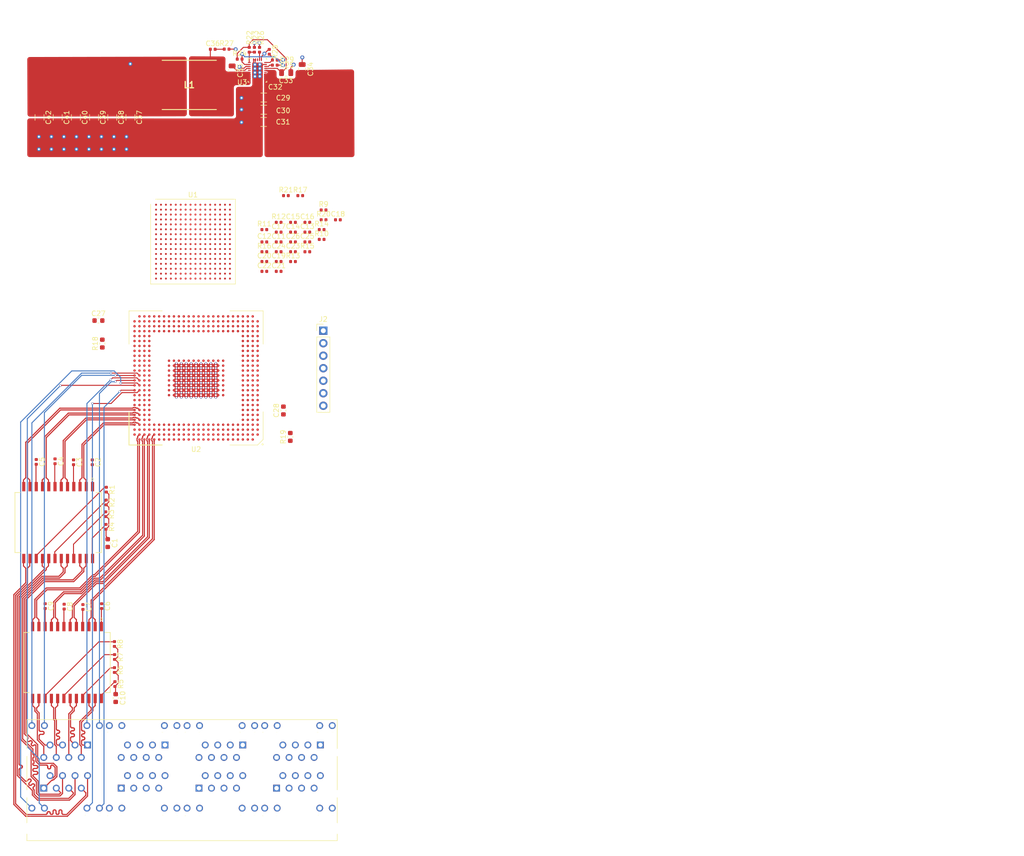
<source format=kicad_pcb>
(kicad_pcb (version 20200119) (host pcbnew "5.99.0-unknown-b67f18b~101~ubuntu20.04.1")
  (layers (0 "F.Cu" signal) (1 "In1.Cu" power) (2 "In2.Cu" power) (31 "B.Cu" signal) (34 "B.Paste" user) (35 "F.Paste" user) (36 "B.SilkS" user) (37 "F.SilkS" user) (38 "B.Mask" user) (39 "F.Mask" user) (44 "Edge.Cuts" user))
  (net 0 "")
  (net 1 "Net-(U1-PadT15)")
  (net 2 "Net-(U1-PadT14)")
  (net 3 "Net-(U1-PadT13)")
  (net 4 "Net-(U1-PadT12)")
  (net 5 "Net-(U1-PadT4)")
  (net 6 "Net-(U1-PadT3)")
  (net 7 "Net-(U1-PadT2)")
  (net 8 "Net-(U1-PadR16)")
  (net 9 "Net-(U1-PadR15)")
  (net 10 "Net-(U1-PadR13)")
  (net 11 "Net-(U1-PadR12)")
  (net 12 "Net-(U1-PadR3)")
  (net 13 "Net-(U1-PadR2)")
  (net 14 "Net-(U1-PadR1)")
  (net 15 "Net-(U1-PadP16)")
  (net 16 "Net-(U1-PadP15)")
  (net 17 "Net-(U1-PadP14)")
  (net 18 "Net-(U1-PadP13)")
  (net 19 "Net-(U1-PadP11)")
  (net 20 "Net-(U1-PadP10)")
  (net 21 "Net-(U1-PadP6)")
  (net 22 "Net-(U1-PadP5)")
  (net 23 "Net-(U1-PadP4)")
  (net 24 "Net-(U1-PadP3)")
  (net 25 "Net-(U1-PadP1)")
  (net 26 "Net-(U1-PadN16)")
  (net 27 "Net-(U1-PadN14)")
  (net 28 "Net-(U1-PadN13)")
  (net 29 "Net-(U1-PadN12)")
  (net 30 "Net-(U1-PadN11)")
  (net 31 "Net-(U1-PadN8)")
  (net 32 "Net-(U1-PadN7)")
  (net 33 "Net-(U1-PadN4)")
  (net 34 "Net-(U1-PadN3)")
  (net 35 "Net-(U1-PadN2)")
  (net 36 "Net-(U1-PadN1)")
  (net 37 "Net-(U1-PadM16)")
  (net 38 "Net-(U1-PadM15)")
  (net 39 "Net-(U1-PadM14)")
  (net 40 "Net-(U1-PadM12)")
  (net 41 "Net-(U1-PadM11)")
  (net 42 "Net-(U1-PadM10)")
  (net 43 "Net-(U1-PadM9)")
  (net 44 "Net-(U1-PadM7)")
  (net 45 "Net-(U1-PadM5)")
  (net 46 "Net-(U1-PadL15)")
  (net 47 "Net-(U1-PadL14)")
  (net 48 "Net-(U1-PadL13)")
  (net 49 "Net-(U1-PadL12)")
  (net 50 "Net-(U1-PadL9)")
  (net 51 "Net-(U1-PadL7)")
  (net 52 "Net-(U1-PadL6)")
  (net 53 "Net-(U1-PadL3)")
  (net 54 "Net-(U1-PadL2)")
  (net 55 "Net-(U1-PadK16)")
  (net 56 "Net-(U1-PadK15)")
  (net 57 "Net-(U1-PadK13)")
  (net 58 "Net-(U1-PadK12)")
  (net 59 "Net-(U1-PadK10)")
  (net 60 "Net-(U1-PadK8)")
  (net 61 "Net-(U1-PadK7)")
  (net 62 "Net-(U1-PadK5)")
  (net 63 "Net-(U1-PadK3)")
  (net 64 "Net-(U1-PadK2)")
  (net 65 "Net-(U1-PadK1)")
  (net 66 "Net-(U1-PadJ14)")
  (net 67 "Net-(U1-PadJ13)")
  (net 68 "Net-(U1-PadJ8)")
  (net 69 "Net-(U1-PadJ7)")
  (net 70 "Net-(U1-PadJ5)")
  (net 71 "Net-(U1-PadJ4)")
  (net 72 "Net-(U1-PadJ3)")
  (net 73 "Net-(U1-PadJ1)")
  (net 74 "Net-(U1-PadH10)")
  (net 75 "Net-(U1-PadH8)")
  (net 76 "Net-(U1-PadH7)")
  (net 77 "Net-(U1-PadH5)")
  (net 78 "Net-(U1-PadH4)")
  (net 79 "Net-(U1-PadH3)")
  (net 80 "Net-(U1-PadH2)")
  (net 81 "Net-(U1-PadH1)")
  (net 82 "Net-(U1-PadG11)")
  (net 83 "Net-(U1-PadG5)")
  (net 84 "Net-(U1-PadG4)")
  (net 85 "Net-(U1-PadG2)")
  (net 86 "Net-(U1-PadG1)")
  (net 87 "Net-(U1-PadF13)")
  (net 88 "Net-(U1-PadF12)")
  (net 89 "Net-(U1-PadF5)")
  (net 90 "Net-(U1-PadF4)")
  (net 91 "Net-(U1-PadF3)")
  (net 92 "Net-(U1-PadF2)")
  (net 93 "Net-(U1-PadE13)")
  (net 94 "Net-(U1-PadE12)")
  (net 95 "Net-(U1-PadE11)")
  (net 96 "Net-(U1-PadE8)")
  (net 97 "Net-(U1-PadE7)")
  (net 98 "Net-(U1-PadE6)")
  (net 99 "Net-(U1-PadE5)")
  (net 100 "Net-(U1-PadE3)")
  (net 101 "Net-(U1-PadE2)")
  (net 102 "Net-(U1-PadE1)")
  (net 103 "Net-(U1-PadD15)")
  (net 104 "Net-(U1-PadD14)")
  (net 105 "Net-(U1-PadD13)")
  (net 106 "Net-(U1-PadD11)")
  (net 107 "Net-(U1-PadD10)")
  (net 108 "Net-(U1-PadD9)")
  (net 109 "Net-(U1-PadD8)")
  (net 110 "Net-(U1-PadD6)")
  (net 111 "Net-(U1-PadD5)")
  (net 112 "Net-(U1-PadD4)")
  (net 113 "Net-(U1-PadD3)")
  (net 114 "Net-(U1-PadD1)")
  (net 115 "Net-(U1-PadC16)")
  (net 116 "Net-(U1-PadC14)")
  (net 117 "Net-(U1-PadC13)")
  (net 118 "Net-(U1-PadC12)")
  (net 119 "Net-(U1-PadC11)")
  (net 120 "Net-(U1-PadC9)")
  (net 121 "Net-(U1-PadC8)")
  (net 122 "Net-(U1-PadC7)")
  (net 123 "Net-(U1-PadC6)")
  (net 124 "Net-(U1-PadC4)")
  (net 125 "Net-(U1-PadC3)")
  (net 126 "Net-(U1-PadC2)")
  (net 127 "Net-(U1-PadC1)")
  (net 128 "Net-(U1-PadB16)")
  (net 129 "Net-(U1-PadB15)")
  (net 130 "Net-(U1-PadB14)")
  (net 131 "Net-(U1-PadB12)")
  (net 132 "Net-(U1-PadB11)")
  (net 133 "Net-(U1-PadB10)")
  (net 134 "Net-(U1-PadB9)")
  (net 135 "Net-(U1-PadB7)")
  (net 136 "Net-(U1-PadB6)")
  (net 137 "Net-(U1-PadB5)")
  (net 138 "Net-(U1-PadB4)")
  (net 139 "Net-(U1-PadB2)")
  (net 140 "Net-(U1-PadB1)")
  (net 141 "Net-(U1-PadA15)")
  (net 142 "Net-(U1-PadA14)")
  (net 143 "Net-(U1-PadA13)")
  (net 144 "Net-(U1-PadA12)")
  (net 145 "Net-(U1-PadA10)")
  (net 146 "Net-(U1-PadA9)")
  (net 147 "Net-(U1-PadA8)")
  (net 148 "Net-(U1-PadA7)")
  (net 149 "Net-(U1-PadA5)")
  (net 150 "Net-(U1-PadA4)")
  (net 151 "Net-(U1-PadA3)")
  (net 152 "Net-(U1-PadA2)")
  (net 153 "Net-(U2-PadAD26)")
  (net 154 "Net-(U2-PadAC26)")
  (net 155 "Net-(U2-PadW26)")
  (net 156 "Net-(U2-PadV26)")
  (net 157 "Net-(U2-PadU26)")
  (net 158 "Net-(U2-PadT26)")
  (net 159 "Net-(U2-PadK26)")
  (net 160 "Net-(U2-PadJ26)")
  (net 161 "GND")
  (net 162 "Net-(U2-PadAD25)")
  (net 163 "Net-(U2-PadAC25)")
  (net 164 "Net-(U2-PadW25)")
  (net 165 "Net-(U2-PadV25)")
  (net 166 "Net-(U2-PadU25)")
  (net 167 "Net-(U2-PadT25)")
  (net 168 "Net-(U2-PadK25)")
  (net 169 "Net-(U2-PadJ25)")
  (net 170 "Net-(U2-PadH25)")
  (net 171 "Net-(U2-PadY24)")
  (net 172 "Net-(U2-PadW24)")
  (net 173 "Net-(U2-PadV24)")
  (net 174 "Net-(U2-PadU24)")
  (net 175 "Net-(U2-PadT24)")
  (net 176 "Net-(U2-PadR24)")
  (net 177 "Net-(U2-PadP24)")
  (net 178 "Net-(U2-PadN24)")
  (net 179 "Net-(U2-PadL24)")
  (net 180 "Net-(U2-PadK24)")
  (net 181 "Net-(U2-PadJ24)")
  (net 182 "Net-(U2-PadG24)")
  (net 183 "Net-(U2-PadAF23)")
  (net 184 "Net-(U2-PadAE23)")
  (net 185 "Net-(U2-PadY23)")
  (net 186 "Net-(U2-PadW23)")
  (net 187 "Net-(U2-PadV23)")
  (net 188 "Net-(U2-PadU23)")
  (net 189 "Net-(U2-PadT23)")
  (net 190 "Net-(U2-PadR23)")
  (net 191 "Net-(U2-PadP23)")
  (net 192 "Net-(U2-PadN23)")
  (net 193 "Net-(U2-PadAF22)")
  (net 194 "Net-(U2-PadAE22)")
  (net 195 "Net-(U2-PadC22)")
  (net 196 "Net-(U2-PadAF19)")
  (net 197 "Net-(U2-PadAE19)")
  (net 198 "Net-(U2-PadAF18)")
  (net 199 "Net-(U2-PadAE18)")
  (net 200 "Net-(U2-PadAF15)")
  (net 201 "Net-(U2-PadAE15)")
  (net 202 "Net-(U2-PadAF14)")
  (net 203 "Net-(U2-PadAE14)")
  (net 204 "Net-(U2-PadAF11)")
  (net 205 "Net-(U2-PadAE11)")
  (net 206 "Net-(U2-PadAF10)")
  (net 207 "Net-(U2-PadAE10)")
  (net 208 "Net-(U2-PadAF7)")
  (net 209 "Net-(U2-PadAE7)")
  (net 210 "Net-(U2-PadAF6)")
  (net 211 "Net-(U2-PadAE6)")
  (net 212 "Net-(U2-PadC6)")
  (net 213 "Net-(U2-PadR4)")
  (net 214 "Net-(U2-PadP4)")
  (net 215 "Net-(U2-PadM4)")
  (net 216 "Net-(U2-PadL4)")
  (net 217 "Net-(U2-PadK4)")
  (net 218 "Net-(U2-PadJ4)")
  (net 219 "Net-(U2-PadAF3)")
  (net 220 "Net-(U2-PadAE3)")
  (net 221 "Net-(U2-PadR3)")
  (net 222 "Net-(U2-PadP3)")
  (net 223 "Net-(U2-PadM3)")
  (net 224 "Net-(U2-PadL3)")
  (net 225 "Net-(U2-PadK3)")
  (net 226 "Net-(U2-PadJ3)")
  (net 227 "Net-(U2-PadG3)")
  (net 228 "Net-(U2-PadAF2)")
  (net 229 "Net-(U2-PadAE2)")
  (net 230 "Net-(U2-PadAB2)")
  (net 231 "Net-(U2-PadAA2)")
  (net 232 "Net-(U2-PadR2)")
  (net 233 "Net-(U2-PadP2)")
  (net 234 "Net-(U2-PadM2)")
  (net 235 "Net-(U2-PadL2)")
  (net 236 "Net-(U2-PadJ2)")
  (net 237 "Net-(U2-PadAB1)")
  (net 238 "Net-(U2-PadAA1)")
  (net 239 "Net-(U2-PadV1)")
  (net 240 "Net-(U2-PadP1)")
  (net 241 "Net-(U2-PadM1)")
  (net 242 "Net-(U2-PadL1)")
  (net 243 "/SGMII.TD_N2")
  (net 244 "/SGMII.TD_P2")
  (net 245 "/SGMII.TD_N3")
  (net 246 "/SGMII.TD_P3")
  (net 247 "/SGMII.TD_N1")
  (net 248 "/SGMII.TD_N0")
  (net 249 "/SGMII.TD_P0")
  (net 250 "/SGMII.TD_P1")
  (net 251 "/SGMII.RD_N0")
  (net 252 "/SGMII.RD_P0")
  (net 253 "/SGMII.RD_N1")
  (net 254 "/SGMII.RD_P1")
  (net 255 "/SGMII.RD_N2")
  (net 256 "/SGMII.RD_P2")
  (net 257 "/SGMII.RD_N3")
  (net 258 "/SGMII.RD_P3")
  (net 259 "/SGMII.TD_N4")
  (net 260 "/SGMII.TD_P4")
  (net 261 "/SGMII.RD_N4")
  (net 262 "/SGMII.RD_P4")
  (net 263 "/SGMII.TD_N5")
  (net 264 "/SGMII.TD_P5")
  (net 265 "/SGMII.RD_N5")
  (net 266 "/SGMII.RD_P5")
  (net 267 "/SGMII.TD_N6")
  (net 268 "/SGMII.TD_P6")
  (net 269 "/SGMII.RD_N6")
  (net 270 "/SGMII.RD_P6")
  (net 271 "/SGMII.TD_P7")
  (net 272 "/SGMII.RD_P7")
  (net 273 "/SGMII.TD_N7")
  (net 274 "/SGMII.RD_N7")
  (net 275 "/Net 1/TXVA_N0")
  (net 276 "/Net 1/TXVA_P0")
  (net 277 "Net-(J1-Pad612)")
  (net 278 "Net-(J1-Pad69)")
  (net 279 "Net-(J1-Pad610)")
  (net 280 "Net-(J1-Pad68)")
  (net 281 "Net-(J1-Pad54)")
  (net 282 "Net-(J1-Pad51)")
  (net 283 "Net-(J1-Pad88)")
  (net 284 "Net-(J1-Pad73)")
  (net 285 "Net-(J1-Pad81)")
  (net 286 "Net-(J1-Pad712)")
  (net 287 "Net-(J1-Pad63)")
  (net 288 "Net-(J1-Pad711)")
  (net 289 "Net-(J1-Pad74)")
  (net 290 "Net-(J1-Pad76)")
  (net 291 "Net-(J1-Pad77)")
  (net 292 "Net-(J1-Pad85)")
  (net 293 "Net-(J1-Pad78)")
  (net 294 "Net-(J1-Pad512)")
  (net 295 "Net-(J1-Pad55)")
  (net 296 "Net-(J1-Pad71)")
  (net 297 "Net-(J1-Pad811)")
  (net 298 "Net-(J1-Pad83)")
  (net 299 "Net-(J1-Pad710)")
  (net 300 "Net-(J1-Pad75)")
  (net 301 "Net-(J1-Pad87)")
  (net 302 "Net-(J1-Pad89)")
  (net 303 "Net-(J1-Pad67)")
  (net 304 "Net-(J1-Pad72)")
  (net 305 "Net-(J1-Pad52)")
  (net 306 "Net-(J1-Pad56)")
  (net 307 "Net-(J1-Pad510)")
  (net 308 "Net-(J1-Pad511)")
  (net 309 "Net-(J1-Pad611)")
  (net 310 "Net-(J1-Pad86)")
  (net 311 "Net-(J1-Pad62)")
  (net 312 "Net-(J1-Pad53)")
  (net 313 "Net-(J1-Pad66)")
  (net 314 "Net-(J1-Pad79)")
  (net 315 "Net-(J1-Pad84)")
  (net 316 "Net-(J1-Pad812)")
  (net 317 "Net-(J1-Pad810)")
  (net 318 "Net-(J1-Pad58)")
  (net 319 "Net-(J1-Pad82)")
  (net 320 "Net-(J1-Pad57)")
  (net 321 "Net-(J1-Pad65)")
  (net 322 "Net-(J1-Pad59)")
  (net 323 "Net-(J1-Pad64)")
  (net 324 "Net-(J1-Pad61)")
  (net 325 "Net-(J1-Pad412)")
  (net 326 "Net-(J1-Pad49)")
  (net 327 "Net-(J1-Pad410)")
  (net 328 "Net-(J1-Pad48)")
  (net 329 "Net-(J1-Pad34)")
  (net 330 "Net-(J1-Pad31)")
  (net 331 "Net-(J1-Pad43)")
  (net 332 "Net-(J1-Pad312)")
  (net 333 "Net-(J1-Pad35)")
  (net 334 "Net-(J1-Pad47)")
  (net 335 "Net-(J1-Pad32)")
  (net 336 "Net-(J1-Pad36)")
  (net 337 "Net-(J1-Pad310)")
  (net 338 "Net-(J1-Pad311)")
  (net 339 "Net-(J1-Pad411)")
  (net 340 "Net-(J1-Pad42)")
  (net 341 "Net-(J1-Pad33)")
  (net 342 "Net-(J1-Pad46)")
  (net 343 "Net-(J1-Pad38)")
  (net 344 "Net-(J1-Pad37)")
  (net 345 "Net-(J1-Pad45)")
  (net 346 "Net-(J1-Pad39)")
  (net 347 "Net-(J1-Pad44)")
  (net 348 "Net-(J1-Pad41)")
  (net 349 "Net-(C2-Pad2)")
  (net 350 "Net-(C3-Pad2)")
  (net 351 "Net-(C4-Pad2)")
  (net 352 "Net-(C5-Pad2)")
  (net 353 "GNDPWR")
  (net 354 "Net-(C1-Pad1)")
  (net 355 "Net-(C6-Pad2)")
  (net 356 "Net-(C7-Pad2)")
  (net 357 "Net-(C8-Pad2)")
  (net 358 "Net-(C9-Pad2)")
  (net 359 "Net-(C10-Pad1)")
  (net 360 "+3V3")
  (net 361 "+1V2A")
  (net 362 "+1V2")
  (net 363 "Net-(C11-Pad2)")
  (net 364 "Net-(C12-Pad2)")
  (net 365 "Net-(C13-Pad2)")
  (net 366 "Net-(C14-Pad2)")
  (net 367 "Net-(C15-Pad2)")
  (net 368 "Net-(C16-Pad2)")
  (net 369 "Net-(C17-Pad2)")
  (net 370 "Net-(C18-Pad2)")
  (net 371 "Net-(C19-Pad2)")
  (net 372 "Net-(C20-Pad2)")
  (net 373 "Net-(C21-Pad2)")
  (net 374 "Net-(C22-Pad2)")
  (net 375 "Net-(C23-Pad2)")
  (net 376 "Net-(C24-Pad2)")
  (net 377 "Net-(C25-Pad2)")
  (net 378 "Net-(C26-Pad2)")
  (net 379 "Net-(C27-Pad1)")
  (net 380 "Net-(C28-Pad1)")
  (net 381 "/Net 1/P1.A+")
  (net 382 "/Net 1/P1.A-")
  (net 383 "/Net 1/P1.B+")
  (net 384 "/Net 1/P1.B-")
  (net 385 "/Net 1/P1.C+")
  (net 386 "/Net 1/P1.C-")
  (net 387 "/Net 1/P1.D+")
  (net 388 "/Net 1/P1.D-")
  (net 389 "/Net 1/P2.D-")
  (net 390 "/Net 1/P2.D+")
  (net 391 "/Net 1/P2.C-")
  (net 392 "/Net 1/P2.C+")
  (net 393 "/Net 1/P2.B-")
  (net 394 "/Net 1/P2.B+")
  (net 395 "/Net 1/P2.A-")
  (net 396 "/Net 1/P2.A+")
  (net 397 "/Net 1/P1.LED0")
  (net 398 "/Net 1/P1.LED1")
  (net 399 "/Net 1/P1.LED2")
  (net 400 "/Net 1/P1.LED3")
  (net 401 "/Net 1/P2.LED0")
  (net 402 "/Net 1/P2.LED1")
  (net 403 "/Net 1/P2.LED2")
  (net 404 "/Net 1/P2.LED3")
  (net 405 "Net-(J2-Pad6)")
  (net 406 "Net-(J2-Pad5)")
  (net 407 "Net-(J2-Pad4)")
  (net 408 "Net-(J2-Pad3)")
  (net 409 "Net-(J2-Pad2)")
  (net 410 "/Net 1/P1.D_CMN")
  (net 411 "/Net 1/P1.C_CMN")
  (net 412 "/Net 1/P1.B_CMN")
  (net 413 "/Net 1/P1.A_CMN")
  (net 414 "/Net 1/P2.A_CMN")
  (net 415 "/Net 1/P2.B_CMN")
  (net 416 "/Net 1/P2.C_CMN")
  (net 417 "/Net 1/P2.D_CMN")
  (net 418 "/PHY_MDINT_N")
  (net 419 "Net-(R18-Pad2)")
  (net 420 "Net-(R19-Pad2)")
  (net 421 "Net-(R20-Pad2)")
  (net 422 "/Net 1/TXVB_P0")
  (net 423 "/Net 1/TXVB_N0")
  (net 424 "/Net 1/TXVC_P0")
  (net 425 "/Net 1/TXVC_N0")
  (net 426 "/Net 1/TXVD_P0")
  (net 427 "/Net 1/TXVD_N0")
  (net 428 "/Net 1/TXVA_P1")
  (net 429 "/Net 1/TXVA_N1")
  (net 430 "/Net 1/TXVB_P1")
  (net 431 "/Net 1/TXVB_N1")
  (net 432 "/Net 1/TXVC_P1")
  (net 433 "/Net 1/TXVC_N1")
  (net 434 "/Net 1/TXVD_P1")
  (net 435 "/Net 1/TXVD_N1")
  (net 436 "/Net 1/TXVD_N2")
  (net 437 "/Net 1/TXVD_P2")
  (net 438 "/Net 1/TXVC_N2")
  (net 439 "/Net 1/TXVC_P2")
  (net 440 "/Net 1/TXVB_N2")
  (net 441 "/Net 1/TXVB_P2")
  (net 442 "/Net 1/TXVA_N2")
  (net 443 "/Net 1/TXVA_P2")
  (net 444 "/Net 1/TXVD_N3")
  (net 445 "/Net 1/TXVD_P3")
  (net 446 "/Net 1/TXVC_N3")
  (net 447 "/Net 1/TXVC_P3")
  (net 448 "/Net 1/TXVB_N3")
  (net 449 "/Net 1/TXVB_P3")
  (net 450 "/Net 1/TXVA_N3")
  (net 451 "/Net 1/TXVA_P3")
  (net 452 "/Net 1/TXVD_N4")
  (net 453 "/Net 1/TXVD_P4")
  (net 454 "/Net 1/TXVC_N4")
  (net 455 "/Net 1/TXVC_P4")
  (net 456 "/Net 1/TXVB_N4")
  (net 457 "/Net 1/TXVB_P4")
  (net 458 "/Net 1/TXVA_N4")
  (net 459 "/Net 1/TXVA_P4")
  (net 460 "/Net 1/TXVD_N5")
  (net 461 "/Net 1/TXVD_P5")
  (net 462 "/Net 1/TXVC_N5")
  (net 463 "/Net 1/TXVC_P5")
  (net 464 "/Net 1/TXVB_N5")
  (net 465 "/Net 1/TXVB_P5")
  (net 466 "/Net 1/TXVA_N5")
  (net 467 "/Net 1/TXVA_P5")
  (net 468 "/Net 1/TXVD_N6")
  (net 469 "/Net 1/TXVD_P6")
  (net 470 "/Net 1/TXVC_N6")
  (net 471 "/Net 1/TXVC_P6")
  (net 472 "/PHY_RESET_N")
  (net 473 "/PHY_MDIO")
  (net 474 "/PHY_MDC")
  (net 475 "/Net 1/TXVB_N6")
  (net 476 "/Net 1/TXVB_P6")
  (net 477 "/Net 1/TXVA_N7")
  (net 478 "/Net 1/TXVB_N7")
  (net 479 "/Net 1/TXVC_N7")
  (net 480 "/Net 1/TXVD_N7")
  (net 481 "/Net 1/TXVA_N6")
  (net 482 "/Net 1/TXVA_P7")
  (net 483 "/Net 1/TXVB_P7")
  (net 484 "/Net 1/TXVC_P7")
  (net 485 "/Net 1/TXVD_P7")
  (net 486 "/Net 1/TXVA_P6")
  (net 487 "/PHY0_REFCLK")
  (net 488 "+1V8")
  (net 489 "+1V0")
  (net 490 "Net-(R22-Pad2)")
  (net 491 "Net-(R24-Pad2)")
  (net 492 "/Power/ENABLE_1V2")
  (net 493 "Net-(C35-Pad1)")
  (net 494 "Net-(U3-Pad5)")
  (net 495 "Net-(C35-Pad2)")
  (net 496 "/Power/VIN_5V")
  (net 497 "Net-(U3-Pad18)")
  (net 498 "Net-(C33-Pad1)")
  (net 499 "Net-(R25-Pad1)")
  (net 500 "Net-(R28-Pad2)")
  (net 501 "Net-(R26-Pad1)")
  (net 502 "Net-(U3-Pad26)")
  (net 503 "Net-(C36-Pad2)")
  (module "L1Switch:TPS548A20RVER" (layer "F.Cu") (at 119.511397 -1.565201)
    (fp_text reference "U3" (at -3.103197 2.428801) (layer "F.SilkS"))
    (fp_text value "TPS548A20RVE")
    (pad "1" smd oval (at -1.649999 -1.599999 90) (size 0.2 0.599999) (layers "F.Cu") (net 490 "Net-(R22-Pad2)"))
    (pad "2" smd oval (at -1.649999 -1.2 90) (size 0.2 0.599999) (layers "F.Cu") (net 491 "Net-(R24-Pad2)"))
    (pad "3" smd oval (at -1.649999 -0.799998 90) (size 0.2 0.599999) (layers "F.Cu") (net 492 "/Power/ENABLE_1V2"))
    (pad "4" smd oval (at -1.649999 -0.399999 90) (size 0.2 0.599999) (layers "F.Cu") (net 493 "Net-(C35-Pad1)"))
    (pad "5" smd oval (at -1.649999 0 90) (size 0.2 0.599999) (layers "F.Cu") (net 494 "Net-(U3-Pad5)"))
    (pad "6" smd oval (at -1.649999 0.400002 90) (size 0.2 0.599999) (layers "F.Cu") (net 495 "Net-(C35-Pad2)"))
    (pad "7" smd oval (at -1.649999 0.800001 90) (size 0.2 0.599999) (layers "F.Cu") (net 495 "Net-(C35-Pad2)"))
    (pad "8" smd oval (at -1.649999 1.2 90) (size 0.2 0.599999) (layers "F.Cu") (net 495 "Net-(C35-Pad2)"))
    (pad "9" smd oval (at -1.649999 1.600002 90) (size 0.2 0.599999) (layers "F.Cu") (net 495 "Net-(C35-Pad2)"))
    (pad "10" smd oval (at -0.800001 2.150001) (size 0.2 0.599999) (layers "F.Cu") (net 161 "GND"))
    (pad "11" smd oval (at -0.399999 2.150001) (size 0.2 0.599999) (layers "F.Cu") (net 161 "GND"))
    (pad "12" smd oval (at 0 2.150001) (size 0.2 0.599999) (layers "F.Cu") (net 161 "GND"))
    (pad "13" smd oval (at 0.399999 2.150001) (size 0.2 0.599999) (layers "F.Cu") (net 161 "GND"))
    (pad "14" smd oval (at 0.800001 2.150001) (size 0.2 0.599999) (layers "F.Cu") (net 161 "GND"))
    (pad "15" smd oval (at 1.649999 1.600002 90) (size 0.2 0.599999) (layers "F.Cu") (net 496 "/Power/VIN_5V"))
    (pad "16" smd oval (at 1.649999 1.200003 90) (size 0.2 0.599999) (layers "F.Cu") (net 496 "/Power/VIN_5V"))
    (pad "17" smd oval (at 1.649999 0.800001 90) (size 0.2 0.599999) (layers "F.Cu") (net 496 "/Power/VIN_5V"))
    (pad "18" smd oval (at 1.649999 0.400002 90) (size 0.2 0.599999) (layers "F.Cu") (net 497 "Net-(U3-Pad18)"))
    (pad "19" smd oval (at 1.649999 0.000003 90) (size 0.2 0.599999) (layers "F.Cu") (net 496 "/Power/VIN_5V"))
    (pad "20" smd oval (at 1.649999 -0.399999 90) (size 0.2 0.599999) (layers "F.Cu") (net 498 "Net-(C33-Pad1)"))
    (pad "21" smd oval (at 1.649999 -0.799998 90) (size 0.2 0.599999) (layers "F.Cu") (net 499 "Net-(R25-Pad1)"))
    (pad "22" smd oval (at 1.649999 -1.2 90) (size 0.2 0.599999) (layers "F.Cu") (net 161 "GND"))
    (pad "23" smd oval (at 1.649999 -1.599999 90) (size 0.2 0.599999) (layers "F.Cu") (net 500 "Net-(R28-Pad2)"))
    (pad "24" smd oval (at 0.800001 -2.150001) (size 0.2 0.599999) (layers "F.Cu") (net 362 "+1V2"))
    (pad "25" smd oval (at 0.399999 -2.150001) (size 0.2 0.599999) (layers "F.Cu") (net 501 "Net-(R26-Pad1)"))
    (pad "26" smd oval (at 0 -2.150001) (size 0.2 0.599999) (layers "F.Cu") (net 502 "Net-(U3-Pad26)"))
    (pad "27" smd oval (at -0.399999 -2.150001) (size 0.2 0.599999) (layers "F.Cu") (net 161 "GND"))
    (pad "28" smd oval (at -0.800001 -2.150001) (size 0.2 0.599999) (layers "F.Cu") (net 161 "GND"))
    (pad "29" smd rect (at 0 0) (size 2.100001 3.099999) (layers "F.Cu") (net 161 "GND"))
  )
  (module "L1Switch:INDPM110100X400N" (layer "F.Cu") (at 105.6682 1.397 180)
    (fp_text reference "L1" (at 0 0) (layer "F.SilkS") (effects (font (size 1.27 1.27) (thickness 0.254))))
    (fp_text value "1 uH, 3.5 mΩ" hide)
    (pad "1" smd rect (at -4.5 0 270) (size 3.2 3.55) (layers "F.Cu" "F.Paste" "F.Mask") (net 495 "Net-(C35-Pad2)"))
    (pad "2" smd rect (at 4.5 0 270) (size 3.2 3.55) (layers "F.Cu" "F.Paste" "F.Mask") (net 362 "+1V2"))
  )
  (module "Resistor_SMD:R_0402_1005Metric" (layer "F.Cu") (at 123.04 -3.6576)
    (fp_text reference "R29" (at 2.4614 -0.1016) (layer "F.SilkS"))
    (fp_text value "10K")
    (pad "2" smd roundrect (at 0.485 0) (size 0.59 0.64) (layers "F.Cu" "F.Paste" "F.Mask") (net 161 "GND"))
    (pad "1" smd roundrect (at -0.485 0) (size 0.59 0.64) (layers "F.Cu" "F.Paste" "F.Mask") (net 500 "Net-(R28-Pad2)"))
  )
  (module "Resistor_SMD:R_0402_1005Metric" (layer "F.Cu") (at 121.92 -5.3316 -90)
    (fp_text reference "R28" (at 0 -1.17 90) (layer "F.SilkS"))
    (fp_text value "10K")
    (pad "2" smd roundrect (at 0.485 0 270) (size 0.59 0.64) (layers "F.Cu" "F.Paste" "F.Mask") (net 500 "Net-(R28-Pad2)"))
    (pad "1" smd roundrect (at -0.485 0 270) (size 0.59 0.64) (layers "F.Cu" "F.Paste" "F.Mask") (net 362 "+1V2"))
  )
  (module "Resistor_SMD:R_0402_1005Metric" (layer "F.Cu") (at 113.2562 -5.8674)
    (fp_text reference "R27" (at 0 -1.17) (layer "F.SilkS"))
    (fp_text value "3R01")
    (pad "2" smd roundrect (at 0.485 0) (size 0.59 0.64) (layers "F.Cu" "F.Paste" "F.Mask") (net 161 "GND"))
    (pad "1" smd roundrect (at -0.485 0) (size 0.59 0.64) (layers "F.Cu" "F.Paste" "F.Mask") (net 503 "Net-(C36-Pad2)"))
  )
  (module "Resistor_SMD:R_0402_1005Metric" (layer "F.Cu") (at 119.9388 -5.7428 90)
    (fp_text reference "R26" (at 2.436 0.381 90) (layer "F.SilkS"))
    (fp_text value "68K1")
    (pad "2" smd roundrect (at 0.485 0 90) (size 0.59 0.64) (layers "F.Cu" "F.Paste" "F.Mask") (net 161 "GND"))
    (pad "1" smd roundrect (at -0.485 0 90) (size 0.59 0.64) (layers "F.Cu" "F.Paste" "F.Mask") (net 501 "Net-(R26-Pad1)"))
  )
  (module "Resistor_SMD:R_0402_1005Metric" (layer "F.Cu") (at 123.0352 -2.6162)
    (fp_text reference "R25" (at 2.4662 0.0254) (layer "F.SilkS"))
    (fp_text value "150K")
    (pad "2" smd roundrect (at 0.485 0) (size 0.59 0.64) (layers "F.Cu" "F.Paste" "F.Mask") (net 491 "Net-(R24-Pad2)"))
    (pad "1" smd roundrect (at -0.485 0) (size 0.59 0.64) (layers "F.Cu" "F.Paste" "F.Mask") (net 499 "Net-(R25-Pad1)"))
  )
  (module "Resistor_SMD:R_0402_1005Metric" (layer "F.Cu") (at 115.9002 -3.8354)
    (fp_text reference "R24" (at 0 -1.17) (layer "F.SilkS"))
    (fp_text value "105K")
    (pad "2" smd roundrect (at 0.485 0) (size 0.59 0.64) (layers "F.Cu" "F.Paste" "F.Mask") (net 491 "Net-(R24-Pad2)"))
    (pad "1" smd roundrect (at -0.485 0) (size 0.59 0.64) (layers "F.Cu" "F.Paste" "F.Mask") (net 498 "Net-(C33-Pad1)"))
  )
  (module "Resistor_SMD:R_0402_1005Metric" (layer "F.Cu") (at 118.8974 -5.7404 90)
    (fp_text reference "R23" (at 2.4892 0.2286 90) (layer "F.SilkS"))
    (fp_text value "44K2")
    (pad "2" smd roundrect (at 0.485 0 90) (size 0.59 0.64) (layers "F.Cu" "F.Paste" "F.Mask") (net 161 "GND"))
    (pad "1" smd roundrect (at -0.485 0 90) (size 0.59 0.64) (layers "F.Cu" "F.Paste" "F.Mask") (net 490 "Net-(R22-Pad2)"))
  )
  (module "Resistor_SMD:R_0402_1005Metric" (layer "F.Cu") (at 117.856 -5.7428 -90)
    (fp_text reference "R22" (at -2.4614 -0.0254 90) (layer "F.SilkS"))
    (fp_text value "249K")
    (pad "2" smd roundrect (at 0.485 0 270) (size 0.59 0.64) (layers "F.Cu" "F.Paste" "F.Mask") (net 490 "Net-(R22-Pad2)"))
    (pad "1" smd roundrect (at -0.485 0 270) (size 0.59 0.64) (layers "F.Cu" "F.Paste" "F.Mask") (net 498 "Net-(C33-Pad1)"))
  )
  (module "Capacitor_SMD:C_0402_1005Metric" (layer "F.Cu") (at 110.4368 -5.842)
    (fp_text reference "C36" (at 0 -1.17) (layer "F.SilkS"))
    (fp_text value "470 pF, 5.548 Ω")
    (pad "2" smd roundrect (at 0.485 0) (size 0.59 0.64) (layers "F.Cu" "F.Paste" "F.Mask") (net 503 "Net-(C36-Pad2)"))
    (pad "1" smd roundrect (at -0.485 0) (size 0.59 0.64) (layers "F.Cu" "F.Paste" "F.Mask") (net 495 "Net-(C35-Pad2)"))
  )
  (module "Capacitor_SMD:C_0805_2012Metric" (layer "F.Cu") (at 114.3762 -1.524 -90)
    (fp_text reference "C35" (at 0 -1.65 90) (layer "F.SilkS"))
    (fp_text value "100 nF, 64 mOhm")
    (pad "2" smd roundrect (at 0.9375 0 270) (size 0.975 1.4) (layers "F.Cu" "F.Paste" "F.Mask") (net 495 "Net-(C35-Pad2)"))
    (pad "1" smd roundrect (at -0.9375 0 270) (size 0.975 1.4) (layers "F.Cu" "F.Paste" "F.Mask") (net 493 "Net-(C35-Pad1)"))
  )
  (module "Capacitor_SMD:C_0805_2012Metric" (layer "F.Cu") (at 128.6002 -1.8034 90)
    (fp_text reference "C34" (at 0 1.7018 90) (layer "F.SilkS"))
    (fp_text value "2.2 uF, 9.497 mΩ")
    (pad "2" smd roundrect (at 0.9375 0 90) (size 0.975 1.4) (layers "F.Cu" "F.Paste" "F.Mask") (net 161 "GND"))
    (pad "1" smd roundrect (at -0.9375 0 90) (size 0.975 1.4) (layers "F.Cu" "F.Paste" "F.Mask") (net 496 "/Power/VIN_5V"))
  )
  (module "Capacitor_SMD:C_0805_2012Metric" (layer "F.Cu") (at 125.3513 -1.0922)
    (fp_text reference "C33" (at -0.0485 1.6002) (layer "F.SilkS"))
    (fp_text value "2.2 uF, 9.497 mΩ")
    (pad "2" smd roundrect (at 0.9375 0) (size 0.975 1.4) (layers "F.Cu" "F.Paste" "F.Mask") (net 161 "GND"))
    (pad "1" smd roundrect (at -0.9375 0) (size 0.975 1.4) (layers "F.Cu" "F.Paste" "F.Mask") (net 498 "Net-(C33-Pad1)"))
  )
  (module "Capacitor_SMD:C_0402_1005Metric" (layer "F.Cu") (at 120.7516 1.7526 180)
    (fp_text reference "C32" (at -2.3852 -0.0762) (layer "F.SilkS"))
    (fp_text value "2.2 nF, 1.268 Ω")
    (pad "2" smd roundrect (at 0.485 0 180) (size 0.59 0.64) (layers "F.Cu" "F.Paste" "F.Mask") (net 161 "GND"))
    (pad "1" smd roundrect (at -0.485 0 180) (size 0.59 0.64) (layers "F.Cu" "F.Paste" "F.Mask") (net 496 "/Power/VIN_5V"))
  )
  (module "Capacitor_SMD:C_1206_3216Metric" (layer "F.Cu") (at 120.774 8.9154 180)
    (fp_text reference "C31" (at -3.937 0) (layer "F.SilkS"))
    (fp_text value "22 uF, 3.637 mΩ")
    (pad "2" smd roundrect (at 1.4 0 180) (size 1.25 1.75) (layers "F.Cu" "F.Paste" "F.Mask") (roundrect_rratio 0.2) (net 161 "GND"))
    (pad "1" smd roundrect (at -1.4 0 180) (size 1.25 1.75) (layers "F.Cu" "F.Paste" "F.Mask") (roundrect_rratio 0.2) (net 496 "/Power/VIN_5V"))
  )
  (module "Capacitor_SMD:C_1206_3216Metric" (layer "F.Cu") (at 120.7994 6.4389 180)
    (fp_text reference "C30" (at -3.937 -0.1778) (layer "F.SilkS"))
    (fp_text value "22 uF, 3.637 mΩ")
    (pad "2" smd roundrect (at 1.4 0 180) (size 1.25 1.75) (layers "F.Cu" "F.Paste" "F.Mask") (roundrect_rratio 0.2) (net 161 "GND"))
    (pad "1" smd roundrect (at -1.4 0 180) (size 1.25 1.75) (layers "F.Cu" "F.Paste" "F.Mask") (roundrect_rratio 0.2) (net 496 "/Power/VIN_5V"))
  )
  (module "Capacitor_SMD:C_1206_3216Metric" (layer "F.Cu") (at 120.7994 3.9624 180)
    (fp_text reference "C29" (at -3.937 -0.0762) (layer "F.SilkS"))
    (fp_text value "22 uF, 3.637 mΩ")
    (pad "2" smd roundrect (at 1.4 0 180) (size 1.25 1.75) (layers "F.Cu" "F.Paste" "F.Mask") (roundrect_rratio 0.2) (net 161 "GND"))
    (pad "1" smd roundrect (at -1.4 0 180) (size 1.25 1.75) (layers "F.Cu" "F.Paste" "F.Mask") (roundrect_rratio 0.2) (net 496 "/Power/VIN_5V"))
  )
  (module "Capacitor_SMD:C_1206_3216Metric" (layer "F.Cu") (at 78.95336 8.001 -90)
    (fp_text reference "C41" (at 0 -1.82 90) (layer "F.SilkS"))
    (fp_text value "100 uF, 4.885 mΩ")
    (pad "2" smd roundrect (at 1.4 0 270) (size 1.25 1.75) (layers "F.Cu" "F.Paste" "F.Mask") (roundrect_rratio 0.2) (net 161 "GND"))
    (pad "1" smd roundrect (at -1.4 0 270) (size 1.25 1.75) (layers "F.Cu" "F.Paste" "F.Mask") (roundrect_rratio 0.2) (net 362 "+1V2"))
  )
  (module "Resistor_SMD:R_0402_1005Metric" (layer "F.Cu") (at 125.2982 23.876)
    (fp_text reference "R21" (at 0 -1.17) (layer "F.SilkS"))
    (fp_text value "1K0")
    (pad "1" smd roundrect (at -0.485 0) (size 0.59 0.64) (layers "F.Cu" "F.Paste" "F.Mask") (net 360 "+3V3"))
    (pad "2" smd roundrect (at 0.485 0) (size 0.59 0.64) (layers "F.Cu" "F.Paste" "F.Mask") (net 473 "/PHY_MDIO"))
  )
  (module "Resistor_SMD:R_0402_1005Metric" (layer "F.Cu") (at 128.2082 23.876)
    (fp_text reference "R17" (at 0 -1.17) (layer "F.SilkS"))
    (fp_text value "10K")
    (pad "1" smd roundrect (at -0.485 0) (size 0.59 0.64) (layers "F.Cu" "F.Paste" "F.Mask") (net 418 "/PHY_MDINT_N"))
    (pad "2" smd roundrect (at 0.485 0) (size 0.59 0.64) (layers "F.Cu" "F.Paste" "F.Mask") (net 360 "+3V3"))
  )
  (module "Capacitor_SMD:C_1206_3216Metric" (layer "F.Cu") (at 75.2602 8.001 -90)
    (fp_text reference "C42" (at 0 -1.82 90) (layer "F.SilkS"))
    (fp_text value "100 uF, 4.885 mΩ")
    (pad "2" smd roundrect (at 1.4 0 270) (size 1.25 1.75) (layers "F.Cu" "F.Paste" "F.Mask") (roundrect_rratio 0.2) (net 161 "GND"))
    (pad "1" smd roundrect (at -1.4 0 270) (size 1.25 1.75) (layers "F.Cu" "F.Paste" "F.Mask") (roundrect_rratio 0.2) (net 362 "+1V2"))
  )
  (module "Capacitor_SMD:C_1206_3216Metric" (layer "F.Cu") (at 82.64652 8.001 -90)
    (fp_text reference "C40" (at 0 -1.82 90) (layer "F.SilkS"))
    (fp_text value "100 uF, 4.885 mΩ")
    (pad "2" smd roundrect (at 1.4 0 270) (size 1.25 1.75) (layers "F.Cu" "F.Paste" "F.Mask") (roundrect_rratio 0.2) (net 161 "GND"))
    (pad "1" smd roundrect (at -1.4 0 270) (size 1.25 1.75) (layers "F.Cu" "F.Paste" "F.Mask") (roundrect_rratio 0.2) (net 362 "+1V2"))
  )
  (module "Capacitor_SMD:C_1206_3216Metric" (layer "F.Cu") (at 86.33968 8.001 -90)
    (fp_text reference "C39" (at 0 -1.82 90) (layer "F.SilkS"))
    (fp_text value "100 uF, 4.885 mΩ")
    (pad "2" smd roundrect (at 1.4 0 270) (size 1.25 1.75) (layers "F.Cu" "F.Paste" "F.Mask") (roundrect_rratio 0.2) (net 161 "GND"))
    (pad "1" smd roundrect (at -1.4 0 270) (size 1.25 1.75) (layers "F.Cu" "F.Paste" "F.Mask") (roundrect_rratio 0.2) (net 362 "+1V2"))
  )
  (module "Capacitor_SMD:C_1206_3216Metric" (layer "F.Cu") (at 90.03284 8.001 -90)
    (fp_text reference "C38" (at 0 -1.82 90) (layer "F.SilkS"))
    (fp_text value "100 uF, 4.885 mΩ")
    (pad "2" smd roundrect (at 1.4 0 270) (size 1.25 1.75) (layers "F.Cu" "F.Paste" "F.Mask") (roundrect_rratio 0.2) (net 161 "GND"))
    (pad "1" smd roundrect (at -1.4 0 270) (size 1.25 1.75) (layers "F.Cu" "F.Paste" "F.Mask") (roundrect_rratio 0.2) (net 362 "+1V2"))
  )
  (module "Capacitor_SMD:C_1206_3216Metric" (layer "F.Cu") (at 93.726 8.001 -90)
    (fp_text reference "C37" (at 0 -1.82 90) (layer "F.SilkS"))
    (fp_text value "100 uF, 4.885 mΩ")
    (pad "2" smd roundrect (at 1.4 0 270) (size 1.25 1.75) (layers "F.Cu" "F.Paste" "F.Mask") (roundrect_rratio 0.2) (net 161 "GND"))
    (pad "1" smd roundrect (at -1.4 0 270) (size 1.25 1.75) (layers "F.Cu" "F.Paste" "F.Mask") (roundrect_rratio 0.2) (net 362 "+1V2"))
  )
  (module "L1Switch:SM51589PEL" (layer "F.Cu") (at 80.8482 118.6942 -90)
    (fp_text reference "T2" (at -3.6 -9.575 90) (layer "F.SilkS") (effects (font (size 0.787402 0.787402) (thickness 0.015))))
    (fp_text value "SM51589PEL")
    (pad "1" smd rect (at -7.3 -6.985 270) (size 1.9 0.64) (layers "F.Cu" "F.Paste" "F.Mask") (net 355 "Net-(C6-Pad2)"))
    (pad "2" smd rect (at -7.3 -5.715 270) (size 1.9 0.64) (layers "F.Cu" "F.Paste" "F.Mask") (net 428 "/Net 1/TXVA_P1"))
    (pad "3" smd rect (at -7.3 -4.445 270) (size 1.9 0.64) (layers "F.Cu" "F.Paste" "F.Mask") (net 429 "/Net 1/TXVA_N1"))
    (pad "4" smd rect (at -7.3 -3.175 270) (size 1.9 0.64) (layers "F.Cu" "F.Paste" "F.Mask") (net 356 "Net-(C7-Pad2)"))
    (pad "5" smd rect (at -7.3 -1.905 270) (size 1.9 0.64) (layers "F.Cu" "F.Paste" "F.Mask") (net 430 "/Net 1/TXVB_P1"))
    (pad "6" smd rect (at -7.3 -0.635 270) (size 1.9 0.64) (layers "F.Cu" "F.Paste" "F.Mask") (net 431 "/Net 1/TXVB_N1"))
    (pad "7" smd rect (at -7.3 0.635 270) (size 1.9 0.64) (layers "F.Cu" "F.Paste" "F.Mask") (net 357 "Net-(C8-Pad2)"))
    (pad "8" smd rect (at -7.3 1.905 270) (size 1.9 0.64) (layers "F.Cu" "F.Paste" "F.Mask") (net 432 "/Net 1/TXVC_P1"))
    (pad "9" smd rect (at -7.3 3.175 270) (size 1.9 0.64) (layers "F.Cu" "F.Paste" "F.Mask") (net 433 "/Net 1/TXVC_N1"))
    (pad "10" smd rect (at -7.3 4.445 270) (size 1.9 0.64) (layers "F.Cu" "F.Paste" "F.Mask") (net 358 "Net-(C9-Pad2)"))
    (pad "11" smd rect (at -7.3 5.715 270) (size 1.9 0.64) (layers "F.Cu" "F.Paste" "F.Mask") (net 434 "/Net 1/TXVD_P1"))
    (pad "12" smd rect (at -7.3 6.985 270) (size 1.9 0.64) (layers "F.Cu" "F.Paste" "F.Mask") (net 435 "/Net 1/TXVD_N1"))
    (pad "13" smd rect (at 7.3 6.985 270) (size 1.9 0.64) (layers "F.Cu" "F.Paste" "F.Mask") (net 389 "/Net 1/P2.D-"))
    (pad "14" smd rect (at 7.3 5.715 270) (size 1.9 0.64) (layers "F.Cu" "F.Paste" "F.Mask") (net 390 "/Net 1/P2.D+"))
    (pad "15" smd rect (at 7.3 4.445 270) (size 1.9 0.64) (layers "F.Cu" "F.Paste" "F.Mask") (net 417 "/Net 1/P2.D_CMN"))
    (pad "16" smd rect (at 7.3 3.175 270) (size 1.9 0.64) (layers "F.Cu" "F.Paste" "F.Mask") (net 391 "/Net 1/P2.C-"))
    (pad "17" smd rect (at 7.3 1.905 270) (size 1.9 0.64) (layers "F.Cu" "F.Paste" "F.Mask") (net 392 "/Net 1/P2.C+"))
    (pad "18" smd rect (at 7.3 0.635 270) (size 1.9 0.64) (layers "F.Cu" "F.Paste" "F.Mask") (net 416 "/Net 1/P2.C_CMN"))
    (pad "19" smd rect (at 7.3 -0.635 270) (size 1.9 0.64) (layers "F.Cu" "F.Paste" "F.Mask") (net 393 "/Net 1/P2.B-"))
    (pad "20" smd rect (at 7.3 -1.905 270) (size 1.9 0.64) (layers "F.Cu" "F.Paste" "F.Mask") (net 394 "/Net 1/P2.B+"))
    (pad "21" smd rect (at 7.3 -3.175 270) (size 1.9 0.64) (layers "F.Cu" "F.Paste" "F.Mask") (net 415 "/Net 1/P2.B_CMN"))
    (pad "22" smd rect (at 7.3 -4.445 270) (size 1.9 0.64) (layers "F.Cu" "F.Paste" "F.Mask") (net 395 "/Net 1/P2.A-"))
    (pad "23" smd rect (at 7.3 -5.715 270) (size 1.9 0.64) (layers "F.Cu" "F.Paste" "F.Mask") (net 396 "/Net 1/P2.A+"))
    (pad "24" smd rect (at 7.3 -6.985 270) (size 1.9 0.64) (layers "F.Cu" "F.Paste" "F.Mask") (net 414 "/Net 1/P2.A_CMN"))
  )
  (module "L1Switch:SM51589PEL" (layer "F.Cu") (at 79.0448 90.2716 -90)
    (fp_text reference "T1" (at -3.6 -9.575 90) (layer "F.SilkS") (effects (font (size 0.787402 0.787402) (thickness 0.015))))
    (fp_text value "SM51589PEL")
    (pad "1" smd rect (at -7.3 -6.985 270) (size 1.9 0.64) (layers "F.Cu" "F.Paste" "F.Mask") (net 349 "Net-(C2-Pad2)"))
    (pad "2" smd rect (at -7.3 -5.715 270) (size 1.9 0.64) (layers "F.Cu" "F.Paste" "F.Mask") (net 276 "/Net 1/TXVA_P0"))
    (pad "3" smd rect (at -7.3 -4.445 270) (size 1.9 0.64) (layers "F.Cu" "F.Paste" "F.Mask") (net 275 "/Net 1/TXVA_N0"))
    (pad "4" smd rect (at -7.3 -3.175 270) (size 1.9 0.64) (layers "F.Cu" "F.Paste" "F.Mask") (net 350 "Net-(C3-Pad2)"))
    (pad "5" smd rect (at -7.3 -1.905 270) (size 1.9 0.64) (layers "F.Cu" "F.Paste" "F.Mask") (net 422 "/Net 1/TXVB_P0"))
    (pad "6" smd rect (at -7.3 -0.635 270) (size 1.9 0.64) (layers "F.Cu" "F.Paste" "F.Mask") (net 423 "/Net 1/TXVB_N0"))
    (pad "7" smd rect (at -7.3 0.635 270) (size 1.9 0.64) (layers "F.Cu" "F.Paste" "F.Mask") (net 351 "Net-(C4-Pad2)"))
    (pad "8" smd rect (at -7.3 1.905 270) (size 1.9 0.64) (layers "F.Cu" "F.Paste" "F.Mask") (net 424 "/Net 1/TXVC_P0"))
    (pad "9" smd rect (at -7.3 3.175 270) (size 1.9 0.64) (layers "F.Cu" "F.Paste" "F.Mask") (net 425 "/Net 1/TXVC_N0"))
    (pad "10" smd rect (at -7.3 4.445 270) (size 1.9 0.64) (layers "F.Cu" "F.Paste" "F.Mask") (net 352 "Net-(C5-Pad2)"))
    (pad "11" smd rect (at -7.3 5.715 270) (size 1.9 0.64) (layers "F.Cu" "F.Paste" "F.Mask") (net 426 "/Net 1/TXVD_P0"))
    (pad "12" smd rect (at -7.3 6.985 270) (size 1.9 0.64) (layers "F.Cu" "F.Paste" "F.Mask") (net 427 "/Net 1/TXVD_N0"))
    (pad "13" smd rect (at 7.3 6.985 270) (size 1.9 0.64) (layers "F.Cu" "F.Paste" "F.Mask") (net 388 "/Net 1/P1.D-"))
    (pad "14" smd rect (at 7.3 5.715 270) (size 1.9 0.64) (layers "F.Cu" "F.Paste" "F.Mask") (net 387 "/Net 1/P1.D+"))
    (pad "15" smd rect (at 7.3 4.445 270) (size 1.9 0.64) (layers "F.Cu" "F.Paste" "F.Mask") (net 410 "/Net 1/P1.D_CMN"))
    (pad "16" smd rect (at 7.3 3.175 270) (size 1.9 0.64) (layers "F.Cu" "F.Paste" "F.Mask") (net 386 "/Net 1/P1.C-"))
    (pad "17" smd rect (at 7.3 1.905 270) (size 1.9 0.64) (layers "F.Cu" "F.Paste" "F.Mask") (net 385 "/Net 1/P1.C+"))
    (pad "18" smd rect (at 7.3 0.635 270) (size 1.9 0.64) (layers "F.Cu" "F.Paste" "F.Mask") (net 411 "/Net 1/P1.C_CMN"))
    (pad "19" smd rect (at 7.3 -0.635 270) (size 1.9 0.64) (layers "F.Cu" "F.Paste" "F.Mask") (net 384 "/Net 1/P1.B-"))
    (pad "20" smd rect (at 7.3 -1.905 270) (size 1.9 0.64) (layers "F.Cu" "F.Paste" "F.Mask") (net 383 "/Net 1/P1.B+"))
    (pad "21" smd rect (at 7.3 -3.175 270) (size 1.9 0.64) (layers "F.Cu" "F.Paste" "F.Mask") (net 412 "/Net 1/P1.B_CMN"))
    (pad "22" smd rect (at 7.3 -4.445 270) (size 1.9 0.64) (layers "F.Cu" "F.Paste" "F.Mask") (net 382 "/Net 1/P1.A-"))
    (pad "23" smd rect (at 7.3 -5.715 270) (size 1.9 0.64) (layers "F.Cu" "F.Paste" "F.Mask") (net 381 "/Net 1/P1.A+"))
    (pad "24" smd rect (at 7.3 -6.985 270) (size 1.9 0.64) (layers "F.Cu" "F.Paste" "F.Mask") (net 413 "/Net 1/P1.A_CMN"))
  )
  (module "Resistor_SMD:R_0402_1005Metric" (layer "F.Cu") (at 132.9436 28.787)
    (fp_text reference "R20" (at 0 -1.17) (layer "F.SilkS"))
    (fp_text value "10K")
    (pad "2" smd roundrect (at 0.485 0) (size 0.59 0.64) (layers "F.Cu" "F.Paste" "F.Mask") (net 421 "Net-(R20-Pad2)"))
    (pad "1" smd roundrect (at -0.485 0) (size 0.59 0.64) (layers "F.Cu" "F.Paste" "F.Mask") (net 360 "+3V3"))
  )
  (module "Resistor_SMD:R_0603_1608Metric" (layer "F.Cu") (at 126.1872 72.8726 90)
    (fp_text reference "R19" (at 0 -1.43 90) (layer "F.SilkS"))
    (fp_text value "2K00 1%")
    (pad "2" smd roundrect (at 0.7875 0 90) (size 0.875 0.95) (layers "F.Cu" "F.Paste" "F.Mask") (net 420 "Net-(R19-Pad2)"))
    (pad "1" smd roundrect (at -0.7875 0 90) (size 0.875 0.95) (layers "F.Cu" "F.Paste" "F.Mask") (net 161 "GND"))
  )
  (module "Resistor_SMD:R_0603_1608Metric" (layer "F.Cu") (at 88.011 53.9243 90)
    (fp_text reference "R18" (at 0 -1.43 90) (layer "F.SilkS"))
    (fp_text value "2K00 1%")
    (pad "2" smd roundrect (at 0.7875 0 90) (size 0.875 0.95) (layers "F.Cu" "F.Paste" "F.Mask") (net 419 "Net-(R18-Pad2)"))
    (pad "1" smd roundrect (at -0.7875 0 90) (size 0.875 0.95) (layers "F.Cu" "F.Paste" "F.Mask") (net 161 "GND"))
  )
  (module "Resistor_SMD:R_0402_1005Metric" (layer "F.Cu") (at 120.9136 35.277)
    (fp_text reference "R16" (at 0 -1.17) (layer "F.SilkS"))
    (fp_text value "100R0")
    (pad "2" smd roundrect (at 0.485 0) (size 0.59 0.64) (layers "F.Cu" "F.Paste" "F.Mask") (net 253 "/SGMII.RD_N1"))
    (pad "1" smd roundrect (at -0.485 0) (size 0.59 0.64) (layers "F.Cu" "F.Paste" "F.Mask") (net 251 "/SGMII.RD_N0"))
  )
  (module "Resistor_SMD:R_0402_1005Metric" (layer "F.Cu") (at 129.6436 35.277)
    (fp_text reference "R15" (at 0 -1.17) (layer "F.SilkS"))
    (fp_text value "100R0")
    (pad "2" smd roundrect (at 0.485 0) (size 0.59 0.64) (layers "F.Cu" "F.Paste" "F.Mask") (net 254 "/SGMII.RD_P1"))
    (pad "1" smd roundrect (at -0.485 0) (size 0.59 0.64) (layers "F.Cu" "F.Paste" "F.Mask") (net 252 "/SGMII.RD_P0"))
  )
  (module "Resistor_SMD:R_0402_1005Metric" (layer "F.Cu") (at 132.5536 30.777)
    (fp_text reference "R14" (at 0 -1.17) (layer "F.SilkS"))
    (fp_text value "100R0")
    (pad "2" smd roundrect (at 0.485 0) (size 0.59 0.64) (layers "F.Cu" "F.Paste" "F.Mask") (net 256 "/SGMII.RD_P2"))
    (pad "1" smd roundrect (at -0.485 0) (size 0.59 0.64) (layers "F.Cu" "F.Paste" "F.Mask") (net 255 "/SGMII.RD_N2"))
  )
  (module "Resistor_SMD:R_0402_1005Metric" (layer "F.Cu") (at 126.7336 37.267)
    (fp_text reference "R13" (at 0 -1.17) (layer "F.SilkS"))
    (fp_text value "100R0")
    (pad "2" smd roundrect (at 0.485 0) (size 0.59 0.64) (layers "F.Cu" "F.Paste" "F.Mask") (net 258 "/SGMII.RD_P3"))
    (pad "1" smd roundrect (at -0.485 0) (size 0.59 0.64) (layers "F.Cu" "F.Paste" "F.Mask") (net 257 "/SGMII.RD_N3"))
  )
  (module "Resistor_SMD:R_0402_1005Metric" (layer "F.Cu") (at 123.8236 29.307)
    (fp_text reference "R12" (at 0 -1.17) (layer "F.SilkS"))
    (fp_text value "100R0")
    (pad "2" smd roundrect (at 0.485 0) (size 0.59 0.64) (layers "F.Cu" "F.Paste" "F.Mask") (net 262 "/SGMII.RD_P4"))
    (pad "1" smd roundrect (at -0.485 0) (size 0.59 0.64) (layers "F.Cu" "F.Paste" "F.Mask") (net 261 "/SGMII.RD_N4"))
  )
  (module "Resistor_SMD:R_0402_1005Metric" (layer "F.Cu") (at 120.9136 30.777)
    (fp_text reference "R11" (at 0 -1.17) (layer "F.SilkS"))
    (fp_text value "100R0")
    (pad "2" smd roundrect (at 0.485 0) (size 0.59 0.64) (layers "F.Cu" "F.Paste" "F.Mask") (net 266 "/SGMII.RD_P5"))
    (pad "1" smd roundrect (at -0.485 0) (size 0.59 0.64) (layers "F.Cu" "F.Paste" "F.Mask") (net 265 "/SGMII.RD_N5"))
  )
  (module "Resistor_SMD:R_0402_1005Metric" (layer "F.Cu") (at 132.5536 32.767)
    (fp_text reference "R10" (at 0 -1.17) (layer "F.SilkS"))
    (fp_text value "100R0")
    (pad "2" smd roundrect (at 0.485 0) (size 0.59 0.64) (layers "F.Cu" "F.Paste" "F.Mask") (net 270 "/SGMII.RD_P6"))
    (pad "1" smd roundrect (at -0.485 0) (size 0.59 0.64) (layers "F.Cu" "F.Paste" "F.Mask") (net 269 "/SGMII.RD_N6"))
  )
  (module "Resistor_SMD:R_0402_1005Metric" (layer "F.Cu") (at 132.9436 26.797)
    (fp_text reference "R9" (at 0 -1.17) (layer "F.SilkS"))
    (fp_text value "100R0")
    (pad "2" smd roundrect (at 0.485 0) (size 0.59 0.64) (layers "F.Cu" "F.Paste" "F.Mask") (net 272 "/SGMII.RD_P7"))
    (pad "1" smd roundrect (at -0.485 0) (size 0.59 0.64) (layers "F.Cu" "F.Paste" "F.Mask") (net 274 "/SGMII.RD_N7"))
  )
  (module "Resistor_SMD:R_0402_1005Metric" (layer "F.Cu") (at 90.4748 114.9326 -90)
    (fp_text reference "R8" (at 0 -1.17 90) (layer "F.SilkS"))
    (fp_text value "75R0")
    (pad "2" smd roundrect (at 0.485 0 270) (size 0.59 0.64) (layers "F.Cu" "F.Paste" "F.Mask") (net 359 "Net-(C10-Pad1)"))
    (pad "1" smd roundrect (at -0.485 0 270) (size 0.59 0.64) (layers "F.Cu" "F.Paste" "F.Mask") (net 417 "/Net 1/P2.D_CMN"))
  )
  (module "Resistor_SMD:R_0402_1005Metric" (layer "F.Cu") (at 90.5002 117.5742 -90)
    (fp_text reference "R7" (at 0 -1.17 90) (layer "F.SilkS"))
    (fp_text value "75R0")
    (pad "2" smd roundrect (at 0.485 0 270) (size 0.59 0.64) (layers "F.Cu" "F.Paste" "F.Mask") (net 359 "Net-(C10-Pad1)"))
    (pad "1" smd roundrect (at -0.485 0 270) (size 0.59 0.64) (layers "F.Cu" "F.Paste" "F.Mask") (net 416 "/Net 1/P2.C_CMN"))
  )
  (module "Resistor_SMD:R_0402_1005Metric" (layer "F.Cu") (at 90.4748 120.2206 -90)
    (fp_text reference "R6" (at 0 -1.17 90) (layer "F.SilkS"))
    (fp_text value "75R0")
    (pad "2" smd roundrect (at 0.485 0 270) (size 0.59 0.64) (layers "F.Cu" "F.Paste" "F.Mask") (net 359 "Net-(C10-Pad1)"))
    (pad "1" smd roundrect (at -0.485 0 270) (size 0.59 0.64) (layers "F.Cu" "F.Paste" "F.Mask") (net 415 "/Net 1/P2.B_CMN"))
  )
  (module "Resistor_SMD:R_0402_1005Metric" (layer "F.Cu") (at 90.5764 123.0654 -90)
    (fp_text reference "R5" (at 0 -1.17 90) (layer "F.SilkS"))
    (fp_text value "75R0")
    (pad "2" smd roundrect (at 0.485 0 270) (size 0.59 0.64) (layers "F.Cu" "F.Paste" "F.Mask") (net 359 "Net-(C10-Pad1)"))
    (pad "1" smd roundrect (at -0.485 0 270) (size 0.59 0.64) (layers "F.Cu" "F.Paste" "F.Mask") (net 414 "/Net 1/P2.A_CMN"))
  )
  (module "Resistor_SMD:R_0402_1005Metric" (layer "F.Cu") (at 88.7476 91.1352 -90)
    (fp_text reference "R4" (at 0 -1.17 90) (layer "F.SilkS"))
    (fp_text value "75R0")
    (pad "2" smd roundrect (at 0.485 0 270) (size 0.59 0.64) (layers "F.Cu" "F.Paste" "F.Mask") (net 354 "Net-(C1-Pad1)"))
    (pad "1" smd roundrect (at -0.485 0 270) (size 0.59 0.64) (layers "F.Cu" "F.Paste" "F.Mask") (net 413 "/Net 1/P1.A_CMN"))
  )
  (module "Resistor_SMD:R_0402_1005Metric" (layer "F.Cu") (at 88.6968 88.5722 -90)
    (fp_text reference "R3" (at 0 -1.17 90) (layer "F.SilkS"))
    (fp_text value "75R0")
    (pad "2" smd roundrect (at 0.485 0 270) (size 0.59 0.64) (layers "F.Cu" "F.Paste" "F.Mask") (net 354 "Net-(C1-Pad1)"))
    (pad "1" smd roundrect (at -0.485 0 270) (size 0.59 0.64) (layers "F.Cu" "F.Paste" "F.Mask") (net 412 "/Net 1/P1.B_CMN"))
  )
  (module "Resistor_SMD:R_0402_1005Metric" (layer "F.Cu") (at 88.7984 86.1846 -90)
    (fp_text reference "R2" (at 0 -1.17 90) (layer "F.SilkS"))
    (fp_text value "75R0")
    (pad "2" smd roundrect (at 0.485 0 270) (size 0.59 0.64) (layers "F.Cu" "F.Paste" "F.Mask") (net 354 "Net-(C1-Pad1)"))
    (pad "1" smd roundrect (at -0.485 0 270) (size 0.59 0.64) (layers "F.Cu" "F.Paste" "F.Mask") (net 411 "/Net 1/P1.C_CMN"))
  )
  (module "Resistor_SMD:R_0402_1005Metric" (layer "F.Cu") (at 88.8238 83.589 -90)
    (fp_text reference "R1" (at 0 -1.17 90) (layer "F.SilkS"))
    (fp_text value "75R0")
    (pad "2" smd roundrect (at 0.485 0 270) (size 0.59 0.64) (layers "F.Cu" "F.Paste" "F.Mask") (net 354 "Net-(C1-Pad1)"))
    (pad "1" smd roundrect (at -0.485 0 270) (size 0.59 0.64) (layers "F.Cu" "F.Paste" "F.Mask") (net 410 "/Net 1/P1.D_CMN"))
  )
  (module "Connector_PinHeader_2.54mm:PinHeader_1x07_P2.54mm_Vertical" (layer "F.Cu") (at 132.8928 51.308)
    (fp_text reference "J2" (at 0 -2.33) (layer "F.SilkS"))
    (fp_text value "Conn_01x07_Male")
    (pad "7" thru_hole oval (at 0 15.24) (size 1.7 1.7) (drill 1) (layers *.Cu *.Mask) (net 161 "GND"))
    (pad "6" thru_hole oval (at 0 12.7) (size 1.7 1.7) (drill 1) (layers *.Cu *.Mask) (net 405 "Net-(J2-Pad6)"))
    (pad "5" thru_hole oval (at 0 10.16) (size 1.7 1.7) (drill 1) (layers *.Cu *.Mask) (net 406 "Net-(J2-Pad5)"))
    (pad "4" thru_hole oval (at 0 7.62) (size 1.7 1.7) (drill 1) (layers *.Cu *.Mask) (net 407 "Net-(J2-Pad4)"))
    (pad "3" thru_hole oval (at 0 5.08) (size 1.7 1.7) (drill 1) (layers *.Cu *.Mask) (net 408 "Net-(J2-Pad3)"))
    (pad "2" thru_hole oval (at 0 2.54) (size 1.7 1.7) (drill 1) (layers *.Cu *.Mask) (net 409 "Net-(J2-Pad2)"))
    (pad "1" thru_hole rect (at 0 0) (size 1.7 1.7) (drill 1) (layers *.Cu *.Mask) (net 360 "+3V3"))
  )
  (module "L1Switch:AMPHENOL_RJSNE-GF8X-08" (layer "F.Cu") (at 80.5694 152.4544)
    (fp_text reference "J1" (at -5.153465 -23.310725) (layer "F.SilkS") (effects (font (size 1.000669 1.000669) (thickness 0.015))))
    (fp_text value "RJSNEGF8A08")
    (fp_text user "+" (at 24.29804 -19.64892) (layer "F.SilkS") (effects (font (size 0.481295 0.481295) (thickness 0.015))))
    (fp_text user "+" (at 24.30106 -2.70218) (layer "F.SilkS") (effects (font (size 0.481094 0.481094) (thickness 0.015))))
    (fp_text user "+" (at 51.18308 -19.6281) (layer "F.SilkS") (effects (font (size 0.480687 0.480687) (thickness 0.015))))
    (fp_text user "+" (at 40.05806 -19.6529) (layer "F.SilkS") (effects (font (size 0.481295 0.481295) (thickness 0.015))))
    (fp_text user "-" (at 54.19287 -19.6436) (layer "F.SilkS") (effects (font (size 0.481069 0.481069) (thickness 0.015))))
    (fp_text user "-" (at 54.19425 -2.8068) (layer "F.SilkS") (effects (font (size 0.481166 0.481166) (thickness 0.015))))
    (fp_text user "-" (at 27.11039 -19.62752) (layer "F.SilkS") (effects (font (size 0.480772 0.480772) (thickness 0.015))))
    (fp_text user "-" (at 42.87102 -2.70398) (layer "F.SilkS") (effects (font (size 0.480708 0.480708) (thickness 0.015))))
    (fp_text user "+" (at 51.28505 -2.80529) (layer "F.SilkS") (effects (font (size 0.480906 0.480906) (thickness 0.015))))
    (fp_text user "+" (at 35.42306 -19.62412) (layer "F.SilkS") (effects (font (size 0.480687 0.480687) (thickness 0.015))))
    (fp_text user "-" (at 38.43285 -19.63962) (layer "F.SilkS") (effects (font (size 0.481069 0.481069) (thickness 0.015))))
    (fp_text user "+" (at 35.52503 -2.80131) (layer "F.SilkS") (effects (font (size 0.480906 0.480906) (thickness 0.015))))
    (fp_text user "+" (at 40.06108 -2.70616) (layer "F.SilkS") (effects (font (size 0.481094 0.481094) (thickness 0.015))))
    (fp_text user "-" (at 27.111 -2.7) (layer "F.SilkS") (effects (font (size 0.480708 0.480708) (thickness 0.015))))
    (fp_text user "-" (at 42.87041 -19.6315) (layer "F.SilkS") (effects (font (size 0.480772 0.480772) (thickness 0.015))))
    (fp_text user "-" (at 38.43423 -2.80282) (layer "F.SilkS") (effects (font (size 0.481166 0.481166) (thickness 0.015))))
    (fp_text user "+" (at 8.51056 -19.6529) (layer "F.SilkS") (effects (font (size 0.481295 0.481295) (thickness 0.015))))
    (fp_text user "+" (at 8.51358 -2.70616) (layer "F.SilkS") (effects (font (size 0.481094 0.481094) (thickness 0.015))))
    (fp_text user "-" (at 11.32291 -19.6315) (layer "F.SilkS") (effects (font (size 0.480772 0.480772) (thickness 0.015))))
    (fp_text user "+" (at 19.63558 -19.6281) (layer "F.SilkS") (effects (font (size 0.480687 0.480687) (thickness 0.015))))
    (fp_text user "-" (at 22.64537 -19.6436) (layer "F.SilkS") (effects (font (size 0.481069 0.481069) (thickness 0.015))))
    (fp_text user "+" (at 19.73755 -2.80529) (layer "F.SilkS") (effects (font (size 0.480906 0.480906) (thickness 0.015))))
    (fp_text user "-" (at 11.32352 -2.70398) (layer "F.SilkS") (effects (font (size 0.480708 0.480708) (thickness 0.015))))
    (fp_text user "-" (at 22.64675 -2.8068) (layer "F.SilkS") (effects (font (size 0.481166 0.481166) (thickness 0.015))))
    (fp_text user "-" (at 6.91537 -19.6436) (layer "F.SilkS") (effects (font (size 0.481069 0.481069) (thickness 0.015))))
    (fp_text user "-" (at -4.40709 -19.6315) (layer "F.SilkS") (effects (font (size 0.480772 0.480772) (thickness 0.015))))
    (fp_text user "-" (at -4.40648 -2.70398) (layer "F.SilkS") (effects (font (size 0.480708 0.480708) (thickness 0.015))))
    (fp_text user "-" (at 6.91675 -2.8068) (layer "F.SilkS") (effects (font (size 0.481166 0.481166) (thickness 0.015))))
    (fp_text user "+" (at 4.00755 -2.80529) (layer "F.SilkS") (effects (font (size 0.480906 0.480906) (thickness 0.015))))
    (fp_text user "+" (at -7.21642 -2.70616) (layer "F.SilkS") (effects (font (size 0.481094 0.481094) (thickness 0.015))))
    (fp_text user "+" (at 3.90558 -19.6281) (layer "F.SilkS") (effects (font (size 0.480687 0.480687) (thickness 0.015))))
    (fp_text user "+" (at -7.21944 -19.6529) (layer "F.SilkS") (effects (font (size 0.481295 0.481295) (thickness 0.015))))
    (pad "" np_thru_hole circle (at 55.372 -15.494) (size 1.5748 1.5748) (drill 1.5748) (layers *.Cu *.Mask))
    (pad "" np_thru_hole circle (at 55.372 -7.112) (size 1.5748 1.5748) (drill 1.5748) (layers *.Cu *.Mask))
    (pad "" np_thru_hole circle (at -8.128 -15.494) (size 1.5748 1.5748) (drill 1.5748) (layers *.Cu *.Mask))
    (pad "" np_thru_hole circle (at -8.128 -7.112) (size 1.5748 1.5748) (drill 1.5748) (layers *.Cu *.Mask))
    (pad "612" thru_hole circle (at 24.65748 -20.94602) (size 1.398 1.398) (drill 0.89) (layers *.Cu *.Mask) (net 277 "Net-(J1-Pad612)"))
    (pad "69" thru_hole circle (at 38.37748 -20.94602) (size 1.398 1.398) (drill 0.89) (layers *.Cu *.Mask) (net 278 "Net-(J1-Pad69)"))
    (pad "610" thru_hole circle (at 35.83748 -20.94602) (size 1.398 1.398) (drill 0.89) (layers *.Cu *.Mask) (net 279 "Net-(J1-Pad610)"))
    (pad "68" thru_hole circle (at 27.07248 -14.47602) (size 1.398 1.398) (drill 0.89) (layers *.Cu *.Mask) (net 280 "Net-(J1-Pad68)"))
    (pad "54" thru_hole circle (at 30.88248 -10.78602) (size 1.398 1.398) (drill 0.89) (layers *.Cu *.Mask) (net 281 "Net-(J1-Pad54)"))
    (pad "51" thru_hole rect (at 27.07248 -8.24602) (size 1.398 1.398) (drill 0.89) (layers *.Cu *.Mask) (net 282 "Net-(J1-Pad51)"))
    (pad "88" thru_hole circle (at 42.8325 -14.48) (size 1.398 1.398) (drill 0.89) (layers *.Cu *.Mask) (net 283 "Net-(J1-Pad88)"))
    (pad "73" thru_hole circle (at 45.3725 -8.25) (size 1.398 1.398) (drill 0.89) (layers *.Cu *.Mask) (net 284 "Net-(J1-Pad73)"))
    (pad "81" thru_hole rect (at 51.7225 -17.02) (size 1.398 1.398) (drill 0.89) (layers *.Cu *.Mask) (net 285 "Net-(J1-Pad81)"))
    (pad "712" thru_hole circle (at 40.4175 -4.19) (size 1.398 1.398) (drill 0.89) (layers *.Cu *.Mask) (net 286 "Net-(J1-Pad712)"))
    (pad "63" thru_hole circle (at 33.42248 -17.01602) (size 1.398 1.398) (drill 0.89) (layers *.Cu *.Mask) (net 287 "Net-(J1-Pad63)"))
    (pad "711" thru_hole circle (at 42.9575 -4.19) (size 1.398 1.398) (drill 0.89) (layers *.Cu *.Mask) (net 288 "Net-(J1-Pad711)"))
    (pad "74" thru_hole circle (at 46.6425 -10.79) (size 1.398 1.398) (drill 0.89) (layers *.Cu *.Mask) (net 289 "Net-(J1-Pad74)"))
    (pad "76" thru_hole circle (at 49.1825 -10.79) (size 1.398 1.398) (drill 0.89) (layers *.Cu *.Mask) (net 290 "Net-(J1-Pad76)"))
    (pad "77" thru_hole circle (at 50.4525 -8.25) (size 1.398 1.398) (drill 0.89) (layers *.Cu *.Mask) (net 291 "Net-(J1-Pad77)"))
    (pad "85" thru_hole circle (at 46.6425 -17.02) (size 1.398 1.398) (drill 0.89) (layers *.Cu *.Mask) (net 292 "Net-(J1-Pad85)"))
    (pad "78" thru_hole circle (at 51.7225 -10.79) (size 1.398 1.398) (drill 0.89) (layers *.Cu *.Mask) (net 293 "Net-(J1-Pad78)"))
    (pad "512" thru_hole circle (at 24.65748 -4.18602) (size 1.398 1.398) (drill 0.89) (layers *.Cu *.Mask) (net 294 "Net-(J1-Pad512)"))
    (pad "55" thru_hole circle (at 32.15248 -8.24602) (size 1.398 1.398) (drill 0.89) (layers *.Cu *.Mask) (net 295 "Net-(J1-Pad55)"))
    (pad "71" thru_hole rect (at 42.8325 -8.25) (size 1.398 1.398) (drill 0.89) (layers *.Cu *.Mask) (net 296 "Net-(J1-Pad71)"))
    (pad "811" thru_hole circle (at 42.9575 -20.95) (size 1.398 1.398) (drill 0.89) (layers *.Cu *.Mask) (net 297 "Net-(J1-Pad811)"))
    (pad "83" thru_hole circle (at 49.1825 -17.02) (size 1.398 1.398) (drill 0.89) (layers *.Cu *.Mask) (net 298 "Net-(J1-Pad83)"))
    (pad "710" thru_hole circle (at 51.5975 -4.19) (size 1.398 1.398) (drill 0.89) (layers *.Cu *.Mask) (net 299 "Net-(J1-Pad710)"))
    (pad "75" thru_hole circle (at 47.9125 -8.25) (size 1.398 1.398) (drill 0.89) (layers *.Cu *.Mask) (net 300 "Net-(J1-Pad75)"))
    (pad "87" thru_hole circle (at 44.1025 -17.02) (size 1.398 1.398) (drill 0.89) (layers *.Cu *.Mask) (net 301 "Net-(J1-Pad87)"))
    (pad "89" thru_hole circle (at 54.1375 -20.95) (size 1.398 1.398) (drill 0.89) (layers *.Cu *.Mask) (net 302 "Net-(J1-Pad89)"))
    (pad "67" thru_hole circle (at 28.34248 -17.01602) (size 1.398 1.398) (drill 0.89) (layers *.Cu *.Mask) (net 303 "Net-(J1-Pad67)"))
    (pad "72" thru_hole circle (at 44.1025 -10.79) (size 1.398 1.398) (drill 0.89) (layers *.Cu *.Mask) (net 304 "Net-(J1-Pad72)"))
    (pad "52" thru_hole circle (at 28.34248 -10.78602) (size 1.398 1.398) (drill 0.89) (layers *.Cu *.Mask) (net 305 "Net-(J1-Pad52)"))
    (pad "56" thru_hole circle (at 33.42248 -10.78602) (size 1.398 1.398) (drill 0.89) (layers *.Cu *.Mask) (net 306 "Net-(J1-Pad56)"))
    (pad "510" thru_hole circle (at 35.83748 -4.18602) (size 1.398 1.398) (drill 0.89) (layers *.Cu *.Mask) (net 307 "Net-(J1-Pad510)"))
    (pad "511" thru_hole circle (at 27.19748 -4.18602) (size 1.398 1.398) (drill 0.89) (layers *.Cu *.Mask) (net 308 "Net-(J1-Pad511)"))
    (pad "611" thru_hole circle (at 27.19748 -20.94602) (size 1.398 1.398) (drill 0.89) (layers *.Cu *.Mask) (net 309 "Net-(J1-Pad611)"))
    (pad "86" thru_hole circle (at 45.3725 -14.48) (size 1.398 1.398) (drill 0.89) (layers *.Cu *.Mask) (net 310 "Net-(J1-Pad86)"))
    (pad "None" np_thru_hole circle (at 53.6275 0) (size 3.25 3.25) (drill 3.25) (layers *.Cu *.Mask))
    (pad "62" thru_hole circle (at 34.69248 -14.47602) (size 1.398 1.398) (drill 0.89) (layers *.Cu *.Mask) (net 311 "Net-(J1-Pad62)"))
    (pad "53" thru_hole circle (at 29.61248 -8.24602) (size 1.398 1.398) (drill 0.89) (layers *.Cu *.Mask) (net 312 "Net-(J1-Pad53)"))
    (pad "66" thru_hole circle (at 29.61248 -14.47602) (size 1.398 1.398) (drill 0.89) (layers *.Cu *.Mask) (net 313 "Net-(J1-Pad66)"))
    (pad "79" thru_hole circle (at 54.1375 -4.19) (size 1.398 1.398) (drill 0.89) (layers *.Cu *.Mask) (net 314 "Net-(J1-Pad79)"))
    (pad "84" thru_hole circle (at 47.9125 -14.48) (size 1.398 1.398) (drill 0.89) (layers *.Cu *.Mask) (net 315 "Net-(J1-Pad84)"))
    (pad "812" thru_hole circle (at 40.4175 -20.95) (size 1.398 1.398) (drill 0.89) (layers *.Cu *.Mask) (net 316 "Net-(J1-Pad812)"))
    (pad "810" thru_hole circle (at 51.5975 -20.95) (size 1.398 1.398) (drill 0.89) (layers *.Cu *.Mask) (net 317 "Net-(J1-Pad810)"))
    (pad "58" thru_hole circle (at 35.96248 -10.78602) (size 1.398 1.398) (drill 0.89) (layers *.Cu *.Mask) (net 318 "Net-(J1-Pad58)"))
    (pad "82" thru_hole circle (at 50.4525 -14.48) (size 1.398 1.398) (drill 0.89) (layers *.Cu *.Mask) (net 319 "Net-(J1-Pad82)"))
    (pad "57" thru_hole circle (at 34.69248 -8.24602) (size 1.398 1.398) (drill 0.89) (layers *.Cu *.Mask) (net 320 "Net-(J1-Pad57)"))
    (pad "65" thru_hole circle (at 30.88248 -17.01602) (size 1.398 1.398) (drill 0.89) (layers *.Cu *.Mask) (net 321 "Net-(J1-Pad65)"))
    (pad "59" thru_hole circle (at 38.37748 -4.18602) (size 1.398 1.398) (drill 0.89) (layers *.Cu *.Mask) (net 322 "Net-(J1-Pad59)"))
    (pad "64" thru_hole circle (at 32.15248 -14.47602) (size 1.398 1.398) (drill 0.89) (layers *.Cu *.Mask) (net 323 "Net-(J1-Pad64)"))
    (pad "61" thru_hole rect (at 35.96248 -17.01602) (size 1.398 1.398) (drill 0.89) (layers *.Cu *.Mask) (net 324 "Net-(J1-Pad61)"))
    (pad "412" thru_hole circle (at 8.87 -20.95) (size 1.398 1.398) (drill 0.89) (layers *.Cu *.Mask) (net 325 "Net-(J1-Pad412)"))
    (pad "49" thru_hole circle (at 22.59 -20.95) (size 1.398 1.398) (drill 0.89) (layers *.Cu *.Mask) (net 326 "Net-(J1-Pad49)"))
    (pad "410" thru_hole circle (at 20.05 -20.95) (size 1.398 1.398) (drill 0.89) (layers *.Cu *.Mask) (net 327 "Net-(J1-Pad410)"))
    (pad "48" thru_hole circle (at 11.285 -14.48) (size 1.398 1.398) (drill 0.89) (layers *.Cu *.Mask) (net 328 "Net-(J1-Pad48)"))
    (pad "34" thru_hole circle (at 15.095 -10.79) (size 1.398 1.398) (drill 0.89) (layers *.Cu *.Mask) (net 329 "Net-(J1-Pad34)"))
    (pad "31" thru_hole rect (at 11.285 -8.25) (size 1.398 1.398) (drill 0.89) (layers *.Cu *.Mask) (net 330 "Net-(J1-Pad31)"))
    (pad "43" thru_hole circle (at 17.635 -17.02) (size 1.398 1.398) (drill 0.89) (layers *.Cu *.Mask) (net 331 "Net-(J1-Pad43)"))
    (pad "312" thru_hole circle (at 8.87 -4.19) (size 1.398 1.398) (drill 0.89) (layers *.Cu *.Mask) (net 332 "Net-(J1-Pad312)"))
    (pad "35" thru_hole circle (at 16.365 -8.25) (size 1.398 1.398) (drill 0.89) (layers *.Cu *.Mask) (net 333 "Net-(J1-Pad35)"))
    (pad "47" thru_hole circle (at 12.555 -17.02) (size 1.398 1.398) (drill 0.89) (layers *.Cu *.Mask) (net 334 "Net-(J1-Pad47)"))
    (pad "32" thru_hole circle (at 12.555 -10.79) (size 1.398 1.398) (drill 0.89) (layers *.Cu *.Mask) (net 335 "Net-(J1-Pad32)"))
    (pad "36" thru_hole circle (at 17.635 -10.79) (size 1.398 1.398) (drill 0.89) (layers *.Cu *.Mask) (net 336 "Net-(J1-Pad36)"))
    (pad "310" thru_hole circle (at 20.05 -4.19) (size 1.398 1.398) (drill 0.89) (layers *.Cu *.Mask) (net 337 "Net-(J1-Pad310)"))
    (pad "311" thru_hole circle (at 11.41 -4.19) (size 1.398 1.398) (drill 0.89) (layers *.Cu *.Mask) (net 338 "Net-(J1-Pad311)"))
    (pad "411" thru_hole circle (at 11.41 -20.95) (size 1.398 1.398) (drill 0.89) (layers *.Cu *.Mask) (net 339 "Net-(J1-Pad411)"))
    (pad "42" thru_hole circle (at 18.905 -14.48) (size 1.398 1.398) (drill 0.89) (layers *.Cu *.Mask) (net 340 "Net-(J1-Pad42)"))
    (pad "33" thru_hole circle (at 13.825 -8.25) (size 1.398 1.398) (drill 0.89) (layers *.Cu *.Mask) (net 341 "Net-(J1-Pad33)"))
    (pad "46" thru_hole circle (at 13.825 -14.48) (size 1.398 1.398) (drill 0.89) (layers *.Cu *.Mask) (net 342 "Net-(J1-Pad46)"))
    (pad "38" thru_hole circle (at 20.175 -10.79) (size 1.398 1.398) (drill 0.89) (layers *.Cu *.Mask) (net 343 "Net-(J1-Pad38)"))
    (pad "37" thru_hole circle (at 18.905 -8.25) (size 1.398 1.398) (drill 0.89) (layers *.Cu *.Mask) (net 344 "Net-(J1-Pad37)"))
    (pad "45" thru_hole circle (at 15.095 -17.02) (size 1.398 1.398) (drill 0.89) (layers *.Cu *.Mask) (net 345 "Net-(J1-Pad45)"))
    (pad "39" thru_hole circle (at 22.59 -4.19) (size 1.398 1.398) (drill 0.89) (layers *.Cu *.Mask) (net 346 "Net-(J1-Pad39)"))
    (pad "44" thru_hole circle (at 16.365 -14.48) (size 1.398 1.398) (drill 0.89) (layers *.Cu *.Mask) (net 347 "Net-(J1-Pad44)"))
    (pad "41" thru_hole rect (at 20.175 -17.02) (size 1.398 1.398) (drill 0.89) (layers *.Cu *.Mask) (net 348 "Net-(J1-Pad41)"))
    (pad "None" np_thru_hole circle (at -6.35 0) (size 3.25 3.25) (drill 3.25) (layers *.Cu *.Mask))
    (pad "11" thru_hole rect (at -4.445 -8.25) (size 1.398 1.398) (drill 0.89) (layers *.Cu *.Mask) (net 381 "/Net 1/P1.A+"))
    (pad "12" thru_hole circle (at -3.175 -10.79) (size 1.398 1.398) (drill 0.89) (layers *.Cu *.Mask) (net 382 "/Net 1/P1.A-"))
    (pad "13" thru_hole circle (at -1.905 -8.25) (size 1.398 1.398) (drill 0.89) (layers *.Cu *.Mask) (net 383 "/Net 1/P1.B+"))
    (pad "14" thru_hole circle (at -0.635 -10.79) (size 1.398 1.398) (drill 0.89) (layers *.Cu *.Mask) (net 384 "/Net 1/P1.B-"))
    (pad "15" thru_hole circle (at 0.635 -8.25) (size 1.398 1.398) (drill 0.89) (layers *.Cu *.Mask) (net 385 "/Net 1/P1.C+"))
    (pad "16" thru_hole circle (at 1.905 -10.79) (size 1.398 1.398) (drill 0.89) (layers *.Cu *.Mask) (net 386 "/Net 1/P1.C-"))
    (pad "17" thru_hole circle (at 3.175 -8.25) (size 1.398 1.398) (drill 0.89) (layers *.Cu *.Mask) (net 387 "/Net 1/P1.D+"))
    (pad "18" thru_hole circle (at 4.445 -10.79) (size 1.398 1.398) (drill 0.89) (layers *.Cu *.Mask) (net 388 "/Net 1/P1.D-"))
    (pad "28" thru_hole circle (at -4.445 -14.48) (size 1.398 1.398) (drill 0.89) (layers *.Cu *.Mask) (net 389 "/Net 1/P2.D-"))
    (pad "27" thru_hole circle (at -3.175 -17.02) (size 1.398 1.398) (drill 0.89) (layers *.Cu *.Mask) (net 390 "/Net 1/P2.D+"))
    (pad "26" thru_hole circle (at -1.905 -14.48) (size 1.398 1.398) (drill 0.89) (layers *.Cu *.Mask) (net 391 "/Net 1/P2.C-"))
    (pad "25" thru_hole circle (at -0.635 -17.02) (size 1.398 1.398) (drill 0.89) (layers *.Cu *.Mask) (net 392 "/Net 1/P2.C+"))
    (pad "24" thru_hole circle (at 0.635 -14.48) (size 1.398 1.398) (drill 0.89) (layers *.Cu *.Mask) (net 393 "/Net 1/P2.B-"))
    (pad "23" thru_hole circle (at 1.905 -17.02) (size 1.398 1.398) (drill 0.89) (layers *.Cu *.Mask) (net 394 "/Net 1/P2.B+"))
    (pad "22" thru_hole circle (at 3.175 -14.48) (size 1.398 1.398) (drill 0.89) (layers *.Cu *.Mask) (net 395 "/Net 1/P2.A-"))
    (pad "21" thru_hole rect (at 4.445 -17.02) (size 1.398 1.398) (drill 0.89) (layers *.Cu *.Mask) (net 396 "/Net 1/P2.A+"))
    (pad "19" thru_hole circle (at 6.86 -4.19) (size 1.398 1.398) (drill 0.89) (layers *.Cu *.Mask) (net 397 "/Net 1/P1.LED0"))
    (pad "110" thru_hole circle (at 4.32 -4.19) (size 1.398 1.398) (drill 0.89) (layers *.Cu *.Mask) (net 398 "/Net 1/P1.LED1"))
    (pad "111" thru_hole circle (at -4.32 -4.19) (size 1.398 1.398) (drill 0.89) (layers *.Cu *.Mask) (net 399 "/Net 1/P1.LED2"))
    (pad "112" thru_hole circle (at -6.86 -4.19) (size 1.398 1.398) (drill 0.89) (layers *.Cu *.Mask) (net 400 "/Net 1/P1.LED3"))
    (pad "29" thru_hole circle (at 6.86 -20.95) (size 1.398 1.398) (drill 0.89) (layers *.Cu *.Mask) (net 401 "/Net 1/P2.LED0"))
    (pad "210" thru_hole circle (at 4.32 -20.95) (size 1.398 1.398) (drill 0.89) (layers *.Cu *.Mask) (net 402 "/Net 1/P2.LED1"))
    (pad "211" thru_hole circle (at -4.32 -20.95) (size 1.398 1.398) (drill 0.89) (layers *.Cu *.Mask) (net 403 "/Net 1/P2.LED2"))
    (pad "212" thru_hole circle (at -6.86 -20.95) (size 1.398 1.398) (drill 0.89) (layers *.Cu *.Mask) (net 404 "/Net 1/P2.LED3"))
  )
  (module "Capacitor_SMD:C_0603_1608Metric" (layer "F.Cu") (at 124.7902 67.5133 90)
    (fp_text reference "C28" (at 0 -1.43 90) (layer "F.SilkS"))
    (fp_text value "1.0 uF")
    (pad "2" smd roundrect (at 0.7875 0 90) (size 0.875 0.95) (layers "F.Cu" "F.Paste" "F.Mask") (net 161 "GND"))
    (pad "1" smd roundrect (at -0.7875 0 90) (size 0.875 0.95) (layers "F.Cu" "F.Paste" "F.Mask") (net 380 "Net-(C28-Pad1)"))
  )
  (module "Capacitor_SMD:C_0603_1608Metric" (layer "F.Cu") (at 87.2236 49.2506)
    (fp_text reference "C27" (at 0 -1.43) (layer "F.SilkS"))
    (fp_text value "1.0 uF")
    (pad "2" smd roundrect (at 0.7875 0) (size 0.875 0.95) (layers "F.Cu" "F.Paste" "F.Mask") (net 161 "GND"))
    (pad "1" smd roundrect (at -0.7875 0) (size 0.875 0.95) (layers "F.Cu" "F.Paste" "F.Mask") (net 379 "Net-(C27-Pad1)"))
  )
  (module "Capacitor_SMD:C_0402_1005Metric" (layer "F.Cu") (at 126.7336 33.287)
    (fp_text reference "C26" (at 0 -1.17) (layer "F.SilkS"))
    (fp_text value "0.1 uF")
    (pad "2" smd roundrect (at 0.485 0) (size 0.59 0.64) (layers "F.Cu" "F.Paste" "F.Mask") (net 378 "Net-(C26-Pad2)"))
    (pad "1" smd roundrect (at -0.485 0) (size 0.59 0.64) (layers "F.Cu" "F.Paste" "F.Mask") (net 251 "/SGMII.RD_N0"))
  )
  (module "Capacitor_SMD:C_0402_1005Metric" (layer "F.Cu") (at 129.6436 33.287)
    (fp_text reference "C25" (at 0 -1.17) (layer "F.SilkS"))
    (fp_text value "0.1 uF")
    (pad "2" smd roundrect (at 0.485 0) (size 0.59 0.64) (layers "F.Cu" "F.Paste" "F.Mask") (net 377 "Net-(C25-Pad2)"))
    (pad "1" smd roundrect (at -0.485 0) (size 0.59 0.64) (layers "F.Cu" "F.Paste" "F.Mask") (net 253 "/SGMII.RD_N1"))
  )
  (module "Capacitor_SMD:C_0402_1005Metric" (layer "F.Cu") (at 123.8236 35.277)
    (fp_text reference "C24" (at 0 -1.17) (layer "F.SilkS"))
    (fp_text value "0.1 uF")
    (pad "2" smd roundrect (at 0.485 0) (size 0.59 0.64) (layers "F.Cu" "F.Paste" "F.Mask") (net 376 "Net-(C24-Pad2)"))
    (pad "1" smd roundrect (at -0.485 0) (size 0.59 0.64) (layers "F.Cu" "F.Paste" "F.Mask") (net 252 "/SGMII.RD_P0"))
  )
  (module "Capacitor_SMD:C_0402_1005Metric" (layer "F.Cu") (at 126.7336 35.277)
    (fp_text reference "C23" (at 0 -1.17) (layer "F.SilkS"))
    (fp_text value "0.1 uF")
    (pad "2" smd roundrect (at 0.485 0) (size 0.59 0.64) (layers "F.Cu" "F.Paste" "F.Mask") (net 375 "Net-(C23-Pad2)"))
    (pad "1" smd roundrect (at -0.485 0) (size 0.59 0.64) (layers "F.Cu" "F.Paste" "F.Mask") (net 254 "/SGMII.RD_P1"))
  )
  (module "Capacitor_SMD:C_0402_1005Metric" (layer "F.Cu") (at 120.9136 39.257)
    (fp_text reference "C22" (at 0 -1.17) (layer "F.SilkS"))
    (fp_text value "0.1 uF")
    (pad "2" smd roundrect (at 0.485 0) (size 0.59 0.64) (layers "F.Cu" "F.Paste" "F.Mask") (net 374 "Net-(C22-Pad2)"))
    (pad "1" smd roundrect (at -0.485 0) (size 0.59 0.64) (layers "F.Cu" "F.Paste" "F.Mask") (net 255 "/SGMII.RD_N2"))
  )
  (module "Capacitor_SMD:C_0402_1005Metric" (layer "F.Cu") (at 123.8236 39.257)
    (fp_text reference "C21" (at 0 -1.17) (layer "F.SilkS"))
    (fp_text value "0.1 uF")
    (pad "2" smd roundrect (at 0.485 0) (size 0.59 0.64) (layers "F.Cu" "F.Paste" "F.Mask") (net 373 "Net-(C21-Pad2)"))
    (pad "1" smd roundrect (at -0.485 0) (size 0.59 0.64) (layers "F.Cu" "F.Paste" "F.Mask") (net 256 "/SGMII.RD_P2"))
  )
  (module "Capacitor_SMD:C_0402_1005Metric" (layer "F.Cu") (at 120.9136 37.267)
    (fp_text reference "C20" (at 0 -1.17) (layer "F.SilkS"))
    (fp_text value "0.1 uF")
    (pad "2" smd roundrect (at 0.485 0) (size 0.59 0.64) (layers "F.Cu" "F.Paste" "F.Mask") (net 372 "Net-(C20-Pad2)"))
    (pad "1" smd roundrect (at -0.485 0) (size 0.59 0.64) (layers "F.Cu" "F.Paste" "F.Mask") (net 257 "/SGMII.RD_N3"))
  )
  (module "Capacitor_SMD:C_0402_1005Metric" (layer "F.Cu") (at 123.8236 37.267)
    (fp_text reference "C19" (at 0 -1.17) (layer "F.SilkS"))
    (fp_text value "0.1 uF")
    (pad "2" smd roundrect (at 0.485 0) (size 0.59 0.64) (layers "F.Cu" "F.Paste" "F.Mask") (net 371 "Net-(C19-Pad2)"))
    (pad "1" smd roundrect (at -0.485 0) (size 0.59 0.64) (layers "F.Cu" "F.Paste" "F.Mask") (net 258 "/SGMII.RD_P3"))
  )
  (module "Capacitor_SMD:C_0402_1005Metric" (layer "F.Cu") (at 135.8536 28.787)
    (fp_text reference "C18" (at 0 -1.17) (layer "F.SilkS"))
    (fp_text value "0.1 uF")
    (pad "2" smd roundrect (at 0.485 0) (size 0.59 0.64) (layers "F.Cu" "F.Paste" "F.Mask") (net 370 "Net-(C18-Pad2)"))
    (pad "1" smd roundrect (at -0.485 0) (size 0.59 0.64) (layers "F.Cu" "F.Paste" "F.Mask") (net 261 "/SGMII.RD_N4"))
  )
  (module "Capacitor_SMD:C_0402_1005Metric" (layer "F.Cu") (at 123.8236 31.297)
    (fp_text reference "C17" (at 0 -1.17) (layer "F.SilkS"))
    (fp_text value "0.1 uF")
    (pad "2" smd roundrect (at 0.485 0) (size 0.59 0.64) (layers "F.Cu" "F.Paste" "F.Mask") (net 369 "Net-(C17-Pad2)"))
    (pad "1" smd roundrect (at -0.485 0) (size 0.59 0.64) (layers "F.Cu" "F.Paste" "F.Mask") (net 262 "/SGMII.RD_P4"))
  )
  (module "Capacitor_SMD:C_0402_1005Metric" (layer "F.Cu") (at 129.6436 29.307)
    (fp_text reference "C16" (at 0 -1.17) (layer "F.SilkS"))
    (fp_text value "0.1 uF")
    (pad "2" smd roundrect (at 0.485 0) (size 0.59 0.64) (layers "F.Cu" "F.Paste" "F.Mask") (net 368 "Net-(C16-Pad2)"))
    (pad "1" smd roundrect (at -0.485 0) (size 0.59 0.64) (layers "F.Cu" "F.Paste" "F.Mask") (net 265 "/SGMII.RD_N5"))
  )
  (module "Capacitor_SMD:C_0402_1005Metric" (layer "F.Cu") (at 126.7336 29.307)
    (fp_text reference "C15" (at 0 -1.17) (layer "F.SilkS"))
    (fp_text value "0.1 uF")
    (pad "2" smd roundrect (at 0.485 0) (size 0.59 0.64) (layers "F.Cu" "F.Paste" "F.Mask") (net 367 "Net-(C15-Pad2)"))
    (pad "1" smd roundrect (at -0.485 0) (size 0.59 0.64) (layers "F.Cu" "F.Paste" "F.Mask") (net 266 "/SGMII.RD_P5"))
  )
  (module "Capacitor_SMD:C_0402_1005Metric" (layer "F.Cu") (at 126.7336 31.297)
    (fp_text reference "C14" (at 0 -1.17) (layer "F.SilkS"))
    (fp_text value "0.1 uF")
    (pad "2" smd roundrect (at 0.485 0) (size 0.59 0.64) (layers "F.Cu" "F.Paste" "F.Mask") (net 366 "Net-(C14-Pad2)"))
    (pad "1" smd roundrect (at -0.485 0) (size 0.59 0.64) (layers "F.Cu" "F.Paste" "F.Mask") (net 269 "/SGMII.RD_N6"))
  )
  (module "Capacitor_SMD:C_0402_1005Metric" (layer "F.Cu") (at 129.6436 31.297)
    (fp_text reference "C13" (at 0 -1.17) (layer "F.SilkS"))
    (fp_text value "0.1 uF")
    (pad "2" smd roundrect (at 0.485 0) (size 0.59 0.64) (layers "F.Cu" "F.Paste" "F.Mask") (net 365 "Net-(C13-Pad2)"))
    (pad "1" smd roundrect (at -0.485 0) (size 0.59 0.64) (layers "F.Cu" "F.Paste" "F.Mask") (net 270 "/SGMII.RD_P6"))
  )
  (module "Capacitor_SMD:C_0402_1005Metric" (layer "F.Cu") (at 120.9136 33.287)
    (fp_text reference "C12" (at 0 -1.17) (layer "F.SilkS"))
    (fp_text value "0.1 uF")
    (pad "2" smd roundrect (at 0.485 0) (size 0.59 0.64) (layers "F.Cu" "F.Paste" "F.Mask") (net 364 "Net-(C12-Pad2)"))
    (pad "1" smd roundrect (at -0.485 0) (size 0.59 0.64) (layers "F.Cu" "F.Paste" "F.Mask") (net 274 "/SGMII.RD_N7"))
  )
  (module "Capacitor_SMD:C_0402_1005Metric" (layer "F.Cu") (at 123.8236 33.287)
    (fp_text reference "C11" (at 0 -1.17) (layer "F.SilkS"))
    (fp_text value "0.1 uF")
    (pad "2" smd roundrect (at 0.485 0) (size 0.59 0.64) (layers "F.Cu" "F.Paste" "F.Mask") (net 363 "Net-(C11-Pad2)"))
    (pad "1" smd roundrect (at -0.485 0) (size 0.59 0.64) (layers "F.Cu" "F.Paste" "F.Mask") (net 272 "/SGMII.RD_P7"))
  )
  (module "Capacitor_SMD:C_0603_1608Metric" (layer "F.Cu") (at 90.7288 125.9079 -90)
    (fp_text reference "C10" (at 0 -1.43 90) (layer "F.SilkS"))
    (fp_text value "1000pF, 2KV")
    (pad "2" smd roundrect (at 0.7875 0 270) (size 0.875 0.95) (layers "F.Cu" "F.Paste" "F.Mask") (net 353 "GNDPWR"))
    (pad "1" smd roundrect (at -0.7875 0 270) (size 0.875 0.95) (layers "F.Cu" "F.Paste" "F.Mask") (net 359 "Net-(C10-Pad1)"))
  )
  (module "Capacitor_SMD:C_0402_1005Metric" (layer "F.Cu") (at 76.4032 107.2364 -90)
    (fp_text reference "C9" (at 0 -1.17 90) (layer "F.SilkS"))
    (fp_text value "0.1 uF")
    (pad "2" smd roundrect (at 0.485 0 270) (size 0.59 0.64) (layers "F.Cu" "F.Paste" "F.Mask") (net 358 "Net-(C9-Pad2)"))
    (pad "1" smd roundrect (at -0.485 0 270) (size 0.59 0.64) (layers "F.Cu" "F.Paste" "F.Mask") (net 161 "GND"))
  )
  (module "Capacitor_SMD:C_0402_1005Metric" (layer "F.Cu") (at 80.264 107.3404 -90)
    (fp_text reference "C8" (at 0 -1.17 90) (layer "F.SilkS"))
    (fp_text value "0.1 uF")
    (pad "2" smd roundrect (at 0.485 0 270) (size 0.59 0.64) (layers "F.Cu" "F.Paste" "F.Mask") (net 357 "Net-(C8-Pad2)"))
    (pad "1" smd roundrect (at -0.485 0 270) (size 0.59 0.64) (layers "F.Cu" "F.Paste" "F.Mask") (net 161 "GND"))
  )
  (module "Capacitor_SMD:C_0402_1005Metric" (layer "F.Cu") (at 84.074 107.4142 -90)
    (fp_text reference "C7" (at 0 -1.17 90) (layer "F.SilkS"))
    (fp_text value "0.1 uF")
    (pad "2" smd roundrect (at 0.485 0 270) (size 0.59 0.64) (layers "F.Cu" "F.Paste" "F.Mask") (net 356 "Net-(C7-Pad2)"))
    (pad "1" smd roundrect (at -0.485 0 270) (size 0.59 0.64) (layers "F.Cu" "F.Paste" "F.Mask") (net 161 "GND"))
  )
  (module "Capacitor_SMD:C_0402_1005Metric" (layer "F.Cu") (at 87.884 107.2364 -90)
    (fp_text reference "C6" (at 0 -1.17 90) (layer "F.SilkS"))
    (fp_text value "0.1 uF")
    (pad "2" smd roundrect (at 0.485 0 270) (size 0.59 0.64) (layers "F.Cu" "F.Paste" "F.Mask") (net 355 "Net-(C6-Pad2)"))
    (pad "1" smd roundrect (at -0.485 0 270) (size 0.59 0.64) (layers "F.Cu" "F.Paste" "F.Mask") (net 161 "GND"))
  )
  (module "Capacitor_SMD:C_0402_1005Metric" (layer "F.Cu") (at 74.5998 77.9526 -90)
    (fp_text reference "C5" (at 0 -1.17 90) (layer "F.SilkS"))
    (fp_text value "0.1 uF")
    (pad "2" smd roundrect (at 0.485 0 270) (size 0.59 0.64) (layers "F.Cu" "F.Paste" "F.Mask") (net 352 "Net-(C5-Pad2)"))
    (pad "1" smd roundrect (at -0.485 0 270) (size 0.59 0.64) (layers "F.Cu" "F.Paste" "F.Mask") (net 161 "GND"))
  )
  (module "Capacitor_SMD:C_0402_1005Metric" (layer "F.Cu") (at 78.4098 77.8256 -90)
    (fp_text reference "C4" (at 0 -1.17 90) (layer "F.SilkS"))
    (fp_text value "0.1 uF")
    (pad "2" smd roundrect (at 0.485 0 270) (size 0.59 0.64) (layers "F.Cu" "F.Paste" "F.Mask") (net 351 "Net-(C4-Pad2)"))
    (pad "1" smd roundrect (at -0.485 0 270) (size 0.59 0.64) (layers "F.Cu" "F.Paste" "F.Mask") (net 161 "GND"))
  )
  (module "Capacitor_SMD:C_0402_1005Metric" (layer "F.Cu") (at 82.169 78.0288 -90)
    (fp_text reference "C3" (at 0 -1.17 90) (layer "F.SilkS"))
    (fp_text value "0.1 uF")
    (pad "2" smd roundrect (at 0.485 0 270) (size 0.59 0.64) (layers "F.Cu" "F.Paste" "F.Mask") (net 350 "Net-(C3-Pad2)"))
    (pad "1" smd roundrect (at -0.485 0 270) (size 0.59 0.64) (layers "F.Cu" "F.Paste" "F.Mask") (net 161 "GND"))
  )
  (module "Capacitor_SMD:C_0402_1005Metric" (layer "F.Cu") (at 85.979 78.0288 -90)
    (fp_text reference "C2" (at 0 -1.17 90) (layer "F.SilkS"))
    (fp_text value "0.1 uF")
    (pad "2" smd roundrect (at 0.485 0 270) (size 0.59 0.64) (layers "F.Cu" "F.Paste" "F.Mask") (net 349 "Net-(C2-Pad2)"))
    (pad "1" smd roundrect (at -0.485 0 270) (size 0.59 0.64) (layers "F.Cu" "F.Paste" "F.Mask") (net 161 "GND"))
  )
  (module "Capacitor_SMD:C_0603_1608Metric" (layer "F.Cu") (at 89.1032 94.4373 -90)
    (fp_text reference "C1" (at 0 -1.43 90) (layer "F.SilkS"))
    (fp_text value "1000pF, 2KV")
    (pad "2" smd roundrect (at 0.7875 0 270) (size 0.875 0.95) (layers "F.Cu" "F.Paste" "F.Mask") (net 353 "GNDPWR"))
    (pad "1" smd roundrect (at -0.7875 0 270) (size 0.875 0.95) (layers "F.Cu" "F.Paste" "F.Mask") (net 354 "Net-(C1-Pad1)"))
  )
  (module "Package_BGA:Xilinx_FTG256" (layer "F.Cu") (at 106.426 33.2232)
    (fp_text reference "U1" (at 0 -9.5) (layer "F.SilkS"))
    (fp_text value "XC7A15T-FTG256")
    (pad "T16" smd circle (at 7.5 7.5) (size 0.4 0.4) (layers "F.Cu" "F.Paste" "F.Mask") (net 161 "GND"))
    (pad "T15" smd circle (at 6.5 7.5) (size 0.4 0.4) (layers "F.Cu" "F.Paste" "F.Mask") (net 1 "Net-(U1-PadT15)"))
    (pad "T14" smd circle (at 5.5 7.5) (size 0.4 0.4) (layers "F.Cu" "F.Paste" "F.Mask") (net 2 "Net-(U1-PadT14)"))
    (pad "T13" smd circle (at 4.5 7.5) (size 0.4 0.4) (layers "F.Cu" "F.Paste" "F.Mask") (net 3 "Net-(U1-PadT13)"))
    (pad "T12" smd circle (at 3.5 7.5) (size 0.4 0.4) (layers "F.Cu" "F.Paste" "F.Mask") (net 4 "Net-(U1-PadT12)"))
    (pad "T11" smd circle (at 2.5 7.5) (size 0.4 0.4) (layers "F.Cu" "F.Paste" "F.Mask") (net 362 "+1V2"))
    (pad "T10" smd circle (at 1.5 7.5) (size 0.4 0.4) (layers "F.Cu" "F.Paste" "F.Mask") (net 243 "/SGMII.TD_N2"))
    (pad "T9" smd circle (at 0.5 7.5) (size 0.4 0.4) (layers "F.Cu" "F.Paste" "F.Mask") (net 244 "/SGMII.TD_P2"))
    (pad "T8" smd circle (at -0.5 7.5) (size 0.4 0.4) (layers "F.Cu" "F.Paste" "F.Mask") (net 245 "/SGMII.TD_N3"))
    (pad "T7" smd circle (at -1.5 7.5) (size 0.4 0.4) (layers "F.Cu" "F.Paste" "F.Mask") (net 246 "/SGMII.TD_P3"))
    (pad "T6" smd circle (at -2.5 7.5) (size 0.4 0.4) (layers "F.Cu" "F.Paste" "F.Mask") (net 161 "GND"))
    (pad "T5" smd circle (at -3.5 7.5) (size 0.4 0.4) (layers "F.Cu" "F.Paste" "F.Mask") (net 247 "/SGMII.TD_N1"))
    (pad "T4" smd circle (at -4.5 7.5) (size 0.4 0.4) (layers "F.Cu" "F.Paste" "F.Mask") (net 5 "Net-(U1-PadT4)"))
    (pad "T3" smd circle (at -5.5 7.5) (size 0.4 0.4) (layers "F.Cu" "F.Paste" "F.Mask") (net 6 "Net-(U1-PadT3)"))
    (pad "T2" smd circle (at -6.5 7.5) (size 0.4 0.4) (layers "F.Cu" "F.Paste" "F.Mask") (net 7 "Net-(U1-PadT2)"))
    (pad "T1" smd circle (at -7.5 7.5) (size 0.4 0.4) (layers "F.Cu" "F.Paste" "F.Mask") (net 360 "+3V3"))
    (pad "R16" smd circle (at 7.5 6.5) (size 0.4 0.4) (layers "F.Cu" "F.Paste" "F.Mask") (net 8 "Net-(U1-PadR16)"))
    (pad "R15" smd circle (at 6.5 6.5) (size 0.4 0.4) (layers "F.Cu" "F.Paste" "F.Mask") (net 9 "Net-(U1-PadR15)"))
    (pad "R14" smd circle (at 5.5 6.5) (size 0.4 0.4) (layers "F.Cu" "F.Paste" "F.Mask") (net 362 "+1V2"))
    (pad "R13" smd circle (at 4.5 6.5) (size 0.4 0.4) (layers "F.Cu" "F.Paste" "F.Mask") (net 10 "Net-(U1-PadR13)"))
    (pad "R12" smd circle (at 3.5 6.5) (size 0.4 0.4) (layers "F.Cu" "F.Paste" "F.Mask") (net 11 "Net-(U1-PadR12)"))
    (pad "R11" smd circle (at 2.5 6.5) (size 0.4 0.4) (layers "F.Cu" "F.Paste" "F.Mask") (net 273 "/SGMII.TD_N7"))
    (pad "R10" smd circle (at 1.5 6.5) (size 0.4 0.4) (layers "F.Cu" "F.Paste" "F.Mask") (net 271 "/SGMII.TD_P7"))
    (pad "R9" smd circle (at 0.5 6.5) (size 0.4 0.4) (layers "F.Cu" "F.Paste" "F.Mask") (net 161 "GND"))
    (pad "R8" smd circle (at -0.5 6.5) (size 0.4 0.4) (layers "F.Cu" "F.Paste" "F.Mask") (net 259 "/SGMII.TD_N4"))
    (pad "R7" smd circle (at -1.5 6.5) (size 0.4 0.4) (layers "F.Cu" "F.Paste" "F.Mask") (net 248 "/SGMII.TD_N0"))
    (pad "R6" smd circle (at -2.5 6.5) (size 0.4 0.4) (layers "F.Cu" "F.Paste" "F.Mask") (net 249 "/SGMII.TD_P0"))
    (pad "R5" smd circle (at -3.5 6.5) (size 0.4 0.4) (layers "F.Cu" "F.Paste" "F.Mask") (net 250 "/SGMII.TD_P1"))
    (pad "R4" smd circle (at -4.5 6.5) (size 0.4 0.4) (layers "F.Cu" "F.Paste" "F.Mask") (net 360 "+3V3"))
    (pad "R3" smd circle (at -5.5 6.5) (size 0.4 0.4) (layers "F.Cu" "F.Paste" "F.Mask") (net 12 "Net-(U1-PadR3)"))
    (pad "R2" smd circle (at -6.5 6.5) (size 0.4 0.4) (layers "F.Cu" "F.Paste" "F.Mask") (net 13 "Net-(U1-PadR2)"))
    (pad "R1" smd circle (at -7.5 6.5) (size 0.4 0.4) (layers "F.Cu" "F.Paste" "F.Mask") (net 14 "Net-(U1-PadR1)"))
    (pad "P16" smd circle (at 7.5 5.5) (size 0.4 0.4) (layers "F.Cu" "F.Paste" "F.Mask") (net 15 "Net-(U1-PadP16)"))
    (pad "P15" smd circle (at 6.5 5.5) (size 0.4 0.4) (layers "F.Cu" "F.Paste" "F.Mask") (net 16 "Net-(U1-PadP15)"))
    (pad "P14" smd circle (at 5.5 5.5) (size 0.4 0.4) (layers "F.Cu" "F.Paste" "F.Mask") (net 17 "Net-(U1-PadP14)"))
    (pad "P13" smd circle (at 4.5 5.5) (size 0.4 0.4) (layers "F.Cu" "F.Paste" "F.Mask") (net 18 "Net-(U1-PadP13)"))
    (pad "P12" smd circle (at 3.5 5.5) (size 0.4 0.4) (layers "F.Cu" "F.Paste" "F.Mask") (net 161 "GND"))
    (pad "P11" smd circle (at 2.5 5.5) (size 0.4 0.4) (layers "F.Cu" "F.Paste" "F.Mask") (net 19 "Net-(U1-PadP11)"))
    (pad "P10" smd circle (at 1.5 5.5) (size 0.4 0.4) (layers "F.Cu" "F.Paste" "F.Mask") (net 20 "Net-(U1-PadP10)"))
    (pad "P9" smd circle (at 0.5 5.5) (size 0.4 0.4) (layers "F.Cu" "F.Paste" "F.Mask") (net 267 "/SGMII.TD_N6"))
    (pad "P8" smd circle (at -0.5 5.5) (size 0.4 0.4) (layers "F.Cu" "F.Paste" "F.Mask") (net 260 "/SGMII.TD_P4"))
    (pad "P7" smd circle (at -1.5 5.5) (size 0.4 0.4) (layers "F.Cu" "F.Paste" "F.Mask") (net 362 "+1V2"))
    (pad "P6" smd circle (at -2.5 5.5) (size 0.4 0.4) (layers "F.Cu" "F.Paste" "F.Mask") (net 21 "Net-(U1-PadP6)"))
    (pad "P5" smd circle (at -3.5 5.5) (size 0.4 0.4) (layers "F.Cu" "F.Paste" "F.Mask") (net 22 "Net-(U1-PadP5)"))
    (pad "P4" smd circle (at -4.5 5.5) (size 0.4 0.4) (layers "F.Cu" "F.Paste" "F.Mask") (net 23 "Net-(U1-PadP4)"))
    (pad "P3" smd circle (at -5.5 5.5) (size 0.4 0.4) (layers "F.Cu" "F.Paste" "F.Mask") (net 24 "Net-(U1-PadP3)"))
    (pad "P2" smd circle (at -6.5 5.5) (size 0.4 0.4) (layers "F.Cu" "F.Paste" "F.Mask") (net 161 "GND"))
    (pad "P1" smd circle (at -7.5 5.5) (size 0.4 0.4) (layers "F.Cu" "F.Paste" "F.Mask") (net 25 "Net-(U1-PadP1)"))
    (pad "N16" smd circle (at 7.5 4.5) (size 0.4 0.4) (layers "F.Cu" "F.Paste" "F.Mask") (net 26 "Net-(U1-PadN16)"))
    (pad "N15" smd circle (at 6.5 4.5) (size 0.4 0.4) (layers "F.Cu" "F.Paste" "F.Mask") (net 161 "GND"))
    (pad "N14" smd circle (at 5.5 4.5) (size 0.4 0.4) (layers "F.Cu" "F.Paste" "F.Mask") (net 27 "Net-(U1-PadN14)"))
    (pad "N13" smd circle (at 4.5 4.5) (size 0.4 0.4) (layers "F.Cu" "F.Paste" "F.Mask") (net 28 "Net-(U1-PadN13)"))
    (pad "N12" smd circle (at 3.5 4.5) (size 0.4 0.4) (layers "F.Cu" "F.Paste" "F.Mask") (net 29 "Net-(U1-PadN12)"))
    (pad "N11" smd circle (at 2.5 4.5) (size 0.4 0.4) (layers "F.Cu" "F.Paste" "F.Mask") (net 30 "Net-(U1-PadN11)"))
    (pad "N10" smd circle (at 1.5 4.5) (size 0.4 0.4) (layers "F.Cu" "F.Paste" "F.Mask") (net 362 "+1V2"))
    (pad "N9" smd circle (at 0.5 4.5) (size 0.4 0.4) (layers "F.Cu" "F.Paste" "F.Mask") (net 268 "/SGMII.TD_P6"))
    (pad "N8" smd circle (at -0.5 4.5) (size 0.4 0.4) (layers "F.Cu" "F.Paste" "F.Mask") (net 31 "Net-(U1-PadN8)"))
    (pad "N7" smd circle (at -1.5 4.5) (size 0.4 0.4) (layers "F.Cu" "F.Paste" "F.Mask") (net 32 "Net-(U1-PadN7)"))
    (pad "N6" smd circle (at -2.5 4.5) (size 0.4 0.4) (layers "F.Cu" "F.Paste" "F.Mask") (net 263 "/SGMII.TD_N5"))
    (pad "N5" smd circle (at -3.5 4.5) (size 0.4 0.4) (layers "F.Cu" "F.Paste" "F.Mask") (net 161 "GND"))
    (pad "N4" smd circle (at -4.5 4.5) (size 0.4 0.4) (layers "F.Cu" "F.Paste" "F.Mask") (net 33 "Net-(U1-PadN4)"))
    (pad "N3" smd circle (at -5.5 4.5) (size 0.4 0.4) (layers "F.Cu" "F.Paste" "F.Mask") (net 34 "Net-(U1-PadN3)"))
    (pad "N2" smd circle (at -6.5 4.5) (size 0.4 0.4) (layers "F.Cu" "F.Paste" "F.Mask") (net 35 "Net-(U1-PadN2)"))
    (pad "N1" smd circle (at -7.5 4.5) (size 0.4 0.4) (layers "F.Cu" "F.Paste" "F.Mask") (net 36 "Net-(U1-PadN1)"))
    (pad "M16" smd circle (at 7.5 3.5) (size 0.4 0.4) (layers "F.Cu" "F.Paste" "F.Mask") (net 37 "Net-(U1-PadM16)"))
    (pad "M15" smd circle (at 6.5 3.5) (size 0.4 0.4) (layers "F.Cu" "F.Paste" "F.Mask") (net 38 "Net-(U1-PadM15)"))
    (pad "M14" smd circle (at 5.5 3.5) (size 0.4 0.4) (layers "F.Cu" "F.Paste" "F.Mask") (net 39 "Net-(U1-PadM14)"))
    (pad "M13" smd circle (at 4.5 3.5) (size 0.4 0.4) (layers "F.Cu" "F.Paste" "F.Mask") (net 362 "+1V2"))
    (pad "M12" smd circle (at 3.5 3.5) (size 0.4 0.4) (layers "F.Cu" "F.Paste" "F.Mask") (net 40 "Net-(U1-PadM12)"))
    (pad "M11" smd circle (at 2.5 3.5) (size 0.4 0.4) (layers "F.Cu" "F.Paste" "F.Mask") (net 41 "Net-(U1-PadM11)"))
    (pad "M10" smd circle (at 1.5 3.5) (size 0.4 0.4) (layers "F.Cu" "F.Paste" "F.Mask") (net 42 "Net-(U1-PadM10)"))
    (pad "M9" smd circle (at 0.5 3.5) (size 0.4 0.4) (layers "F.Cu" "F.Paste" "F.Mask") (net 43 "Net-(U1-PadM9)"))
    (pad "M8" smd circle (at -0.5 3.5) (size 0.4 0.4) (layers "F.Cu" "F.Paste" "F.Mask") (net 161 "GND"))
    (pad "M7" smd circle (at -1.5 3.5) (size 0.4 0.4) (layers "F.Cu" "F.Paste" "F.Mask") (net 44 "Net-(U1-PadM7)"))
    (pad "M6" smd circle (at -2.5 3.5) (size 0.4 0.4) (layers "F.Cu" "F.Paste" "F.Mask") (net 264 "/SGMII.TD_P5"))
    (pad "M5" smd circle (at -3.5 3.5) (size 0.4 0.4) (layers "F.Cu" "F.Paste" "F.Mask") (net 45 "Net-(U1-PadM5)"))
    (pad "M4" smd circle (at -4.5 3.5) (size 0.4 0.4) (layers "F.Cu" "F.Paste" "F.Mask") (net 418 "/PHY_MDINT_N"))
    (pad "M3" smd circle (at -5.5 3.5) (size 0.4 0.4) (layers "F.Cu" "F.Paste" "F.Mask") (net 360 "+3V3"))
    (pad "M2" smd circle (at -6.5 3.5) (size 0.4 0.4) (layers "F.Cu" "F.Paste" "F.Mask") (net 472 "/PHY_RESET_N"))
    (pad "M1" smd circle (at -7.5 3.5) (size 0.4 0.4) (layers "F.Cu" "F.Paste" "F.Mask") (net 487 "/PHY0_REFCLK"))
    (pad "L16" smd circle (at 7.5 2.5) (size 0.4 0.4) (layers "F.Cu" "F.Paste" "F.Mask") (net 362 "+1V2"))
    (pad "L15" smd circle (at 6.5 2.5) (size 0.4 0.4) (layers "F.Cu" "F.Paste" "F.Mask") (net 46 "Net-(U1-PadL15)"))
    (pad "L14" smd circle (at 5.5 2.5) (size 0.4 0.4) (layers "F.Cu" "F.Paste" "F.Mask") (net 47 "Net-(U1-PadL14)"))
    (pad "L13" smd circle (at 4.5 2.5) (size 0.4 0.4) (layers "F.Cu" "F.Paste" "F.Mask") (net 48 "Net-(U1-PadL13)"))
    (pad "L12" smd circle (at 3.5 2.5) (size 0.4 0.4) (layers "F.Cu" "F.Paste" "F.Mask") (net 49 "Net-(U1-PadL12)"))
    (pad "L11" smd circle (at 2.5 2.5) (size 0.4 0.4) (layers "F.Cu" "F.Paste" "F.Mask") (net 161 "GND"))
    (pad "L10" smd circle (at 1.5 2.5) (size 0.4 0.4) (layers "F.Cu" "F.Paste" "F.Mask") (net 488 "+1V8"))
    (pad "L9" smd circle (at 0.5 2.5) (size 0.4 0.4) (layers "F.Cu" "F.Paste" "F.Mask") (net 50 "Net-(U1-PadL9)"))
    (pad "L8" smd circle (at -0.5 2.5) (size 0.4 0.4) (layers "F.Cu" "F.Paste" "F.Mask") (net 489 "+1V0"))
    (pad "L7" smd circle (at -1.5 2.5) (size 0.4 0.4) (layers "F.Cu" "F.Paste" "F.Mask") (net 51 "Net-(U1-PadL7)"))
    (pad "L6" smd circle (at -2.5 2.5) (size 0.4 0.4) (layers "F.Cu" "F.Paste" "F.Mask") (net 52 "Net-(U1-PadL6)"))
    (pad "L5" smd circle (at -3.5 2.5) (size 0.4 0.4) (layers "F.Cu" "F.Paste" "F.Mask") (net 474 "/PHY_MDC"))
    (pad "L4" smd circle (at -4.5 2.5) (size 0.4 0.4) (layers "F.Cu" "F.Paste" "F.Mask") (net 473 "/PHY_MDIO"))
    (pad "L3" smd circle (at -5.5 2.5) (size 0.4 0.4) (layers "F.Cu" "F.Paste" "F.Mask") (net 53 "Net-(U1-PadL3)"))
    (pad "L2" smd circle (at -6.5 2.5) (size 0.4 0.4) (layers "F.Cu" "F.Paste" "F.Mask") (net 54 "Net-(U1-PadL2)"))
    (pad "L1" smd circle (at -7.5 2.5) (size 0.4 0.4) (layers "F.Cu" "F.Paste" "F.Mask") (net 161 "GND"))
    (pad "K16" smd circle (at 7.5 1.5) (size 0.4 0.4) (layers "F.Cu" "F.Paste" "F.Mask") (net 55 "Net-(U1-PadK16)"))
    (pad "K15" smd circle (at 6.5 1.5) (size 0.4 0.4) (layers "F.Cu" "F.Paste" "F.Mask") (net 56 "Net-(U1-PadK15)"))
    (pad "K14" smd circle (at 5.5 1.5) (size 0.4 0.4) (layers "F.Cu" "F.Paste" "F.Mask") (net 161 "GND"))
    (pad "K13" smd circle (at 4.5 1.5) (size 0.4 0.4) (layers "F.Cu" "F.Paste" "F.Mask") (net 57 "Net-(U1-PadK13)"))
    (pad "K12" smd circle (at 3.5 1.5) (size 0.4 0.4) (layers "F.Cu" "F.Paste" "F.Mask") (net 58 "Net-(U1-PadK12)"))
    (pad "K11" smd circle (at 2.5 1.5) (size 0.4 0.4) (layers "F.Cu" "F.Paste" "F.Mask") (net 488 "+1V8"))
    (pad "K10" smd circle (at 1.5 1.5) (size 0.4 0.4) (layers "F.Cu" "F.Paste" "F.Mask") (net 59 "Net-(U1-PadK10)"))
    (pad "K9" smd circle (at 0.5 1.5) (size 0.4 0.4) (layers "F.Cu" "F.Paste" "F.Mask") (net 489 "+1V0"))
    (pad "K8" smd circle (at -0.5 1.5) (size 0.4 0.4) (layers "F.Cu" "F.Paste" "F.Mask") (net 60 "Net-(U1-PadK8)"))
    (pad "K7" smd circle (at -1.5 1.5) (size 0.4 0.4) (layers "F.Cu" "F.Paste" "F.Mask") (net 61 "Net-(U1-PadK7)"))
    (pad "K6" smd circle (at -2.5 1.5) (size 0.4 0.4) (layers "F.Cu" "F.Paste" "F.Mask") (net 161 "GND"))
    (pad "K5" smd circle (at -3.5 1.5) (size 0.4 0.4) (layers "F.Cu" "F.Paste" "F.Mask") (net 62 "Net-(U1-PadK5)"))
    (pad "K4" smd circle (at -4.5 1.5) (size 0.4 0.4) (layers "F.Cu" "F.Paste" "F.Mask") (net 161 "GND"))
    (pad "K3" smd circle (at -5.5 1.5) (size 0.4 0.4) (layers "F.Cu" "F.Paste" "F.Mask") (net 63 "Net-(U1-PadK3)"))
    (pad "K2" smd circle (at -6.5 1.5) (size 0.4 0.4) (layers "F.Cu" "F.Paste" "F.Mask") (net 64 "Net-(U1-PadK2)"))
    (pad "K1" smd circle (at -7.5 1.5) (size 0.4 0.4) (layers "F.Cu" "F.Paste" "F.Mask") (net 65 "Net-(U1-PadK1)"))
    (pad "J16" smd circle (at 7.5 0.5) (size 0.4 0.4) (layers "F.Cu" "F.Paste" "F.Mask") (net 253 "/SGMII.RD_N1"))
    (pad "J15" smd circle (at 6.5 0.5) (size 0.4 0.4) (layers "F.Cu" "F.Paste" "F.Mask") (net 254 "/SGMII.RD_P1"))
    (pad "J14" smd circle (at 5.5 0.5) (size 0.4 0.4) (layers "F.Cu" "F.Paste" "F.Mask") (net 66 "Net-(U1-PadJ14)"))
    (pad "J13" smd circle (at 4.5 0.5) (size 0.4 0.4) (layers "F.Cu" "F.Paste" "F.Mask") (net 67 "Net-(U1-PadJ13)"))
    (pad "J12" smd circle (at 3.5 0.5) (size 0.4 0.4) (layers "F.Cu" "F.Paste" "F.Mask") (net 362 "+1V2"))
    (pad "J11" smd circle (at 2.5 0.5) (size 0.4 0.4) (layers "F.Cu" "F.Paste" "F.Mask") (net 161 "GND"))
    (pad "J10" smd circle (at 1.5 0.5) (size 0.4 0.4) (layers "F.Cu" "F.Paste" "F.Mask") (net 488 "+1V8"))
    (pad "J9" smd circle (at 0.5 0.5) (size 0.4 0.4) (layers "F.Cu" "F.Paste" "F.Mask") (net 161 "GND"))
    (pad "J8" smd circle (at -0.5 0.5) (size 0.4 0.4) (layers "F.Cu" "F.Paste" "F.Mask") (net 68 "Net-(U1-PadJ8)"))
    (pad "J7" smd circle (at -1.5 0.5) (size 0.4 0.4) (layers "F.Cu" "F.Paste" "F.Mask") (net 69 "Net-(U1-PadJ7)"))
    (pad "J6" smd circle (at -2.5 0.5) (size 0.4 0.4) (layers "F.Cu" "F.Paste" "F.Mask") (net 489 "+1V0"))
    (pad "J5" smd circle (at -3.5 0.5) (size 0.4 0.4) (layers "F.Cu" "F.Paste" "F.Mask") (net 70 "Net-(U1-PadJ5)"))
    (pad "J4" smd circle (at -4.5 0.5) (size 0.4 0.4) (layers "F.Cu" "F.Paste" "F.Mask") (net 71 "Net-(U1-PadJ4)"))
    (pad "J3" smd circle (at -5.5 0.5) (size 0.4 0.4) (layers "F.Cu" "F.Paste" "F.Mask") (net 72 "Net-(U1-PadJ3)"))
    (pad "J2" smd circle (at -6.5 0.5) (size 0.4 0.4) (layers "F.Cu" "F.Paste" "F.Mask") (net 362 "+1V2"))
    (pad "J1" smd circle (at -7.5 0.5) (size 0.4 0.4) (layers "F.Cu" "F.Paste" "F.Mask") (net 73 "Net-(U1-PadJ1)"))
    (pad "H16" smd circle (at 7.5 -0.5) (size 0.4 0.4) (layers "F.Cu" "F.Paste" "F.Mask") (net 256 "/SGMII.RD_P2"))
    (pad "H15" smd circle (at 6.5 -0.5) (size 0.4 0.4) (layers "F.Cu" "F.Paste" "F.Mask") (net 362 "+1V2"))
    (pad "H14" smd circle (at 5.5 -0.5) (size 0.4 0.4) (layers "F.Cu" "F.Paste" "F.Mask") (net 252 "/SGMII.RD_P0"))
    (pad "H13" smd circle (at 4.5 -0.5) (size 0.4 0.4) (layers "F.Cu" "F.Paste" "F.Mask") (net 261 "/SGMII.RD_N4"))
    (pad "H12" smd circle (at 3.5 -0.5) (size 0.4 0.4) (layers "F.Cu" "F.Paste" "F.Mask") (net 262 "/SGMII.RD_P4"))
    (pad "H11" smd circle (at 2.5 -0.5) (size 0.4 0.4) (layers "F.Cu" "F.Paste" "F.Mask") (net 266 "/SGMII.RD_P5"))
    (pad "H10" smd circle (at 1.5 -0.5) (size 0.4 0.4) (layers "F.Cu" "F.Paste" "F.Mask") (net 74 "Net-(U1-PadH10)"))
    (pad "H9" smd circle (at 0.5 -0.5) (size 0.4 0.4) (layers "F.Cu" "F.Paste" "F.Mask") (net 489 "+1V0"))
    (pad "H8" smd circle (at -0.5 -0.5) (size 0.4 0.4) (layers "F.Cu" "F.Paste" "F.Mask") (net 75 "Net-(U1-PadH8)"))
    (pad "H7" smd circle (at -1.5 -0.5) (size 0.4 0.4) (layers "F.Cu" "F.Paste" "F.Mask") (net 76 "Net-(U1-PadH7)"))
    (pad "H6" smd circle (at -2.5 -0.5) (size 0.4 0.4) (layers "F.Cu" "F.Paste" "F.Mask") (net 161 "GND"))
    (pad "H5" smd circle (at -3.5 -0.5) (size 0.4 0.4) (layers "F.Cu" "F.Paste" "F.Mask") (net 77 "Net-(U1-PadH5)"))
    (pad "H4" smd circle (at -4.5 -0.5) (size 0.4 0.4) (layers "F.Cu" "F.Paste" "F.Mask") (net 78 "Net-(U1-PadH4)"))
    (pad "H3" smd circle (at -5.5 -0.5) (size 0.4 0.4) (layers "F.Cu" "F.Paste" "F.Mask") (net 79 "Net-(U1-PadH3)"))
    (pad "H2" smd circle (at -6.5 -0.5) (size 0.4 0.4) (layers "F.Cu" "F.Paste" "F.Mask") (net 80 "Net-(U1-PadH2)"))
    (pad "H1" smd circle (at -7.5 -0.5) (size 0.4 0.4) (layers "F.Cu" "F.Paste" "F.Mask") (net 81 "Net-(U1-PadH1)"))
    (pad "G16" smd circle (at 7.5 -1.5) (size 0.4 0.4) (layers "F.Cu" "F.Paste" "F.Mask") (net 255 "/SGMII.RD_N2"))
    (pad "G15" smd circle (at 6.5 -1.5) (size 0.4 0.4) (layers "F.Cu" "F.Paste" "F.Mask") (net 251 "/SGMII.RD_N0"))
    (pad "G14" smd circle (at 5.5 -1.5) (size 0.4 0.4) (layers "F.Cu" "F.Paste" "F.Mask") (net 258 "/SGMII.RD_P3"))
    (pad "G13" smd circle (at 4.5 -1.5) (size 0.4 0.4) (layers "F.Cu" "F.Paste" "F.Mask") (net 161 "GND"))
    (pad "G12" smd circle (at 3.5 -1.5) (size 0.4 0.4) (layers "F.Cu" "F.Paste" "F.Mask") (net 265 "/SGMII.RD_N5"))
    (pad "G11" smd circle (at 2.5 -1.5) (size 0.4 0.4) (layers "F.Cu" "F.Paste" "F.Mask") (net 82 "Net-(U1-PadG11)"))
    (pad "G10" smd circle (at 1.5 -1.5) (size 0.4 0.4) (layers "F.Cu" "F.Paste" "F.Mask") (net 488 "+1V8"))
    (pad "G9" smd circle (at 0.5 -1.5) (size 0.4 0.4) (layers "F.Cu" "F.Paste" "F.Mask") (net 161 "GND"))
    (pad "G8" smd circle (at -0.5 -1.5) (size 0.4 0.4) (layers "F.Cu" "F.Paste" "F.Mask") (net 488 "+1V8"))
    (pad "G7" smd circle (at -1.5 -1.5) (size 0.4 0.4) (layers "F.Cu" "F.Paste" "F.Mask") (net 161 "GND"))
    (pad "G6" smd circle (at -2.5 -1.5) (size 0.4 0.4) (layers "F.Cu" "F.Paste" "F.Mask") (net 489 "+1V0"))
    (pad "G5" smd circle (at -3.5 -1.5) (size 0.4 0.4) (layers "F.Cu" "F.Paste" "F.Mask") (net 83 "Net-(U1-PadG5)"))
    (pad "G4" smd circle (at -4.5 -1.5) (size 0.4 0.4) (layers "F.Cu" "F.Paste" "F.Mask") (net 84 "Net-(U1-PadG4)"))
    (pad "G3" smd circle (at -5.5 -1.5) (size 0.4 0.4) (layers "F.Cu" "F.Paste" "F.Mask") (net 161 "GND"))
    (pad "G2" smd circle (at -6.5 -1.5) (size 0.4 0.4) (layers "F.Cu" "F.Paste" "F.Mask") (net 85 "Net-(U1-PadG2)"))
    (pad "G1" smd circle (at -7.5 -1.5) (size 0.4 0.4) (layers "F.Cu" "F.Paste" "F.Mask") (net 86 "Net-(U1-PadG1)"))
    (pad "F16" smd circle (at 7.5 -2.5) (size 0.4 0.4) (layers "F.Cu" "F.Paste" "F.Mask") (net 161 "GND"))
    (pad "F15" smd circle (at 6.5 -2.5) (size 0.4 0.4) (layers "F.Cu" "F.Paste" "F.Mask") (net 270 "/SGMII.RD_P6"))
    (pad "F14" smd circle (at 5.5 -2.5) (size 0.4 0.4) (layers "F.Cu" "F.Paste" "F.Mask") (net 257 "/SGMII.RD_N3"))
    (pad "F13" smd circle (at 4.5 -2.5) (size 0.4 0.4) (layers "F.Cu" "F.Paste" "F.Mask") (net 87 "Net-(U1-PadF13)"))
    (pad "F12" smd circle (at 3.5 -2.5) (size 0.4 0.4) (layers "F.Cu" "F.Paste" "F.Mask") (net 88 "Net-(U1-PadF12)"))
    (pad "F11" smd circle (at 2.5 -2.5) (size 0.4 0.4) (layers "F.Cu" "F.Paste" "F.Mask") (net 489 "+1V0"))
    (pad "F10" smd circle (at 1.5 -2.5) (size 0.4 0.4) (layers "F.Cu" "F.Paste" "F.Mask") (net 161 "GND"))
    (pad "F9" smd circle (at 0.5 -2.5) (size 0.4 0.4) (layers "F.Cu" "F.Paste" "F.Mask") (net 489 "+1V0"))
    (pad "F8" smd circle (at -0.5 -2.5) (size 0.4 0.4) (layers "F.Cu" "F.Paste" "F.Mask") (net 488 "+1V8"))
    (pad "F7" smd circle (at -1.5 -2.5) (size 0.4 0.4) (layers "F.Cu" "F.Paste" "F.Mask") (net 489 "+1V0"))
    (pad "F6" smd circle (at -2.5 -2.5) (size 0.4 0.4) (layers "F.Cu" "F.Paste" "F.Mask") (net 161 "GND"))
    (pad "F5" smd circle (at -3.5 -2.5) (size 0.4 0.4) (layers "F.Cu" "F.Paste" "F.Mask") (net 89 "Net-(U1-PadF5)"))
    (pad "F4" smd circle (at -4.5 -2.5) (size 0.4 0.4) (layers "F.Cu" "F.Paste" "F.Mask") (net 90 "Net-(U1-PadF4)"))
    (pad "F3" smd circle (at -5.5 -2.5) (size 0.4 0.4) (layers "F.Cu" "F.Paste" "F.Mask") (net 91 "Net-(U1-PadF3)"))
    (pad "F2" smd circle (at -6.5 -2.5) (size 0.4 0.4) (layers "F.Cu" "F.Paste" "F.Mask") (net 92 "Net-(U1-PadF2)"))
    (pad "F1" smd circle (at -7.5 -2.5) (size 0.4 0.4) (layers "F.Cu" "F.Paste" "F.Mask") (net 362 "+1V2"))
    (pad "E16" smd circle (at 7.5 -3.5) (size 0.4 0.4) (layers "F.Cu" "F.Paste" "F.Mask") (net 272 "/SGMII.RD_P7"))
    (pad "E15" smd circle (at 6.5 -3.5) (size 0.4 0.4) (layers "F.Cu" "F.Paste" "F.Mask") (net 269 "/SGMII.RD_N6"))
    (pad "E14" smd circle (at 5.5 -3.5) (size 0.4 0.4) (layers "F.Cu" "F.Paste" "F.Mask") (net 362 "+1V2"))
    (pad "E13" smd circle (at 4.5 -3.5) (size 0.4 0.4) (layers "F.Cu" "F.Paste" "F.Mask") (net 93 "Net-(U1-PadE13)"))
    (pad "E12" smd circle (at 3.5 -3.5) (size 0.4 0.4) (layers "F.Cu" "F.Paste" "F.Mask") (net 94 "Net-(U1-PadE12)"))
    (pad "E11" smd circle (at 2.5 -3.5) (size 0.4 0.4) (layers "F.Cu" "F.Paste" "F.Mask") (net 95 "Net-(U1-PadE11)"))
    (pad "E10" smd circle (at 1.5 -3.5) (size 0.4 0.4) (layers "F.Cu" "F.Paste" "F.Mask") (net 489 "+1V0"))
    (pad "E9" smd circle (at 0.5 -3.5) (size 0.4 0.4) (layers "F.Cu" "F.Paste" "F.Mask") (net 161 "GND"))
    (pad "E8" smd circle (at -0.5 -3.5) (size 0.4 0.4) (layers "F.Cu" "F.Paste" "F.Mask") (net 96 "Net-(U1-PadE8)"))
    (pad "E7" smd circle (at -1.5 -3.5) (size 0.4 0.4) (layers "F.Cu" "F.Paste" "F.Mask") (net 97 "Net-(U1-PadE7)"))
    (pad "E6" smd circle (at -2.5 -3.5) (size 0.4 0.4) (layers "F.Cu" "F.Paste" "F.Mask") (net 98 "Net-(U1-PadE6)"))
    (pad "E5" smd circle (at -3.5 -3.5) (size 0.4 0.4) (layers "F.Cu" "F.Paste" "F.Mask") (net 99 "Net-(U1-PadE5)"))
    (pad "E4" smd circle (at -4.5 -3.5) (size 0.4 0.4) (layers "F.Cu" "F.Paste" "F.Mask") (net 362 "+1V2"))
    (pad "E3" smd circle (at -5.5 -3.5) (size 0.4 0.4) (layers "F.Cu" "F.Paste" "F.Mask") (net 100 "Net-(U1-PadE3)"))
    (pad "E2" smd circle (at -6.5 -3.5) (size 0.4 0.4) (layers "F.Cu" "F.Paste" "F.Mask") (net 101 "Net-(U1-PadE2)"))
    (pad "E1" smd circle (at -7.5 -3.5) (size 0.4 0.4) (layers "F.Cu" "F.Paste" "F.Mask") (net 102 "Net-(U1-PadE1)"))
    (pad "D16" smd circle (at 7.5 -4.5) (size 0.4 0.4) (layers "F.Cu" "F.Paste" "F.Mask") (net 274 "/SGMII.RD_N7"))
    (pad "D15" smd circle (at 6.5 -4.5) (size 0.4 0.4) (layers "F.Cu" "F.Paste" "F.Mask") (net 103 "Net-(U1-PadD15)"))
    (pad "D14" smd circle (at 5.5 -4.5) (size 0.4 0.4) (layers "F.Cu" "F.Paste" "F.Mask") (net 104 "Net-(U1-PadD14)"))
    (pad "D13" smd circle (at 4.5 -4.5) (size 0.4 0.4) (layers "F.Cu" "F.Paste" "F.Mask") (net 105 "Net-(U1-PadD13)"))
    (pad "D12" smd circle (at 3.5 -4.5) (size 0.4 0.4) (layers "F.Cu" "F.Paste" "F.Mask") (net 161 "GND"))
    (pad "D11" smd circle (at 2.5 -4.5) (size 0.4 0.4) (layers "F.Cu" "F.Paste" "F.Mask") (net 106 "Net-(U1-PadD11)"))
    (pad "D10" smd circle (at 1.5 -4.5) (size 0.4 0.4) (layers "F.Cu" "F.Paste" "F.Mask") (net 107 "Net-(U1-PadD10)"))
    (pad "D9" smd circle (at 0.5 -4.5) (size 0.4 0.4) (layers "F.Cu" "F.Paste" "F.Mask") (net 108 "Net-(U1-PadD9)"))
    (pad "D8" smd circle (at -0.5 -4.5) (size 0.4 0.4) (layers "F.Cu" "F.Paste" "F.Mask") (net 109 "Net-(U1-PadD8)"))
    (pad "D7" smd circle (at -1.5 -4.5) (size 0.4 0.4) (layers "F.Cu" "F.Paste" "F.Mask") (net 362 "+1V2"))
    (pad "D6" smd circle (at -2.5 -4.5) (size 0.4 0.4) (layers "F.Cu" "F.Paste" "F.Mask") (net 110 "Net-(U1-PadD6)"))
    (pad "D5" smd circle (at -3.5 -4.5) (size 0.4 0.4) (layers "F.Cu" "F.Paste" "F.Mask") (net 111 "Net-(U1-PadD5)"))
    (pad "D4" smd circle (at -4.5 -4.5) (size 0.4 0.4) (layers "F.Cu" "F.Paste" "F.Mask") (net 112 "Net-(U1-PadD4)"))
    (pad "D3" smd circle (at -5.5 -4.5) (size 0.4 0.4) (layers "F.Cu" "F.Paste" "F.Mask") (net 113 "Net-(U1-PadD3)"))
    (pad "D2" smd circle (at -6.5 -4.5) (size 0.4 0.4) (layers "F.Cu" "F.Paste" "F.Mask") (net 161 "GND"))
    (pad "D1" smd circle (at -7.5 -4.5) (size 0.4 0.4) (layers "F.Cu" "F.Paste" "F.Mask") (net 114 "Net-(U1-PadD1)"))
    (pad "C16" smd circle (at 7.5 -5.5) (size 0.4 0.4) (layers "F.Cu" "F.Paste" "F.Mask") (net 115 "Net-(U1-PadC16)"))
    (pad "C15" smd circle (at 6.5 -5.5) (size 0.4 0.4) (layers "F.Cu" "F.Paste" "F.Mask") (net 161 "GND"))
    (pad "C14" smd circle (at 5.5 -5.5) (size 0.4 0.4) (layers "F.Cu" "F.Paste" "F.Mask") (net 116 "Net-(U1-PadC14)"))
    (pad "C13" smd circle (at 4.5 -5.5) (size 0.4 0.4) (layers "F.Cu" "F.Paste" "F.Mask") (net 117 "Net-(U1-PadC13)"))
    (pad "C12" smd circle (at 3.5 -5.5) (size 0.4 0.4) (layers "F.Cu" "F.Paste" "F.Mask") (net 118 "Net-(U1-PadC12)"))
    (pad "C11" smd circle (at 2.5 -5.5) (size 0.4 0.4) (layers "F.Cu" "F.Paste" "F.Mask") (net 119 "Net-(U1-PadC11)"))
    (pad "C10" smd circle (at 1.5 -5.5) (size 0.4 0.4) (layers "F.Cu" "F.Paste" "F.Mask") (net 362 "+1V2"))
    (pad "C9" smd circle (at 0.5 -5.5) (size 0.4 0.4) (layers "F.Cu" "F.Paste" "F.Mask") (net 120 "Net-(U1-PadC9)"))
    (pad "C8" smd circle (at -0.5 -5.5) (size 0.4 0.4) (layers "F.Cu" "F.Paste" "F.Mask") (net 121 "Net-(U1-PadC8)"))
    (pad "C7" smd circle (at -1.5 -5.5) (size 0.4 0.4) (layers "F.Cu" "F.Paste" "F.Mask") (net 122 "Net-(U1-PadC7)"))
    (pad "C6" smd circle (at -2.5 -5.5) (size 0.4 0.4) (layers "F.Cu" "F.Paste" "F.Mask") (net 123 "Net-(U1-PadC6)"))
    (pad "C5" smd circle (at -3.5 -5.5) (size 0.4 0.4) (layers "F.Cu" "F.Paste" "F.Mask") (net 161 "GND"))
    (pad "C4" smd circle (at -4.5 -5.5) (size 0.4 0.4) (layers "F.Cu" "F.Paste" "F.Mask") (net 124 "Net-(U1-PadC4)"))
    (pad "C3" smd circle (at -5.5 -5.5) (size 0.4 0.4) (layers "F.Cu" "F.Paste" "F.Mask") (net 125 "Net-(U1-PadC3)"))
    (pad "C2" smd circle (at -6.5 -5.5) (size 0.4 0.4) (layers "F.Cu" "F.Paste" "F.Mask") (net 126 "Net-(U1-PadC2)"))
    (pad "C1" smd circle (at -7.5 -5.5) (size 0.4 0.4) (layers "F.Cu" "F.Paste" "F.Mask") (net 127 "Net-(U1-PadC1)"))
    (pad "B16" smd circle (at 7.5 -6.5) (size 0.4 0.4) (layers "F.Cu" "F.Paste" "F.Mask") (net 128 "Net-(U1-PadB16)"))
    (pad "B15" smd circle (at 6.5 -6.5) (size 0.4 0.4) (layers "F.Cu" "F.Paste" "F.Mask") (net 129 "Net-(U1-PadB15)"))
    (pad "B14" smd circle (at 5.5 -6.5) (size 0.4 0.4) (layers "F.Cu" "F.Paste" "F.Mask") (net 130 "Net-(U1-PadB14)"))
    (pad "B13" smd circle (at 4.5 -6.5) (size 0.4 0.4) (layers "F.Cu" "F.Paste" "F.Mask") (net 362 "+1V2"))
    (pad "B12" smd circle (at 3.5 -6.5) (size 0.4 0.4) (layers "F.Cu" "F.Paste" "F.Mask") (net 131 "Net-(U1-PadB12)"))
    (pad "B11" smd circle (at 2.5 -6.5) (size 0.4 0.4) (layers "F.Cu" "F.Paste" "F.Mask") (net 132 "Net-(U1-PadB11)"))
    (pad "B10" smd circle (at 1.5 -6.5) (size 0.4 0.4) (layers "F.Cu" "F.Paste" "F.Mask") (net 133 "Net-(U1-PadB10)"))
    (pad "B9" smd circle (at 0.5 -6.5) (size 0.4 0.4) (layers "F.Cu" "F.Paste" "F.Mask") (net 134 "Net-(U1-PadB9)"))
    (pad "B8" smd circle (at -0.5 -6.5) (size 0.4 0.4) (layers "F.Cu" "F.Paste" "F.Mask") (net 161 "GND"))
    (pad "B7" smd circle (at -1.5 -6.5) (size 0.4 0.4) (layers "F.Cu" "F.Paste" "F.Mask") (net 135 "Net-(U1-PadB7)"))
    (pad "B6" smd circle (at -2.5 -6.5) (size 0.4 0.4) (layers "F.Cu" "F.Paste" "F.Mask") (net 136 "Net-(U1-PadB6)"))
    (pad "B5" smd circle (at -3.5 -6.5) (size 0.4 0.4) (layers "F.Cu" "F.Paste" "F.Mask") (net 137 "Net-(U1-PadB5)"))
    (pad "B4" smd circle (at -4.5 -6.5) (size 0.4 0.4) (layers "F.Cu" "F.Paste" "F.Mask") (net 138 "Net-(U1-PadB4)"))
    (pad "B3" smd circle (at -5.5 -6.5) (size 0.4 0.4) (layers "F.Cu" "F.Paste" "F.Mask") (net 362 "+1V2"))
    (pad "B2" smd circle (at -6.5 -6.5) (size 0.4 0.4) (layers "F.Cu" "F.Paste" "F.Mask") (net 139 "Net-(U1-PadB2)"))
    (pad "B1" smd circle (at -7.5 -6.5) (size 0.4 0.4) (layers "F.Cu" "F.Paste" "F.Mask") (net 140 "Net-(U1-PadB1)"))
    (pad "A16" smd circle (at 7.5 -7.5) (size 0.4 0.4) (layers "F.Cu" "F.Paste" "F.Mask") (net 362 "+1V2"))
    (pad "A15" smd circle (at 6.5 -7.5) (size 0.4 0.4) (layers "F.Cu" "F.Paste" "F.Mask") (net 141 "Net-(U1-PadA15)"))
    (pad "A14" smd circle (at 5.5 -7.5) (size 0.4 0.4) (layers "F.Cu" "F.Paste" "F.Mask") (net 142 "Net-(U1-PadA14)"))
    (pad "A13" smd circle (at 4.5 -7.5) (size 0.4 0.4) (layers "F.Cu" "F.Paste" "F.Mask") (net 143 "Net-(U1-PadA13)"))
    (pad "A12" smd circle (at 3.5 -7.5) (size 0.4 0.4) (layers "F.Cu" "F.Paste" "F.Mask") (net 144 "Net-(U1-PadA12)"))
    (pad "A11" smd circle (at 2.5 -7.5) (size 0.4 0.4) (layers "F.Cu" "F.Paste" "F.Mask") (net 161 "GND"))
    (pad "A10" smd circle (at 1.5 -7.5) (size 0.4 0.4) (layers "F.Cu" "F.Paste" "F.Mask") (net 145 "Net-(U1-PadA10)"))
    (pad "A9" smd circle (at 0.5 -7.5) (size 0.4 0.4) (layers "F.Cu" "F.Paste" "F.Mask") (net 146 "Net-(U1-PadA9)"))
    (pad "A8" smd circle (at -0.5 -7.5) (size 0.4 0.4) (layers "F.Cu" "F.Paste" "F.Mask") (net 147 "Net-(U1-PadA8)"))
    (pad "A7" smd circle (at -1.5 -7.5) (size 0.4 0.4) (layers "F.Cu" "F.Paste" "F.Mask") (net 148 "Net-(U1-PadA7)"))
    (pad "A6" smd circle (at -2.5 -7.5) (size 0.4 0.4) (layers "F.Cu" "F.Paste" "F.Mask") (net 362 "+1V2"))
    (pad "A5" smd circle (at -3.5 -7.5) (size 0.4 0.4) (layers "F.Cu" "F.Paste" "F.Mask") (net 149 "Net-(U1-PadA5)"))
    (pad "A4" smd circle (at -4.5 -7.5) (size 0.4 0.4) (layers "F.Cu" "F.Paste" "F.Mask") (net 150 "Net-(U1-PadA4)"))
    (pad "A3" smd circle (at -5.5 -7.5) (size 0.4 0.4) (layers "F.Cu" "F.Paste" "F.Mask") (net 151 "Net-(U1-PadA3)"))
    (pad "A2" smd circle (at -6.5 -7.5) (size 0.4 0.4) (layers "F.Cu" "F.Paste" "F.Mask") (net 152 "Net-(U1-PadA2)"))
    (pad "A1" smd circle (at -7.5 -7.5) (size 0.4 0.4) (layers "F.Cu" "F.Paste" "F.Mask") (net 161 "GND"))
  )
  (module "L1Switch:VSC8658" (layer "F.Cu") (at 107.0558 60.903 180)
    (fp_text reference "U2" (at 0 -14.5) (layer "F.SilkS"))
    (fp_text value "VSC8658")
    (pad "AE26" smd circle (at 12.5 11.5 180) (size 0.5 0.5) (layers "F.Cu" "F.Paste" "F.Mask") (net 161 "GND"))
    (pad "AD26" smd circle (at 12.5 10.5 180) (size 0.5 0.5) (layers "F.Cu" "F.Paste" "F.Mask") (net 153 "Net-(U2-PadAD26)"))
    (pad "AC26" smd circle (at 12.5 9.5 180) (size 0.5 0.5) (layers "F.Cu" "F.Paste" "F.Mask") (net 154 "Net-(U2-PadAC26)"))
    (pad "AB26" smd circle (at 12.5 8.5 180) (size 0.5 0.5) (layers "F.Cu" "F.Paste" "F.Mask") (net 378 "Net-(C26-Pad2)"))
    (pad "AA26" smd circle (at 12.5 7.5 180) (size 0.5 0.5) (layers "F.Cu" "F.Paste" "F.Mask") (net 248 "/SGMII.TD_N0"))
    (pad "Y26" smd circle (at 12.5 6.5 180) (size 0.5 0.5) (layers "F.Cu" "F.Paste" "F.Mask") (net 161 "GND"))
    (pad "W26" smd circle (at 12.5 5.5 180) (size 0.5 0.5) (layers "F.Cu" "F.Paste" "F.Mask") (net 155 "Net-(U2-PadW26)"))
    (pad "V26" smd circle (at 12.5 4.5 180) (size 0.5 0.5) (layers "F.Cu" "F.Paste" "F.Mask") (net 156 "Net-(U2-PadV26)"))
    (pad "U26" smd circle (at 12.5 3.5 180) (size 0.5 0.5) (layers "F.Cu" "F.Paste" "F.Mask") (net 157 "Net-(U2-PadU26)"))
    (pad "T26" smd circle (at 12.5 2.5 180) (size 0.5 0.5) (layers "F.Cu" "F.Paste" "F.Mask") (net 158 "Net-(U2-PadT26)"))
    (pad "R26" smd circle (at 12.5 1.5 180) (size 0.5 0.5) (layers "F.Cu" "F.Paste" "F.Mask") (net 360 "+3V3"))
    (pad "P26" smd circle (at 12.5 0.5 180) (size 0.5 0.5) (layers "F.Cu" "F.Paste" "F.Mask") (net 403 "/Net 1/P2.LED2"))
    (pad "N26" smd circle (at 12.5 -0.5 180) (size 0.5 0.5) (layers "F.Cu" "F.Paste" "F.Mask") (net 401 "/Net 1/P2.LED0"))
    (pad "M26" smd circle (at 12.5 -1.5 180) (size 0.5 0.5) (layers "F.Cu" "F.Paste" "F.Mask") (net 399 "/Net 1/P1.LED2"))
    (pad "L26" smd circle (at 12.5 -2.5 180) (size 0.5 0.5) (layers "F.Cu" "F.Paste" "F.Mask") (net 397 "/Net 1/P1.LED0"))
    (pad "K26" smd circle (at 12.5 -3.5 180) (size 0.5 0.5) (layers "F.Cu" "F.Paste" "F.Mask") (net 159 "Net-(U2-PadK26)"))
    (pad "J26" smd circle (at 12.5 -4.5 180) (size 0.5 0.5) (layers "F.Cu" "F.Paste" "F.Mask") (net 160 "Net-(U2-PadJ26)"))
    (pad "H26" smd circle (at 12.5 -5.5 180) (size 0.5 0.5) (layers "F.Cu" "F.Paste" "F.Mask") (net 161 "GND"))
    (pad "G26" smd circle (at 12.5 -6.5 180) (size 0.5 0.5) (layers "F.Cu" "F.Paste" "F.Mask") (net 426 "/Net 1/TXVD_P0"))
    (pad "F26" smd circle (at 12.5 -7.5 180) (size 0.5 0.5) (layers "F.Cu" "F.Paste" "F.Mask") (net 424 "/Net 1/TXVC_P0"))
    (pad "E26" smd circle (at 12.5 -8.5 180) (size 0.5 0.5) (layers "F.Cu" "F.Paste" "F.Mask") (net 422 "/Net 1/TXVB_P0"))
    (pad "D26" smd circle (at 12.5 -9.5 180) (size 0.5 0.5) (layers "F.Cu" "F.Paste" "F.Mask") (net 276 "/Net 1/TXVA_P0"))
    (pad "C26" smd circle (at 12.5 -10.5 180) (size 0.5 0.5) (layers "F.Cu" "F.Paste" "F.Mask") (net 161 "GND"))
    (pad "B26" smd circle (at 12.5 -11.5 180) (size 0.5 0.5) (layers "F.Cu" "F.Paste" "F.Mask") (net 161 "GND"))
    (pad "AF25" smd circle (at 11.5 12.5 180) (size 0.5 0.5) (layers "F.Cu" "F.Paste" "F.Mask") (net 247 "/SGMII.TD_N1"))
    (pad "AE25" smd circle (at 11.5 11.5 180) (size 0.5 0.5) (layers "F.Cu" "F.Paste" "F.Mask") (net 250 "/SGMII.TD_P1"))
    (pad "AD25" smd circle (at 11.5 10.5 180) (size 0.5 0.5) (layers "F.Cu" "F.Paste" "F.Mask") (net 162 "Net-(U2-PadAD25)"))
    (pad "AC25" smd circle (at 11.5 9.5 180) (size 0.5 0.5) (layers "F.Cu" "F.Paste" "F.Mask") (net 163 "Net-(U2-PadAC25)"))
    (pad "AB25" smd circle (at 11.5 8.5 180) (size 0.5 0.5) (layers "F.Cu" "F.Paste" "F.Mask") (net 377 "Net-(C25-Pad2)"))
    (pad "AA25" smd circle (at 11.5 7.5 180) (size 0.5 0.5) (layers "F.Cu" "F.Paste" "F.Mask") (net 249 "/SGMII.TD_P0"))
    (pad "Y25" smd circle (at 11.5 6.5 180) (size 0.5 0.5) (layers "F.Cu" "F.Paste" "F.Mask") (net 161 "GND"))
    (pad "W25" smd circle (at 11.5 5.5 180) (size 0.5 0.5) (layers "F.Cu" "F.Paste" "F.Mask") (net 164 "Net-(U2-PadW25)"))
    (pad "V25" smd circle (at 11.5 4.5 180) (size 0.5 0.5) (layers "F.Cu" "F.Paste" "F.Mask") (net 165 "Net-(U2-PadV25)"))
    (pad "U25" smd circle (at 11.5 3.5 180) (size 0.5 0.5) (layers "F.Cu" "F.Paste" "F.Mask") (net 166 "Net-(U2-PadU25)"))
    (pad "T25" smd circle (at 11.5 2.5 180) (size 0.5 0.5) (layers "F.Cu" "F.Paste" "F.Mask") (net 167 "Net-(U2-PadT25)"))
    (pad "R25" smd circle (at 11.5 1.5 180) (size 0.5 0.5) (layers "F.Cu" "F.Paste" "F.Mask") (net 360 "+3V3"))
    (pad "P25" smd circle (at 11.5 0.5 180) (size 0.5 0.5) (layers "F.Cu" "F.Paste" "F.Mask") (net 404 "/Net 1/P2.LED3"))
    (pad "N25" smd circle (at 11.5 -0.5 180) (size 0.5 0.5) (layers "F.Cu" "F.Paste" "F.Mask") (net 402 "/Net 1/P2.LED1"))
    (pad "M25" smd circle (at 11.5 -1.5 180) (size 0.5 0.5) (layers "F.Cu" "F.Paste" "F.Mask") (net 400 "/Net 1/P1.LED3"))
    (pad "L25" smd circle (at 11.5 -2.5 180) (size 0.5 0.5) (layers "F.Cu" "F.Paste" "F.Mask") (net 398 "/Net 1/P1.LED1"))
    (pad "K25" smd circle (at 11.5 -3.5 180) (size 0.5 0.5) (layers "F.Cu" "F.Paste" "F.Mask") (net 168 "Net-(U2-PadK25)"))
    (pad "J25" smd circle (at 11.5 -4.5 180) (size 0.5 0.5) (layers "F.Cu" "F.Paste" "F.Mask") (net 169 "Net-(U2-PadJ25)"))
    (pad "H25" smd circle (at 11.5 -5.5 180) (size 0.5 0.5) (layers "F.Cu" "F.Paste" "F.Mask") (net 170 "Net-(U2-PadH25)"))
    (pad "G25" smd circle (at 11.5 -6.5 180) (size 0.5 0.5) (layers "F.Cu" "F.Paste" "F.Mask") (net 427 "/Net 1/TXVD_N0"))
    (pad "F25" smd circle (at 11.5 -7.5 180) (size 0.5 0.5) (layers "F.Cu" "F.Paste" "F.Mask") (net 425 "/Net 1/TXVC_N0"))
    (pad "E25" smd circle (at 11.5 -8.5 180) (size 0.5 0.5) (layers "F.Cu" "F.Paste" "F.Mask") (net 423 "/Net 1/TXVB_N0"))
    (pad "D25" smd circle (at 11.5 -9.5 180) (size 0.5 0.5) (layers "F.Cu" "F.Paste" "F.Mask") (net 275 "/Net 1/TXVA_N0"))
    (pad "C25" smd circle (at 11.5 -10.5 180) (size 0.5 0.5) (layers "F.Cu" "F.Paste" "F.Mask") (net 360 "+3V3"))
    (pad "B25" smd circle (at 11.5 -11.5 180) (size 0.5 0.5) (layers "F.Cu" "F.Paste" "F.Mask") (net 435 "/Net 1/TXVD_N1"))
    (pad "A25" smd circle (at 11.5 -12.5 180) (size 0.5 0.5) (layers "F.Cu" "F.Paste" "F.Mask") (net 434 "/Net 1/TXVD_P1"))
    (pad "AF24" smd circle (at 10.5 12.5 180) (size 0.5 0.5) (layers "F.Cu" "F.Paste" "F.Mask") (net 376 "Net-(C24-Pad2)"))
    (pad "AE24" smd circle (at 10.5 11.5 180) (size 0.5 0.5) (layers "F.Cu" "F.Paste" "F.Mask") (net 375 "Net-(C23-Pad2)"))
    (pad "AD24" smd circle (at 10.5 10.5 180) (size 0.5 0.5) (layers "F.Cu" "F.Paste" "F.Mask") (net 161 "GND"))
    (pad "AC24" smd circle (at 10.5 9.5 180) (size 0.5 0.5) (layers "F.Cu" "F.Paste" "F.Mask") (net 361 "+1V2A"))
    (pad "AB24" smd circle (at 10.5 8.5 180) (size 0.5 0.5) (layers "F.Cu" "F.Paste" "F.Mask") (net 361 "+1V2A"))
    (pad "AA24" smd circle (at 10.5 7.5 180) (size 0.5 0.5) (layers "F.Cu" "F.Paste" "F.Mask") (net 161 "GND"))
    (pad "Y24" smd circle (at 10.5 6.5 180) (size 0.5 0.5) (layers "F.Cu" "F.Paste" "F.Mask") (net 171 "Net-(U2-PadY24)"))
    (pad "W24" smd circle (at 10.5 5.5 180) (size 0.5 0.5) (layers "F.Cu" "F.Paste" "F.Mask") (net 172 "Net-(U2-PadW24)"))
    (pad "V24" smd circle (at 10.5 4.5 180) (size 0.5 0.5) (layers "F.Cu" "F.Paste" "F.Mask") (net 173 "Net-(U2-PadV24)"))
    (pad "U24" smd circle (at 10.5 3.5 180) (size 0.5 0.5) (layers "F.Cu" "F.Paste" "F.Mask") (net 174 "Net-(U2-PadU24)"))
    (pad "T24" smd circle (at 10.5 2.5 180) (size 0.5 0.5) (layers "F.Cu" "F.Paste" "F.Mask") (net 175 "Net-(U2-PadT24)"))
    (pad "R24" smd circle (at 10.5 1.5 180) (size 0.5 0.5) (layers "F.Cu" "F.Paste" "F.Mask") (net 176 "Net-(U2-PadR24)"))
    (pad "P24" smd circle (at 10.5 0.5 180) (size 0.5 0.5) (layers "F.Cu" "F.Paste" "F.Mask") (net 177 "Net-(U2-PadP24)"))
    (pad "N24" smd circle (at 10.5 -0.5 180) (size 0.5 0.5) (layers "F.Cu" "F.Paste" "F.Mask") (net 178 "Net-(U2-PadN24)"))
    (pad "M24" smd circle (at 10.5 -1.5 180) (size 0.5 0.5) (layers "F.Cu" "F.Paste" "F.Mask") (net 360 "+3V3"))
    (pad "L24" smd circle (at 10.5 -2.5 180) (size 0.5 0.5) (layers "F.Cu" "F.Paste" "F.Mask") (net 179 "Net-(U2-PadL24)"))
    (pad "K24" smd circle (at 10.5 -3.5 180) (size 0.5 0.5) (layers "F.Cu" "F.Paste" "F.Mask") (net 180 "Net-(U2-PadK24)"))
    (pad "J24" smd circle (at 10.5 -4.5 180) (size 0.5 0.5) (layers "F.Cu" "F.Paste" "F.Mask") (net 181 "Net-(U2-PadJ24)"))
    (pad "H24" smd circle (at 10.5 -5.5 180) (size 0.5 0.5) (layers "F.Cu" "F.Paste" "F.Mask") (net 360 "+3V3"))
    (pad "G24" smd circle (at 10.5 -6.5 180) (size 0.5 0.5) (layers "F.Cu" "F.Paste" "F.Mask") (net 182 "Net-(U2-PadG24)"))
    (pad "F24" smd circle (at 10.5 -7.5 180) (size 0.5 0.5) (layers "F.Cu" "F.Paste" "F.Mask") (net 360 "+3V3"))
    (pad "E24" smd circle (at 10.5 -8.5 180) (size 0.5 0.5) (layers "F.Cu" "F.Paste" "F.Mask") (net 361 "+1V2A"))
    (pad "D24" smd circle (at 10.5 -9.5 180) (size 0.5 0.5) (layers "F.Cu" "F.Paste" "F.Mask") (net 161 "GND"))
    (pad "C24" smd circle (at 10.5 -10.5 180) (size 0.5 0.5) (layers "F.Cu" "F.Paste" "F.Mask") (net 161 "GND"))
    (pad "B24" smd circle (at 10.5 -11.5 180) (size 0.5 0.5) (layers "F.Cu" "F.Paste" "F.Mask") (net 433 "/Net 1/TXVC_N1"))
    (pad "A24" smd circle (at 10.5 -12.5 180) (size 0.5 0.5) (layers "F.Cu" "F.Paste" "F.Mask") (net 432 "/Net 1/TXVC_P1"))
    (pad "AF23" smd circle (at 9.5 12.5 180) (size 0.5 0.5) (layers "F.Cu" "F.Paste" "F.Mask") (net 183 "Net-(U2-PadAF23)"))
    (pad "AE23" smd circle (at 9.5 11.5 180) (size 0.5 0.5) (layers "F.Cu" "F.Paste" "F.Mask") (net 184 "Net-(U2-PadAE23)"))
    (pad "AD23" smd circle (at 9.5 10.5 180) (size 0.5 0.5) (layers "F.Cu" "F.Paste" "F.Mask") (net 161 "GND"))
    (pad "AC23" smd circle (at 9.5 9.5 180) (size 0.5 0.5) (layers "F.Cu" "F.Paste" "F.Mask") (net 161 "GND"))
    (pad "AB23" smd circle (at 9.5 8.5 180) (size 0.5 0.5) (layers "F.Cu" "F.Paste" "F.Mask") (net 360 "+3V3"))
    (pad "AA23" smd circle (at 9.5 7.5 180) (size 0.5 0.5) (layers "F.Cu" "F.Paste" "F.Mask") (net 360 "+3V3"))
    (pad "Y23" smd circle (at 9.5 6.5 180) (size 0.5 0.5) (layers "F.Cu" "F.Paste" "F.Mask") (net 185 "Net-(U2-PadY23)"))
    (pad "W23" smd circle (at 9.5 5.5 180) (size 0.5 0.5) (layers "F.Cu" "F.Paste" "F.Mask") (net 186 "Net-(U2-PadW23)"))
    (pad "V23" smd circle (at 9.5 4.5 180) (size 0.5 0.5) (layers "F.Cu" "F.Paste" "F.Mask") (net 187 "Net-(U2-PadV23)"))
    (pad "U23" smd circle (at 9.5 3.5 180) (size 0.5 0.5) (layers "F.Cu" "F.Paste" "F.Mask") (net 188 "Net-(U2-PadU23)"))
    (pad "T23" smd circle (at 9.5 2.5 180) (size 0.5 0.5) (layers "F.Cu" "F.Paste" "F.Mask") (net 189 "Net-(U2-PadT23)"))
    (pad "R23" smd circle (at 9.5 1.5 180) (size 0.5 0.5) (layers "F.Cu" "F.Paste" "F.Mask") (net 190 "Net-(U2-PadR23)"))
    (pad "P23" smd circle (at 9.5 0.5 180) (size 0.5 0.5) (layers "F.Cu" "F.Paste" "F.Mask") (net 191 "Net-(U2-PadP23)"))
    (pad "N23" smd circle (at 9.5 -0.5 180) (size 0.5 0.5) (layers "F.Cu" "F.Paste" "F.Mask") (net 192 "Net-(U2-PadN23)"))
    (pad "M23" smd circle (at 9.5 -1.5 180) (size 0.5 0.5) (layers "F.Cu" "F.Paste" "F.Mask") (net 360 "+3V3"))
    (pad "L23" smd circle (at 9.5 -2.5 180) (size 0.5 0.5) (layers "F.Cu" "F.Paste" "F.Mask") (net 161 "GND"))
    (pad "K23" smd circle (at 9.5 -3.5 180) (size 0.5 0.5) (layers "F.Cu" "F.Paste" "F.Mask") (net 161 "GND"))
    (pad "J23" smd circle (at 9.5 -4.5 180) (size 0.5 0.5) (layers "F.Cu" "F.Paste" "F.Mask") (net 360 "+3V3"))
    (pad "H23" smd circle (at 9.5 -5.5 180) (size 0.5 0.5) (layers "F.Cu" "F.Paste" "F.Mask") (net 360 "+3V3"))
    (pad "G23" smd circle (at 9.5 -6.5 180) (size 0.5 0.5) (layers "F.Cu" "F.Paste" "F.Mask") (net 360 "+3V3"))
    (pad "F23" smd circle (at 9.5 -7.5 180) (size 0.5 0.5) (layers "F.Cu" "F.Paste" "F.Mask") (net 419 "Net-(R18-Pad2)"))
    (pad "E23" smd circle (at 9.5 -8.5 180) (size 0.5 0.5) (layers "F.Cu" "F.Paste" "F.Mask") (net 379 "Net-(C27-Pad1)"))
    (pad "D23" smd circle (at 9.5 -9.5 180) (size 0.5 0.5) (layers "F.Cu" "F.Paste" "F.Mask") (net 361 "+1V2A"))
    (pad "C23" smd circle (at 9.5 -10.5 180) (size 0.5 0.5) (layers "F.Cu" "F.Paste" "F.Mask") (net 360 "+3V3"))
    (pad "B23" smd circle (at 9.5 -11.5 180) (size 0.5 0.5) (layers "F.Cu" "F.Paste" "F.Mask") (net 431 "/Net 1/TXVB_N1"))
    (pad "A23" smd circle (at 9.5 -12.5 180) (size 0.5 0.5) (layers "F.Cu" "F.Paste" "F.Mask") (net 430 "/Net 1/TXVB_P1"))
    (pad "AF22" smd circle (at 8.5 12.5 180) (size 0.5 0.5) (layers "F.Cu" "F.Paste" "F.Mask") (net 193 "Net-(U2-PadAF22)"))
    (pad "AE22" smd circle (at 8.5 11.5 180) (size 0.5 0.5) (layers "F.Cu" "F.Paste" "F.Mask") (net 194 "Net-(U2-PadAE22)"))
    (pad "AD22" smd circle (at 8.5 10.5 180) (size 0.5 0.5) (layers "F.Cu" "F.Paste" "F.Mask") (net 161 "GND"))
    (pad "AC22" smd circle (at 8.5 9.5 180) (size 0.5 0.5) (layers "F.Cu" "F.Paste" "F.Mask") (net 161 "GND"))
    (pad "D22" smd circle (at 8.5 -9.5 180) (size 0.5 0.5) (layers "F.Cu" "F.Paste" "F.Mask") (net 360 "+3V3"))
    (pad "C22" smd circle (at 8.5 -10.5 180) (size 0.5 0.5) (layers "F.Cu" "F.Paste" "F.Mask") (net 195 "Net-(U2-PadC22)"))
    (pad "B22" smd circle (at 8.5 -11.5 180) (size 0.5 0.5) (layers "F.Cu" "F.Paste" "F.Mask") (net 429 "/Net 1/TXVA_N1"))
    (pad "A22" smd circle (at 8.5 -12.5 180) (size 0.5 0.5) (layers "F.Cu" "F.Paste" "F.Mask") (net 428 "/Net 1/TXVA_P1"))
    (pad "AF21" smd circle (at 7.5 12.5 180) (size 0.5 0.5) (layers "F.Cu" "F.Paste" "F.Mask") (net 243 "/SGMII.TD_N2"))
    (pad "AE21" smd circle (at 7.5 11.5 180) (size 0.5 0.5) (layers "F.Cu" "F.Paste" "F.Mask") (net 244 "/SGMII.TD_P2"))
    (pad "AD21" smd circle (at 7.5 10.5 180) (size 0.5 0.5) (layers "F.Cu" "F.Paste" "F.Mask") (net 360 "+3V3"))
    (pad "AC21" smd circle (at 7.5 9.5 180) (size 0.5 0.5) (layers "F.Cu" "F.Paste" "F.Mask") (net 161 "GND"))
    (pad "D21" smd circle (at 7.5 -9.5 180) (size 0.5 0.5) (layers "F.Cu" "F.Paste" "F.Mask") (net 360 "+3V3"))
    (pad "C21" smd circle (at 7.5 -10.5 180) (size 0.5 0.5) (layers "F.Cu" "F.Paste" "F.Mask") (net 360 "+3V3"))
    (pad "B21" smd circle (at 7.5 -11.5 180) (size 0.5 0.5) (layers "F.Cu" "F.Paste" "F.Mask") (net 436 "/Net 1/TXVD_N2"))
    (pad "A21" smd circle (at 7.5 -12.5 180) (size 0.5 0.5) (layers "F.Cu" "F.Paste" "F.Mask") (net 437 "/Net 1/TXVD_P2"))
    (pad "AF20" smd circle (at 6.5 12.5 180) (size 0.5 0.5) (layers "F.Cu" "F.Paste" "F.Mask") (net 374 "Net-(C22-Pad2)"))
    (pad "AE20" smd circle (at 6.5 11.5 180) (size 0.5 0.5) (layers "F.Cu" "F.Paste" "F.Mask") (net 373 "Net-(C21-Pad2)"))
    (pad "AD20" smd circle (at 6.5 10.5 180) (size 0.5 0.5) (layers "F.Cu" "F.Paste" "F.Mask") (net 360 "+3V3"))
    (pad "AC20" smd circle (at 6.5 9.5 180) (size 0.5 0.5) (layers "F.Cu" "F.Paste" "F.Mask") (net 361 "+1V2A"))
    (pad "D20" smd circle (at 6.5 -9.5 180) (size 0.5 0.5) (layers "F.Cu" "F.Paste" "F.Mask") (net 361 "+1V2A"))
    (pad "C20" smd circle (at 6.5 -10.5 180) (size 0.5 0.5) (layers "F.Cu" "F.Paste" "F.Mask") (net 361 "+1V2A"))
    (pad "B20" smd circle (at 6.5 -11.5 180) (size 0.5 0.5) (layers "F.Cu" "F.Paste" "F.Mask") (net 438 "/Net 1/TXVC_N2"))
    (pad "A20" smd circle (at 6.5 -12.5 180) (size 0.5 0.5) (layers "F.Cu" "F.Paste" "F.Mask") (net 439 "/Net 1/TXVC_P2"))
    (pad "AF19" smd circle (at 5.5 12.5 180) (size 0.5 0.5) (layers "F.Cu" "F.Paste" "F.Mask") (net 196 "Net-(U2-PadAF19)"))
    (pad "AE19" smd circle (at 5.5 11.5 180) (size 0.5 0.5) (layers "F.Cu" "F.Paste" "F.Mask") (net 197 "Net-(U2-PadAE19)"))
    (pad "AD19" smd circle (at 5.5 10.5 180) (size 0.5 0.5) (layers "F.Cu" "F.Paste" "F.Mask") (net 361 "+1V2A"))
    (pad "AC19" smd circle (at 5.5 9.5 180) (size 0.5 0.5) (layers "F.Cu" "F.Paste" "F.Mask") (net 361 "+1V2A"))
    (pad "U19" smd circle (at 5.5 3.5 180) (size 0.5 0.5) (layers "F.Cu" "F.Paste" "F.Mask") (net 362 "+1V2"))
    (pad "T19" smd circle (at 5.5 2.5 180) (size 0.5 0.5) (layers "F.Cu" "F.Paste" "F.Mask") (net 362 "+1V2"))
    (pad "R19" smd circle (at 5.5 1.5 180) (size 0.5 0.5) (layers "F.Cu" "F.Paste" "F.Mask") (net 362 "+1V2"))
    (pad "P19" smd circle (at 5.5 0.5 180) (size 0.5 0.5) (layers "F.Cu" "F.Paste" "F.Mask") (net 362 "+1V2"))
    (pad "N19" smd circle (at 5.5 -0.5 180) (size 0.5 0.5) (layers "F.Cu" "F.Paste" "F.Mask") (net 362 "+1V2"))
    (pad "M19" smd circle (at 5.5 -1.5 180) (size 0.5 0.5) (layers "F.Cu" "F.Paste" "F.Mask") (net 362 "+1V2"))
    (pad "L19" smd circle (at 5.5 -2.5 180) (size 0.5 0.5) (layers "F.Cu" "F.Paste" "F.Mask") (net 362 "+1V2"))
    (pad "K19" smd circle (at 5.5 -3.5 180) (size 0.5 0.5) (layers "F.Cu" "F.Paste" "F.Mask") (net 362 "+1V2"))
    (pad "D19" smd circle (at 5.5 -9.5 180) (size 0.5 0.5) (layers "F.Cu" "F.Paste" "F.Mask") (net 361 "+1V2A"))
    (pad "C19" smd circle (at 5.5 -10.5 180) (size 0.5 0.5) (layers "F.Cu" "F.Paste" "F.Mask") (net 361 "+1V2A"))
    (pad "B19" smd circle (at 5.5 -11.5 180) (size 0.5 0.5) (layers "F.Cu" "F.Paste" "F.Mask") (net 440 "/Net 1/TXVB_N2"))
    (pad "A19" smd circle (at 5.5 -12.5 180) (size 0.5 0.5) (layers "F.Cu" "F.Paste" "F.Mask") (net 441 "/Net 1/TXVB_P2"))
    (pad "AF18" smd circle (at 4.5 12.5 180) (size 0.5 0.5) (layers "F.Cu" "F.Paste" "F.Mask") (net 198 "Net-(U2-PadAF18)"))
    (pad "AE18" smd circle (at 4.5 11.5 180) (size 0.5 0.5) (layers "F.Cu" "F.Paste" "F.Mask") (net 199 "Net-(U2-PadAE18)"))
    (pad "AD18" smd circle (at 4.5 10.5 180) (size 0.5 0.5) (layers "F.Cu" "F.Paste" "F.Mask") (net 161 "GND"))
    (pad "AC18" smd circle (at 4.5 9.5 180) (size 0.5 0.5) (layers "F.Cu" "F.Paste" "F.Mask") (net 361 "+1V2A"))
    (pad "U18" smd circle (at 4.5 3.5 180) (size 0.5 0.5) (layers "F.Cu" "F.Paste" "F.Mask") (net 362 "+1V2"))
    (pad "T18" smd circle (at 4.5 2.5 180) (size 0.5 0.5) (layers "F.Cu" "F.Paste" "F.Mask") (net 161 "GND"))
    (pad "R18" smd circle (at 4.5 1.5 180) (size 0.5 0.5) (layers "F.Cu" "F.Paste" "F.Mask") (net 161 "GND"))
    (pad "P18" smd circle (at 4.5 0.5 180) (size 0.5 0.5) (layers "F.Cu" "F.Paste" "F.Mask") (net 161 "GND"))
    (pad "N18" smd circle (at 4.5 -0.5 180) (size 0.5 0.5) (layers "F.Cu" "F.Paste" "F.Mask") (net 161 "GND"))
    (pad "M18" smd circle (at 4.5 -1.5 180) (size 0.5 0.5) (layers "F.Cu" "F.Paste" "F.Mask") (net 161 "GND"))
    (pad "L18" smd circle (at 4.5 -2.5 180) (size 0.5 0.5) (layers "F.Cu" "F.Paste" "F.Mask") (net 161 "GND"))
    (pad "K18" smd circle (at 4.5 -3.5 180) (size 0.5 0.5) (layers "F.Cu" "F.Paste" "F.Mask") (net 161 "GND"))
    (pad "D18" smd circle (at 4.5 -9.5 180) (size 0.5 0.5) (layers "F.Cu" "F.Paste" "F.Mask") (net 161 "GND"))
    (pad "C18" smd circle (at 4.5 -10.5 180) (size 0.5 0.5) (layers "F.Cu" "F.Paste" "F.Mask") (net 161 "GND"))
    (pad "B18" smd circle (at 4.5 -11.5 180) (size 0.5 0.5) (layers "F.Cu" "F.Paste" "F.Mask") (net 442 "/Net 1/TXVA_N2"))
    (pad "A18" smd circle (at 4.5 -12.5 180) (size 0.5 0.5) (layers "F.Cu" "F.Paste" "F.Mask") (net 443 "/Net 1/TXVA_P2"))
    (pad "AF17" smd circle (at 3.5 12.5 180) (size 0.5 0.5) (layers "F.Cu" "F.Paste" "F.Mask") (net 245 "/SGMII.TD_N3"))
    (pad "AE17" smd circle (at 3.5 11.5 180) (size 0.5 0.5) (layers "F.Cu" "F.Paste" "F.Mask") (net 246 "/SGMII.TD_P3"))
    (pad "AD17" smd circle (at 3.5 10.5 180) (size 0.5 0.5) (layers "F.Cu" "F.Paste" "F.Mask") (net 360 "+3V3"))
    (pad "AC17" smd circle (at 3.5 9.5 180) (size 0.5 0.5) (layers "F.Cu" "F.Paste" "F.Mask") (net 161 "GND"))
    (pad "U17" smd circle (at 3.5 3.5 180) (size 0.5 0.5) (layers "F.Cu" "F.Paste" "F.Mask") (net 362 "+1V2"))
    (pad "T17" smd circle (at 3.5 2.5 180) (size 0.5 0.5) (layers "F.Cu" "F.Paste" "F.Mask") (net 161 "GND"))
    (pad "R17" smd circle (at 3.5 1.5 180) (size 0.5 0.5) (layers "F.Cu" "F.Paste" "F.Mask") (net 161 "GND"))
    (pad "P17" smd circle (at 3.5 0.5 180) (size 0.5 0.5) (layers "F.Cu" "F.Paste" "F.Mask") (net 161 "GND"))
    (pad "N17" smd circle (at 3.5 -0.5 180) (size 0.5 0.5) (layers "F.Cu" "F.Paste" "F.Mask") (net 161 "GND"))
    (pad "M17" smd circle (at 3.5 -1.5 180) (size 0.5 0.5) (layers "F.Cu" "F.Paste" "F.Mask") (net 161 "GND"))
    (pad "L17" smd circle (at 3.5 -2.5 180) (size 0.5 0.5) (layers "F.Cu" "F.Paste" "F.Mask") (net 161 "GND"))
    (pad "K17" smd circle (at 3.5 -3.5 180) (size 0.5 0.5) (layers "F.Cu" "F.Paste" "F.Mask") (net 161 "GND"))
    (pad "D17" smd circle (at 3.5 -9.5 180) (size 0.5 0.5) (layers "F.Cu" "F.Paste" "F.Mask") (net 360 "+3V3"))
    (pad "C17" smd circle (at 3.5 -10.5 180) (size 0.5 0.5) (layers "F.Cu" "F.Paste" "F.Mask") (net 360 "+3V3"))
    (pad "B17" smd circle (at 3.5 -11.5 180) (size 0.5 0.5) (layers "F.Cu" "F.Paste" "F.Mask") (net 444 "/Net 1/TXVD_N3"))
    (pad "A17" smd circle (at 3.5 -12.5 180) (size 0.5 0.5) (layers "F.Cu" "F.Paste" "F.Mask") (net 445 "/Net 1/TXVD_P3"))
    (pad "AF16" smd circle (at 2.5 12.5 180) (size 0.5 0.5) (layers "F.Cu" "F.Paste" "F.Mask") (net 372 "Net-(C20-Pad2)"))
    (pad "AE16" smd circle (at 2.5 11.5 180) (size 0.5 0.5) (layers "F.Cu" "F.Paste" "F.Mask") (net 371 "Net-(C19-Pad2)"))
    (pad "AD16" smd circle (at 2.5 10.5 180) (size 0.5 0.5) (layers "F.Cu" "F.Paste" "F.Mask") (net 161 "GND"))
    (pad "AC16" smd circle (at 2.5 9.5 180) (size 0.5 0.5) (layers "F.Cu" "F.Paste" "F.Mask") (net 361 "+1V2A"))
    (pad "U16" smd circle (at 2.5 3.5 180) (size 0.5 0.5) (layers "F.Cu" "F.Paste" "F.Mask") (net 362 "+1V2"))
    (pad "T16" smd circle (at 2.5 2.5 180) (size 0.5 0.5) (layers "F.Cu" "F.Paste" "F.Mask") (net 161 "GND"))
    (pad "R16" smd circle (at 2.5 1.5 180) (size 0.5 0.5) (layers "F.Cu" "F.Paste" "F.Mask") (net 161 "GND"))
    (pad "P16" smd circle (at 2.5 0.5 180) (size 0.5 0.5) (layers "F.Cu" "F.Paste" "F.Mask") (net 161 "GND"))
    (pad "N16" smd circle (at 2.5 -0.5 180) (size 0.5 0.5) (layers "F.Cu" "F.Paste" "F.Mask") (net 161 "GND"))
    (pad "M16" smd circle (at 2.5 -1.5 180) (size 0.5 0.5) (layers "F.Cu" "F.Paste" "F.Mask") (net 161 "GND"))
    (pad "L16" smd circle (at 2.5 -2.5 180) (size 0.5 0.5) (layers "F.Cu" "F.Paste" "F.Mask") (net 161 "GND"))
    (pad "K16" smd circle (at 2.5 -3.5 180) (size 0.5 0.5) (layers "F.Cu" "F.Paste" "F.Mask") (net 161 "GND"))
    (pad "D16" smd circle (at 2.5 -9.5 180) (size 0.5 0.5) (layers "F.Cu" "F.Paste" "F.Mask") (net 360 "+3V3"))
    (pad "C16" smd circle (at 2.5 -10.5 180) (size 0.5 0.5) (layers "F.Cu" "F.Paste" "F.Mask") (net 360 "+3V3"))
    (pad "B16" smd circle (at 2.5 -11.5 180) (size 0.5 0.5) (layers "F.Cu" "F.Paste" "F.Mask") (net 446 "/Net 1/TXVC_N3"))
    (pad "A16" smd circle (at 2.5 -12.5 180) (size 0.5 0.5) (layers "F.Cu" "F.Paste" "F.Mask") (net 447 "/Net 1/TXVC_P3"))
    (pad "AF15" smd circle (at 1.5 12.5 180) (size 0.5 0.5) (layers "F.Cu" "F.Paste" "F.Mask") (net 200 "Net-(U2-PadAF15)"))
    (pad "AE15" smd circle (at 1.5 11.5 180) (size 0.5 0.5) (layers "F.Cu" "F.Paste" "F.Mask") (net 201 "Net-(U2-PadAE15)"))
    (pad "AD15" smd circle (at 1.5 10.5 180) (size 0.5 0.5) (layers "F.Cu" "F.Paste" "F.Mask") (net 161 "GND"))
    (pad "AC15" smd circle (at 1.5 9.5 180) (size 0.5 0.5) (layers "F.Cu" "F.Paste" "F.Mask") (net 361 "+1V2A"))
    (pad "U15" smd circle (at 1.5 3.5 180) (size 0.5 0.5) (layers "F.Cu" "F.Paste" "F.Mask") (net 362 "+1V2"))
    (pad "T15" smd circle (at 1.5 2.5 180) (size 0.5 0.5) (layers "F.Cu" "F.Paste" "F.Mask") (net 161 "GND"))
    (pad "R15" smd circle (at 1.5 1.5 180) (size 0.5 0.5) (layers "F.Cu" "F.Paste" "F.Mask") (net 161 "GND"))
    (pad "P15" smd circle (at 1.5 0.5 180) (size 0.5 0.5) (layers "F.Cu" "F.Paste" "F.Mask") (net 161 "GND"))
    (pad "N15" smd circle (at 1.5 -0.5 180) (size 0.5 0.5) (layers "F.Cu" "F.Paste" "F.Mask") (net 161 "GND"))
    (pad "M15" smd circle (at 1.5 -1.5 180) (size 0.5 0.5) (layers "F.Cu" "F.Paste" "F.Mask") (net 161 "GND"))
    (pad "L15" smd circle (at 1.5 -2.5 180) (size 0.5 0.5) (layers "F.Cu" "F.Paste" "F.Mask") (net 161 "GND"))
    (pad "K15" smd circle (at 1.5 -3.5 180) (size 0.5 0.5) (layers "F.Cu" "F.Paste" "F.Mask") (net 161 "GND"))
    (pad "D15" smd circle (at 1.5 -9.5 180) (size 0.5 0.5) (layers "F.Cu" "F.Paste" "F.Mask") (net 161 "GND"))
    (pad "C15" smd circle (at 1.5 -10.5 180) (size 0.5 0.5) (layers "F.Cu" "F.Paste" "F.Mask") (net 161 "GND"))
    (pad "B15" smd circle (at 1.5 -11.5 180) (size 0.5 0.5) (layers "F.Cu" "F.Paste" "F.Mask") (net 448 "/Net 1/TXVB_N3"))
    (pad "A15" smd circle (at 1.5 -12.5 180) (size 0.5 0.5) (layers "F.Cu" "F.Paste" "F.Mask") (net 449 "/Net 1/TXVB_P3"))
    (pad "AF14" smd circle (at 0.5 12.5 180) (size 0.5 0.5) (layers "F.Cu" "F.Paste" "F.Mask") (net 202 "Net-(U2-PadAF14)"))
    (pad "AE14" smd circle (at 0.5 11.5 180) (size 0.5 0.5) (layers "F.Cu" "F.Paste" "F.Mask") (net 203 "Net-(U2-PadAE14)"))
    (pad "AD14" smd circle (at 0.5 10.5 180) (size 0.5 0.5) (layers "F.Cu" "F.Paste" "F.Mask") (net 360 "+3V3"))
    (pad "AC14" smd circle (at 0.5 9.5 180) (size 0.5 0.5) (layers "F.Cu" "F.Paste" "F.Mask") (net 161 "GND"))
    (pad "U14" smd circle (at 0.5 3.5 180) (size 0.5 0.5) (layers "F.Cu" "F.Paste" "F.Mask") (net 362 "+1V2"))
    (pad "T14" smd circle (at 0.5 2.5 180) (size 0.5 0.5) (layers "F.Cu" "F.Paste" "F.Mask") (net 161 "GND"))
    (pad "R14" smd circle (at 0.5 1.5 180) (size 0.5 0.5) (layers "F.Cu" "F.Paste" "F.Mask") (net 161 "GND"))
    (pad "P14" smd circle (at 0.5 0.5 180) (size 0.5 0.5) (layers "F.Cu" "F.Paste" "F.Mask") (net 161 "GND"))
    (pad "N14" smd circle (at 0.5 -0.5 180) (size 0.5 0.5) (layers "F.Cu" "F.Paste" "F.Mask") (net 161 "GND"))
    (pad "M14" smd circle (at 0.5 -1.5 180) (size 0.5 0.5) (layers "F.Cu" "F.Paste" "F.Mask") (net 161 "GND"))
    (pad "L14" smd circle (at 0.5 -2.5 180) (size 0.5 0.5) (layers "F.Cu" "F.Paste" "F.Mask") (net 161 "GND"))
    (pad "K14" smd circle (at 0.5 -3.5 180) (size 0.5 0.5) (layers "F.Cu" "F.Paste" "F.Mask") (net 161 "GND"))
    (pad "D14" smd circle (at 0.5 -9.5 180) (size 0.5 0.5) (layers "F.Cu" "F.Paste" "F.Mask") (net 161 "GND"))
    (pad "C14" smd circle (at 0.5 -10.5 180) (size 0.5 0.5) (layers "F.Cu" "F.Paste" "F.Mask") (net 161 "GND"))
    (pad "B14" smd circle (at 0.5 -11.5 180) (size 0.5 0.5) (layers "F.Cu" "F.Paste" "F.Mask") (net 450 "/Net 1/TXVA_N3"))
    (pad "A14" smd circle (at 0.5 -12.5 180) (size 0.5 0.5) (layers "F.Cu" "F.Paste" "F.Mask") (net 451 "/Net 1/TXVA_P3"))
    (pad "AF13" smd circle (at -0.5 12.5 180) (size 0.5 0.5) (layers "F.Cu" "F.Paste" "F.Mask") (net 259 "/SGMII.TD_N4"))
    (pad "AE13" smd circle (at -0.5 11.5 180) (size 0.5 0.5) (layers "F.Cu" "F.Paste" "F.Mask") (net 260 "/SGMII.TD_P4"))
    (pad "AD13" smd circle (at -0.5 10.5 180) (size 0.5 0.5) (layers "F.Cu" "F.Paste" "F.Mask") (net 161 "GND"))
    (pad "AC13" smd circle (at -0.5 9.5 180) (size 0.5 0.5) (layers "F.Cu" "F.Paste" "F.Mask") (net 361 "+1V2A"))
    (pad "U13" smd circle (at -0.5 3.5 180) (size 0.5 0.5) (layers "F.Cu" "F.Paste" "F.Mask") (net 362 "+1V2"))
    (pad "T13" smd circle (at -0.5 2.5 180) (size 0.5 0.5) (layers "F.Cu" "F.Paste" "F.Mask") (net 161 "GND"))
    (pad "R13" smd circle (at -0.5 1.5 180) (size 0.5 0.5) (layers "F.Cu" "F.Paste" "F.Mask") (net 161 "GND"))
    (pad "P13" smd circle (at -0.5 0.5 180) (size 0.5 0.5) (layers "F.Cu" "F.Paste" "F.Mask") (net 161 "GND"))
    (pad "N13" smd circle (at -0.5 -0.5 180) (size 0.5 0.5) (layers "F.Cu" "F.Paste" "F.Mask") (net 161 "GND"))
    (pad "M13" smd circle (at -0.5 -1.5 180) (size 0.5 0.5) (layers "F.Cu" "F.Paste" "F.Mask") (net 161 "GND"))
    (pad "L13" smd circle (at -0.5 -2.5 180) (size 0.5 0.5) (layers "F.Cu" "F.Paste" "F.Mask") (net 161 "GND"))
    (pad "K13" smd circle (at -0.5 -3.5 180) (size 0.5 0.5) (layers "F.Cu" "F.Paste" "F.Mask") (net 161 "GND"))
    (pad "D13" smd circle (at -0.5 -9.5 180) (size 0.5 0.5) (layers "F.Cu" "F.Paste" "F.Mask") (net 361 "+1V2A"))
    (pad "C13" smd circle (at -0.5 -10.5 180) (size 0.5 0.5) (layers "F.Cu" "F.Paste" "F.Mask") (net 361 "+1V2A"))
    (pad "B13" smd circle (at -0.5 -11.5 180) (size 0.5 0.5) (layers "F.Cu" "F.Paste" "F.Mask") (net 452 "/Net 1/TXVD_N4"))
    (pad "A13" smd circle (at -0.5 -12.5 180) (size 0.5 0.5) (layers "F.Cu" "F.Paste" "F.Mask") (net 453 "/Net 1/TXVD_P4"))
    (pad "AF12" smd circle (at -1.5 12.5 180) (size 0.5 0.5) (layers "F.Cu" "F.Paste" "F.Mask") (net 370 "Net-(C18-Pad2)"))
    (pad "AE12" smd circle (at -1.5 11.5 180) (size 0.5 0.5) (layers "F.Cu" "F.Paste" "F.Mask") (net 369 "Net-(C17-Pad2)"))
    (pad "AD12" smd circle (at -1.5 10.5 180) (size 0.5 0.5) (layers "F.Cu" "F.Paste" "F.Mask") (net 360 "+3V3"))
    (pad "AC12" smd circle (at -1.5 9.5 180) (size 0.5 0.5) (layers "F.Cu" "F.Paste" "F.Mask") (net 361 "+1V2A"))
    (pad "U12" smd circle (at -1.5 3.5 180) (size 0.5 0.5) (layers "F.Cu" "F.Paste" "F.Mask") (net 362 "+1V2"))
    (pad "T12" smd circle (at -1.5 2.5 180) (size 0.5 0.5) (layers "F.Cu" "F.Paste" "F.Mask") (net 161 "GND"))
    (pad "R12" smd circle (at -1.5 1.5 180) (size 0.5 0.5) (layers "F.Cu" "F.Paste" "F.Mask") (net 161 "GND"))
    (pad "P12" smd circle (at -1.5 0.5 180) (size 0.5 0.5) (layers "F.Cu" "F.Paste" "F.Mask") (net 161 "GND"))
    (pad "N12" smd circle (at -1.5 -0.5 180) (size 0.5 0.5) (layers "F.Cu" "F.Paste" "F.Mask") (net 161 "GND"))
    (pad "M12" smd circle (at -1.5 -1.5 180) (size 0.5 0.5) (layers "F.Cu" "F.Paste" "F.Mask") (net 161 "GND"))
    (pad "L12" smd circle (at -1.5 -2.5 180) (size 0.5 0.5) (layers "F.Cu" "F.Paste" "F.Mask") (net 161 "GND"))
    (pad "K12" smd circle (at -1.5 -3.5 180) (size 0.5 0.5) (layers "F.Cu" "F.Paste" "F.Mask") (net 161 "GND"))
    (pad "D12" smd circle (at -1.5 -9.5 180) (size 0.5 0.5) (layers "F.Cu" "F.Paste" "F.Mask") (net 360 "+3V3"))
    (pad "C12" smd circle (at -1.5 -10.5 180) (size 0.5 0.5) (layers "F.Cu" "F.Paste" "F.Mask") (net 360 "+3V3"))
    (pad "B12" smd circle (at -1.5 -11.5 180) (size 0.5 0.5) (layers "F.Cu" "F.Paste" "F.Mask") (net 454 "/Net 1/TXVC_N4"))
    (pad "A12" smd circle (at -1.5 -12.5 180) (size 0.5 0.5) (layers "F.Cu" "F.Paste" "F.Mask") (net 455 "/Net 1/TXVC_P4"))
    (pad "AF11" smd circle (at -2.5 12.5 180) (size 0.5 0.5) (layers "F.Cu" "F.Paste" "F.Mask") (net 204 "Net-(U2-PadAF11)"))
    (pad "AE11" smd circle (at -2.5 11.5 180) (size 0.5 0.5) (layers "F.Cu" "F.Paste" "F.Mask") (net 205 "Net-(U2-PadAE11)"))
    (pad "AD11" smd circle (at -2.5 10.5 180) (size 0.5 0.5) (layers "F.Cu" "F.Paste" "F.Mask") (net 360 "+3V3"))
    (pad "AC11" smd circle (at -2.5 9.5 180) (size 0.5 0.5) (layers "F.Cu" "F.Paste" "F.Mask") (net 361 "+1V2A"))
    (pad "U11" smd circle (at -2.5 3.5 180) (size 0.5 0.5) (layers "F.Cu" "F.Paste" "F.Mask") (net 362 "+1V2"))
    (pad "T11" smd circle (at -2.5 2.5 180) (size 0.5 0.5) (layers "F.Cu" "F.Paste" "F.Mask") (net 161 "GND"))
    (pad "R11" smd circle (at -2.5 1.5 180) (size 0.5 0.5) (layers "F.Cu" "F.Paste" "F.Mask") (net 161 "GND"))
    (pad "P11" smd circle (at -2.5 0.5 180) (size 0.5 0.5) (layers "F.Cu" "F.Paste" "F.Mask") (net 161 "GND"))
    (pad "N11" smd circle (at -2.5 -0.5 180) (size 0.5 0.5) (layers "F.Cu" "F.Paste" "F.Mask") (net 161 "GND"))
    (pad "M11" smd circle (at -2.5 -1.5 180) (size 0.5 0.5) (layers "F.Cu" "F.Paste" "F.Mask") (net 161 "GND"))
    (pad "L11" smd circle (at -2.5 -2.5 180) (size 0.5 0.5) (layers "F.Cu" "F.Paste" "F.Mask") (net 161 "GND"))
    (pad "K11" smd circle (at -2.5 -3.5 180) (size 0.5 0.5) (layers "F.Cu" "F.Paste" "F.Mask") (net 161 "GND"))
    (pad "D11" smd circle (at -2.5 -9.5 180) (size 0.5 0.5) (layers "F.Cu" "F.Paste" "F.Mask") (net 360 "+3V3"))
    (pad "C11" smd circle (at -2.5 -10.5 180) (size 0.5 0.5) (layers "F.Cu" "F.Paste" "F.Mask") (net 360 "+3V3"))
    (pad "B11" smd circle (at -2.5 -11.5 180) (size 0.5 0.5) (layers "F.Cu" "F.Paste" "F.Mask") (net 456 "/Net 1/TXVB_N4"))
    (pad "A11" smd circle (at -2.5 -12.5 180) (size 0.5 0.5) (layers "F.Cu" "F.Paste" "F.Mask") (net 457 "/Net 1/TXVB_P4"))
    (pad "AF10" smd circle (at -3.5 12.5 180) (size 0.5 0.5) (layers "F.Cu" "F.Paste" "F.Mask") (net 206 "Net-(U2-PadAF10)"))
    (pad "AE10" smd circle (at -3.5 11.5 180) (size 0.5 0.5) (layers "F.Cu" "F.Paste" "F.Mask") (net 207 "Net-(U2-PadAE10)"))
    (pad "AD10" smd circle (at -3.5 10.5 180) (size 0.5 0.5) (layers "F.Cu" "F.Paste" "F.Mask") (net 161 "GND"))
    (pad "AC10" smd circle (at -3.5 9.5 180) (size 0.5 0.5) (layers "F.Cu" "F.Paste" "F.Mask") (net 161 "GND"))
    (pad "U10" smd circle (at -3.5 3.5 180) (size 0.5 0.5) (layers "F.Cu" "F.Paste" "F.Mask") (net 362 "+1V2"))
    (pad "T10" smd circle (at -3.5 2.5 180) (size 0.5 0.5) (layers "F.Cu" "F.Paste" "F.Mask") (net 161 "GND"))
    (pad "R10" smd circle (at -3.5 1.5 180) (size 0.5 0.5) (layers "F.Cu" "F.Paste" "F.Mask") (net 161 "GND"))
    (pad "P10" smd circle (at -3.5 0.5 180) (size 0.5 0.5) (layers "F.Cu" "F.Paste" "F.Mask") (net 161 "GND"))
    (pad "N10" smd circle (at -3.5 -0.5 180) (size 0.5 0.5) (layers "F.Cu" "F.Paste" "F.Mask") (net 161 "GND"))
    (pad "M10" smd circle (at -3.5 -1.5 180) (size 0.5 0.5) (layers "F.Cu" "F.Paste" "F.Mask") (net 161 "GND"))
    (pad "L10" smd circle (at -3.5 -2.5 180) (size 0.5 0.5) (layers "F.Cu" "F.Paste" "F.Mask") (net 161 "GND"))
    (pad "K10" smd circle (at -3.5 -3.5 180) (size 0.5 0.5) (layers "F.Cu" "F.Paste" "F.Mask") (net 161 "GND"))
    (pad "D10" smd circle (at -3.5 -9.5 180) (size 0.5 0.5) (layers "F.Cu" "F.Paste" "F.Mask") (net 360 "+3V3"))
    (pad "C10" smd circle (at -3.5 -10.5 180) (size 0.5 0.5) (layers "F.Cu" "F.Paste" "F.Mask") (net 360 "+3V3"))
    (pad "B10" smd circle (at -3.5 -11.5 180) (size 0.5 0.5) (layers "F.Cu" "F.Paste" "F.Mask") (net 458 "/Net 1/TXVA_N4"))
    (pad "A10" smd circle (at -3.5 -12.5 180) (size 0.5 0.5) (layers "F.Cu" "F.Paste" "F.Mask") (net 459 "/Net 1/TXVA_P4"))
    (pad "AF9" smd circle (at -4.5 12.5 180) (size 0.5 0.5) (layers "F.Cu" "F.Paste" "F.Mask") (net 263 "/SGMII.TD_N5"))
    (pad "AE9" smd circle (at -4.5 11.5 180) (size 0.5 0.5) (layers "F.Cu" "F.Paste" "F.Mask") (net 264 "/SGMII.TD_P5"))
    (pad "AD9" smd circle (at -4.5 10.5 180) (size 0.5 0.5) (layers "F.Cu" "F.Paste" "F.Mask") (net 161 "GND"))
    (pad "AC9" smd circle (at -4.5 9.5 180) (size 0.5 0.5) (layers "F.Cu" "F.Paste" "F.Mask") (net 161 "GND"))
    (pad "U9" smd circle (at -4.5 3.5 180) (size 0.5 0.5) (layers "F.Cu" "F.Paste" "F.Mask") (net 362 "+1V2"))
    (pad "T9" smd circle (at -4.5 2.5 180) (size 0.5 0.5) (layers "F.Cu" "F.Paste" "F.Mask") (net 161 "GND"))
    (pad "R9" smd circle (at -4.5 1.5 180) (size 0.5 0.5) (layers "F.Cu" "F.Paste" "F.Mask") (net 161 "GND"))
    (pad "P9" smd circle (at -4.5 0.5 180) (size 0.5 0.5) (layers "F.Cu" "F.Paste" "F.Mask") (net 161 "GND"))
    (pad "N9" smd circle (at -4.5 -0.5 180) (size 0.5 0.5) (layers "F.Cu" "F.Paste" "F.Mask") (net 161 "GND"))
    (pad "M9" smd circle (at -4.5 -1.5 180) (size 0.5 0.5) (layers "F.Cu" "F.Paste" "F.Mask") (net 161 "GND"))
    (pad "L9" smd circle (at -4.5 -2.5 180) (size 0.5 0.5) (layers "F.Cu" "F.Paste" "F.Mask") (net 161 "GND"))
    (pad "K9" smd circle (at -4.5 -3.5 180) (size 0.5 0.5) (layers "F.Cu" "F.Paste" "F.Mask") (net 161 "GND"))
    (pad "D9" smd circle (at -4.5 -9.5 180) (size 0.5 0.5) (layers "F.Cu" "F.Paste" "F.Mask") (net 161 "GND"))
    (pad "C9" smd circle (at -4.5 -10.5 180) (size 0.5 0.5) (layers "F.Cu" "F.Paste" "F.Mask") (net 161 "GND"))
    (pad "B9" smd circle (at -4.5 -11.5 180) (size 0.5 0.5) (layers "F.Cu" "F.Paste" "F.Mask") (net 460 "/Net 1/TXVD_N5"))
    (pad "A9" smd circle (at -4.5 -12.5 180) (size 0.5 0.5) (layers "F.Cu" "F.Paste" "F.Mask") (net 461 "/Net 1/TXVD_P5"))
    (pad "AF8" smd circle (at -5.5 12.5 180) (size 0.5 0.5) (layers "F.Cu" "F.Paste" "F.Mask") (net 368 "Net-(C16-Pad2)"))
    (pad "AE8" smd circle (at -5.5 11.5 180) (size 0.5 0.5) (layers "F.Cu" "F.Paste" "F.Mask") (net 367 "Net-(C15-Pad2)"))
    (pad "AD8" smd circle (at -5.5 10.5 180) (size 0.5 0.5) (layers "F.Cu" "F.Paste" "F.Mask") (net 361 "+1V2A"))
    (pad "AC8" smd circle (at -5.5 9.5 180) (size 0.5 0.5) (layers "F.Cu" "F.Paste" "F.Mask") (net 361 "+1V2A"))
    (pad "U8" smd circle (at -5.5 3.5 180) (size 0.5 0.5) (layers "F.Cu" "F.Paste" "F.Mask") (net 362 "+1V2"))
    (pad "T8" smd circle (at -5.5 2.5 180) (size 0.5 0.5) (layers "F.Cu" "F.Paste" "F.Mask") (net 362 "+1V2"))
    (pad "R8" smd circle (at -5.5 1.5 180) (size 0.5 0.5) (layers "F.Cu" "F.Paste" "F.Mask") (net 362 "+1V2"))
    (pad "P8" smd circle (at -5.5 0.5 180) (size 0.5 0.5) (layers "F.Cu" "F.Paste" "F.Mask") (net 362 "+1V2"))
    (pad "N8" smd circle (at -5.5 -0.5 180) (size 0.5 0.5) (layers "F.Cu" "F.Paste" "F.Mask") (net 362 "+1V2"))
    (pad "M8" smd circle (at -5.5 -1.5 180) (size 0.5 0.5) (layers "F.Cu" "F.Paste" "F.Mask") (net 362 "+1V2"))
    (pad "L8" smd circle (at -5.5 -2.5 180) (size 0.5 0.5) (layers "F.Cu" "F.Paste" "F.Mask") (net 362 "+1V2"))
    (pad "K8" smd circle (at -5.5 -3.5 180) (size 0.5 0.5) (layers "F.Cu" "F.Paste" "F.Mask") (net 362 "+1V2"))
    (pad "D8" smd circle (at -5.5 -9.5 180) (size 0.5 0.5) (layers "F.Cu" "F.Paste" "F.Mask") (net 161 "GND"))
    (pad "C8" smd circle (at -5.5 -10.5 180) (size 0.5 0.5) (layers "F.Cu" "F.Paste" "F.Mask") (net 161 "GND"))
    (pad "B8" smd circle (at -5.5 -11.5 180) (size 0.5 0.5) (layers "F.Cu" "F.Paste" "F.Mask") (net 462 "/Net 1/TXVC_N5"))
    (pad "A8" smd circle (at -5.5 -12.5 180) (size 0.5 0.5) (layers "F.Cu" "F.Paste" "F.Mask") (net 463 "/Net 1/TXVC_P5"))
    (pad "AF7" smd circle (at -6.5 12.5 180) (size 0.5 0.5) (layers "F.Cu" "F.Paste" "F.Mask") (net 208 "Net-(U2-PadAF7)"))
    (pad "AE7" smd circle (at -6.5 11.5 180) (size 0.5 0.5) (layers "F.Cu" "F.Paste" "F.Mask") (net 209 "Net-(U2-PadAE7)"))
    (pad "AD7" smd circle (at -6.5 10.5 180) (size 0.5 0.5) (layers "F.Cu" "F.Paste" "F.Mask") (net 360 "+3V3"))
    (pad "AC7" smd circle (at -6.5 9.5 180) (size 0.5 0.5) (layers "F.Cu" "F.Paste" "F.Mask") (net 361 "+1V2A"))
    (pad "D7" smd circle (at -6.5 -9.5 180) (size 0.5 0.5) (layers "F.Cu" "F.Paste" "F.Mask") (net 361 "+1V2A"))
    (pad "C7" smd circle (at -6.5 -10.5 180) (size 0.5 0.5) (layers "F.Cu" "F.Paste" "F.Mask") (net 361 "+1V2A"))
    (pad "B7" smd circle (at -6.5 -11.5 180) (size 0.5 0.5) (layers "F.Cu" "F.Paste" "F.Mask") (net 464 "/Net 1/TXVB_N5"))
    (pad "A7" smd circle (at -6.5 -12.5 180) (size 0.5 0.5) (layers "F.Cu" "F.Paste" "F.Mask") (net 465 "/Net 1/TXVB_P5"))
    (pad "AF6" smd circle (at -7.5 12.5 180) (size 0.5 0.5) (layers "F.Cu" "F.Paste" "F.Mask") (net 210 "Net-(U2-PadAF6)"))
    (pad "AE6" smd circle (at -7.5 11.5 180) (size 0.5 0.5) (layers "F.Cu" "F.Paste" "F.Mask") (net 211 "Net-(U2-PadAE6)"))
    (pad "AD6" smd circle (at -7.5 10.5 180) (size 0.5 0.5) (layers "F.Cu" "F.Paste" "F.Mask") (net 161 "GND"))
    (pad "AC6" smd circle (at -7.5 9.5 180) (size 0.5 0.5) (layers "F.Cu" "F.Paste" "F.Mask") (net 161 "GND"))
    (pad "D6" smd circle (at -7.5 -9.5 180) (size 0.5 0.5) (layers "F.Cu" "F.Paste" "F.Mask") (net 361 "+1V2A"))
    (pad "C6" smd circle (at -7.5 -10.5 180) (size 0.5 0.5) (layers "F.Cu" "F.Paste" "F.Mask") (net 212 "Net-(U2-PadC6)"))
    (pad "B6" smd circle (at -7.5 -11.5 180) (size 0.5 0.5) (layers "F.Cu" "F.Paste" "F.Mask") (net 466 "/Net 1/TXVA_N5"))
    (pad "A6" smd circle (at -7.5 -12.5 180) (size 0.5 0.5) (layers "F.Cu" "F.Paste" "F.Mask") (net 467 "/Net 1/TXVA_P5"))
    (pad "AF5" smd circle (at -8.5 12.5 180) (size 0.5 0.5) (layers "F.Cu" "F.Paste" "F.Mask") (net 267 "/SGMII.TD_N6"))
    (pad "AE5" smd circle (at -8.5 11.5 180) (size 0.5 0.5) (layers "F.Cu" "F.Paste" "F.Mask") (net 268 "/SGMII.TD_P6"))
    (pad "AD5" smd circle (at -8.5 10.5 180) (size 0.5 0.5) (layers "F.Cu" "F.Paste" "F.Mask") (net 360 "+3V3"))
    (pad "AC5" smd circle (at -8.5 9.5 180) (size 0.5 0.5) (layers "F.Cu" "F.Paste" "F.Mask") (net 361 "+1V2A"))
    (pad "D5" smd circle (at -8.5 -9.5 180) (size 0.5 0.5) (layers "F.Cu" "F.Paste" "F.Mask") (net 161 "GND"))
    (pad "C5" smd circle (at -8.5 -10.5 180) (size 0.5 0.5) (layers "F.Cu" "F.Paste" "F.Mask") (net 161 "GND"))
    (pad "B5" smd circle (at -8.5 -11.5 180) (size 0.5 0.5) (layers "F.Cu" "F.Paste" "F.Mask") (net 468 "/Net 1/TXVD_N6"))
    (pad "A5" smd circle (at -8.5 -12.5 180) (size 0.5 0.5) (layers "F.Cu" "F.Paste" "F.Mask") (net 469 "/Net 1/TXVD_P6"))
    (pad "AF4" smd circle (at -9.5 12.5 180) (size 0.5 0.5) (layers "F.Cu" "F.Paste" "F.Mask") (net 366 "Net-(C14-Pad2)"))
    (pad "AE4" smd circle (at -9.5 11.5 180) (size 0.5 0.5) (layers "F.Cu" "F.Paste" "F.Mask") (net 365 "Net-(C13-Pad2)"))
    (pad "AD4" smd circle (at -9.5 10.5 180) (size 0.5 0.5) (layers "F.Cu" "F.Paste" "F.Mask") (net 161 "GND"))
    (pad "AC4" smd circle (at -9.5 9.5 180) (size 0.5 0.5) (layers "F.Cu" "F.Paste" "F.Mask") (net 361 "+1V2A"))
    (pad "AB4" smd circle (at -9.5 8.5 180) (size 0.5 0.5) (layers "F.Cu" "F.Paste" "F.Mask") (net 360 "+3V3"))
    (pad "AA4" smd circle (at -9.5 7.5 180) (size 0.5 0.5) (layers "F.Cu" "F.Paste" "F.Mask") (net 161 "GND"))
    (pad "Y4" smd circle (at -9.5 6.5 180) (size 0.5 0.5) (layers "F.Cu" "F.Paste" "F.Mask") (net 418 "/PHY_MDINT_N"))
    (pad "W4" smd circle (at -9.5 5.5 180) (size 0.5 0.5) (layers "F.Cu" "F.Paste" "F.Mask") (net 418 "/PHY_MDINT_N"))
    (pad "V4" smd circle (at -9.5 4.5 180) (size 0.5 0.5) (layers "F.Cu" "F.Paste" "F.Mask") (net 161 "GND"))
    (pad "U4" smd circle (at -9.5 3.5 180) (size 0.5 0.5) (layers "F.Cu" "F.Paste" "F.Mask") (net 360 "+3V3"))
    (pad "T4" smd circle (at -9.5 2.5 180) (size 0.5 0.5) (layers "F.Cu" "F.Paste" "F.Mask") (net 408 "Net-(J2-Pad3)"))
    (pad "R4" smd circle (at -9.5 1.5 180) (size 0.5 0.5) (layers "F.Cu" "F.Paste" "F.Mask") (net 213 "Net-(U2-PadR4)"))
    (pad "P4" smd circle (at -9.5 0.5 180) (size 0.5 0.5) (layers "F.Cu" "F.Paste" "F.Mask") (net 214 "Net-(U2-PadP4)"))
    (pad "N4" smd circle (at -9.5 -0.5 180) (size 0.5 0.5) (layers "F.Cu" "F.Paste" "F.Mask") (net 360 "+3V3"))
    (pad "M4" smd circle (at -9.5 -1.5 180) (size 0.5 0.5) (layers "F.Cu" "F.Paste" "F.Mask") (net 215 "Net-(U2-PadM4)"))
    (pad "L4" smd circle (at -9.5 -2.5 180) (size 0.5 0.5) (layers "F.Cu" "F.Paste" "F.Mask") (net 216 "Net-(U2-PadL4)"))
    (pad "K4" smd circle (at -9.5 -3.5 180) (size 0.5 0.5) (layers "F.Cu" "F.Paste" "F.Mask") (net 217 "Net-(U2-PadK4)"))
    (pad "J4" smd circle (at -9.5 -4.5 180) (size 0.5 0.5) (layers "F.Cu" "F.Paste" "F.Mask") (net 218 "Net-(U2-PadJ4)"))
    (pad "H4" smd circle (at -9.5 -5.5 180) (size 0.5 0.5) (layers "F.Cu" "F.Paste" "F.Mask") (net 161 "GND"))
    (pad "G4" smd circle (at -9.5 -6.5 180) (size 0.5 0.5) (layers "F.Cu" "F.Paste" "F.Mask") (net 380 "Net-(C28-Pad1)"))
    (pad "F4" smd circle (at -9.5 -7.5 180) (size 0.5 0.5) (layers "F.Cu" "F.Paste" "F.Mask") (net 420 "Net-(R19-Pad2)"))
    (pad "E4" smd circle (at -9.5 -8.5 180) (size 0.5 0.5) (layers "F.Cu" "F.Paste" "F.Mask") (net 361 "+1V2A"))
    (pad "D4" smd circle (at -9.5 -9.5 180) (size 0.5 0.5) (layers "F.Cu" "F.Paste" "F.Mask") (net 360 "+3V3"))
    (pad "C4" smd circle (at -9.5 -10.5 180) (size 0.5 0.5) (layers "F.Cu" "F.Paste" "F.Mask") (net 360 "+3V3"))
    (pad "B4" smd circle (at -9.5 -11.5 180) (size 0.5 0.5) (layers "F.Cu" "F.Paste" "F.Mask") (net 470 "/Net 1/TXVC_N6"))
    (pad "A4" smd circle (at -9.5 -12.5 180) (size 0.5 0.5) (layers "F.Cu" "F.Paste" "F.Mask") (net 471 "/Net 1/TXVC_P6"))
    (pad "AF3" smd circle (at -10.5 12.5 180) (size 0.5 0.5) (layers "F.Cu" "F.Paste" "F.Mask") (net 219 "Net-(U2-PadAF3)"))
    (pad "AE3" smd circle (at -10.5 11.5 180) (size 0.5 0.5) (layers "F.Cu" "F.Paste" "F.Mask") (net 220 "Net-(U2-PadAE3)"))
    (pad "AD3" smd circle (at -10.5 10.5 180) (size 0.5 0.5) (layers "F.Cu" "F.Paste" "F.Mask") (net 360 "+3V3"))
    (pad "AC3" smd circle (at -10.5 9.5 180) (size 0.5 0.5) (layers "F.Cu" "F.Paste" "F.Mask") (net 161 "GND"))
    (pad "AB3" smd circle (at -10.5 8.5 180) (size 0.5 0.5) (layers "F.Cu" "F.Paste" "F.Mask") (net 161 "GND"))
    (pad "AA3" smd circle (at -10.5 7.5 180) (size 0.5 0.5) (layers "F.Cu" "F.Paste" "F.Mask") (net 472 "/PHY_RESET_N"))
    (pad "Y3" smd circle (at -10.5 6.5 180) (size 0.5 0.5) (layers "F.Cu" "F.Paste" "F.Mask") (net 418 "/PHY_MDINT_N"))
    (pad "W3" smd circle (at -10.5 5.5 180) (size 0.5 0.5) (layers "F.Cu" "F.Paste" "F.Mask") (net 418 "/PHY_MDINT_N"))
    (pad "V3" smd circle (at -10.5 4.5 180) (size 0.5 0.5) (layers "F.Cu" "F.Paste" "F.Mask") (net 473 "/PHY_MDIO"))
    (pad "U3" smd circle (at -10.5 3.5 180) (size 0.5 0.5) (layers "F.Cu" "F.Paste" "F.Mask") (net 474 "/PHY_MDC"))
    (pad "T3" smd circle (at -10.5 2.5 180) (size 0.5 0.5) (layers "F.Cu" "F.Paste" "F.Mask") (net 405 "Net-(J2-Pad6)"))
    (pad "R3" smd circle (at -10.5 1.5 180) (size 0.5 0.5) (layers "F.Cu" "F.Paste" "F.Mask") (net 221 "Net-(U2-PadR3)"))
    (pad "P3" smd circle (at -10.5 0.5 180) (size 0.5 0.5) (layers "F.Cu" "F.Paste" "F.Mask") (net 222 "Net-(U2-PadP3)"))
    (pad "N3" smd circle (at -10.5 -0.5 180) (size 0.5 0.5) (layers "F.Cu" "F.Paste" "F.Mask") (net 360 "+3V3"))
    (pad "M3" smd circle (at -10.5 -1.5 180) (size 0.5 0.5) (layers "F.Cu" "F.Paste" "F.Mask") (net 223 "Net-(U2-PadM3)"))
    (pad "L3" smd circle (at -10.5 -2.5 180) (size 0.5 0.5) (layers "F.Cu" "F.Paste" "F.Mask") (net 224 "Net-(U2-PadL3)"))
    (pad "K3" smd circle (at -10.5 -3.5 180) (size 0.5 0.5) (layers "F.Cu" "F.Paste" "F.Mask") (net 225 "Net-(U2-PadK3)"))
    (pad "J3" smd circle (at -10.5 -4.5 180) (size 0.5 0.5) (layers "F.Cu" "F.Paste" "F.Mask") (net 226 "Net-(U2-PadJ3)"))
    (pad "H3" smd circle (at -10.5 -5.5 180) (size 0.5 0.5) (layers "F.Cu" "F.Paste" "F.Mask") (net 161 "GND"))
    (pad "G3" smd circle (at -10.5 -6.5 180) (size 0.5 0.5) (layers "F.Cu" "F.Paste" "F.Mask") (net 227 "Net-(U2-PadG3)"))
    (pad "F3" smd circle (at -10.5 -7.5 180) (size 0.5 0.5) (layers "F.Cu" "F.Paste" "F.Mask") (net 161 "GND"))
    (pad "E3" smd circle (at -10.5 -8.5 180) (size 0.5 0.5) (layers "F.Cu" "F.Paste" "F.Mask") (net 361 "+1V2A"))
    (pad "D3" smd circle (at -10.5 -9.5 180) (size 0.5 0.5) (layers "F.Cu" "F.Paste" "F.Mask") (net 360 "+3V3"))
    (pad "C3" smd circle (at -10.5 -10.5 180) (size 0.5 0.5) (layers "F.Cu" "F.Paste" "F.Mask") (net 360 "+3V3"))
    (pad "B3" smd circle (at -10.5 -11.5 180) (size 0.5 0.5) (layers "F.Cu" "F.Paste" "F.Mask") (net 475 "/Net 1/TXVB_N6"))
    (pad "A3" smd circle (at -10.5 -12.5 180) (size 0.5 0.5) (layers "F.Cu" "F.Paste" "F.Mask") (net 476 "/Net 1/TXVB_P6"))
    (pad "AF2" smd circle (at -11.5 12.5 180) (size 0.5 0.5) (layers "F.Cu" "F.Paste" "F.Mask") (net 228 "Net-(U2-PadAF2)"))
    (pad "AE2" smd circle (at -11.5 11.5 180) (size 0.5 0.5) (layers "F.Cu" "F.Paste" "F.Mask") (net 229 "Net-(U2-PadAE2)"))
    (pad "AD2" smd circle (at -11.5 10.5 180) (size 0.5 0.5) (layers "F.Cu" "F.Paste" "F.Mask") (net 271 "/SGMII.TD_P7"))
    (pad "AC2" smd circle (at -11.5 9.5 180) (size 0.5 0.5) (layers "F.Cu" "F.Paste" "F.Mask") (net 363 "Net-(C11-Pad2)"))
    (pad "AB2" smd circle (at -11.5 8.5 180) (size 0.5 0.5) (layers "F.Cu" "F.Paste" "F.Mask") (net 230 "Net-(U2-PadAB2)"))
    (pad "AA2" smd circle (at -11.5 7.5 180) (size 0.5 0.5) (layers "F.Cu" "F.Paste" "F.Mask") (net 231 "Net-(U2-PadAA2)"))
    (pad "Y2" smd circle (at -11.5 6.5 180) (size 0.5 0.5) (layers "F.Cu" "F.Paste" "F.Mask") (net 418 "/PHY_MDINT_N"))
    (pad "W2" smd circle (at -11.5 5.5 180) (size 0.5 0.5) (layers "F.Cu" "F.Paste" "F.Mask") (net 418 "/PHY_MDINT_N"))
    (pad "V2" smd circle (at -11.5 4.5 180) (size 0.5 0.5) (layers "F.Cu" "F.Paste" "F.Mask") (net 360 "+3V3"))
    (pad "U2" smd circle (at -11.5 3.5 180) (size 0.5 0.5) (layers "F.Cu" "F.Paste" "F.Mask") (net 360 "+3V3"))
    (pad "T2" smd circle (at -11.5 2.5 180) (size 0.5 0.5) (layers "F.Cu" "F.Paste" "F.Mask") (net 406 "Net-(J2-Pad5)"))
    (pad "R2" smd circle (at -11.5 1.5 180) (size 0.5 0.5) (layers "F.Cu" "F.Paste" "F.Mask") (net 232 "Net-(U2-PadR2)"))
    (pad "P2" smd circle (at -11.5 0.5 180) (size 0.5 0.5) (layers "F.Cu" "F.Paste" "F.Mask") (net 233 "Net-(U2-PadP2)"))
    (pad "N2" smd circle (at -11.5 -0.5 180) (size 0.5 0.5) (layers "F.Cu" "F.Paste" "F.Mask") (net 360 "+3V3"))
    (pad "M2" smd circle (at -11.5 -1.5 180) (size 0.5 0.5) (layers "F.Cu" "F.Paste" "F.Mask") (net 234 "Net-(U2-PadM2)"))
    (pad "L2" smd circle (at -11.5 -2.5 180) (size 0.5 0.5) (layers "F.Cu" "F.Paste" "F.Mask") (net 235 "Net-(U2-PadL2)"))
    (pad "K2" smd circle (at -11.5 -3.5 180) (size 0.5 0.5) (layers "F.Cu" "F.Paste" "F.Mask") (net 161 "GND"))
    (pad "J2" smd circle (at -11.5 -4.5 180) (size 0.5 0.5) (layers "F.Cu" "F.Paste" "F.Mask") (net 236 "Net-(U2-PadJ2)"))
    (pad "H2" smd circle (at -11.5 -5.5 180) (size 0.5 0.5) (layers "F.Cu" "F.Paste" "F.Mask") (net 161 "GND"))
    (pad "G2" smd circle (at -11.5 -6.5 180) (size 0.5 0.5) (layers "F.Cu" "F.Paste" "F.Mask") (net 477 "/Net 1/TXVA_N7"))
    (pad "F2" smd circle (at -11.5 -7.5 180) (size 0.5 0.5) (layers "F.Cu" "F.Paste" "F.Mask") (net 478 "/Net 1/TXVB_N7"))
    (pad "E2" smd circle (at -11.5 -8.5 180) (size 0.5 0.5) (layers "F.Cu" "F.Paste" "F.Mask") (net 479 "/Net 1/TXVC_N7"))
    (pad "D2" smd circle (at -11.5 -9.5 180) (size 0.5 0.5) (layers "F.Cu" "F.Paste" "F.Mask") (net 480 "/Net 1/TXVD_N7"))
    (pad "C2" smd circle (at -11.5 -10.5 180) (size 0.5 0.5) (layers "F.Cu" "F.Paste" "F.Mask") (net 481 "/Net 1/TXVA_N6"))
    (pad "B2" smd circle (at -11.5 -11.5 180) (size 0.5 0.5) (layers "F.Cu" "F.Paste" "F.Mask") (net 161 "GND"))
    (pad "A2" smd circle (at -11.5 -12.5 180) (size 0.5 0.5) (layers "F.Cu" "F.Paste" "F.Mask") (net 161 "GND"))
    (pad "AE1" smd circle (at -12.5 11.5 180) (size 0.5 0.5) (layers "F.Cu" "F.Paste" "F.Mask") (net 161 "GND"))
    (pad "AD1" smd circle (at -12.5 10.5 180) (size 0.5 0.5) (layers "F.Cu" "F.Paste" "F.Mask") (net 273 "/SGMII.TD_N7"))
    (pad "AC1" smd circle (at -12.5 9.5 180) (size 0.5 0.5) (layers "F.Cu" "F.Paste" "F.Mask") (net 364 "Net-(C12-Pad2)"))
    (pad "AB1" smd circle (at -12.5 8.5 180) (size 0.5 0.5) (layers "F.Cu" "F.Paste" "F.Mask") (net 237 "Net-(U2-PadAB1)"))
    (pad "AA1" smd circle (at -12.5 7.5 180) (size 0.5 0.5) (layers "F.Cu" "F.Paste" "F.Mask") (net 238 "Net-(U2-PadAA1)"))
    (pad "Y1" smd circle (at -12.5 6.5 180) (size 0.5 0.5) (layers "F.Cu" "F.Paste" "F.Mask") (net 418 "/PHY_MDINT_N"))
    (pad "W1" smd circle (at -12.5 5.5 180) (size 0.5 0.5) (layers "F.Cu" "F.Paste" "F.Mask") (net 418 "/PHY_MDINT_N"))
    (pad "V1" smd circle (at -12.5 4.5 180) (size 0.5 0.5) (layers "F.Cu" "F.Paste" "F.Mask") (net 239 "Net-(U2-PadV1)"))
    (pad "U1" smd circle (at -12.5 3.5 180) (size 0.5 0.5) (layers "F.Cu" "F.Paste" "F.Mask") (net 409 "Net-(J2-Pad2)"))
    (pad "T1" smd circle (at -12.5 2.5 180) (size 0.5 0.5) (layers "F.Cu" "F.Paste" "F.Mask") (net 407 "Net-(J2-Pad4)"))
    (pad "R1" smd circle (at -12.5 1.5 180) (size 0.5 0.5) (layers "F.Cu" "F.Paste" "F.Mask") (net 421 "Net-(R20-Pad2)"))
    (pad "P1" smd circle (at -12.5 0.5 180) (size 0.5 0.5) (layers "F.Cu" "F.Paste" "F.Mask") (net 240 "Net-(U2-PadP1)"))
    (pad "N1" smd circle (at -12.5 -0.5 180) (size 0.5 0.5) (layers "F.Cu" "F.Paste" "F.Mask") (net 360 "+3V3"))
    (pad "M1" smd circle (at -12.5 -1.5 180) (size 0.5 0.5) (layers "F.Cu" "F.Paste" "F.Mask") (net 241 "Net-(U2-PadM1)"))
    (pad "L1" smd circle (at -12.5 -2.5 180) (size 0.5 0.5) (layers "F.Cu" "F.Paste" "F.Mask") (net 242 "Net-(U2-PadL1)"))
    (pad "K1" smd circle (at -12.5 -3.5 180) (size 0.5 0.5) (layers "F.Cu" "F.Paste" "F.Mask") (net 161 "GND"))
    (pad "J1" smd circle (at -12.5 -4.5 180) (size 0.5 0.5) (layers "F.Cu" "F.Paste" "F.Mask") (net 487 "/PHY0_REFCLK"))
    (pad "H1" smd circle (at -12.5 -5.5 180) (size 0.5 0.5) (layers "F.Cu" "F.Paste" "F.Mask") (net 161 "GND"))
    (pad "G1" smd circle (at -12.5 -6.5 180) (size 0.5 0.5) (layers "F.Cu" "F.Paste" "F.Mask") (net 482 "/Net 1/TXVA_P7"))
    (pad "F1" smd circle (at -12.5 -7.5 180) (size 0.5 0.5) (layers "F.Cu" "F.Paste" "F.Mask") (net 483 "/Net 1/TXVB_P7"))
    (pad "E1" smd circle (at -12.5 -8.5 180) (size 0.5 0.5) (layers "F.Cu" "F.Paste" "F.Mask") (net 484 "/Net 1/TXVC_P7"))
    (pad "D1" smd circle (at -12.5 -9.5 180) (size 0.5 0.5) (layers "F.Cu" "F.Paste" "F.Mask") (net 485 "/Net 1/TXVD_P7"))
    (pad "C1" smd circle (at -12.5 -10.5 180) (size 0.5 0.5) (layers "F.Cu" "F.Paste" "F.Mask") (net 486 "/Net 1/TXVA_P6"))
    (pad "B1" smd circle (at -12.5 -11.5 180) (size 0.5 0.5) (layers "F.Cu" "F.Paste" "F.Mask") (net 161 "GND"))
  )
  (via (at 92.9132 14.4526) (size 0.8) (drill 0.4) (layers "F.Cu" "B.Cu") (net 161))
  (via (at 90.3732 14.4526) (size 0.8) (drill 0.4) (layers "F.Cu" "B.Cu") (net 161))
  (via (at 87.8332 14.4526) (size 0.8) (drill 0.4) (layers "F.Cu" "B.Cu") (net 161))
  (via (at 85.2932 14.4526) (size 0.8) (drill 0.4) (layers "F.Cu" "B.Cu") (net 161))
  (via (at 82.7532 14.4526) (size 0.8) (drill 0.4) (layers "F.Cu" "B.Cu") (net 161))
  (via (at 80.2132 14.4526) (size 0.8) (drill 0.4) (layers "F.Cu" "B.Cu") (net 161))
  (via (at 77.6732 14.4526) (size 0.8) (drill 0.4) (layers "F.Cu" "B.Cu") (net 161))
  (via (at 75.1332 14.4526) (size 0.8) (drill 0.4) (layers "F.Cu" "B.Cu") (net 161))
  (via (at 92.9132 11.9126) (size 0.8) (drill 0.4) (layers "F.Cu" "B.Cu") (net 161))
  (via (at 90.3732 11.9126) (size 0.8) (drill 0.4) (layers "F.Cu" "B.Cu") (net 161))
  (via (at 87.8332 11.9126) (size 0.8) (drill 0.4) (layers "F.Cu" "B.Cu") (net 161))
  (via (at 85.2932 11.9126) (size 0.8) (drill 0.4) (layers "F.Cu" "B.Cu") (net 161))
  (via (at 82.7532 11.9126) (size 0.8) (drill 0.4) (layers "F.Cu" "B.Cu") (net 161))
  (via (at 80.2132 11.9126) (size 0.8) (drill 0.4) (layers "F.Cu" "B.Cu") (net 161))
  (via (at 77.6732 11.9126) (size 0.8) (drill 0.4) (layers "F.Cu" "B.Cu") (net 161))
  (via (at 75.1332 11.9126) (size 0.8) (drill 0.4) (layers "F.Cu" "B.Cu") (net 161))
  (via (at 116.2812 8.9916) (size 0.8) (drill 0.4) (layers "F.Cu" "B.Cu") (net 161))
  (via (at 116.2812 6.4008) (size 0.8) (drill 0.4) (layers "F.Cu" "B.Cu") (net 161))
  (via (at 116.2812 4.0386) (size 0.8) (drill 0.4) (layers "F.Cu" "B.Cu") (net 161))
  (segment (start 118.596439 -7.789801) (end 121.535161 -7.789801) (width 0.2) (layer "F.Cu") (net 498))
  (segment (start 121.535161 -7.789801) (end 125.341001 -3.983961) (width 0.2) (layer "F.Cu") (net 498))
  (segment (start 125.341001 -3.983961) (end 125.341001 -2.019401) (width 0.2) (layer "F.Cu") (net 498))
  (segment (start 125.341001 -2.019401) (end 124.4138 -1.0922) (width 0.2) (layer "F.Cu") (net 498))
  (via (at 126.873 -2.7178) (size 0.8) (drill 0.4) (layers "F.Cu" "B.Cu") (net 161))
  (segment (start 126.2888 -2.1336) (end 126.873 -2.7178) (width 0.2) (layer "F.Cu") (net 161))
  (segment (start 126.2888 -1.0922) (end 126.2888 -2.1336) (width 0.2) (layer "F.Cu") (net 161))
  (segment (start 122.8758 -1.9652) (end 123.5408 -1.9652) (width 0.2) (layer "F.Cu") (net 498))
  (segment (start 123.5408 -1.9652) (end 124.4138 -1.0922) (width 0.2) (layer "F.Cu") (net 498))
  (segment (start 121.161396 -1.9652) (end 122.8758 -1.9652) (width 0.2) (layer "F.Cu") (net 498))
  (via (at 128.6256 -4.1887) (size 0.8) (drill 0.4) (layers "F.Cu" "B.Cu") (net 161))
  (segment (start 128.6002 -4.1633) (end 128.6256 -4.1887) (width 0.2) (layer "F.Cu") (net 161))
  (segment (start 128.6002 -2.7409) (end 128.6002 -4.1633) (width 0.2) (layer "F.Cu") (net 161))
  (segment (start 116.3852 -3.8354) (end 116.3852 -4.8744) (width 0.2) (layer "F.Cu") (net 491))
  (segment (start 116.3852 -4.8744) (end 116.3828 -4.8768) (width 0.2) (layer "F.Cu") (net 491))
  (segment (start 113.7412 -5.8674) (end 115.062 -5.8674) (width 0.2) (layer "F.Cu") (net 161))
  (segment (start 115.062 -5.8674) (end 115.0874 -5.842) (width 0.2) (layer "F.Cu") (net 161))
  (segment (start 118.596439 -7.789801) (end 117.856 -7.049362) (width 0.2) (layer "F.Cu") (net 498))
  (segment (start 117.856 -7.049362) (end 117.856 -6.2278) (width 0.2) (layer "F.Cu") (net 498))
  (segment (start 124.6886 -3.6576) (end 124.714 -3.683) (width 0.2) (layer "F.Cu") (net 161))
  (via (at 124.714 -3.683) (size 0.8) (drill 0.4) (layers "F.Cu" "B.Cu") (net 161))
  (segment (start 123.525 -3.6576) (end 124.6886 -3.6576) (width 0.2) (layer "F.Cu") (net 161))
  (segment (start 121.92 -5.8166) (end 121.793 -5.8166) (width 0.2) (layer "F.Cu") (net 362))
  (segment (start 121.793 -5.8166) (end 120.9294 -4.953) (width 0.2) (layer "F.Cu") (net 362))
  (segment (start 122.555 -3.6576) (end 122.555 -4.2116) (width 0.2) (layer "F.Cu") (net 500))
  (segment (start 122.555 -4.2116) (end 121.92 -4.8466) (width 0.2) (layer "F.Cu") (net 500))
  (segment (start 121.6864 -3.1652) (end 122.0626 -3.1652) (width 0.2) (layer "F.Cu") (net 500))
  (segment (start 122.0626 -3.1652) (end 122.555 -3.6576) (width 0.2) (layer "F.Cu") (net 500))
  (segment (start 123.5202 -2.6162) (end 124.714 -2.6162) (width 0.2) (layer "F.Cu") (net 491))
  (segment (start 121.161396 -2.365199) (end 121.745199 -2.365199) (width 0.2) (layer "F.Cu") (net 499))
  (segment (start 121.745199 -2.365199) (end 121.9962 -2.6162) (width 0.2) (layer "F.Cu") (net 499))
  (segment (start 121.9962 -2.6162) (end 122.5502 -2.6162) (width 0.2) (layer "F.Cu") (net 499))
  (segment (start 116.3828 -4.8768) (end 116.933601 -4.325999) (width 0.2) (layer "B.Cu") (net 491))
  (segment (start 123.004201 -4.325999) (end 124.714 -2.6162) (width 0.2) (layer "B.Cu") (net 491))
  (segment (start 116.933601 -4.325999) (end 123.004201 -4.325999) (width 0.2) (layer "B.Cu") (net 491))
  (segment (start 119.9388 -5.2578) (end 119.9388 -3.742606) (width 0.2) (layer "F.Cu") (net 501))
  (segment (start 119.9388 -3.742606) (end 119.911396 -3.715202) (width 0.2) (layer "F.Cu") (net 501))
  (via (at 119.9388 -7.1628) (size 0.8) (drill 0.4) (layers "F.Cu" "B.Cu") (net 161))
  (segment (start 119.9388 -6.2278) (end 119.9388 -7.1628) (width 0.2) (layer "F.Cu") (net 161))
  (via (at 118.8974 -7.1628) (size 0.8) (drill 0.4) (layers "F.Cu" "B.Cu") (net 161))
  (segment (start 118.8974 -6.2254) (end 118.8974 -7.1628) (width 0.2) (layer "F.Cu") (net 161))
  (segment (start 118.8466 -5.2554) (end 117.8584 -5.2554) (width 0.2) (layer "F.Cu") (net 490))
  (segment (start 117.8584 -5.2554) (end 117.856 -5.2578) (width 0.2) (layer "F.Cu") (net 490))
  (segment (start 117.861398 -3.1652) (end 117.861398 -5.252402) (width 0.2) (layer "F.Cu") (net 490))
  (segment (start 117.861398 -5.252402) (end 117.856 -5.2578) (width 0.2) (layer "F.Cu") (net 490))
  (segment (start 115.4152 -3.8354) (end 115.4152 -4.989562) (width 0.2) (layer "F.Cu") (net 498))
  (segment (start 115.4152 -4.989562) (end 116.653438 -6.2278) (width 0.2) (layer "F.Cu") (net 498))
  (segment (start 116.653438 -6.2278) (end 117.856 -6.2278) (width 0.2) (layer "F.Cu") (net 498))
  (segment (start 117.361399 -2.765201) (end 116.894199 -2.765201) (width 0.2) (layer "F.Cu") (net 491))
  (segment (start 116.894199 -2.765201) (end 116.3852 -3.2742) (width 0.2) (layer "F.Cu") (net 491))
  (segment (start 116.3852 -3.2742) (end 116.3852 -3.8354) (width 0.2) (layer "F.Cu") (net 491))
  (via (at 115.8748 -2.2606) (size 0.8) (drill 0.4) (layers "F.Cu" "B.Cu") (net 492))
  (segment (start 116.1542 -1.9812) (end 115.8748 -2.2606) (width 0.2) (layer "F.Cu") (net 492))
  (segment (start 116.7892 -1.9812) (end 116.1542 -1.9812) (width 0.2) (layer "F.Cu") (net 492))
  (segment (start 117.446601 -2.365199) (end 117.173199 -2.365199) (width 0.2) (layer "F.Cu") (net 492))
  (segment (start 117.173199 -2.365199) (end 116.7892 -1.9812) (width 0.2) (layer "F.Cu") (net 492))
  (segment (start 117.361399 -1.9652) (end 116.967 -1.570801) (width 0.2) (layer "F.Cu") (net 493))
  (segment (start 115.266899 -1.570801) (end 114.3762 -2.4615) (width 0.2) (layer "F.Cu") (net 493))
  (segment (start 117.861398 -1.9652) (end 117.361399 -1.9652) (width 0.2) (layer "F.Cu") (net 493))
  (segment (start 116.967 -1.570801) (end 115.266899 -1.570801) (width 0.2) (layer "F.Cu") (net 493))
  (segment (start 117.446601 -2.365199) (end 117.298941 -2.365199) (width 0.2) (layer "F.Cu") (net 492))
  (segment (start 117.861398 -2.365199) (end 117.446601 -2.365199) (width 0.2) (layer "F.Cu") (net 492))
  (segment (start 109.9518 -5.842) (end 109.9518 -4.145) (width 0.2) (layer "F.Cu") (net 495))
  (via (at 115.0874 -5.842) (size 0.8) (drill 0.4) (layers "F.Cu" "B.Cu") (net 161))
  (via (at 119.008997 -0.340197) (size 0.8) (drill 0.4) (layers "F.Cu" "B.Cu") (net 161))
  (via (at 119.9896 -0.3556) (size 0.8) (drill 0.4) (layers "F.Cu" "B.Cu") (net 161))
  (via (at 119.008997 -1.102197) (size 0.8) (drill 0.4) (layers "F.Cu" "B.Cu") (net 161))
  (via (at 119.9896 -1.1176) (size 0.8) (drill 0.4) (layers "F.Cu" "B.Cu") (net 161))
  (via (at 119.9896 -1.9304) (size 0.8) (drill 0.4) (layers "F.Cu" "B.Cu") (net 161))
  (via (at 119.008997 -1.914997) (size 0.8) (drill 0.4) (layers "F.Cu" "B.Cu") (net 161))
  (via (at 119.9896 -2.7432) (size 0.8) (drill 0.4) (layers "F.Cu" "B.Cu") (net 161))
  (segment (start 119.511397 -2.061797) (end 119.9896 -2.54) (width 0.2) (layer "F.Cu") (net 161))
  (segment (start 119.511397 -1.565201) (end 119.511397 -2.061797) (width 0.2) (layer "F.Cu") (net 161))
  (segment (start 119.034397 -3.638201) (end 119.034397 -2.524597) (width 0.2) (layer "F.Cu") (net 161))
  (segment (start 119.511397 -1.565201) (end 119.511397 -2.047597) (width 0.2) (layer "F.Cu") (net 161))
  (segment (start 119.511397 -2.047597) (end 119.034397 -2.524597) (width 0.2) (layer "F.Cu") (net 161))
  (via (at 119.008997 -2.727797) (size 0.8) (drill 0.4) (layers "F.Cu" "B.Cu") (net 161))
  (segment (start 117.682698 -0.5865) (end 117.861398 -0.7652) (width 0.2) (layer "F.Cu") (net 495))
  (segment (start 118.711396 0.5848) (end 120.311398 0.5848) (width 0.2) (layer "F.Cu") (net 161))
  (segment (start 118.711396 0.5848) (end 118.711396 -0.7652) (width 0.2) (layer "F.Cu") (net 161))
  (segment (start 118.711396 -0.7652) (end 119.511397 -1.565201) (width 0.2) (layer "F.Cu") (net 161))
  (via (at 93.7006 -2.8702) (size 0.8) (drill 0.4) (layers "F.Cu" "B.Cu") (net 362))
  (segment (start 120.311398 -3.715202) (end 120.311398 -4.334998) (width 0.2) (layer "F.Cu") (net 362))
  (segment (start 120.311398 -4.334998) (end 120.9294 -4.953) (width 0.2) (layer "F.Cu") (net 362))
  (via (at 120.9294 -4.953) (size 0.8) (drill 0.4) (layers "F.Cu" "B.Cu") (net 362))
  (segment (start 121.161396 -0.7652) (end 121.661395 -0.7652) (width 0.2) (layer "F.Cu") (net 496))
  (segment (start 121.661395 -0.7652) (end 121.688405 -0.79221) (width 0.2) (layer "F.Cu") (net 496))
  (segment (start 121.688405 -0.79221) (end 121.688405 -1.538188) (width 0.2) (layer "F.Cu") (net 496))
  (segment (start 121.661395 -1.565198) (end 121.161396 -1.565198) (width 0.2) (layer "F.Cu") (net 496))
  (segment (start 121.688405 -1.538188) (end 121.661395 -1.565198) (width 0.2) (layer "F.Cu") (net 496))
  (via (at 116.3828 -4.8768) (size 0.8) (drill 0.4) (layers "F.Cu" "B.Cu") (net 491))
  (via (at 124.714 -2.6162) (size 0.8) (drill 0.4) (layers "F.Cu" "B.Cu") (net 491))
  (segment (start 110.9218 -5.842) (end 112.7458 -5.842) (width 0.2) (layer "F.Cu") (net 503))
  (segment (start 112.7458 -5.842) (end 112.7712 -5.8674) (width 0.2) (layer "F.Cu") (net 503))
  (segment (start 119.111398 -3.715202) (end 118.711396 -3.715202) (width 0.2) (layer "F.Cu") (net 161))
  (segment (start 121.161396 -2.765201) (end 120.711397 -2.765201) (width 0.2) (layer "F.Cu") (net 161))
  (segment (start 120.711397 -2.765201) (end 119.511397 -1.565201) (width 0.2) (layer "F.Cu") (net 161))
  (segment (start 121.161396 -3.1652) (end 121.6864 -3.1652) (width 0.2) (layer "F.Cu") (net 500))
  (segment (start 119.034397 -1.088201) (end 119.511397 -1.565201) (width 0.2) (layer "F.Cu") (net 161))
  (segment (start 119.111398 -3.715202) (end 119.034397 -3.638201) (width 0.2) (layer "F.Cu") (net 161))
  (segment (start 118.711396 -3.715202) (end 118.711396 -2.365202) (width 0.2) (layer "F.Cu") (net 161))
  (segment (start 118.711396 -2.365202) (end 119.511397 -1.565201) (width 0.2) (layer "F.Cu") (net 161))
  (segment (start 117.861398 -2.765201) (end 117.361399 -2.765201) (width 0.2) (layer "F.Cu") (net 491))
  (segment (start 121.161396 0.034801) (end 121.446801 0.034801) (width 0.2) (layer "F.Cu") (net 496))
  (segment (start 121.161396 0.034801) (end 121.161396 -0.7652) (width 0.2) (layer "F.Cu") (net 496))
  (segment (start 117.861398 -1.165199) (end 117.861398 0.034801) (width 0.2) (layer "F.Cu") (net 495))
  (segment (start 111.5558 57.403) (end 111.5558 57.38676) (width 0.35) (layer "F.Cu") (net 362))
  (via (at 103.05098 57.89488) (size 0.45) (drill 0.3) (layers "F.Cu" "B.Cu") (net 161))
  (via (at 104.05098 57.89488) (size 0.45) (drill 0.3) (layers "F.Cu" "B.Cu") (net 161))
  (via (at 105.05098 57.89488) (size 0.45) (drill 0.3) (layers "F.Cu" "B.Cu") (net 161))
  (via (at 106.05098 57.89488) (size 0.45) (drill 0.3) (layers "F.Cu" "B.Cu") (net 161))
  (via (at 107.05098 57.89488) (size 0.45) (drill 0.3) (layers "F.Cu" "B.Cu") (net 161))
  (via (at 108.05098 57.89488) (size 0.45) (drill 0.3) (layers "F.Cu" "B.Cu") (net 161))
  (via (at 109.05098 57.89488) (size 0.45) (drill 0.3) (layers "F.Cu" "B.Cu") (net 161))
  (via (at 110.05098 57.89488) (size 0.45) (drill 0.3) (layers "F.Cu" "B.Cu") (net 161))
  (via (at 111.05098 57.89488) (size 0.45) (drill 0.3) (layers "F.Cu" "B.Cu") (net 161))
  (via (at 103.05098 58.89488) (size 0.45) (drill 0.3) (layers "F.Cu" "B.Cu") (net 161))
  (via (at 104.05098 58.89488) (size 0.45) (drill 0.3) (layers "F.Cu" "B.Cu") (net 161))
  (via (at 105.05098 58.89488) (size 0.45) (drill 0.3) (layers "F.Cu" "B.Cu") (net 161))
  (via (at 106.05098 58.89488) (size 0.45) (drill 0.3) (layers "F.Cu" "B.Cu") (net 161))
  (via (at 107.05098 58.89488) (size 0.45) (drill 0.3) (layers "F.Cu" "B.Cu") (net 161))
  (via (at 108.05098 58.89488) (size 0.45) (drill 0.3) (layers "F.Cu" "B.Cu") (net 161))
  (via (at 109.05098 58.89488) (size 0.45) (drill 0.3) (layers "F.Cu" "B.Cu") (net 161))
  (via (at 110.05098 58.89488) (size 0.45) (drill 0.3) (layers "F.Cu" "B.Cu") (net 161))
  (via (at 111.05098 58.89488) (size 0.45) (drill 0.3) (layers "F.Cu" "B.Cu") (net 161))
  (via (at 103.05098 59.89488) (size 0.45) (drill 0.3) (layers "F.Cu" "B.Cu") (net 161))
  (via (at 104.05098 59.89488) (size 0.45) (drill 0.3) (layers "F.Cu" "B.Cu") (net 161))
  (via (at 105.05098 59.89488) (size 0.45) (drill 0.3) (layers "F.Cu" "B.Cu") (net 161))
  (via (at 106.05098 59.89488) (size 0.45) (drill 0.3) (layers "F.Cu" "B.Cu") (net 161))
  (via (at 107.05098 59.89488) (size 0.45) (drill 0.3) (layers "F.Cu" "B.Cu") (net 161))
  (via (at 108.05098 59.89488) (size 0.45) (drill 0.3) (layers "F.Cu" "B.Cu") (net 161))
  (via (at 109.05098 59.89488) (size 0.45) (drill 0.3) (layers "F.Cu" "B.Cu") (net 161))
  (via (at 110.05098 59.89488) (size 0.45) (drill 0.3) (layers "F.Cu" "B.Cu") (net 161))
  (via (at 111.05098 59.89488) (size 0.45) (drill 0.3) (layers "F.Cu" "B.Cu") (net 161))
  (via (at 103.05098 60.89488) (size 0.45) (drill 0.3) (layers "F.Cu" "B.Cu") (net 161))
  (via (at 104.05098 60.89488) (size 0.45) (drill 0.3) (layers "F.Cu" "B.Cu") (net 161))
  (via (at 105.05098 60.89488) (size 0.45) (drill 0.3) (layers "F.Cu" "B.Cu") (net 161))
  (via (at 106.05098 60.89488) (size 0.45) (drill 0.3) (layers "F.Cu" "B.Cu") (net 161))
  (via (at 107.05098 60.89488) (size 0.45) (drill 0.3) (layers "F.Cu" "B.Cu") (net 161))
  (via (at 108.05098 60.89488) (size 0.45) (drill 0.3) (layers "F.Cu" "B.Cu") (net 161))
  (via (at 109.05098 60.89488) (size 0.45) (drill 0.3) (layers "F.Cu" "B.Cu") (net 161))
  (via (at 110.05098 60.89488) (size 0.45) (drill 0.3) (layers "F.Cu" "B.Cu") (net 161))
  (via (at 111.05098 60.89488) (size 0.45) (drill 0.3) (layers "F.Cu" "B.Cu") (net 161))
  (via (at 103.05098 61.89488) (size 0.45) (drill 0.3) (layers "F.Cu" "B.Cu") (net 161))
  (via (at 104.05098 61.89488) (size 0.45) (drill 0.3) (layers "F.Cu" "B.Cu") (net 161))
  (via (at 105.05098 61.89488) (size 0.45) (drill 0.3) (layers "F.Cu" "B.Cu") (net 161))
  (via (at 106.05098 61.89488) (size 0.45) (drill 0.3) (layers "F.Cu" "B.Cu") (net 161))
  (via (at 107.05098 61.89488) (size 0.45) (drill 0.3) (layers "F.Cu" "B.Cu") (net 161))
  (via (at 108.05098 61.89488) (size 0.45) (drill 0.3) (layers "F.Cu" "B.Cu") (net 161))
  (via (at 109.05098 61.89488) (size 0.45) (drill 0.3) (layers "F.Cu" "B.Cu") (net 161))
  (via (at 110.05098 61.89488) (size 0.45) (drill 0.3) (layers "F.Cu" "B.Cu") (net 161))
  (via (at 111.05098 61.89488) (size 0.45) (drill 0.3) (layers "F.Cu" "B.Cu") (net 161))
  (via (at 103.05098 62.89488) (size 0.45) (drill 0.3) (layers "F.Cu" "B.Cu") (net 161))
  (via (at 104.05098 62.89488) (size 0.45) (drill 0.3) (layers "F.Cu" "B.Cu") (net 161))
  (via (at 105.05098 62.89488) (size 0.45) (drill 0.3) (layers "F.Cu" "B.Cu") (net 161))
  (via (at 106.05098 62.89488) (size 0.45) (drill 0.3) (layers "F.Cu" "B.Cu") (net 161))
  (via (at 107.05098 62.89488) (size 0.45) (drill 0.3) (layers "F.Cu" "B.Cu") (net 161))
  (via (at 108.05098 62.89488) (size 0.45) (drill 0.3) (layers "F.Cu" "B.Cu") (net 161))
  (via (at 109.05098 62.89488) (size 0.45) (drill 0.3) (layers "F.Cu" "B.Cu") (net 161))
  (via (at 110.05098 62.89488) (size 0.45) (drill 0.3) (layers "F.Cu" "B.Cu") (net 161))
  (via (at 111.05098 62.89488) (size 0.45) (drill 0.3) (layers "F.Cu" "B.Cu") (net 161))
  (via (at 103.05098 63.89488) (size 0.45) (drill 0.3) (layers "F.Cu" "B.Cu") (net 161))
  (via (at 104.05098 63.89488) (size 0.45) (drill 0.3) (layers "F.Cu" "B.Cu") (net 161))
  (via (at 105.05098 63.89488) (size 0.45) (drill 0.3) (layers "F.Cu" "B.Cu") (net 161))
  (via (at 106.05098 63.89488) (size 0.45) (drill 0.3) (layers "F.Cu" "B.Cu") (net 161))
  (via (at 107.05098 63.89488) (size 0.45) (drill 0.3) (layers "F.Cu" "B.Cu") (net 161))
  (via (at 108.05098 63.89488) (size 0.45) (drill 0.3) (layers "F.Cu" "B.Cu") (net 161))
  (via (at 109.05098 63.89488) (size 0.45) (drill 0.3) (layers "F.Cu" "B.Cu") (net 161))
  (via (at 110.05098 63.89488) (size 0.45) (drill 0.3) (layers "F.Cu" "B.Cu") (net 161))
  (via (at 111.05098 63.89488) (size 0.45) (drill 0.3) (layers "F.Cu" "B.Cu") (net 161))
  (via (at 103.05098 64.89488) (size 0.45) (drill 0.3) (layers "F.Cu" "B.Cu") (net 161))
  (via (at 104.05098 64.89488) (size 0.45) (drill 0.3) (layers "F.Cu" "B.Cu") (net 161))
  (via (at 105.05098 64.89488) (size 0.45) (drill 0.3) (layers "F.Cu" "B.Cu") (net 161))
  (via (at 106.05098 64.89488) (size 0.45) (drill 0.3) (layers "F.Cu" "B.Cu") (net 161))
  (via (at 107.05098 64.89488) (size 0.45) (drill 0.3) (layers "F.Cu" "B.Cu") (net 161))
  (via (at 108.05098 64.89488) (size 0.45) (drill 0.3) (layers "F.Cu" "B.Cu") (net 161))
  (via (at 109.05098 64.89488) (size 0.45) (drill 0.3) (layers "F.Cu" "B.Cu") (net 161))
  (via (at 110.05098 64.89488) (size 0.45) (drill 0.3) (layers "F.Cu" "B.Cu") (net 161))
  (via (at 111.05098 64.89488) (size 0.45) (drill 0.3) (layers "F.Cu" "B.Cu") (net 161))
  (segment (start 103.05098 57.89488) (end 110.05098 64.89488) (width 0.35) (layer "F.Cu") (net 161))
  (segment (start 109.04768 64.89488) (end 109.05098 64.89488) (width 0.35) (layer "F.Cu") (net 161))
  (segment (start 102.5558 58.403) (end 109.04768 64.89488) (width 0.35) (layer "F.Cu") (net 161))
  (segment (start 108.04768 64.89488) (end 108.05098 64.89488) (width 0.35) (layer "F.Cu") (net 161))
  (segment (start 102.5558 59.403) (end 108.04768 64.89488) (width 0.35) (layer "F.Cu") (net 161))
  (segment (start 107.04768 64.89488) (end 107.05098 64.89488) (width 0.35) (layer "F.Cu") (net 161))
  (segment (start 102.5558 60.403) (end 107.04768 64.89488) (width 0.35) (layer "F.Cu") (net 161))
  (segment (start 106.04768 64.89488) (end 106.05098 64.89488) (width 0.35) (layer "F.Cu") (net 161))
  (segment (start 102.5558 61.403) (end 106.04768 64.89488) (width 0.35) (layer "F.Cu") (net 161))
  (segment (start 105.04768 64.89488) (end 105.05098 64.89488) (width 0.35) (layer "F.Cu") (net 161))
  (segment (start 102.5558 62.403) (end 105.04768 64.89488) (width 0.35) (layer "F.Cu") (net 161))
  (segment (start 102.5591 63.403) (end 104.05098 64.89488) (width 0.35) (layer "F.Cu") (net 161))
  (segment (start 102.5558 63.403) (end 102.5591 63.403) (width 0.35) (layer "F.Cu") (net 161))
  (segment (start 102.5591 64.403) (end 103.05098 64.89488) (width 0.35) (layer "F.Cu") (net 161))
  (segment (start 102.5558 64.403) (end 102.5591 64.403) (width 0.35) (layer "F.Cu") (net 161))
  (segment (start 104.05098 57.89488) (end 111.05098 64.89488) (width 0.35) (layer "F.Cu") (net 161))
  (segment (start 111.5558 64.3997) (end 111.5558 64.403) (width 0.35) (layer "F.Cu") (net 161))
  (segment (start 105.05098 57.89488) (end 111.5558 64.3997) (width 0.35) (layer "F.Cu") (net 161))
  (segment (start 111.5558 63.3997) (end 111.5558 63.403) (width 0.35) (layer "F.Cu") (net 161))
  (segment (start 106.05098 57.89488) (end 111.5558 63.3997) (width 0.35) (layer "F.Cu") (net 161))
  (segment (start 111.5558 62.3997) (end 111.5558 62.403) (width 0.35) (layer "F.Cu") (net 161))
  (segment (start 107.05098 57.89488) (end 111.5558 62.3997) (width 0.35) (layer "F.Cu") (net 161))
  (segment (start 111.5558 61.3997) (end 111.5558 61.403) (width 0.35) (layer "F.Cu") (net 161))
  (segment (start 108.05098 57.89488) (end 111.5558 61.3997) (width 0.35) (layer "F.Cu") (net 161))
  (segment (start 111.5558 60.3997) (end 111.5558 60.403) (width 0.35) (layer "F.Cu") (net 161))
  (segment (start 109.05098 57.89488) (end 111.5558 60.3997) (width 0.35) (layer "F.Cu") (net 161))
  (segment (start 110.05098 57.89818) (end 111.5558 59.403) (width 0.35) (layer "F.Cu") (net 161))
  (segment (start 110.05098 57.89488) (end 110.05098 57.89818) (width 0.35) (layer "F.Cu") (net 161))
  (segment (start 111.05098 57.89818) (end 111.5558 58.403) (width 0.35) (layer "F.Cu") (net 161))
  (segment (start 111.05098 57.89488) (end 111.05098 57.89818) (width 0.35) (layer "F.Cu") (net 161))
  (segment (start 103.05098 57.90782) (end 102.5558 58.403) (width 0.35) (layer "F.Cu") (net 161))
  (segment (start 103.05098 57.89488) (end 103.05098 57.90782) (width 0.35) (layer "F.Cu") (net 161))
  (segment (start 104.05098 57.90782) (end 102.5558 59.403) (width 0.35) (layer "F.Cu") (net 161))
  (segment (start 104.05098 57.89488) (end 104.05098 57.90782) (width 0.35) (layer "F.Cu") (net 161))
  (segment (start 102.5558 60.39006) (end 102.5558 60.403) (width 0.35) (layer "F.Cu") (net 161))
  (segment (start 105.05098 57.89488) (end 102.5558 60.39006) (width 0.35) (layer "F.Cu") (net 161))
  (segment (start 102.5558 61.39006) (end 102.5558 61.403) (width 0.35) (layer "F.Cu") (net 161))
  (segment (start 106.05098 57.89488) (end 102.5558 61.39006) (width 0.35) (layer "F.Cu") (net 161))
  (segment (start 102.5558 62.39006) (end 102.5558 62.403) (width 0.35) (layer "F.Cu") (net 161))
  (segment (start 107.05098 57.89488) (end 102.5558 62.39006) (width 0.35) (layer "F.Cu") (net 161))
  (segment (start 108.05098 57.90782) (end 108.05098 57.89488) (width 0.35) (layer "F.Cu") (net 161))
  (segment (start 102.5558 63.403) (end 108.05098 57.90782) (width 0.35) (layer "F.Cu") (net 161))
  (segment (start 102.5558 64.39006) (end 102.5558 64.403) (width 0.35) (layer "F.Cu") (net 161))
  (segment (start 109.05098 57.89488) (end 102.5558 64.39006) (width 0.35) (layer "F.Cu") (net 161))
  (segment (start 103.05098 64.89488) (end 110.05098 57.89488) (width 0.35) (layer "F.Cu") (net 161))
  (segment (start 111.05098 57.89488) (end 104.05098 64.89488) (width 0.35) (layer "F.Cu") (net 161))
  (segment (start 111.54286 58.403) (end 111.5558 58.403) (width 0.35) (layer "F.Cu") (net 161))
  (segment (start 105.05098 64.89488) (end 111.54286 58.403) (width 0.35) (layer "F.Cu") (net 161))
  (segment (start 106.06392 64.89488) (end 106.05098 64.89488) (width 0.35) (layer "F.Cu") (net 161))
  (segment (start 111.5558 59.403) (end 106.06392 64.89488) (width 0.35) (layer "F.Cu") (net 161))
  (segment (start 111.54286 60.403) (end 111.5558 60.403) (width 0.35) (layer "F.Cu") (net 161))
  (segment (start 107.05098 64.89488) (end 111.54286 60.403) (width 0.35) (layer "F.Cu") (net 161))
  (segment (start 108.06392 64.89488) (end 108.05098 64.89488) (width 0.35) (layer "F.Cu") (net 161))
  (segment (start 111.5558 61.403) (end 108.06392 64.89488) (width 0.35) (layer "F.Cu") (net 161))
  (segment (start 111.54286 62.403) (end 111.5558 62.403) (width 0.35) (layer "F.Cu") (net 161))
  (segment (start 109.05098 64.89488) (end 111.54286 62.403) (width 0.35) (layer "F.Cu") (net 161))
  (segment (start 111.54286 63.403) (end 110.05098 64.89488) (width 0.35) (layer "F.Cu") (net 161))
  (segment (start 111.5558 63.403) (end 111.54286 63.403) (width 0.35) (layer "F.Cu") (net 161))
  (segment (start 111.06392 64.89488) (end 111.5558 64.403) (width 0.35) (layer "F.Cu") (net 161))
  (segment (start 111.05098 64.89488) (end 111.06392 64.89488) (width 0.35) (layer "F.Cu") (net 161))
  (segment (start 73.8632 126.0196) (end 73.8632 126.6496) (width 0.2286) (layer "F.Cu") (net 389))
  (segment (start 78.6638 135.709078) (end 78.6638 137.9962) (width 0.2286) (layer "F.Cu") (net 391))
  (segment (start 78.334101 130.486515) (end 78.334101 135.379379) (width 0.2286) (layer "F.Cu") (net 391))
  (segment (start 78.334101 135.379379) (end 78.6638 135.709078) (width 0.2286) (layer "F.Cu") (net 391))
  (segment (start 78.129389 127.90079) (end 78.129389 130.281803) (width 0.2286) (layer "F.Cu") (net 391))
  (segment (start 77.6732 127.444601) (end 78.129389 127.90079) (width 0.2286) (layer "F.Cu") (net 391))
  (segment (start 77.6732 126.0196) (end 77.6732 127.444601) (width 0.2286) (layer "F.Cu") (net 391))
  (segment (start 78.129389 130.281803) (end 78.334101 130.486515) (width 0.2286) (layer "F.Cu") (net 391))
  (segment (start 81.939389 127.90079) (end 81.939389 128.373733) (width 0.2286) (layer "F.Cu") (net 393))
  (segment (start 81.4832 127.444601) (end 81.939389 127.90079) (width 0.2286) (layer "F.Cu") (net 393))
  (segment (start 81.4832 126.0196) (end 81.4832 127.444601) (width 0.2286) (layer "F.Cu") (net 393))
  (segment (start 81.2038 129.109322) (end 81.2038 134.543823) (width 0.2286) (layer "F.Cu") (net 393))
  (segment (start 81.939389 128.373733) (end 81.2038 129.109322) (width 0.2286) (layer "F.Cu") (net 393))
  (segment (start 81.2038 134.543823) (end 81.2038 137.9962) (width 0.2286) (layer "F.Cu") (net 393))
  (segment (start 85.749389 127.90079) (end 85.749389 128.348333) (width 0.2286) (layer "F.Cu") (net 395))
  (segment (start 85.2932 127.444601) (end 85.749389 127.90079) (width 0.2286) (layer "F.Cu") (net 395))
  (segment (start 85.2932 126.0196) (end 85.2932 127.444601) (width 0.2286) (layer "F.Cu") (net 395))
  (segment (start 85.749389 128.348333) (end 83.437988 130.659734) (width 0.2286) (layer "F.Cu") (net 395))
  (segment (start 83.7438 135.709078) (end 83.7438 137.9962) (width 0.2286) (layer "F.Cu") (net 395))
  (segment (start 83.437988 130.659734) (end 83.437988 135.403266) (width 0.2286) (layer "F.Cu") (net 395))
  (segment (start 83.437988 135.403266) (end 83.7438 135.709078) (width 0.2286) (layer "F.Cu") (net 395))
  (segment (start 75.1332 126.0196) (end 75.1332 126.6496) (width 0.2286) (layer "F.Cu") (net 390))
  (segment (start 78.487011 127.90079) (end 78.9432 127.444601) (width 0.2286) (layer "F.Cu") (net 392))
  (segment (start 78.9432 127.444601) (end 78.9432 126.0196) (width 0.2286) (layer "F.Cu") (net 392))
  (segment (start 78.691715 130.338387) (end 78.487011 130.133683) (width 0.2286) (layer "F.Cu") (net 392))
  (segment (start 78.691715 132.166685) (end 78.691715 130.338387) (width 0.2286) (layer "F.Cu") (net 392))
  (segment (start 78.699236 132.233441) (end 78.691715 132.166685) (width 0.2286) (layer "F.Cu") (net 392))
  (segment (start 78.757165 132.353731) (end 78.721424 132.29685) (width 0.2286) (layer "F.Cu") (net 392))
  (segment (start 78.924958 134.274206) (end 78.991715 134.266685) (width 0.2286) (layer "F.Cu") (net 392))
  (segment (start 78.861549 133.636975) (end 78.804668 133.601234) (width 0.2286) (layer "F.Cu") (net 392))
  (segment (start 79.172954 133.696394) (end 79.109545 133.674206) (width 0.2286) (layer "F.Cu") (net 392))
  (segment (start 79.313079 132.89685) (end 79.335267 132.833441) (width 0.2286) (layer "F.Cu") (net 392))
  (segment (start 79.277338 133.779638) (end 79.229835 133.732135) (width 0.2286) (layer "F.Cu") (net 392))
  (segment (start 79.172954 132.496394) (end 79.109545 132.474206) (width 0.2286) (layer "F.Cu") (net 392))
  (segment (start 79.277338 134.153731) (end 79.313079 134.09685) (width 0.2286) (layer "F.Cu") (net 392))
  (segment (start 79.042789 133.066685) (end 79.109545 133.059163) (width 0.2286) (layer "F.Cu") (net 392))
  (segment (start 79.172954 134.236975) (end 79.229835 134.201234) (width 0.2286) (layer "F.Cu") (net 392))
  (segment (start 78.757165 133.179638) (end 78.804668 133.132135) (width 0.2286) (layer "F.Cu") (net 392))
  (segment (start 79.9338 135.4562) (end 78.916678 135.4562) (width 0.2286) (layer "F.Cu") (net 392))
  (segment (start 79.109545 133.674206) (end 79.042789 133.666685) (width 0.2286) (layer "F.Cu") (net 392))
  (segment (start 79.335267 134.033441) (end 79.342789 133.966685) (width 0.2286) (layer "F.Cu") (net 392))
  (segment (start 79.229835 134.201234) (end 79.277338 134.153731) (width 0.2286) (layer "F.Cu") (net 392))
  (segment (start 79.313079 134.09685) (end 79.335267 134.033441) (width 0.2286) (layer "F.Cu") (net 392))
  (segment (start 78.757165 134.379638) (end 78.804668 134.332135) (width 0.2286) (layer "F.Cu") (net 392))
  (segment (start 78.691715 135.231237) (end 78.691715 134.566685) (width 0.2286) (layer "F.Cu") (net 392))
  (segment (start 79.109545 134.259163) (end 79.172954 134.236975) (width 0.2286) (layer "F.Cu") (net 392))
  (segment (start 78.487011 130.133683) (end 78.487011 127.90079) (width 0.2286) (layer "F.Cu") (net 392))
  (segment (start 78.757165 133.553731) (end 78.721424 133.49685) (width 0.2286) (layer "F.Cu") (net 392))
  (segment (start 79.335267 132.833441) (end 79.342789 132.766685) (width 0.2286) (layer "F.Cu") (net 392))
  (segment (start 79.342789 132.766685) (end 79.335267 132.699928) (width 0.2286) (layer "F.Cu") (net 392))
  (segment (start 78.691715 134.566685) (end 78.699236 134.499928) (width 0.2286) (layer "F.Cu") (net 392))
  (segment (start 78.721424 133.49685) (end 78.699236 133.433441) (width 0.2286) (layer "F.Cu") (net 392))
  (segment (start 78.721424 132.29685) (end 78.699236 132.233441) (width 0.2286) (layer "F.Cu") (net 392))
  (segment (start 78.861549 132.436975) (end 78.804668 132.401234) (width 0.2286) (layer "F.Cu") (net 392))
  (segment (start 78.721424 134.436519) (end 78.757165 134.379638) (width 0.2286) (layer "F.Cu") (net 392))
  (segment (start 79.229835 133.732135) (end 79.172954 133.696394) (width 0.2286) (layer "F.Cu") (net 392))
  (segment (start 78.991715 133.666685) (end 78.924958 133.659163) (width 0.2286) (layer "F.Cu") (net 392))
  (segment (start 78.804668 133.132135) (end 78.861549 133.096394) (width 0.2286) (layer "F.Cu") (net 392))
  (segment (start 79.042789 133.666685) (end 78.991715 133.666685) (width 0.2286) (layer "F.Cu") (net 392))
  (segment (start 78.804668 134.332135) (end 78.861549 134.296394) (width 0.2286) (layer "F.Cu") (net 392))
  (segment (start 79.042789 134.266685) (end 79.109545 134.259163) (width 0.2286) (layer "F.Cu") (net 392))
  (segment (start 78.991715 133.066685) (end 79.042789 133.066685) (width 0.2286) (layer "F.Cu") (net 392))
  (segment (start 78.699236 134.499928) (end 78.721424 134.436519) (width 0.2286) (layer "F.Cu") (net 392))
  (segment (start 79.335267 133.899928) (end 79.313079 133.836519) (width 0.2286) (layer "F.Cu") (net 392))
  (segment (start 79.313079 133.836519) (end 79.277338 133.779638) (width 0.2286) (layer "F.Cu") (net 392))
  (segment (start 79.109545 132.474206) (end 79.042789 132.466685) (width 0.2286) (layer "F.Cu") (net 392))
  (segment (start 78.721424 133.236519) (end 78.757165 133.179638) (width 0.2286) (layer "F.Cu") (net 392))
  (segment (start 78.804668 132.401234) (end 78.757165 132.353731) (width 0.2286) (layer "F.Cu") (net 392))
  (segment (start 78.804668 133.601234) (end 78.757165 133.553731) (width 0.2286) (layer "F.Cu") (net 392))
  (segment (start 79.277338 132.953731) (end 79.313079 132.89685) (width 0.2286) (layer "F.Cu") (net 392))
  (segment (start 78.699236 133.299928) (end 78.721424 133.236519) (width 0.2286) (layer "F.Cu") (net 392))
  (segment (start 78.861549 134.296394) (end 78.924958 134.274206) (width 0.2286) (layer "F.Cu") (net 392))
  (segment (start 79.172954 133.036975) (end 79.229835 133.001234) (width 0.2286) (layer "F.Cu") (net 392))
  (segment (start 78.924958 133.074206) (end 78.991715 133.066685) (width 0.2286) (layer "F.Cu") (net 392))
  (segment (start 78.991715 134.266685) (end 79.042789 134.266685) (width 0.2286) (layer "F.Cu") (net 392))
  (segment (start 79.109545 133.059163) (end 79.172954 133.036975) (width 0.2286) (layer "F.Cu") (net 392))
  (segment (start 79.313079 132.636519) (end 79.277338 132.579638) (width 0.2286) (layer "F.Cu") (net 392))
  (segment (start 78.699236 133.433441) (end 78.691715 133.366685) (width 0.2286) (layer "F.Cu") (net 392))
  (segment (start 79.229835 133.001234) (end 79.277338 132.953731) (width 0.2286) (layer "F.Cu") (net 392))
  (segment (start 79.335267 132.699928) (end 79.313079 132.636519) (width 0.2286) (layer "F.Cu") (net 392))
  (segment (start 78.861549 133.096394) (end 78.924958 133.074206) (width 0.2286) (layer "F.Cu") (net 392))
  (segment (start 79.277338 132.579638) (end 79.229835 132.532135) (width 0.2286) (layer "F.Cu") (net 392))
  (segment (start 79.229835 132.532135) (end 79.172954 132.496394) (width 0.2286) (layer "F.Cu") (net 392))
  (segment (start 79.042789 132.466685) (end 78.991715 132.466685) (width 0.2286) (layer "F.Cu") (net 392))
  (segment (start 78.924958 133.659163) (end 78.861549 133.636975) (width 0.2286) (layer "F.Cu") (net 392))
  (segment (start 78.691715 133.366685) (end 78.699236 133.299928) (width 0.2286) (layer "F.Cu") (net 392))
  (segment (start 78.991715 132.466685) (end 78.924958 132.459163) (width 0.2286) (layer "F.Cu") (net 392))
  (segment (start 79.342789 133.966685) (end 79.335267 133.899928) (width 0.2286) (layer "F.Cu") (net 392))
  (segment (start 78.916678 135.4562) (end 78.691715 135.231237) (width 0.2286) (layer "F.Cu") (net 392))
  (segment (start 78.924958 132.459163) (end 78.861549 132.436975) (width 0.2286) (layer "F.Cu") (net 392))
  (segment (start 82.7532 127.444601) (end 82.7532 126.0196) (width 0.2286) (layer "F.Cu") (net 394))
  (segment (start 82.297011 128.521867) (end 82.297011 127.90079) (width 0.2286) (layer "F.Cu") (net 394))
  (segment (start 81.561423 131.659177) (end 81.561423 129.257455) (width 0.2286) (layer "F.Cu") (net 394))
  (segment (start 81.568944 131.725933) (end 81.561423 131.659177) (width 0.2286) (layer "F.Cu") (net 394))
  (segment (start 81.591132 131.789342) (end 81.568944 131.725933) (width 0.2286) (layer "F.Cu") (net 394))
  (segment (start 81.794666 133.151655) (end 81.731257 133.129467) (width 0.2286) (layer "F.Cu") (net 394))
  (segment (start 82.191617 133.188886) (end 82.128208 133.166698) (width 0.2286) (layer "F.Cu") (net 394))
  (segment (start 82.296001 132.446223) (end 82.331742 132.389342) (width 0.2286) (layer "F.Cu") (net 394))
  (segment (start 82.248498 133.224627) (end 82.191617 133.188886) (width 0.2286) (layer "F.Cu") (net 394))
  (segment (start 82.331742 133.329011) (end 82.296001 133.27213) (width 0.2286) (layer "F.Cu") (net 394))
  (segment (start 82.4738 135.4562) (end 81.561423 134.543823) (width 0.2286) (layer "F.Cu") (net 394))
  (segment (start 82.35393 133.39242) (end 82.331742 133.329011) (width 0.2286) (layer "F.Cu") (net 394))
  (segment (start 82.35393 133.525933) (end 82.361452 133.459177) (width 0.2286) (layer "F.Cu") (net 394))
  (segment (start 82.331742 133.589342) (end 82.35393 133.525933) (width 0.2286) (layer "F.Cu") (net 394))
  (segment (start 81.674376 133.093726) (end 81.626873 133.046223) (width 0.2286) (layer "F.Cu") (net 394))
  (segment (start 82.296001 133.27213) (end 82.248498 133.224627) (width 0.2286) (layer "F.Cu") (net 394))
  (segment (start 81.626873 132.67213) (end 81.674376 132.624627) (width 0.2286) (layer "F.Cu") (net 394))
  (segment (start 81.626873 131.846223) (end 81.591132 131.789342) (width 0.2286) (layer "F.Cu") (net 394))
  (segment (start 81.794666 132.566698) (end 81.861423 132.559177) (width 0.2286) (layer "F.Cu") (net 394))
  (segment (start 81.561423 134.059177) (end 81.568944 133.99242) (width 0.2286) (layer "F.Cu") (net 394))
  (segment (start 82.248498 133.693726) (end 82.296001 133.646223) (width 0.2286) (layer "F.Cu") (net 394))
  (segment (start 81.568944 133.99242) (end 81.591132 133.929011) (width 0.2286) (layer "F.Cu") (net 394))
  (segment (start 81.674376 133.824627) (end 81.731257 133.788886) (width 0.2286) (layer "F.Cu") (net 394))
  (segment (start 81.861423 133.159177) (end 81.794666 133.151655) (width 0.2286) (layer "F.Cu") (net 394))
  (segment (start 81.861423 131.959177) (end 81.794666 131.951655) (width 0.2286) (layer "F.Cu") (net 394))
  (segment (start 82.361452 133.459177) (end 82.35393 133.39242) (width 0.2286) (layer "F.Cu") (net 394))
  (segment (start 81.626873 133.87213) (end 81.674376 133.824627) (width 0.2286) (layer "F.Cu") (net 394))
  (segment (start 82.191617 133.729467) (end 82.248498 133.693726) (width 0.2286) (layer "F.Cu") (net 394))
  (segment (start 81.674376 132.624627) (end 81.731257 132.588886) (width 0.2286) (layer "F.Cu") (net 394))
  (segment (start 82.331742 132.389342) (end 82.35393 132.325933) (width 0.2286) (layer "F.Cu") (net 394))
  (segment (start 81.861423 133.759177) (end 82.061452 133.759177) (width 0.2286) (layer "F.Cu") (net 394))
  (segment (start 81.731257 133.129467) (end 81.674376 133.093726) (width 0.2286) (layer "F.Cu") (net 394))
  (segment (start 82.061452 133.159177) (end 81.861423 133.159177) (width 0.2286) (layer "F.Cu") (net 394))
  (segment (start 81.561423 132.859177) (end 81.568944 132.79242) (width 0.2286) (layer "F.Cu") (net 394))
  (segment (start 81.794666 133.766698) (end 81.861423 133.759177) (width 0.2286) (layer "F.Cu") (net 394))
  (segment (start 81.731257 132.588886) (end 81.794666 132.566698) (width 0.2286) (layer "F.Cu") (net 394))
  (segment (start 81.674376 131.893726) (end 81.626873 131.846223) (width 0.2286) (layer "F.Cu") (net 394))
  (segment (start 81.568944 132.79242) (end 81.591132 132.729011) (width 0.2286) (layer "F.Cu") (net 394))
  (segment (start 81.731257 133.788886) (end 81.794666 133.766698) (width 0.2286) (layer "F.Cu") (net 394))
  (segment (start 81.626873 133.046223) (end 81.591132 132.989342) (width 0.2286) (layer "F.Cu") (net 394))
  (segment (start 82.061452 131.959177) (end 81.861423 131.959177) (width 0.2286) (layer "F.Cu") (net 394))
  (segment (start 81.591132 132.989342) (end 81.568944 132.925933) (width 0.2286) (layer "F.Cu") (net 394))
  (segment (start 82.061452 133.759177) (end 82.128208 133.751655) (width 0.2286) (layer "F.Cu") (net 394))
  (segment (start 81.591132 132.729011) (end 81.626873 132.67213) (width 0.2286) (layer "F.Cu") (net 394))
  (segment (start 82.296001 133.646223) (end 82.331742 133.589342) (width 0.2286) (layer "F.Cu") (net 394))
  (segment (start 81.861423 132.559177) (end 82.061452 132.559177) (width 0.2286) (layer "F.Cu") (net 394))
  (segment (start 82.128208 133.751655) (end 82.191617 133.729467) (width 0.2286) (layer "F.Cu") (net 394))
  (segment (start 81.794666 131.951655) (end 81.731257 131.929467) (width 0.2286) (layer "F.Cu") (net 394))
  (segment (start 82.061452 132.559177) (end 82.128208 132.551655) (width 0.2286) (layer "F.Cu") (net 394))
  (segment (start 82.128208 132.551655) (end 82.191617 132.529467) (width 0.2286) (layer "F.Cu") (net 394))
  (segment (start 82.191617 132.529467) (end 82.248498 132.493726) (width 0.2286) (layer "F.Cu") (net 394))
  (segment (start 82.128208 133.166698) (end 82.061452 133.159177) (width 0.2286) (layer "F.Cu") (net 394))
  (segment (start 82.248498 132.493726) (end 82.296001 132.446223) (width 0.2286) (layer "F.Cu") (net 394))
  (segment (start 82.35393 132.325933) (end 82.361452 132.259177) (width 0.2286) (layer "F.Cu") (net 394))
  (segment (start 81.591132 133.929011) (end 81.626873 133.87213) (width 0.2286) (layer "F.Cu") (net 394))
  (segment (start 82.191617 131.988886) (end 82.128208 131.966698) (width 0.2286) (layer "F.Cu") (net 394))
  (segment (start 82.296001 132.07213) (end 82.248498 132.024627) (width 0.2286) (layer "F.Cu") (net 394))
  (segment (start 81.561423 134.543823) (end 81.561423 134.059177) (width 0.2286) (layer "F.Cu") (net 394))
  (segment (start 82.361452 132.259177) (end 82.35393 132.19242) (width 0.2286) (layer "F.Cu") (net 394))
  (segment (start 82.297011 127.90079) (end 82.7532 127.444601) (width 0.2286) (layer "F.Cu") (net 394))
  (segment (start 81.561423 129.257455) (end 82.297011 128.521867) (width 0.2286) (layer "F.Cu") (net 394))
  (segment (start 82.35393 132.19242) (end 82.331742 132.129011) (width 0.2286) (layer "F.Cu") (net 394))
  (segment (start 82.331742 132.129011) (end 82.296001 132.07213) (width 0.2286) (layer "F.Cu") (net 394))
  (segment (start 81.731257 131.929467) (end 81.674376 131.893726) (width 0.2286) (layer "F.Cu") (net 394))
  (segment (start 82.248498 132.024627) (end 82.191617 131.988886) (width 0.2286) (layer "F.Cu") (net 394))
  (segment (start 81.568944 132.925933) (end 81.561423 132.859177) (width 0.2286) (layer "F.Cu") (net 394))
  (segment (start 82.128208 131.966698) (end 82.061452 131.959177) (width 0.2286) (layer "F.Cu") (net 394))
  (segment (start 86.5632 127.444601) (end 86.5632 126.0196) (width 0.2286) (layer "F.Cu") (net 396))
  (segment (start 83.795612 130.807866) (end 86.107011 128.496467) (width 0.2286) (layer "F.Cu") (net 396))
  (segment (start 83.803133 132.363968) (end 83.795612 132.297212) (width 0.2286) (layer "F.Cu") (net 396))
  (segment (start 83.825321 132.427377) (end 83.803133 132.363968) (width 0.2286) (layer "F.Cu") (net 396))
  (segment (start 83.861062 132.484258) (end 83.825321 132.427377) (width 0.2286) (layer "F.Cu") (net 396))
  (segment (start 83.908565 132.531761) (end 83.861062 132.484258) (width 0.2286) (layer "F.Cu") (net 396))
  (segment (start 83.965446 133.767502) (end 83.908565 133.731761) (width 0.2286) (layer "F.Cu") (net 396))
  (segment (start 83.908565 133.731761) (end 83.861062 133.684258) (width 0.2286) (layer "F.Cu") (net 396))
  (segment (start 84.213443 133.804733) (end 84.146687 133.797212) (width 0.2286) (layer "F.Cu") (net 396))
  (segment (start 84.381236 133.910165) (end 84.333733 133.862662) (width 0.2286) (layer "F.Cu") (net 396))
  (segment (start 84.446687 132.897212) (end 84.439165 132.830455) (width 0.2286) (layer "F.Cu") (net 396))
  (segment (start 84.439165 134.030455) (end 84.416977 133.967046) (width 0.2286) (layer "F.Cu") (net 396))
  (segment (start 85.0138 135.4562) (end 83.996678 135.4562) (width 0.2286) (layer "F.Cu") (net 396))
  (segment (start 84.416977 133.967046) (end 84.381236 133.910165) (width 0.2286) (layer "F.Cu") (net 396))
  (segment (start 84.213443 133.18969) (end 84.276852 133.167502) (width 0.2286) (layer "F.Cu") (net 396))
  (segment (start 84.446687 134.097212) (end 84.439165 134.030455) (width 0.2286) (layer "F.Cu") (net 396))
  (segment (start 84.146687 134.397212) (end 84.213443 134.38969) (width 0.2286) (layer "F.Cu") (net 396))
  (segment (start 84.095612 134.397212) (end 84.146687 134.397212) (width 0.2286) (layer "F.Cu") (net 396))
  (segment (start 84.276852 134.367502) (end 84.333733 134.331761) (width 0.2286) (layer "F.Cu") (net 396))
  (segment (start 84.439165 134.163968) (end 84.446687 134.097212) (width 0.2286) (layer "F.Cu") (net 396))
  (segment (start 84.213443 132.604733) (end 84.146687 132.597212) (width 0.2286) (layer "F.Cu") (net 396))
  (segment (start 83.996678 135.4562) (end 83.795612 135.255134) (width 0.2286) (layer "F.Cu") (net 396))
  (segment (start 83.908565 134.462662) (end 83.965446 134.426921) (width 0.2286) (layer "F.Cu") (net 396))
  (segment (start 83.795612 135.255134) (end 83.795612 134.697212) (width 0.2286) (layer "F.Cu") (net 396))
  (segment (start 84.333733 133.131761) (end 84.381236 133.084258) (width 0.2286) (layer "F.Cu") (net 396))
  (segment (start 84.146687 133.797212) (end 84.095612 133.797212) (width 0.2286) (layer "F.Cu") (net 396))
  (segment (start 83.825321 133.627377) (end 83.803133 133.563968) (width 0.2286) (layer "F.Cu") (net 396))
  (segment (start 84.416977 134.227377) (end 84.439165 134.163968) (width 0.2286) (layer "F.Cu") (net 396))
  (segment (start 84.333733 134.331761) (end 84.381236 134.284258) (width 0.2286) (layer "F.Cu") (net 396))
  (segment (start 83.795612 134.697212) (end 83.803133 134.630455) (width 0.2286) (layer "F.Cu") (net 396))
  (segment (start 83.795612 132.297212) (end 83.795612 130.807866) (width 0.2286) (layer "F.Cu") (net 396))
  (segment (start 84.276852 133.826921) (end 84.213443 133.804733) (width 0.2286) (layer "F.Cu") (net 396))
  (segment (start 84.095612 133.197212) (end 84.146687 133.197212) (width 0.2286) (layer "F.Cu") (net 396))
  (segment (start 83.803133 134.630455) (end 83.825321 134.567046) (width 0.2286) (layer "F.Cu") (net 396))
  (segment (start 84.028855 133.78969) (end 83.965446 133.767502) (width 0.2286) (layer "F.Cu") (net 396))
  (segment (start 83.908565 133.262662) (end 83.965446 133.226921) (width 0.2286) (layer "F.Cu") (net 396))
  (segment (start 83.965446 134.426921) (end 84.028855 134.404733) (width 0.2286) (layer "F.Cu") (net 396))
  (segment (start 83.825321 134.567046) (end 83.861062 134.510165) (width 0.2286) (layer "F.Cu") (net 396))
  (segment (start 83.803133 133.430455) (end 83.825321 133.367046) (width 0.2286) (layer "F.Cu") (net 396))
  (segment (start 84.439165 132.830455) (end 84.416977 132.767046) (width 0.2286) (layer "F.Cu") (net 396))
  (segment (start 83.861062 134.510165) (end 83.908565 134.462662) (width 0.2286) (layer "F.Cu") (net 396))
  (segment (start 84.095612 133.797212) (end 84.028855 133.78969) (width 0.2286) (layer "F.Cu") (net 396))
  (segment (start 84.276852 132.626921) (end 84.213443 132.604733) (width 0.2286) (layer "F.Cu") (net 396))
  (segment (start 84.028855 133.204733) (end 84.095612 133.197212) (width 0.2286) (layer "F.Cu") (net 396))
  (segment (start 84.333733 133.862662) (end 84.276852 133.826921) (width 0.2286) (layer "F.Cu") (net 396))
  (segment (start 84.028855 134.404733) (end 84.095612 134.397212) (width 0.2286) (layer "F.Cu") (net 396))
  (segment (start 83.803133 133.563968) (end 83.795612 133.497212) (width 0.2286) (layer "F.Cu") (net 396))
  (segment (start 83.795612 133.497212) (end 83.803133 133.430455) (width 0.2286) (layer "F.Cu") (net 396))
  (segment (start 83.825321 133.367046) (end 83.861062 133.310165) (width 0.2286) (layer "F.Cu") (net 396))
  (segment (start 83.861062 133.310165) (end 83.908565 133.262662) (width 0.2286) (layer "F.Cu") (net 396))
  (segment (start 83.965446 133.226921) (end 84.028855 133.204733) (width 0.2286) (layer "F.Cu") (net 396))
  (segment (start 86.107011 128.496467) (end 86.107011 127.90079) (width 0.2286) (layer "F.Cu") (net 396))
  (segment (start 84.146687 133.197212) (end 84.213443 133.18969) (width 0.2286) (layer "F.Cu") (net 396))
  (segment (start 84.095612 132.597212) (end 84.028855 132.58969) (width 0.2286) (layer "F.Cu") (net 396))
  (segment (start 84.276852 133.167502) (end 84.333733 133.131761) (width 0.2286) (layer "F.Cu") (net 396))
  (segment (start 84.416977 133.027377) (end 84.439165 132.963968) (width 0.2286) (layer "F.Cu") (net 396))
  (segment (start 84.416977 132.767046) (end 84.381236 132.710165) (width 0.2286) (layer "F.Cu") (net 396))
  (segment (start 84.439165 132.963968) (end 84.446687 132.897212) (width 0.2286) (layer "F.Cu") (net 396))
  (segment (start 84.381236 132.710165) (end 84.333733 132.662662) (width 0.2286) (layer "F.Cu") (net 396))
  (segment (start 83.965446 132.567502) (end 83.908565 132.531761) (width 0.2286) (layer "F.Cu") (net 396))
  (segment (start 84.381236 133.084258) (end 84.416977 133.027377) (width 0.2286) (layer "F.Cu") (net 396))
  (segment (start 84.333733 132.662662) (end 84.276852 132.626921) (width 0.2286) (layer "F.Cu") (net 396))
  (segment (start 86.107011 127.90079) (end 86.5632 127.444601) (width 0.2286) (layer "F.Cu") (net 396))
  (segment (start 84.381236 134.284258) (end 84.416977 134.227377) (width 0.2286) (layer "F.Cu") (net 396))
  (segment (start 84.146687 132.597212) (end 84.095612 132.597212) (width 0.2286) (layer "F.Cu") (net 396))
  (segment (start 84.213443 134.38969) (end 84.276852 134.367502) (width 0.2286) (layer "F.Cu") (net 396))
  (segment (start 83.861062 133.684258) (end 83.825321 133.627377) (width 0.2286) (layer "F.Cu") (net 396))
  (segment (start 84.028855 132.58969) (end 83.965446 132.567502) (width 0.2286) (layer "F.Cu") (net 396))
  (segment (start 74.319389 127.90079) (end 74.319389 128.572667) (width 0.2286) (layer "F.Cu") (net 389))
  (segment (start 73.8632 127.444601) (end 74.319389 127.90079) (width 0.2286) (layer "F.Cu") (net 389))
  (segment (start 73.8632 126.0196) (end 73.8632 127.444601) (width 0.2286) (layer "F.Cu") (net 389))
  (segment (start 74.319389 128.572667) (end 74.827388 129.080666) (width 0.2286) (layer "F.Cu") (net 389))
  (segment (start 76.1238 135.709078) (end 76.1238 137.9962) (width 0.2286) (layer "F.Cu") (net 389))
  (segment (start 74.827388 129.080666) (end 74.827388 134.412666) (width 0.2286) (layer "F.Cu") (net 389))
  (segment (start 74.827388 134.412666) (end 76.1238 135.709078) (width 0.2286) (layer "F.Cu") (net 389))
  (segment (start 75.185012 134.264534) (end 76.376678 135.4562) (width 0.2286) (layer "F.Cu") (net 390))
  (segment (start 75.185012 133.583788) (end 75.185012 134.264534) (width 0.2286) (layer "F.Cu") (net 390))
  (segment (start 75.192534 133.517031) (end 75.185012 133.583788) (width 0.2286) (layer "F.Cu") (net 390))
  (segment (start 75.250463 133.396741) (end 75.214722 133.453622) (width 0.2286) (layer "F.Cu") (net 390))
  (segment (start 75.354847 133.313497) (end 75.297966 133.349238) (width 0.2286) (layer "F.Cu") (net 390))
  (segment (start 75.250463 132.570834) (end 75.297966 132.618337) (width 0.2286) (layer "F.Cu") (net 390))
  (segment (start 76.015178 133.254078) (end 75.951769 133.276266) (width 0.2286) (layer "F.Cu") (net 390))
  (segment (start 75.214722 132.513953) (end 75.250463 132.570834) (width 0.2286) (layer "F.Cu") (net 390))
  (segment (start 75.214722 133.453622) (end 75.192534 133.517031) (width 0.2286) (layer "F.Cu") (net 390))
  (segment (start 75.418256 133.291309) (end 75.354847 133.313497) (width 0.2286) (layer "F.Cu") (net 390))
  (segment (start 75.192534 132.450544) (end 75.214722 132.513953) (width 0.2286) (layer "F.Cu") (net 390))
  (segment (start 75.297966 133.349238) (end 75.250463 133.396741) (width 0.2286) (layer "F.Cu") (net 390))
  (segment (start 75.485012 132.683788) (end 75.885012 132.683788) (width 0.2286) (layer "F.Cu") (net 390))
  (segment (start 75.297966 132.618337) (end 75.354847 132.654078) (width 0.2286) (layer "F.Cu") (net 390))
  (segment (start 76.376678 135.4562) (end 77.3938 135.4562) (width 0.2286) (layer "F.Cu") (net 390))
  (segment (start 76.185012 132.983788) (end 76.177491 133.050544) (width 0.2286) (layer "F.Cu") (net 390))
  (segment (start 75.185012 132.383788) (end 75.192534 132.450544) (width 0.2286) (layer "F.Cu") (net 390))
  (segment (start 75.185012 128.932534) (end 75.185012 132.383788) (width 0.2286) (layer "F.Cu") (net 390))
  (segment (start 75.885012 132.683788) (end 75.951769 132.691309) (width 0.2286) (layer "F.Cu") (net 390))
  (segment (start 74.677011 127.90079) (end 74.677011 128.424533) (width 0.2286) (layer "F.Cu") (net 390))
  (segment (start 75.354847 132.654078) (end 75.418256 132.676266) (width 0.2286) (layer "F.Cu") (net 390))
  (segment (start 76.072059 132.749238) (end 76.119562 132.796741) (width 0.2286) (layer "F.Cu") (net 390))
  (segment (start 74.677011 128.424533) (end 75.185012 128.932534) (width 0.2286) (layer "F.Cu") (net 390))
  (segment (start 75.1332 127.444601) (end 74.677011 127.90079) (width 0.2286) (layer "F.Cu") (net 390))
  (segment (start 75.1332 126.0196) (end 75.1332 127.444601) (width 0.2286) (layer "F.Cu") (net 390))
  (segment (start 75.951769 132.691309) (end 76.015178 132.713497) (width 0.2286) (layer "F.Cu") (net 390))
  (segment (start 75.951769 133.276266) (end 75.885012 133.283788) (width 0.2286) (layer "F.Cu") (net 390))
  (segment (start 76.177491 132.917031) (end 76.185012 132.983788) (width 0.2286) (layer "F.Cu") (net 390))
  (segment (start 76.015178 132.713497) (end 76.072059 132.749238) (width 0.2286) (layer "F.Cu") (net 390))
  (segment (start 76.119562 132.796741) (end 76.155303 132.853622) (width 0.2286) (layer "F.Cu") (net 390))
  (segment (start 76.177491 133.050544) (end 76.155303 133.113953) (width 0.2286) (layer "F.Cu") (net 390))
  (segment (start 76.155303 133.113953) (end 76.119562 133.170834) (width 0.2286) (layer "F.Cu") (net 390))
  (segment (start 75.418256 132.676266) (end 75.485012 132.683788) (width 0.2286) (layer "F.Cu") (net 390))
  (segment (start 76.155303 132.853622) (end 76.177491 132.917031) (width 0.2286) (layer "F.Cu") (net 390))
  (segment (start 76.072059 133.218337) (end 76.015178 133.254078) (width 0.2286) (layer "F.Cu") (net 390))
  (segment (start 75.485012 133.283788) (end 75.418256 133.291309) (width 0.2286) (layer "F.Cu") (net 390))
  (segment (start 76.119562 133.170834) (end 76.072059 133.218337) (width 0.2286) (layer "F.Cu") (net 390))
  (segment (start 75.885012 133.283788) (end 75.485012 133.283788) (width 0.2286) (layer "F.Cu") (net 390))
  (segment (start 76.4032 125.3896) (end 87.315 114.4778) (width 0.2) (layer "F.Cu") (net 417))
  (segment (start 87.315 114.4778) (end 90.5764 114.4778) (width 0.2) (layer "F.Cu") (net 417))
  (segment (start 76.4032 126.0196) (end 76.4032 125.3896) (width 0.2) (layer "F.Cu") (net 417))
  (segment (start 88.5088 117.094) (end 90.6018 117.094) (width 0.2) (layer "F.Cu") (net 416))
  (segment (start 80.2132 125.3896) (end 88.5088 117.094) (width 0.2) (layer "F.Cu") (net 416))
  (segment (start 80.2132 126.0196) (end 80.2132 125.3896) (width 0.2) (layer "F.Cu") (net 416))
  (segment (start 89.6264 119.7864) (end 90.678 119.7864) (width 0.2) (layer "F.Cu") (net 415))
  (segment (start 84.0232 125.3896) (end 89.6264 119.7864) (width 0.2) (layer "F.Cu") (net 415))
  (segment (start 84.0232 126.0196) (end 84.0232 125.3896) (width 0.2) (layer "F.Cu") (net 415))
  (segment (start 87.8332 125.2982) (end 90.7034 122.428) (width 0.2) (layer "F.Cu") (net 414))
  (segment (start 87.8332 126.0196) (end 87.8332 125.2982) (width 0.2) (layer "F.Cu") (net 414))
  (segment (start 91.14881 117.51699) (end 90.6018 118.064) (width 0.2) (layer "F.Cu") (net 359))
  (segment (start 91.14881 116.02021) (end 91.14881 117.51699) (width 0.2) (layer "F.Cu") (net 359))
  (segment (start 90.5764 115.4478) (end 91.14881 116.02021) (width 0.2) (layer "F.Cu") (net 359))
  (segment (start 91.22501 120.20939) (end 90.678 120.7564) (width 0.2) (layer "F.Cu") (net 359))
  (segment (start 91.22501 118.68721) (end 91.22501 120.20939) (width 0.2) (layer "F.Cu") (net 359))
  (segment (start 90.6018 118.064) (end 91.22501 118.68721) (width 0.2) (layer "F.Cu") (net 359))
  (segment (start 91.25041 122.85099) (end 90.7034 123.398) (width 0.2) (layer "F.Cu") (net 359))
  (segment (start 91.25041 121.32881) (end 91.25041 122.85099) (width 0.2) (layer "F.Cu") (net 359))
  (segment (start 90.678 120.7564) (end 91.25041 121.32881) (width 0.2) (layer "F.Cu") (net 359))
  (segment (start 90.7034 124.9933) (end 90.805 125.0949) (width 0.2) (layer "F.Cu") (net 359))
  (segment (start 90.7034 123.398) (end 90.7034 124.9933) (width 0.2) (layer "F.Cu") (net 359))
  (segment (start 85.2932 109.994599) (end 85.749389 109.53841) (width 0.2286) (layer "F.Cu") (net 429))
  (segment (start 85.749389 109.53841) (end 85.749389 106.021733) (width 0.2286) (layer "F.Cu") (net 429))
  (segment (start 85.2932 111.4196) (end 85.2932 109.994599) (width 0.2286) (layer "F.Cu") (net 429))
  (segment (start 86.107011 109.53841) (end 86.107011 106.169867) (width 0.2286) (layer "F.Cu") (net 428))
  (segment (start 86.5632 109.994599) (end 86.107011 109.53841) (width 0.2286) (layer "F.Cu") (net 428))
  (segment (start 86.5632 111.4196) (end 86.5632 109.994599) (width 0.2286) (layer "F.Cu") (net 428))
  (segment (start 98.198177 73.033497) (end 98.198177 72.760623) (width 0.2286) (layer "F.Cu") (net 429))
  (segment (start 98.064499 73.167175) (end 98.198177 73.033497) (width 0.2286) (layer "F.Cu") (net 429))
  (segment (start 98.198177 73.772503) (end 98.064499 73.638825) (width 0.2286) (layer "F.Cu") (net 429))
  (segment (start 98.198177 93.572945) (end 98.198177 73.772503) (width 0.2286) (layer "F.Cu") (net 429))
  (segment (start 85.749389 106.021733) (end 98.198177 93.572945) (width 0.2286) (layer "F.Cu") (net 429))
  (segment (start 98.064499 73.638825) (end 98.064499 73.167175) (width 0.2286) (layer "F.Cu") (net 429))
  (segment (start 98.5558 73.760623) (end 98.5558 73.403) (width 0.2286) (layer "F.Cu") (net 428))
  (segment (start 98.198177 72.760623) (end 98.5558 72.403) (width 0.2286) (layer "F.Cu") (net 429))
  (segment (start 98.5558 93.721078) (end 98.5558 73.760623) (width 0.2286) (layer "F.Cu") (net 428))
  (segment (start 86.107011 106.169867) (end 98.5558 93.721078) (width 0.2286) (layer "F.Cu") (net 428))
  (segment (start 81.939389 109.53841) (end 81.939389 107.037733) (width 0.2286) (layer "F.Cu") (net 431))
  (segment (start 81.4832 109.994599) (end 81.939389 109.53841) (width 0.2286) (layer "F.Cu") (net 431))
  (segment (start 81.4832 111.4196) (end 81.4832 109.994599) (width 0.2286) (layer "F.Cu") (net 431))
  (segment (start 82.297011 109.53841) (end 82.297011 107.185867) (width 0.2286) (layer "F.Cu") (net 430))
  (segment (start 82.7532 109.994599) (end 82.297011 109.53841) (width 0.2286) (layer "F.Cu") (net 430))
  (segment (start 82.7532 111.4196) (end 82.7532 109.994599) (width 0.2286) (layer "F.Cu") (net 430))
  (segment (start 81.939389 107.037733) (end 86.688659 102.288463) (width 0.2286) (layer "F.Cu") (net 431))
  (segment (start 82.297011 107.185867) (end 86.836791 102.646087) (width 0.2286) (layer "F.Cu") (net 430))
  (segment (start 86.688659 102.288463) (end 88.085659 102.288463) (width 0.2286) (layer "F.Cu") (net 431))
  (segment (start 86.836791 102.646087) (end 88.233791 102.646087) (width 0.2286) (layer "F.Cu") (net 430))
  (segment (start 97.198177 72.760623) (end 97.5558 72.403) (width 0.2286) (layer "F.Cu") (net 431))
  (segment (start 97.198177 73.033497) (end 97.198177 72.760623) (width 0.2286) (layer "F.Cu") (net 431))
  (segment (start 97.064499 73.638825) (end 97.064499 73.167175) (width 0.2286) (layer "F.Cu") (net 431))
  (segment (start 97.198177 93.175945) (end 97.198177 73.772503) (width 0.2286) (layer "F.Cu") (net 431))
  (segment (start 88.085659 102.288463) (end 97.198177 93.175945) (width 0.2286) (layer "F.Cu") (net 431))
  (segment (start 97.5558 73.760623) (end 97.5558 73.403) (width 0.2286) (layer "F.Cu") (net 430))
  (segment (start 97.5558 93.324078) (end 97.5558 73.760623) (width 0.2286) (layer "F.Cu") (net 430))
  (segment (start 97.064499 73.167175) (end 97.198177 73.033497) (width 0.2286) (layer "F.Cu") (net 431))
  (segment (start 97.198177 73.772503) (end 97.064499 73.638825) (width 0.2286) (layer "F.Cu") (net 431))
  (segment (start 88.233791 102.646087) (end 97.5558 93.324078) (width 0.2286) (layer "F.Cu") (net 430))
  (segment (start 96.198177 73.772503) (end 96.198177 92.855145) (width 0.2286) (layer "F.Cu") (net 433))
  (segment (start 96.064499 73.638825) (end 96.198177 73.772503) (width 0.2286) (layer "F.Cu") (net 433))
  (segment (start 96.064499 73.167175) (end 96.064499 73.638825) (width 0.2286) (layer "F.Cu") (net 433))
  (segment (start 96.198177 73.033497) (end 96.064499 73.167175) (width 0.2286) (layer "F.Cu") (net 433))
  (segment (start 96.198177 72.760623) (end 96.198177 73.033497) (width 0.2286) (layer "F.Cu") (net 433))
  (segment (start 96.5558 72.403) (end 96.198177 72.760623) (width 0.2286) (layer "F.Cu") (net 433))
  (segment (start 96.5558 73.403) (end 96.5558 93.003278) (width 0.2286) (layer "F.Cu") (net 432))
  (segment (start 86.393231 101.575241) (end 83.626284 104.342188) (width 0.2286) (layer "F.Cu") (net 433))
  (segment (start 87.478082 101.57524) (end 86.393231 101.575241) (width 0.2286) (layer "F.Cu") (net 433))
  (segment (start 96.198177 92.855145) (end 87.478082 101.57524) (width 0.2286) (layer "F.Cu") (net 433))
  (segment (start 86.54136 101.932854) (end 83.774402 104.699812) (width 0.2286) (layer "F.Cu") (net 432))
  (segment (start 87.626225 101.932853) (end 86.54136 101.932854) (width 0.2286) (layer "F.Cu") (net 432))
  (segment (start 96.5558 93.003278) (end 87.626225 101.932853) (width 0.2286) (layer "F.Cu") (net 432))
  (segment (start 83.626284 104.342188) (end 80.139134 104.342188) (width 0.2286) (layer "F.Cu") (net 433))
  (segment (start 83.774402 104.699812) (end 80.287266 104.699812) (width 0.2286) (layer "F.Cu") (net 432))
  (segment (start 77.6732 109.994599) (end 77.6732 111.4196) (width 0.2286) (layer "F.Cu") (net 433))
  (segment (start 78.129389 109.53841) (end 77.6732 109.994599) (width 0.2286) (layer "F.Cu") (net 433))
  (segment (start 78.129389 106.351933) (end 78.129389 109.53841) (width 0.2286) (layer "F.Cu") (net 433))
  (segment (start 80.139134 104.342188) (end 78.129389 106.351933) (width 0.2286) (layer "F.Cu") (net 433))
  (segment (start 78.9432 109.994599) (end 78.9432 111.4196) (width 0.2286) (layer "F.Cu") (net 432))
  (segment (start 78.487011 109.53841) (end 78.9432 109.994599) (width 0.2286) (layer "F.Cu") (net 432))
  (segment (start 78.487011 106.500067) (end 78.487011 109.53841) (width 0.2286) (layer "F.Cu") (net 432))
  (segment (start 80.287266 104.699812) (end 78.487011 106.500067) (width 0.2286) (layer "F.Cu") (net 432))
  (segment (start 95.064499 73.167175) (end 95.064499 73.638825) (width 0.2286) (layer "F.Cu") (net 435))
  (segment (start 95.064499 73.638825) (end 95.198177 73.772503) (width 0.2286) (layer "F.Cu") (net 435))
  (segment (start 95.198177 73.033497) (end 95.064499 73.167175) (width 0.2286) (layer "F.Cu") (net 435))
  (segment (start 95.198177 72.760623) (end 95.198177 73.033497) (width 0.2286) (layer "F.Cu") (net 435))
  (segment (start 95.5558 72.403) (end 95.198177 72.760623) (width 0.2286) (layer "F.Cu") (net 435))
  (segment (start 83.405034 103.554788) (end 76.633934 103.554788) (width 0.2286) (layer "F.Cu") (net 435))
  (segment (start 83.553152 103.912412) (end 76.782066 103.912412) (width 0.2286) (layer "F.Cu") (net 434))
  (segment (start 74.319389 109.53841) (end 73.8632 109.994599) (width 0.2286) (layer "F.Cu") (net 435))
  (segment (start 74.319389 105.869333) (end 74.319389 109.53841) (width 0.2286) (layer "F.Cu") (net 435))
  (segment (start 75.1332 109.994599) (end 75.1332 111.4196) (width 0.2286) (layer "F.Cu") (net 434))
  (segment (start 74.677011 109.53841) (end 75.1332 109.994599) (width 0.2286) (layer "F.Cu") (net 434))
  (segment (start 73.8632 109.994599) (end 73.8632 111.4196) (width 0.2286) (layer "F.Cu") (net 435))
  (segment (start 76.633934 103.554788) (end 74.319389 105.869333) (width 0.2286) (layer "F.Cu") (net 435))
  (segment (start 74.677011 106.017467) (end 74.677011 109.53841) (width 0.2286) (layer "F.Cu") (net 434))
  (segment (start 76.782066 103.912412) (end 74.677011 106.017467) (width 0.2286) (layer "F.Cu") (net 434))
  (segment (start 95.198177 73.772503) (end 95.198177 92.077145) (width 0.2286) (layer "F.Cu") (net 435))
  (segment (start 95.5558 73.403) (end 95.5558 92.225278) (width 0.2286) (layer "F.Cu") (net 434))
  (segment (start 86.097803 100.862019) (end 83.405034 103.554788) (width 0.2286) (layer "F.Cu") (net 435))
  (segment (start 86.413304 100.862018) (end 86.097803 100.862019) (width 0.2286) (layer "F.Cu") (net 435))
  (segment (start 95.198177 92.077145) (end 86.413304 100.862018) (width 0.2286) (layer "F.Cu") (net 435))
  (segment (start 86.245932 101.219632) (end 83.553152 103.912412) (width 0.2286) (layer "F.Cu") (net 434))
  (segment (start 86.561447 101.219631) (end 86.245932 101.219632) (width 0.2286) (layer "F.Cu") (net 434))
  (segment (start 95.5558 92.225278) (end 86.561447 101.219631) (width 0.2286) (layer "F.Cu") (net 434))
  (segment (start 88.5092 83.058) (end 88.8238 83.058) (width 0.2) (layer "F.Cu") (net 410))
  (segment (start 74.5434 97.0238) (end 88.5092 83.058) (width 0.2) (layer "F.Cu") (net 410))
  (segment (start 74.5434 97.6538) (end 74.5434 97.0238) (width 0.2) (layer "F.Cu") (net 410))
  (segment (start 88.7984 85.773254) (end 88.7984 85.6512) (width 0.2) (layer "F.Cu") (net 411))
  (segment (start 78.3534 96.218254) (end 88.7984 85.773254) (width 0.2) (layer "F.Cu") (net 411))
  (segment (start 78.3534 97.6538) (end 78.3534 96.218254) (width 0.2) (layer "F.Cu") (net 411))
  (segment (start 82.1634 94.6714) (end 88.7984 88.0364) (width 0.2) (layer "F.Cu") (net 412))
  (segment (start 82.1634 97.6538) (end 82.1634 94.6714) (width 0.2) (layer "F.Cu") (net 412))
  (segment (start 85.9734 93.4292) (end 88.773 90.6296) (width 0.2) (layer "F.Cu") (net 413))
  (segment (start 85.9734 97.6538) (end 85.9734 93.4292) (width 0.2) (layer "F.Cu") (net 413))
  (segment (start 89.34541 86.07419) (end 88.7984 86.6212) (width 0.2) (layer "F.Cu") (net 354))
  (segment (start 89.34541 84.54961) (end 89.34541 86.07419) (width 0.2) (layer "F.Cu") (net 354))
  (segment (start 88.8238 84.028) (end 89.34541 84.54961) (width 0.2) (layer "F.Cu") (net 354))
  (segment (start 89.34541 88.45939) (end 88.7984 89.0064) (width 0.2) (layer "F.Cu") (net 354))
  (segment (start 89.34541 87.16821) (end 89.34541 88.45939) (width 0.2) (layer "F.Cu") (net 354))
  (segment (start 88.7984 86.6212) (end 89.34541 87.16821) (width 0.2) (layer "F.Cu") (net 354))
  (segment (start 89.32001 91.05259) (end 88.773 91.5996) (width 0.2) (layer "F.Cu") (net 354))
  (segment (start 89.32001 89.52801) (end 89.32001 91.05259) (width 0.2) (layer "F.Cu") (net 354))
  (segment (start 88.7984 89.0064) (end 89.32001 89.52801) (width 0.2) (layer "F.Cu") (net 354))
  (segment (start 88.773 93.0426) (end 89.027 93.2966) (width 0.2) (layer "F.Cu") (net 354))
  (segment (start 88.773 91.5996) (end 88.773 93.0426) (width 0.2) (layer "F.Cu") (net 354))
  (segment (start 72.0034 81.628799) (end 72.459589 81.17261) (width 0.2286) (layer "F.Cu") (net 427))
  (segment (start 72.0034 83.0538) (end 72.0034 81.628799) (width 0.2286) (layer "F.Cu") (net 427))
  (segment (start 72.817211 81.17261) (end 72.817211 74.120667) (width 0.2286) (layer "F.Cu") (net 426))
  (segment (start 72.459589 81.17261) (end 72.459589 73.972533) (width 0.2286) (layer "F.Cu") (net 427))
  (segment (start 73.2734 81.628799) (end 72.817211 81.17261) (width 0.2286) (layer "F.Cu") (net 426))
  (segment (start 73.2734 83.0538) (end 73.2734 81.628799) (width 0.2286) (layer "F.Cu") (net 426))
  (segment (start 94.925303 67.045377) (end 95.198177 67.045377) (width 0.2286) (layer "F.Cu") (net 427))
  (segment (start 94.791625 66.911699) (end 94.925303 67.045377) (width 0.2286) (layer "F.Cu") (net 427))
  (segment (start 94.319975 66.911699) (end 94.791625 66.911699) (width 0.2286) (layer "F.Cu") (net 427))
  (segment (start 94.186297 67.045377) (end 94.319975 66.911699) (width 0.2286) (layer "F.Cu") (net 427))
  (segment (start 72.459589 73.972533) (end 79.386745 67.045377) (width 0.2286) (layer "F.Cu") (net 427))
  (segment (start 79.386745 67.045377) (end 94.186297 67.045377) (width 0.2286) (layer "F.Cu") (net 427))
  (segment (start 94.198177 67.403) (end 94.5558 67.403) (width 0.2286) (layer "F.Cu") (net 426))
  (segment (start 79.534878 67.403) (end 94.198177 67.403) (width 0.2286) (layer "F.Cu") (net 426))
  (segment (start 95.198177 67.045377) (end 95.5558 67.403) (width 0.2286) (layer "F.Cu") (net 427))
  (segment (start 72.817211 74.120667) (end 79.534878 67.403) (width 0.2286) (layer "F.Cu") (net 426))
  (segment (start 95.198177 68.045377) (end 95.5558 68.403) (width 0.2286) (layer "F.Cu") (net 425))
  (segment (start 94.925303 68.045377) (end 95.198177 68.045377) (width 0.2286) (layer "F.Cu") (net 425))
  (segment (start 94.791625 67.911699) (end 94.925303 68.045377) (width 0.2286) (layer "F.Cu") (net 425))
  (segment (start 94.198177 68.403) (end 94.5558 68.403) (width 0.2286) (layer "F.Cu") (net 424))
  (segment (start 77.0834 83.0538) (end 77.0834 81.628799) (width 0.2286) (layer "F.Cu") (net 424))
  (segment (start 77.0834 81.628799) (end 76.627211 81.17261) (width 0.2286) (layer "F.Cu") (net 424))
  (segment (start 76.627211 81.17261) (end 76.627211 73.028467) (width 0.2286) (layer "F.Cu") (net 424))
  (segment (start 76.627211 73.028467) (end 81.252678 68.403) (width 0.2286) (layer "F.Cu") (net 424))
  (segment (start 81.252678 68.403) (end 94.198177 68.403) (width 0.2286) (layer "F.Cu") (net 424))
  (segment (start 75.8134 83.0538) (end 75.8134 81.628799) (width 0.2286) (layer "F.Cu") (net 425))
  (segment (start 76.269589 72.880333) (end 81.104545 68.045377) (width 0.2286) (layer "F.Cu") (net 425))
  (segment (start 75.8134 81.628799) (end 76.269589 81.17261) (width 0.2286) (layer "F.Cu") (net 425))
  (segment (start 81.104545 68.045377) (end 94.186297 68.045377) (width 0.2286) (layer "F.Cu") (net 425))
  (segment (start 94.186297 68.045377) (end 94.319975 67.911699) (width 0.2286) (layer "F.Cu") (net 425))
  (segment (start 76.269589 81.17261) (end 76.269589 72.880333) (width 0.2286) (layer "F.Cu") (net 425))
  (segment (start 94.319975 67.911699) (end 94.791625 67.911699) (width 0.2286) (layer "F.Cu") (net 425))
  (segment (start 80.079589 81.17261) (end 80.079589 73.616933) (width 0.2286) (layer "F.Cu") (net 423))
  (segment (start 79.6234 81.628799) (end 80.079589 81.17261) (width 0.2286) (layer "F.Cu") (net 423))
  (segment (start 79.6234 83.0538) (end 79.6234 81.628799) (width 0.2286) (layer "F.Cu") (net 423))
  (segment (start 80.437211 81.17261) (end 80.437211 73.765067) (width 0.2286) (layer "F.Cu") (net 422))
  (segment (start 80.8934 81.628799) (end 80.437211 81.17261) (width 0.2286) (layer "F.Cu") (net 422))
  (segment (start 80.8934 83.0538) (end 80.8934 81.628799) (width 0.2286) (layer "F.Cu") (net 422))
  (segment (start 95.198177 69.045377) (end 95.5558 69.403) (width 0.2286) (layer "F.Cu") (net 423))
  (segment (start 94.925303 69.045377) (end 95.198177 69.045377) (width 0.2286) (layer "F.Cu") (net 423))
  (segment (start 94.791625 68.911699) (end 94.925303 69.045377) (width 0.2286) (layer "F.Cu") (net 423))
  (segment (start 94.186297 69.045377) (end 94.319975 68.911699) (width 0.2286) (layer "F.Cu") (net 423))
  (segment (start 94.319975 68.911699) (end 94.791625 68.911699) (width 0.2286) (layer "F.Cu") (net 423))
  (segment (start 84.651145 69.045377) (end 94.186297 69.045377) (width 0.2286) (layer "F.Cu") (net 423))
  (segment (start 80.079589 73.616933) (end 84.651145 69.045377) (width 0.2286) (layer "F.Cu") (net 423))
  (segment (start 94.198177 69.403) (end 94.5558 69.403) (width 0.2286) (layer "F.Cu") (net 422))
  (segment (start 84.799278 69.403) (end 94.198177 69.403) (width 0.2286) (layer "F.Cu") (net 422))
  (segment (start 80.437211 73.765067) (end 84.799278 69.403) (width 0.2286) (layer "F.Cu") (net 422))
  (segment (start 83.4334 81.628799) (end 83.889589 81.17261) (width 0.2286) (layer "F.Cu") (net 275))
  (segment (start 83.4334 83.0538) (end 83.4334 81.628799) (width 0.2286) (layer "F.Cu") (net 275))
  (segment (start 84.247211 81.17261) (end 84.247211 74.527067) (width 0.2286) (layer "F.Cu") (net 276))
  (segment (start 83.889589 81.17261) (end 83.889589 74.378933) (width 0.2286) (layer "F.Cu") (net 275))
  (segment (start 84.7034 81.628799) (end 84.247211 81.17261) (width 0.2286) (layer "F.Cu") (net 276))
  (segment (start 84.7034 83.0538) (end 84.7034 81.628799) (width 0.2286) (layer "F.Cu") (net 276))
  (segment (start 95.198177 70.045377) (end 95.5558 70.403) (width 0.2286) (layer "F.Cu") (net 275))
  (segment (start 94.925303 70.045377) (end 95.198177 70.045377) (width 0.2286) (layer "F.Cu") (net 275))
  (segment (start 94.791625 69.911699) (end 94.925303 70.045377) (width 0.2286) (layer "F.Cu") (net 275))
  (segment (start 94.319975 69.911699) (end 94.791625 69.911699) (width 0.2286) (layer "F.Cu") (net 275))
  (segment (start 94.186297 70.045377) (end 94.319975 69.911699) (width 0.2286) (layer "F.Cu") (net 275))
  (segment (start 88.223145 70.045377) (end 94.186297 70.045377) (width 0.2286) (layer "F.Cu") (net 275))
  (segment (start 83.889589 74.378933) (end 88.223145 70.045377) (width 0.2286) (layer "F.Cu") (net 275))
  (segment (start 88.371278 70.403) (end 94.198177 70.403) (width 0.2286) (layer "F.Cu") (net 276))
  (segment (start 94.198177 70.403) (end 94.5558 70.403) (width 0.2286) (layer "F.Cu") (net 276))
  (segment (start 84.247211 74.527067) (end 88.371278 70.403) (width 0.2286) (layer "F.Cu") (net 276))
  (segment (start 79.9338 145.286878) (end 79.9338 141.6862) (width 0.2286) (layer "F.Cu") (net 384))
  (segment (start 79.9338 145.286878) (end 79.423666 145.797012) (width 0.2286) (layer "F.Cu") (net 384))
  (segment (start 79.423666 145.797012) (end 75.186134 145.797012) (width 0.2286) (layer "F.Cu") (net 384))
  (segment (start 75.186134 145.797012) (end 74.624188 145.235066) (width 0.2286) (layer "F.Cu") (net 384))
  (segment (start 70.046116 147.514994) (end 72.442934 149.911812) (width 0.2286) (layer "F.Cu") (net 388))
  (segment (start 72.459589 102.493383) (end 70.046116 104.906856) (width 0.2286) (layer "F.Cu") (net 388))
  (segment (start 72.0034 97.6538) (end 72.0034 99.078801) (width 0.2286) (layer "F.Cu") (net 388))
  (segment (start 72.0034 99.078801) (end 72.459589 99.53499) (width 0.2286) (layer "F.Cu") (net 388))
  (segment (start 70.046116 104.906856) (end 70.046116 147.514994) (width 0.2286) (layer "F.Cu") (net 388))
  (segment (start 72.459589 99.53499) (end 72.459589 102.493383) (width 0.2286) (layer "F.Cu") (net 388))
  (segment (start 72.442934 149.911812) (end 80.922266 149.911812) (width 0.2286) (layer "F.Cu") (net 388))
  (segment (start 85.0138 145.138577) (end 85.0138 141.6862) (width 0.2286) (layer "F.Cu") (net 388))
  (segment (start 85.0138 145.820278) (end 85.0138 145.138577) (width 0.2286) (layer "F.Cu") (net 388))
  (segment (start 80.922266 149.911812) (end 85.0138 145.820278) (width 0.2286) (layer "F.Cu") (net 388))
  (segment (start 76.528582 149.554188) (end 72.591066 149.554188) (width 0.2286) (layer "F.Cu") (net 387))
  (segment (start 76.593561 149.546866) (end 76.528582 149.554188) (width 0.2286) (layer "F.Cu") (net 387))
  (segment (start 76.655282 149.525269) (end 76.593561 149.546866) (width 0.2286) (layer "F.Cu") (net 387))
  (segment (start 76.791678 149.388873) (end 76.756888 149.444241) (width 0.2286) (layer "F.Cu") (net 387))
  (segment (start 76.813275 149.327152) (end 76.791678 149.388873) (width 0.2286) (layer "F.Cu") (net 387))
  (segment (start 76.827918 149.197192) (end 76.813275 149.327152) (width 0.2286) (layer "F.Cu") (net 387))
  (segment (start 76.930543 149.033865) (end 76.884305 149.080103) (width 0.2286) (layer "F.Cu") (net 387))
  (segment (start 76.985911 148.999075) (end 76.930543 149.033865) (width 0.2286) (layer "F.Cu") (net 387))
  (segment (start 77.047632 148.977478) (end 76.985911 148.999075) (width 0.2286) (layer "F.Cu") (net 387))
  (segment (start 77.128582 148.970157) (end 77.112612 148.970157) (width 0.2286) (layer "F.Cu") (net 387))
  (segment (start 77.255282 148.999075) (end 77.193561 148.977478) (width 0.2286) (layer "F.Cu") (net 387))
  (segment (start 72.591066 149.554188) (end 70.40373 147.366852) (width 0.2286) (layer "F.Cu") (net 387))
  (segment (start 77.391678 149.135471) (end 77.356888 149.080103) (width 0.2286) (layer "F.Cu") (net 387))
  (segment (start 77.413275 149.197192) (end 77.391678 149.135471) (width 0.2286) (layer "F.Cu") (net 387))
  (segment (start 77.427918 149.327152) (end 77.413275 149.197192) (width 0.2286) (layer "F.Cu") (net 387))
  (segment (start 77.484305 149.444241) (end 77.449515 149.388873) (width 0.2286) (layer "F.Cu") (net 387))
  (segment (start 77.530543 149.490479) (end 77.484305 149.444241) (width 0.2286) (layer "F.Cu") (net 387))
  (segment (start 77.193561 148.977478) (end 77.128582 148.970157) (width 0.2286) (layer "F.Cu") (net 387))
  (segment (start 77.647632 149.546866) (end 77.585911 149.525269) (width 0.2286) (layer "F.Cu") (net 387))
  (segment (start 77.779368 149.546666) (end 77.712612 149.554188) (width 0.2286) (layer "F.Cu") (net 387))
  (segment (start 77.842777 149.524478) (end 77.779368 149.546666) (width 0.2286) (layer "F.Cu") (net 387))
  (segment (start 77.356888 149.080103) (end 77.31065 149.033865) (width 0.2286) (layer "F.Cu") (net 387))
  (segment (start 77.899658 149.488737) (end 77.842777 149.524478) (width 0.2286) (layer "F.Cu") (net 387))
  (segment (start 79.212612 149.254188) (end 79.20509 149.320944) (width 0.2286) (layer "F.Cu") (net 387))
  (segment (start 78.547161 148.73311) (end 78.499658 148.685607) (width 0.2286) (layer "F.Cu") (net 387))
  (segment (start 83.7438 144.2262) (end 84.656177 145.138577) (width 0.2286) (layer "F.Cu") (net 387))
  (segment (start 79.278062 148.73311) (end 79.242321 148.789991) (width 0.2286) (layer "F.Cu") (net 387))
  (segment (start 79.878062 149.441234) (end 79.842321 149.384353) (width 0.2286) (layer "F.Cu") (net 387))
  (segment (start 77.982902 149.384353) (end 77.947161 149.441234) (width 0.2286) (layer "F.Cu") (net 387))
  (segment (start 78.245855 148.627678) (end 78.182446 148.649866) (width 0.2286) (layer "F.Cu") (net 387))
  (segment (start 80.774134 149.554188) (end 80.112612 149.554188) (width 0.2286) (layer "F.Cu") (net 387))
  (segment (start 77.449515 149.388873) (end 77.427918 149.327152) (width 0.2286) (layer "F.Cu") (net 387))
  (segment (start 79.579368 148.627678) (end 79.512612 148.620157) (width 0.2286) (layer "F.Cu") (net 387))
  (segment (start 79.512612 148.620157) (end 79.445855 148.627678) (width 0.2286) (layer "F.Cu") (net 387))
  (segment (start 79.212612 148.920157) (end 79.212612 149.254188) (width 0.2286) (layer "F.Cu") (net 387))
  (segment (start 78.442777 148.649866) (end 78.379368 148.627678) (width 0.2286) (layer "F.Cu") (net 387))
  (segment (start 79.80509 148.8534) (end 79.782902 148.789991) (width 0.2286) (layer "F.Cu") (net 387))
  (segment (start 79.242321 148.789991) (end 79.220133 148.8534) (width 0.2286) (layer "F.Cu") (net 387))
  (segment (start 70.40373 105.054984) (end 72.817211 102.641503) (width 0.2286) (layer "F.Cu") (net 387))
  (segment (start 79.445855 148.627678) (end 79.382446 148.649866) (width 0.2286) (layer "F.Cu") (net 387))
  (segment (start 80.112612 149.554188) (end 80.045855 149.546666) (width 0.2286) (layer "F.Cu") (net 387))
  (segment (start 84.656177 145.138577) (end 84.656177 145.672145) (width 0.2286) (layer "F.Cu") (net 387))
  (segment (start 76.884305 149.080103) (end 76.849515 149.135471) (width 0.2286) (layer "F.Cu") (net 387))
  (segment (start 79.982446 149.524478) (end 79.925565 149.488737) (width 0.2286) (layer "F.Cu") (net 387))
  (segment (start 78.678062 149.441234) (end 78.642321 149.384353) (width 0.2286) (layer "F.Cu") (net 387))
  (segment (start 79.642777 148.649866) (end 79.579368 148.627678) (width 0.2286) (layer "F.Cu") (net 387))
  (segment (start 78.612612 149.254188) (end 78.612612 148.920157) (width 0.2286) (layer "F.Cu") (net 387))
  (segment (start 79.812612 148.920157) (end 79.80509 148.8534) (width 0.2286) (layer "F.Cu") (net 387))
  (segment (start 77.712612 149.554188) (end 77.647632 149.546866) (width 0.2286) (layer "F.Cu") (net 387))
  (segment (start 78.125565 148.685607) (end 78.078062 148.73311) (width 0.2286) (layer "F.Cu") (net 387))
  (segment (start 79.20509 149.320944) (end 79.182902 149.384353) (width 0.2286) (layer "F.Cu") (net 387))
  (segment (start 80.045855 149.546666) (end 79.982446 149.524478) (width 0.2286) (layer "F.Cu") (net 387))
  (segment (start 78.642321 149.384353) (end 78.620133 149.320944) (width 0.2286) (layer "F.Cu") (net 387))
  (segment (start 79.325565 148.685607) (end 79.278062 148.73311) (width 0.2286) (layer "F.Cu") (net 387))
  (segment (start 79.842321 149.384353) (end 79.820133 149.320944) (width 0.2286) (layer "F.Cu") (net 387))
  (segment (start 84.656177 145.672145) (end 80.774134 149.554188) (width 0.2286) (layer "F.Cu") (net 387))
  (segment (start 77.585911 149.525269) (end 77.530543 149.490479) (width 0.2286) (layer "F.Cu") (net 387))
  (segment (start 79.820133 149.320944) (end 79.812612 149.254188) (width 0.2286) (layer "F.Cu") (net 387))
  (segment (start 79.382446 148.649866) (end 79.325565 148.685607) (width 0.2286) (layer "F.Cu") (net 387))
  (segment (start 79.925565 149.488737) (end 79.878062 149.441234) (width 0.2286) (layer "F.Cu") (net 387))
  (segment (start 78.612612 148.920157) (end 78.60509 148.8534) (width 0.2286) (layer "F.Cu") (net 387))
  (segment (start 70.40373 147.366852) (end 70.40373 105.054984) (width 0.2286) (layer "F.Cu") (net 387))
  (segment (start 79.812612 149.254188) (end 79.812612 148.920157) (width 0.2286) (layer "F.Cu") (net 387))
  (segment (start 79.099658 149.488737) (end 79.042777 149.524478) (width 0.2286) (layer "F.Cu") (net 387))
  (segment (start 76.756888 149.444241) (end 76.71065 149.490479) (width 0.2286) (layer "F.Cu") (net 387))
  (segment (start 79.182902 149.384353) (end 79.147161 149.441234) (width 0.2286) (layer "F.Cu") (net 387))
  (segment (start 73.2734 99.078801) (end 73.2734 97.6538) (width 0.2286) (layer "F.Cu") (net 387))
  (segment (start 79.220133 148.8534) (end 79.212612 148.920157) (width 0.2286) (layer "F.Cu") (net 387))
  (segment (start 79.147161 149.441234) (end 79.099658 149.488737) (width 0.2286) (layer "F.Cu") (net 387))
  (segment (start 78.979368 149.546666) (end 78.912612 149.554188) (width 0.2286) (layer "F.Cu") (net 387))
  (segment (start 79.699658 148.685607) (end 79.642777 148.649866) (width 0.2286) (layer "F.Cu") (net 387))
  (segment (start 78.845855 149.546666) (end 78.782446 149.524478) (width 0.2286) (layer "F.Cu") (net 387))
  (segment (start 78.012612 148.920157) (end 78.012612 149.254188) (width 0.2286) (layer "F.Cu") (net 387))
  (segment (start 78.912612 149.554188) (end 78.845855 149.546666) (width 0.2286) (layer "F.Cu") (net 387))
  (segment (start 78.312612 148.620157) (end 78.245855 148.627678) (width 0.2286) (layer "F.Cu") (net 387))
  (segment (start 76.71065 149.490479) (end 76.655282 149.525269) (width 0.2286) (layer "F.Cu") (net 387))
  (segment (start 78.782446 149.524478) (end 78.725565 149.488737) (width 0.2286) (layer "F.Cu") (net 387))
  (segment (start 78.60509 148.8534) (end 78.582902 148.789991) (width 0.2286) (layer "F.Cu") (net 387))
  (segment (start 78.620133 149.320944) (end 78.612612 149.254188) (width 0.2286) (layer "F.Cu") (net 387))
  (segment (start 77.31065 149.033865) (end 77.255282 148.999075) (width 0.2286) (layer "F.Cu") (net 387))
  (segment (start 78.00509 149.320944) (end 77.982902 149.384353) (width 0.2286) (layer "F.Cu") (net 387))
  (segment (start 78.582902 148.789991) (end 78.547161 148.73311) (width 0.2286) (layer "F.Cu") (net 387))
  (segment (start 77.112612 148.970157) (end 77.047632 148.977478) (width 0.2286) (layer "F.Cu") (net 387))
  (segment (start 78.725565 149.488737) (end 78.678062 149.441234) (width 0.2286) (layer "F.Cu") (net 387))
  (segment (start 78.379368 148.627678) (end 78.312612 148.620157) (width 0.2286) (layer "F.Cu") (net 387))
  (segment (start 79.747161 148.73311) (end 79.699658 148.685607) (width 0.2286) (layer "F.Cu") (net 387))
  (segment (start 78.499658 148.685607) (end 78.442777 148.649866) (width 0.2286) (layer "F.Cu") (net 387))
  (segment (start 78.182446 148.649866) (end 78.125565 148.685607) (width 0.2286) (layer "F.Cu") (net 387))
  (segment (start 79.782902 148.789991) (end 79.747161 148.73311) (width 0.2286) (layer "F.Cu") (net 387))
  (segment (start 78.078062 148.73311) (end 78.042321 148.789991) (width 0.2286) (layer "F.Cu") (net 387))
  (segment (start 72.817211 99.53499) (end 73.2734 99.078801) (width 0.2286) (layer "F.Cu") (net 387))
  (segment (start 78.042321 148.789991) (end 78.020133 148.8534) (width 0.2286) (layer "F.Cu") (net 387))
  (segment (start 77.947161 149.441234) (end 77.899658 149.488737) (width 0.2286) (layer "F.Cu") (net 387))
  (segment (start 78.020133 148.8534) (end 78.012612 148.920157) (width 0.2286) (layer "F.Cu") (net 387))
  (segment (start 72.817211 102.641503) (end 72.817211 99.53499) (width 0.2286) (layer "F.Cu") (net 387))
  (segment (start 76.849515 149.135471) (end 76.827918 149.197192) (width 0.2286) (layer "F.Cu") (net 387))
  (segment (start 79.042777 149.524478) (end 78.979368 149.546666) (width 0.2286) (layer "F.Cu") (net 387))
  (segment (start 78.012612 149.254188) (end 78.00509 149.320944) (width 0.2286) (layer "F.Cu") (net 387))
  (segment (start 76.269589 99.53499) (end 75.8134 99.078801) (width 0.2286) (layer "F.Cu") (net 386))
  (segment (start 76.269589 99.692033) (end 76.269589 99.53499) (width 0.2286) (layer "F.Cu") (net 386))
  (segment (start 73.811388 144.701666) (end 70.75934 141.649618) (width 0.2286) (layer "F.Cu") (net 386))
  (segment (start 73.811388 145.590666) (end 73.811388 144.701666) (width 0.2286) (layer "F.Cu") (net 386))
  (segment (start 82.4738 145.515478) (end 81.354066 146.635212) (width 0.2286) (layer "F.Cu") (net 386))
  (segment (start 82.4738 141.6862) (end 82.4738 145.515478) (width 0.2286) (layer "F.Cu") (net 386))
  (segment (start 74.855934 146.635212) (end 73.811388 145.590666) (width 0.2286) (layer "F.Cu") (net 386))
  (segment (start 70.75934 141.649618) (end 70.75934 105.202282) (width 0.2286) (layer "F.Cu") (net 386))
  (segment (start 70.75934 105.202282) (end 76.269589 99.692033) (width 0.2286) (layer "F.Cu") (net 386))
  (segment (start 75.8134 99.078801) (end 75.8134 97.6538) (width 0.2286) (layer "F.Cu") (net 386))
  (segment (start 81.354066 146.635212) (end 74.855934 146.635212) (width 0.2286) (layer "F.Cu") (net 386))
  (segment (start 76.627211 99.53499) (end 77.0834 99.078801) (width 0.2286) (layer "F.Cu") (net 385))
  (segment (start 76.627211 99.840153) (end 76.627211 99.53499) (width 0.2286) (layer "F.Cu") (net 385))
  (segment (start 71.146663 139.395211) (end 71.124475 139.331802) (width 0.2286) (layer "F.Cu") (net 385))
  (segment (start 71.350197 139.557524) (end 71.286788 139.535336) (width 0.2286) (layer "F.Cu") (net 385))
  (segment (start 71.46904 139.565046) (end 71.416954 139.565046) (width 0.2286) (layer "F.Cu") (net 385))
  (segment (start 71.535796 139.572567) (end 71.46904 139.565046) (width 0.2286) (layer "F.Cu") (net 385))
  (segment (start 71.73933 139.73488) (end 71.703589 139.677999) (width 0.2286) (layer "F.Cu") (net 385))
  (segment (start 71.761518 139.931802) (end 71.76904 139.865046) (width 0.2286) (layer "F.Cu") (net 385))
  (segment (start 77.0834 99.078801) (end 77.0834 97.6538) (width 0.2286) (layer "F.Cu") (net 385))
  (segment (start 71.116954 105.35041) (end 76.627211 99.840153) (width 0.2286) (layer "F.Cu") (net 385))
  (segment (start 71.124475 139.331802) (end 71.116954 139.265046) (width 0.2286) (layer "F.Cu") (net 385))
  (segment (start 71.73933 139.995211) (end 71.761518 139.931802) (width 0.2286) (layer "F.Cu") (net 385))
  (segment (start 71.703589 140.052092) (end 71.73933 139.995211) (width 0.2286) (layer "F.Cu") (net 385))
  (segment (start 71.46904 140.165046) (end 71.535796 140.157524) (width 0.2286) (layer "F.Cu") (net 385))
  (segment (start 71.599205 140.135336) (end 71.656086 140.099595) (width 0.2286) (layer "F.Cu") (net 385))
  (segment (start 71.416954 140.165046) (end 71.46904 140.165046) (width 0.2286) (layer "F.Cu") (net 385))
  (segment (start 71.350197 140.172567) (end 71.416954 140.165046) (width 0.2286) (layer "F.Cu") (net 385))
  (segment (start 71.286788 140.194755) (end 71.350197 140.172567) (width 0.2286) (layer "F.Cu") (net 385))
  (segment (start 71.229907 140.230496) (end 71.286788 140.194755) (width 0.2286) (layer "F.Cu") (net 385))
  (segment (start 71.182404 140.277999) (end 71.229907 140.230496) (width 0.2286) (layer "F.Cu") (net 385))
  (segment (start 71.124475 140.398289) (end 71.146663 140.33488) (width 0.2286) (layer "F.Cu") (net 385))
  (segment (start 71.182404 139.452092) (end 71.146663 139.395211) (width 0.2286) (layer "F.Cu") (net 385))
  (segment (start 71.229907 139.499595) (end 71.182404 139.452092) (width 0.2286) (layer "F.Cu") (net 385))
  (segment (start 71.116954 140.465046) (end 71.124475 140.398289) (width 0.2286) (layer "F.Cu") (net 385))
  (segment (start 71.116954 141.501476) (end 71.116954 140.465046) (width 0.2286) (layer "F.Cu") (net 385))
  (segment (start 72.383202 142.757087) (end 72.330681 142.715203) (width 0.2286) (layer "F.Cu") (net 385))
  (segment (start 72.443728 142.786235) (end 72.383202 142.757087) (width 0.2286) (layer "F.Cu") (net 385))
  (segment (start 72.576401 142.801184) (end 72.509222 142.801184) (width 0.2286) (layer "F.Cu") (net 385))
  (segment (start 72.641895 142.786235) (end 72.576401 142.801184) (width 0.2286) (layer "F.Cu") (net 385))
  (segment (start 71.761518 139.798289) (end 71.73933 139.73488) (width 0.2286) (layer "F.Cu") (net 385))
  (segment (start 72.702421 142.757087) (end 72.641895 142.786235) (width 0.2286) (layer "F.Cu") (net 385))
  (segment (start 72.754944 142.715202) (end 72.702421 142.757087) (width 0.2286) (layer "F.Cu") (net 385))
  (segment (start 73.037787 142.43236) (end 72.754944 142.715202) (width 0.2286) (layer "F.Cu") (net 385))
  (segment (start 73.990617 143.336328) (end 73.923438 143.336328) (width 0.2286) (layer "F.Cu") (net 385))
  (segment (start 71.416954 139.565046) (end 71.350197 139.557524) (width 0.2286) (layer "F.Cu") (net 385))
  (segment (start 74.211045 143.474832) (end 74.16916 143.42231) (width 0.2286) (layer "F.Cu") (net 385))
  (segment (start 74.255141 143.600853) (end 74.240193 143.535358) (width 0.2286) (layer "F.Cu") (net 385))
  (segment (start 74.240193 143.733526) (end 74.255141 143.668031) (width 0.2286) (layer "F.Cu") (net 385))
  (segment (start 71.535796 140.157524) (end 71.599205 140.135336) (width 0.2286) (layer "F.Cu") (net 385))
  (segment (start 74.211045 143.794052) (end 74.240193 143.733526) (width 0.2286) (layer "F.Cu") (net 385))
  (segment (start 73.956706 144.299212) (end 73.941757 144.233718) (width 0.2286) (layer "F.Cu") (net 385))
  (segment (start 74.027739 143.987996) (end 74.16916 143.846574) (width 0.2286) (layer "F.Cu") (net 385))
  (segment (start 71.146663 140.33488) (end 71.182404 140.277999) (width 0.2286) (layer "F.Cu") (net 385))
  (segment (start 73.349003 142.361327) (end 73.283509 142.346378) (width 0.2286) (layer "F.Cu") (net 385))
  (segment (start 73.941757 144.166539) (end 73.956706 144.101045) (width 0.2286) (layer "F.Cu") (net 385))
  (segment (start 74.16916 143.846574) (end 74.211045 143.794052) (width 0.2286) (layer "F.Cu") (net 385))
  (segment (start 81.2038 144.2262) (end 82.116177 145.138577) (width 0.2286) (layer "F.Cu") (net 385))
  (segment (start 73.603473 143.563731) (end 73.550951 143.605616) (width 0.2286) (layer "F.Cu") (net 385))
  (segment (start 71.656086 140.099595) (end 71.703589 140.052092) (width 0.2286) (layer "F.Cu") (net 385))
  (segment (start 74.255141 143.668031) (end 74.255141 143.600853) (width 0.2286) (layer "F.Cu") (net 385))
  (segment (start 73.108177 143.450683) (end 73.093228 143.385189) (width 0.2286) (layer "F.Cu") (net 385))
  (segment (start 74.169012 144.553534) (end 74.027739 144.412261) (width 0.2286) (layer "F.Cu") (net 385))
  (segment (start 73.985853 144.040519) (end 74.027739 143.987996) (width 0.2286) (layer "F.Cu") (net 385))
  (segment (start 73.744895 143.42231) (end 73.603473 143.563731) (width 0.2286) (layer "F.Cu") (net 385))
  (segment (start 74.240193 143.535358) (end 74.211045 143.474832) (width 0.2286) (layer "F.Cu") (net 385))
  (segment (start 73.985853 144.359738) (end 73.956706 144.299212) (width 0.2286) (layer "F.Cu") (net 385))
  (segment (start 71.286788 139.535336) (end 71.229907 139.499595) (width 0.2286) (layer "F.Cu") (net 385))
  (segment (start 81.205934 146.277588) (end 75.004066 146.277588) (width 0.2286) (layer "F.Cu") (net 385))
  (segment (start 73.409529 142.390474) (end 73.349003 142.361327) (width 0.2286) (layer "F.Cu") (net 385))
  (segment (start 82.116177 145.367345) (end 81.205934 146.277588) (width 0.2286) (layer "F.Cu") (net 385))
  (segment (start 73.923438 143.336328) (end 73.857944 143.351277) (width 0.2286) (layer "F.Cu") (net 385))
  (segment (start 73.137324 143.19199) (end 73.17921 143.139467) (width 0.2286) (layer "F.Cu") (net 385))
  (segment (start 71.656086 139.630496) (end 71.599205 139.594755) (width 0.2286) (layer "F.Cu") (net 385))
  (segment (start 74.16916 143.42231) (end 74.116637 143.380424) (width 0.2286) (layer "F.Cu") (net 385))
  (segment (start 74.169012 145.442534) (end 74.169012 144.553534) (width 0.2286) (layer "F.Cu") (net 385))
  (segment (start 71.599205 139.594755) (end 71.535796 139.572567) (width 0.2286) (layer "F.Cu") (net 385))
  (segment (start 71.76904 139.865046) (end 71.761518 139.798289) (width 0.2286) (layer "F.Cu") (net 385))
  (segment (start 73.17921 143.139467) (end 73.462052 142.856624) (width 0.2286) (layer "F.Cu") (net 385))
  (segment (start 74.056111 143.351277) (end 73.990617 143.336328) (width 0.2286) (layer "F.Cu") (net 385))
  (segment (start 73.231731 143.605616) (end 73.17921 143.563732) (width 0.2286) (layer "F.Cu") (net 385))
  (segment (start 74.027739 144.412261) (end 73.985853 144.359738) (width 0.2286) (layer "F.Cu") (net 385))
  (segment (start 74.116637 143.380424) (end 74.056111 143.351277) (width 0.2286) (layer "F.Cu") (net 385))
  (segment (start 75.004066 146.277588) (end 74.169012 145.442534) (width 0.2286) (layer "F.Cu") (net 385))
  (segment (start 73.941757 144.233718) (end 73.941757 144.166539) (width 0.2286) (layer "F.Cu") (net 385))
  (segment (start 73.857944 143.351277) (end 73.797418 143.380424) (width 0.2286) (layer "F.Cu") (net 385))
  (segment (start 73.956706 144.101045) (end 73.985853 144.040519) (width 0.2286) (layer "F.Cu") (net 385))
  (segment (start 73.42493 143.649712) (end 73.357752 143.649712) (width 0.2286) (layer "F.Cu") (net 385))
  (segment (start 71.703589 139.677999) (end 71.656086 139.630496) (width 0.2286) (layer "F.Cu") (net 385))
  (segment (start 73.21633 142.346378) (end 73.150836 142.361327) (width 0.2286) (layer "F.Cu") (net 385))
  (segment (start 73.09031 142.390474) (end 73.037787 142.43236) (width 0.2286) (layer "F.Cu") (net 385))
  (segment (start 73.490425 143.634764) (end 73.42493 143.649712) (width 0.2286) (layer "F.Cu") (net 385))
  (segment (start 73.357752 143.649712) (end 73.292257 143.634764) (width 0.2286) (layer "F.Cu") (net 385))
  (segment (start 71.116954 139.265046) (end 71.116954 105.35041) (width 0.2286) (layer "F.Cu") (net 385))
  (segment (start 73.292257 143.634764) (end 73.231731 143.605616) (width 0.2286) (layer "F.Cu") (net 385))
  (segment (start 73.462052 142.43236) (end 73.409529 142.390474) (width 0.2286) (layer "F.Cu") (net 385))
  (segment (start 73.797418 143.380424) (end 73.744895 143.42231) (width 0.2286) (layer "F.Cu") (net 385))
  (segment (start 73.17921 143.563732) (end 73.137324 143.511209) (width 0.2286) (layer "F.Cu") (net 385))
  (segment (start 73.137324 143.511209) (end 73.108177 143.450683) (width 0.2286) (layer "F.Cu") (net 385))
  (segment (start 73.093228 143.385189) (end 73.093228 143.31801) (width 0.2286) (layer "F.Cu") (net 385))
  (segment (start 73.093228 143.31801) (end 73.108177 143.252516) (width 0.2286) (layer "F.Cu") (net 385))
  (segment (start 72.509222 142.801184) (end 72.443728 142.786235) (width 0.2286) (layer "F.Cu") (net 385))
  (segment (start 73.533085 142.743575) (end 73.548034 142.678081) (width 0.2286) (layer "F.Cu") (net 385))
  (segment (start 73.108177 143.252516) (end 73.137324 143.19199) (width 0.2286) (layer "F.Cu") (net 385))
  (segment (start 73.533085 142.545408) (end 73.503937 142.484882) (width 0.2286) (layer "F.Cu") (net 385))
  (segment (start 73.462052 142.856624) (end 73.503937 142.804101) (width 0.2286) (layer "F.Cu") (net 385))
  (segment (start 73.503937 142.804101) (end 73.533085 142.743575) (width 0.2286) (layer "F.Cu") (net 385))
  (segment (start 72.330681 142.715203) (end 71.116954 141.501476) (width 0.2286) (layer "F.Cu") (net 385))
  (segment (start 73.550951 143.605616) (end 73.490425 143.634764) (width 0.2286) (layer "F.Cu") (net 385))
  (segment (start 73.548034 142.678081) (end 73.548034 142.610902) (width 0.2286) (layer "F.Cu") (net 385))
  (segment (start 73.548034 142.610902) (end 73.533085 142.545408) (width 0.2286) (layer "F.Cu") (net 385))
  (segment (start 73.150836 142.361327) (end 73.09031 142.390474) (width 0.2286) (layer "F.Cu") (net 385))
  (segment (start 82.116177 145.138577) (end 82.116177 145.367345) (width 0.2286) (layer "F.Cu") (net 385))
  (segment (start 73.503937 142.484882) (end 73.462052 142.43236) (width 0.2286) (layer "F.Cu") (net 385))
  (segment (start 73.283509 142.346378) (end 73.21633 142.346378) (width 0.2286) (layer "F.Cu") (net 385))
  (segment (start 71.472564 134.336442) (end 73.557388 136.421266) (width 0.2286) (layer "F.Cu") (net 384))
  (segment (start 71.472564 105.497708) (end 71.472564 134.336442) (width 0.2286) (layer "F.Cu") (net 384))
  (segment (start 75.779706 101.190566) (end 71.472564 105.497708) (width 0.2286) (layer "F.Cu") (net 384))
  (segment (start 80.079589 99.53499) (end 80.079589 100.286933) (width 0.2286) (layer "F.Cu") (net 384))
  (segment (start 79.175957 101.190565) (end 75.779706 101.190566) (width 0.2286) (layer "F.Cu") (net 384))
  (segment (start 79.6234 97.6538) (end 79.6234 99.078801) (width 0.2286) (layer "F.Cu") (net 384))
  (segment (start 79.6234 99.078801) (end 80.079589 99.53499) (width 0.2286) (layer "F.Cu") (net 384))
  (segment (start 80.079589 100.286933) (end 79.175957 101.190565) (width 0.2286) (layer "F.Cu") (net 384))
  (segment (start 73.557388 136.421266) (end 73.557388 141.856866) (width 0.2286) (layer "F.Cu") (net 384))
  (segment (start 74.624188 142.923666) (end 74.624188 145.235066) (width 0.2286) (layer "F.Cu") (net 384))
  (segment (start 73.557388 141.856866) (end 74.624188 142.923666) (width 0.2286) (layer "F.Cu") (net 384))
  (segment (start 80.8934 99.078801) (end 80.8934 97.6538) (width 0.2286) (layer "F.Cu") (net 383))
  (segment (start 80.437211 99.53499) (end 80.8934 99.078801) (width 0.2286) (layer "F.Cu") (net 383))
  (segment (start 80.437211 100.435067) (end 80.437211 99.53499) (width 0.2286) (layer "F.Cu") (net 383))
  (segment (start 79.3241 101.548178) (end 80.437211 100.435067) (width 0.2286) (layer "F.Cu") (net 383))
  (segment (start 74.862513 139.778568) (end 74.826772 139.721687) (width 0.2286) (layer "F.Cu") (net 383))
  (segment (start 73.926262 139.259442) (end 73.939797 139.237902) (width 0.2286) (layer "F.Cu") (net 383))
  (segment (start 74.892223 139.908734) (end 74.884701 139.841977) (width 0.2286) (layer "F.Cu") (net 383))
  (segment (start 74.884701 139.97549) (end 74.892223 139.908734) (width 0.2286) (layer "F.Cu") (net 383))
  (segment (start 73.91786 138.506803) (end 73.915012 138.481524) (width 0.2286) (layer "F.Cu") (net 383))
  (segment (start 73.915012 141.708734) (end 73.922533 141.641977) (width 0.2286) (layer "F.Cu") (net 383))
  (segment (start 73.944721 140.378568) (end 73.980462 140.321687) (width 0.2286) (layer "F.Cu") (net 383))
  (segment (start 74.658979 140.201212) (end 74.722388 140.179024) (width 0.2286) (layer "F.Cu") (net 383))
  (segment (start 74.892223 141.108734) (end 74.884701 141.041977) (width 0.2286) (layer "F.Cu") (net 383))
  (segment (start 74.592223 140.208734) (end 74.658979 140.201212) (width 0.2286) (layer "F.Cu") (net 383))
  (segment (start 73.922533 141.641977) (end 73.944721 141.578568) (width 0.2286) (layer "F.Cu") (net 383))
  (segment (start 73.915012 137.281524) (end 73.915012 136.273134) (width 0.2286) (layer "F.Cu") (net 383))
  (segment (start 74.148255 140.216255) (end 74.215012 140.208734) (width 0.2286) (layer "F.Cu") (net 383))
  (segment (start 74.084846 140.238443) (end 74.148255 140.216255) (width 0.2286) (layer "F.Cu") (net 383))
  (segment (start 74.884701 139.841977) (end 74.862513 139.778568) (width 0.2286) (layer "F.Cu") (net 383))
  (segment (start 74.981812 145.086934) (end 74.981812 142.775534) (width 0.2286) (layer "F.Cu") (net 383))
  (segment (start 73.915012 140.508734) (end 73.922533 140.441977) (width 0.2286) (layer "F.Cu") (net 383))
  (segment (start 74.215012 140.208734) (end 74.592223 140.208734) (width 0.2286) (layer "F.Cu") (net 383))
  (segment (start 74.142223 137.881524) (end 74.142223 137.508734) (width 0.2286) (layer "F.Cu") (net 383))
  (segment (start 73.922533 140.57549) (end 73.915012 140.508734) (width 0.2286) (layer "F.Cu") (net 383))
  (segment (start 73.915012 136.273134) (end 71.830178 134.1883) (width 0.2286) (layer "F.Cu") (net 383))
  (segment (start 73.980462 140.69578) (end 73.944721 140.638899) (width 0.2286) (layer "F.Cu") (net 383))
  (segment (start 74.658979 139.616255) (end 74.592223 139.608734) (width 0.2286) (layer "F.Cu") (net 383))
  (segment (start 74.722388 140.179024) (end 74.779269 140.143283) (width 0.2286) (layer "F.Cu") (net 383))
  (segment (start 74.027965 140.743283) (end 73.980462 140.69578) (width 0.2286) (layer "F.Cu") (net 383))
  (segment (start 74.722388 139.638443) (end 74.658979 139.616255) (width 0.2286) (layer "F.Cu") (net 383))
  (segment (start 74.862513 141.238899) (end 74.884701 141.17549) (width 0.2286) (layer "F.Cu") (net 383))
  (segment (start 74.592223 141.408734) (end 74.658979 141.401212) (width 0.2286) (layer "F.Cu") (net 383))
  (segment (start 74.142223 138.708734) (end 74.139374 138.683454) (width 0.2286) (layer "F.Cu") (net 383))
  (segment (start 74.084846 140.779024) (end 74.027965 140.743283) (width 0.2286) (layer "F.Cu") (net 383))
  (segment (start 74.130972 137.459442) (end 74.117437 137.437902) (width 0.2286) (layer "F.Cu") (net 383))
  (segment (start 74.779269 139.674184) (end 74.722388 139.638443) (width 0.2286) (layer "F.Cu") (net 383))
  (segment (start 74.117437 138.637902) (end 74.099449 138.619914) (width 0.2286) (layer "F.Cu") (net 383))
  (segment (start 74.142223 137.508734) (end 74.139374 137.483454) (width 0.2286) (layer "F.Cu") (net 383))
  (segment (start 74.027965 141.474184) (end 74.084846 141.438443) (width 0.2286) (layer "F.Cu") (net 383))
  (segment (start 73.944721 141.578568) (end 73.980462 141.521687) (width 0.2286) (layer "F.Cu") (net 383))
  (segment (start 79.576177 145.138745) (end 79.275534 145.439388) (width 0.2286) (layer "F.Cu") (net 383))
  (segment (start 73.980462 141.521687) (end 74.027965 141.474184) (width 0.2286) (layer "F.Cu") (net 383))
  (segment (start 74.884701 141.041977) (end 74.862513 140.978568) (width 0.2286) (layer "F.Cu") (net 383))
  (segment (start 74.779269 140.874184) (end 74.722388 140.838443) (width 0.2286) (layer "F.Cu") (net 383))
  (segment (start 74.053897 139.19228) (end 74.077909 139.183878) (width 0.2286) (layer "F.Cu") (net 383))
  (segment (start 79.275534 145.439388) (end 75.334266 145.439388) (width 0.2286) (layer "F.Cu") (net 383))
  (segment (start 79.576177 145.138577) (end 79.576177 145.138745) (width 0.2286) (layer "F.Cu") (net 383))
  (segment (start 74.077909 139.183878) (end 74.099449 139.170343) (width 0.2286) (layer "F.Cu") (net 383))
  (segment (start 75.927835 101.548179) (end 79.3241 101.548178) (width 0.2286) (layer "F.Cu") (net 383))
  (segment (start 74.862513 140.978568) (end 74.826772 140.921687) (width 0.2286) (layer "F.Cu") (net 383))
  (segment (start 74.779269 140.143283) (end 74.826772 140.09578) (width 0.2286) (layer "F.Cu") (net 383))
  (segment (start 73.979325 139.206379) (end 74.003337 139.197977) (width 0.2286) (layer "F.Cu") (net 383))
  (segment (start 75.334266 145.439388) (end 74.981812 145.086934) (width 0.2286) (layer "F.Cu") (net 383))
  (segment (start 74.592223 140.808734) (end 74.215012 140.808734) (width 0.2286) (layer "F.Cu") (net 383))
  (segment (start 74.981812 142.775534) (end 73.915012 141.708734) (width 0.2286) (layer "F.Cu") (net 383))
  (segment (start 73.939797 139.237902) (end 73.957785 139.219914) (width 0.2286) (layer "F.Cu") (net 383))
  (segment (start 74.148255 140.801212) (end 74.084846 140.779024) (width 0.2286) (layer "F.Cu") (net 383))
  (segment (start 74.148255 141.416255) (end 74.215012 141.408734) (width 0.2286) (layer "F.Cu") (net 383))
  (segment (start 74.084846 139.579024) (end 74.027965 139.543283) (width 0.2286) (layer "F.Cu") (net 383))
  (segment (start 74.658979 141.401212) (end 74.722388 141.379024) (width 0.2286) (layer "F.Cu") (net 383))
  (segment (start 73.944721 140.638899) (end 73.922533 140.57549) (width 0.2286) (layer "F.Cu") (net 383))
  (segment (start 74.884701 141.17549) (end 74.892223 141.108734) (width 0.2286) (layer "F.Cu") (net 383))
  (segment (start 73.979325 138.583878) (end 73.957785 138.570343) (width 0.2286) (layer "F.Cu") (net 383))
  (segment (start 73.980462 140.321687) (end 74.027965 140.274184) (width 0.2286) (layer "F.Cu") (net 383))
  (segment (start 74.722388 141.379024) (end 74.779269 141.343283) (width 0.2286) (layer "F.Cu") (net 383))
  (segment (start 74.027965 140.274184) (end 74.084846 140.238443) (width 0.2286) (layer "F.Cu") (net 383))
  (segment (start 74.779269 141.343283) (end 74.826772 141.29578) (width 0.2286) (layer "F.Cu") (net 383))
  (segment (start 74.215012 141.408734) (end 74.592223 141.408734) (width 0.2286) (layer "F.Cu") (net 383))
  (segment (start 74.862513 140.038899) (end 74.884701 139.97549) (width 0.2286) (layer "F.Cu") (net 383))
  (segment (start 73.939797 137.352355) (end 73.926262 137.330815) (width 0.2286) (layer "F.Cu") (net 383))
  (segment (start 74.117437 137.952355) (end 74.130972 137.930815) (width 0.2286) (layer "F.Cu") (net 383))
  (segment (start 74.826772 141.29578) (end 74.862513 141.238899) (width 0.2286) (layer "F.Cu") (net 383))
  (segment (start 73.980462 139.49578) (end 73.944721 139.438899) (width 0.2286) (layer "F.Cu") (net 383))
  (segment (start 74.826772 140.921687) (end 74.779269 140.874184) (width 0.2286) (layer "F.Cu") (net 383))
  (segment (start 78.6638 144.2262) (end 79.576177 145.138577) (width 0.2286) (layer "F.Cu") (net 383))
  (segment (start 74.826772 139.721687) (end 74.779269 139.674184) (width 0.2286) (layer "F.Cu") (net 383))
  (segment (start 74.658979 140.816255) (end 74.592223 140.808734) (width 0.2286) (layer "F.Cu") (net 383))
  (segment (start 74.592223 139.608734) (end 74.215012 139.608734) (width 0.2286) (layer "F.Cu") (net 383))
  (segment (start 74.215012 139.608734) (end 74.148255 139.601212) (width 0.2286) (layer "F.Cu") (net 383))
  (segment (start 74.148255 139.601212) (end 74.084846 139.579024) (width 0.2286) (layer "F.Cu") (net 383))
  (segment (start 74.139374 138.683454) (end 74.130972 138.659442) (width 0.2286) (layer "F.Cu") (net 383))
  (segment (start 74.099449 138.619914) (end 74.077909 138.606379) (width 0.2286) (layer "F.Cu") (net 383))
  (segment (start 74.027965 139.543283) (end 73.980462 139.49578) (width 0.2286) (layer "F.Cu") (net 383))
  (segment (start 73.944721 139.438899) (end 73.922533 139.37549) (width 0.2286) (layer "F.Cu") (net 383))
  (segment (start 74.003337 139.197977) (end 74.053897 139.19228) (width 0.2286) (layer "F.Cu") (net 383))
  (segment (start 73.922533 139.37549) (end 73.915012 139.308734) (width 0.2286) (layer "F.Cu") (net 383))
  (segment (start 73.915012 139.308734) (end 73.91786 139.283454) (width 0.2286) (layer "F.Cu") (net 383))
  (segment (start 74.053897 137.99228) (end 74.077909 137.983878) (width 0.2286) (layer "F.Cu") (net 383))
  (segment (start 74.826772 140.09578) (end 74.862513 140.038899) (width 0.2286) (layer "F.Cu") (net 383))
  (segment (start 73.91786 139.283454) (end 73.926262 139.259442) (width 0.2286) (layer "F.Cu") (net 383))
  (segment (start 74.215012 140.808734) (end 74.148255 140.801212) (width 0.2286) (layer "F.Cu") (net 383))
  (segment (start 74.084846 141.438443) (end 74.148255 141.416255) (width 0.2286) (layer "F.Cu") (net 383))
  (segment (start 74.099449 139.170343) (end 74.117437 139.152355) (width 0.2286) (layer "F.Cu") (net 383))
  (segment (start 73.922533 140.441977) (end 73.944721 140.378568) (width 0.2286) (layer "F.Cu") (net 383))
  (segment (start 73.957785 138.570343) (end 73.939797 138.552355) (width 0.2286) (layer "F.Cu") (net 383))
  (segment (start 74.117437 139.152355) (end 74.130972 139.130815) (width 0.2286) (layer "F.Cu") (net 383))
  (segment (start 73.939797 138.037902) (end 73.957785 138.019914) (width 0.2286) (layer "F.Cu") (net 383))
  (segment (start 74.139374 139.106803) (end 74.142223 139.081524) (width 0.2286) (layer "F.Cu") (net 383))
  (segment (start 74.142223 139.081524) (end 74.142223 138.708734) (width 0.2286) (layer "F.Cu") (net 383))
  (segment (start 74.130972 138.659442) (end 74.117437 138.637902) (width 0.2286) (layer "F.Cu") (net 383))
  (segment (start 74.077909 138.606379) (end 74.053897 138.597977) (width 0.2286) (layer "F.Cu") (net 383))
  (segment (start 74.053897 138.597977) (end 74.003337 138.59228) (width 0.2286) (layer "F.Cu") (net 383))
  (segment (start 73.957785 139.219914) (end 73.979325 139.206379) (width 0.2286) (layer "F.Cu") (net 383))
  (segment (start 74.003337 138.59228) (end 73.979325 138.583878) (width 0.2286) (layer "F.Cu") (net 383))
  (segment (start 73.939797 138.552355) (end 73.926262 138.530815) (width 0.2286) (layer "F.Cu") (net 383))
  (segment (start 74.130972 139.130815) (end 74.139374 139.106803) (width 0.2286) (layer "F.Cu") (net 383))
  (segment (start 73.926262 138.530815) (end 73.91786 138.506803) (width 0.2286) (layer "F.Cu") (net 383))
  (segment (start 73.915012 138.481524) (end 73.915012 138.108734) (width 0.2286) (layer "F.Cu") (net 383))
  (segment (start 74.053897 137.397977) (end 74.003337 137.39228) (width 0.2286) (layer "F.Cu") (net 383))
  (segment (start 73.915012 138.108734) (end 73.91786 138.083454) (width 0.2286) (layer "F.Cu") (net 383))
  (segment (start 73.926262 138.059442) (end 73.939797 138.037902) (width 0.2286) (layer "F.Cu") (net 383))
  (segment (start 73.957785 138.019914) (end 73.979325 138.006379) (width 0.2286) (layer "F.Cu") (net 383))
  (segment (start 73.91786 138.083454) (end 73.926262 138.059442) (width 0.2286) (layer "F.Cu") (net 383))
  (segment (start 74.003337 137.997977) (end 74.053897 137.99228) (width 0.2286) (layer "F.Cu") (net 383))
  (segment (start 74.130972 137.930815) (end 74.139374 137.906803) (width 0.2286) (layer "F.Cu") (net 383))
  (segment (start 74.077909 137.983878) (end 74.099449 137.970343) (width 0.2286) (layer "F.Cu") (net 383))
  (segment (start 74.139374 137.483454) (end 74.130972 137.459442) (width 0.2286) (layer "F.Cu") (net 383))
  (segment (start 73.979325 138.006379) (end 74.003337 137.997977) (width 0.2286) (layer "F.Cu") (net 383))
  (segment (start 73.926262 137.330815) (end 73.91786 137.306803) (width 0.2286) (layer "F.Cu") (net 383))
  (segment (start 74.099449 137.419914) (end 74.077909 137.406379) (width 0.2286) (layer "F.Cu") (net 383))
  (segment (start 74.099449 137.970343) (end 74.117437 137.952355) (width 0.2286) (layer "F.Cu") (net 383))
  (segment (start 74.003337 137.39228) (end 73.979325 137.383878) (width 0.2286) (layer "F.Cu") (net 383))
  (segment (start 73.957785 137.370343) (end 73.939797 137.352355) (width 0.2286) (layer "F.Cu") (net 383))
  (segment (start 74.139374 137.906803) (end 74.142223 137.881524) (width 0.2286) (layer "F.Cu") (net 383))
  (segment (start 73.979325 137.383878) (end 73.957785 137.370343) (width 0.2286) (layer "F.Cu") (net 383))
  (segment (start 74.077909 137.406379) (end 74.053897 137.397977) (width 0.2286) (layer "F.Cu") (net 383))
  (segment (start 73.91786 137.306803) (end 73.915012 137.281524) (width 0.2286) (layer "F.Cu") (net 383))
  (segment (start 71.830178 134.1883) (end 71.830178 105.645836) (width 0.2286) (layer "F.Cu") (net 383))
  (segment (start 74.722388 140.838443) (end 74.658979 140.816255) (width 0.2286) (layer "F.Cu") (net 383))
  (segment (start 74.117437 137.437902) (end 74.099449 137.419914) (width 0.2286) (layer "F.Cu") (net 383))
  (segment (start 71.830178 105.645836) (end 75.927835 101.548179) (width 0.2286) (layer "F.Cu") (net 383))
  (segment (start 74.880212 135.358734) (end 74.880212 138.635334) (width 0.2286) (layer "F.Cu") (net 381))
  (segment (start 72.543412 105.941266) (end 72.543412 133.021934) (width 0.2286) (layer "F.Cu") (net 381))
  (segment (start 72.543412 133.021934) (end 74.880212 135.358734) (width 0.2286) (layer "F.Cu") (net 381))
  (segment (start 77.845145 142.626501) (end 77.723499 142.626501) (width 0.2286) (layer "F.Cu") (net 381))
  (segment (start 75.410466 139.165588) (end 78.102866 139.165588) (width 0.2286) (layer "F.Cu") (net 381))
  (segment (start 74.880212 138.635334) (end 75.410466 139.165588) (width 0.2286) (layer "F.Cu") (net 381))
  (segment (start 84.247211 99.53499) (end 84.247211 100.231867) (width 0.2286) (layer "F.Cu") (net 381))
  (segment (start 84.7034 97.6538) (end 84.7034 99.078801) (width 0.2286) (layer "F.Cu") (net 381))
  (segment (start 76.223266 102.261412) (end 72.543412 105.941266) (width 0.2286) (layer "F.Cu") (net 381))
  (segment (start 78.102866 139.165588) (end 78.791812 139.854534) (width 0.2286) (layer "F.Cu") (net 381))
  (segment (start 78.791812 139.854534) (end 78.791812 141.856866) (width 0.2286) (layer "F.Cu") (net 381))
  (segment (start 84.7034 99.078801) (end 84.247211 99.53499) (width 0.2286) (layer "F.Cu") (net 381))
  (segment (start 78.791812 141.856866) (end 78.148667 142.500011) (width 0.2286) (layer "F.Cu") (net 381))
  (segment (start 78.148667 142.500011) (end 77.971635 142.500011) (width 0.2286) (layer "F.Cu") (net 381))
  (segment (start 77.723499 142.626501) (end 76.1238 144.2262) (width 0.2286) (layer "F.Cu") (net 381))
  (segment (start 84.247211 100.231867) (end 82.217666 102.261412) (width 0.2286) (layer "F.Cu") (net 381))
  (segment (start 82.217666 102.261412) (end 76.223266 102.261412) (width 0.2286) (layer "F.Cu") (net 381))
  (segment (start 77.971635 142.500011) (end 77.845145 142.626501) (width 0.2286) (layer "F.Cu") (net 381))
  (segment (start 83.4334 99.078801) (end 83.4334 97.6538) (width 0.2286) (layer "F.Cu") (net 382))
  (segment (start 83.889589 99.53499) (end 83.4334 99.078801) (width 0.2286) (layer "F.Cu") (net 382))
  (segment (start 82.069534 101.903788) (end 83.889589 100.083733) (width 0.2286) (layer "F.Cu") (net 382))
  (segment (start 76.075134 101.903788) (end 82.069534 101.903788) (width 0.2286) (layer "F.Cu") (net 382))
  (segment (start 72.185788 105.793134) (end 76.075134 101.903788) (width 0.2286) (layer "F.Cu") (net 382))
  (segment (start 72.185788 133.170066) (end 72.185788 105.793134) (width 0.2286) (layer "F.Cu") (net 382))
  (segment (start 72.867414 133.86233) (end 72.82553 133.809808) (width 0.2286) (layer "F.Cu") (net 382))
  (segment (start 72.911511 134.05553) (end 72.91151 133.98835) (width 0.2286) (layer "F.Cu") (net 382))
  (segment (start 72.896561 134.121023) (end 72.911511 134.05553) (width 0.2286) (layer "F.Cu") (net 382))
  (segment (start 72.867415 134.18155) (end 72.896561 134.121023) (width 0.2286) (layer "F.Cu") (net 382))
  (segment (start 72.82553 134.234073) (end 72.867415 134.18155) (width 0.2286) (layer "F.Cu") (net 382))
  (segment (start 72.783643 134.286595) (end 72.82553 134.234073) (width 0.2286) (layer "F.Cu") (net 382))
  (segment (start 72.754497 134.347122) (end 72.783643 134.286595) (width 0.2286) (layer "F.Cu") (net 382))
  (segment (start 72.739547 134.412615) (end 72.754497 134.347122) (width 0.2286) (layer "F.Cu") (net 382))
  (segment (start 72.825529 134.658337) (end 72.783644 134.605815) (width 0.2286) (layer "F.Cu") (net 382))
  (segment (start 72.938579 134.72937) (end 72.878052 134.700222) (width 0.2286) (layer "F.Cu") (net 382))
  (segment (start 73.197272 134.700223) (end 73.136745 134.729369) (width 0.2286) (layer "F.Cu") (net 382))
  (segment (start 73.249795 134.658338) (end 73.197272 134.700223) (width 0.2286) (layer "F.Cu") (net 382))
  (segment (start 73.302317 134.616451) (end 73.249795 134.658338) (width 0.2286) (layer "F.Cu") (net 382))
  (segment (start 73.495517 134.572356) (end 73.428337 134.572355) (width 0.2286) (layer "F.Cu") (net 382))
  (segment (start 73.621537 134.616452) (end 73.56101 134.587304) (width 0.2286) (layer "F.Cu") (net 382))
  (segment (start 73.674059 134.658337) (end 73.621537 134.616452) (width 0.2286) (layer "F.Cu") (net 382))
  (segment (start 73.760039 134.836879) (end 73.745091 134.771386) (width 0.2286) (layer "F.Cu") (net 382))
  (segment (start 73.76004 134.904059) (end 73.760039 134.836879) (width 0.2286) (layer "F.Cu") (net 382))
  (segment (start 73.74509 134.969552) (end 73.76004 134.904059) (width 0.2286) (layer "F.Cu") (net 382))
  (segment (start 73.715944 135.030079) (end 73.74509 134.969552) (width 0.2286) (layer "F.Cu") (net 382))
  (segment (start 73.674059 135.082602) (end 73.715944 135.030079) (width 0.2286) (layer "F.Cu") (net 382))
  (segment (start 83.889589 100.083733) (end 83.889589 99.53499) (width 0.2286) (layer "F.Cu") (net 382))
  (segment (start 76.954297 140.126186) (end 76.932109 140.062777) (width 0.2286) (layer "F.Cu") (net 382))
  (segment (start 72.896562 133.922857) (end 72.867414 133.86233) (width 0.2286) (layer "F.Cu") (net 382))
  (segment (start 73.588077 135.328324) (end 73.588076 135.261144) (width 0.2286) (layer "F.Cu") (net 382))
  (segment (start 77.224588 140.29602) (end 77.157831 140.288499) (width 0.2286) (layer "F.Cu") (net 382))
  (segment (start 72.783644 134.605815) (end 72.754496 134.545288) (width 0.2286) (layer "F.Cu") (net 382))
  (segment (start 77.494878 140.126186) (end 77.459137 140.183067) (width 0.2286) (layer "F.Cu") (net 382))
  (segment (start 77.517066 140.062777) (end 77.494878 140.126186) (width 0.2286) (layer "F.Cu") (net 382))
  (segment (start 76.990038 140.183067) (end 76.954297 140.126186) (width 0.2286) (layer "F.Cu") (net 382))
  (segment (start 77.037541 140.23057) (end 76.990038 140.183067) (width 0.2286) (layer "F.Cu") (net 382))
  (segment (start 73.632173 135.454344) (end 73.603025 135.393817) (width 0.2286) (layer "F.Cu") (net 382))
  (segment (start 73.787108 135.577899) (end 73.726581 135.548751) (width 0.2286) (layer "F.Cu") (net 382))
  (segment (start 77.157831 140.288499) (end 77.094422 140.266311) (width 0.2286) (layer "F.Cu") (net 382))
  (segment (start 73.071252 134.744319) (end 73.004072 134.744318) (width 0.2286) (layer "F.Cu") (net 382))
  (segment (start 77.824588 139.523212) (end 77.757831 139.530734) (width 0.2286) (layer "F.Cu") (net 382))
  (segment (start 73.715943 134.710859) (end 73.674059 134.658337) (width 0.2286) (layer "F.Cu") (net 382))
  (segment (start 77.524588 139.823212) (end 77.524588 139.99602) (width 0.2286) (layer "F.Cu") (net 382))
  (segment (start 76.924588 139.823212) (end 76.917066 139.756456) (width 0.2286) (layer "F.Cu") (net 382))
  (segment (start 73.362844 134.587305) (end 73.302317 134.616451) (width 0.2286) (layer "F.Cu") (net 382))
  (segment (start 76.811634 139.588663) (end 76.754753 139.552922) (width 0.2286) (layer "F.Cu") (net 382))
  (segment (start 72.878052 134.700222) (end 72.825529 134.658337) (width 0.2286) (layer "F.Cu") (net 382))
  (segment (start 77.849989 142.142389) (end 78.000533 142.142389) (width 0.2286) (layer "F.Cu") (net 382))
  (segment (start 78.000533 142.142389) (end 78.434188 141.708734) (width 0.2286) (layer "F.Cu") (net 382))
  (segment (start 78.434188 140.002666) (end 77.954734 139.523212) (width 0.2286) (layer "F.Cu") (net 382))
  (segment (start 73.56101 134.587304) (end 73.495517 134.572356) (width 0.2286) (layer "F.Cu") (net 382))
  (segment (start 77.590038 139.636166) (end 77.554297 139.693047) (width 0.2286) (layer "F.Cu") (net 382))
  (segment (start 74.150846 135.46498) (end 74.098324 135.506867) (width 0.2286) (layer "F.Cu") (net 382))
  (segment (start 73.136745 134.729369) (end 73.071252 134.744319) (width 0.2286) (layer "F.Cu") (net 382))
  (segment (start 77.637541 139.588663) (end 77.590038 139.636166) (width 0.2286) (layer "F.Cu") (net 382))
  (segment (start 77.954734 139.523212) (end 77.824588 139.523212) (width 0.2286) (layer "F.Cu") (net 382))
  (segment (start 77.354753 140.266311) (end 77.291344 140.288499) (width 0.2286) (layer "F.Cu") (net 382))
  (segment (start 77.3938 141.6862) (end 77.849989 142.142389) (width 0.2286) (layer "F.Cu") (net 382))
  (segment (start 77.524588 139.99602) (end 77.517066 140.062777) (width 0.2286) (layer "F.Cu") (net 382))
  (segment (start 77.757831 139.530734) (end 77.694422 139.552922) (width 0.2286) (layer "F.Cu") (net 382))
  (segment (start 78.434188 141.708734) (end 78.434188 140.002666) (width 0.2286) (layer "F.Cu") (net 382))
  (segment (start 74.522588 135.506866) (end 74.470066 135.464981) (width 0.2286) (layer "F.Cu") (net 382))
  (segment (start 77.532109 139.756456) (end 77.524588 139.823212) (width 0.2286) (layer "F.Cu") (net 382))
  (segment (start 72.754496 134.545288) (end 72.739548 134.479795) (width 0.2286) (layer "F.Cu") (net 382))
  (segment (start 76.924588 139.99602) (end 76.924588 139.823212) (width 0.2286) (layer "F.Cu") (net 382))
  (segment (start 77.459137 140.183067) (end 77.411634 140.23057) (width 0.2286) (layer "F.Cu") (net 382))
  (segment (start 72.91151 133.98835) (end 72.896562 133.922857) (width 0.2286) (layer "F.Cu") (net 382))
  (segment (start 77.094422 140.266311) (end 77.037541 140.23057) (width 0.2286) (layer "F.Cu") (net 382))
  (segment (start 73.428337 134.572355) (end 73.362844 134.587305) (width 0.2286) (layer "F.Cu") (net 382))
  (segment (start 76.894878 139.693047) (end 76.859137 139.636166) (width 0.2286) (layer "F.Cu") (net 382))
  (segment (start 73.588076 135.261144) (end 73.603026 135.195651) (width 0.2286) (layer "F.Cu") (net 382))
  (segment (start 77.554297 139.693047) (end 77.532109 139.756456) (width 0.2286) (layer "F.Cu") (net 382))
  (segment (start 74.276866 135.420884) (end 74.211373 135.435834) (width 0.2286) (layer "F.Cu") (net 382))
  (segment (start 72.739548 134.479795) (end 72.739547 134.412615) (width 0.2286) (layer "F.Cu") (net 382))
  (segment (start 76.917066 139.756456) (end 76.894878 139.693047) (width 0.2286) (layer "F.Cu") (net 382))
  (segment (start 74.045801 135.548752) (end 73.985274 135.577898) (width 0.2286) (layer "F.Cu") (net 382))
  (segment (start 72.82553 133.809808) (end 72.185788 133.170066) (width 0.2286) (layer "F.Cu") (net 382))
  (segment (start 76.859137 139.636166) (end 76.811634 139.588663) (width 0.2286) (layer "F.Cu") (net 382))
  (segment (start 73.632172 135.135124) (end 73.674059 135.082602) (width 0.2286) (layer "F.Cu") (net 382))
  (segment (start 74.344046 135.420885) (end 74.276866 135.420884) (width 0.2286) (layer "F.Cu") (net 382))
  (segment (start 76.754753 139.552922) (end 76.691344 139.530734) (width 0.2286) (layer "F.Cu") (net 382))
  (segment (start 76.624588 139.523212) (end 75.262334 139.523212) (width 0.2286) (layer "F.Cu") (net 382))
  (segment (start 75.262334 139.523212) (end 74.522588 138.783466) (width 0.2286) (layer "F.Cu") (net 382))
  (segment (start 74.522588 138.783466) (end 74.522588 135.506866) (width 0.2286) (layer "F.Cu") (net 382))
  (segment (start 73.745091 134.771386) (end 73.715943 134.710859) (width 0.2286) (layer "F.Cu") (net 382))
  (segment (start 74.470066 135.464981) (end 74.409539 135.435833) (width 0.2286) (layer "F.Cu") (net 382))
  (segment (start 77.291344 140.288499) (end 77.224588 140.29602) (width 0.2286) (layer "F.Cu") (net 382))
  (segment (start 74.409539 135.435833) (end 74.344046 135.420885) (width 0.2286) (layer "F.Cu") (net 382))
  (segment (start 77.411634 140.23057) (end 77.354753 140.266311) (width 0.2286) (layer "F.Cu") (net 382))
  (segment (start 76.691344 139.530734) (end 76.624588 139.523212) (width 0.2286) (layer "F.Cu") (net 382))
  (segment (start 74.211373 135.435834) (end 74.150846 135.46498) (width 0.2286) (layer "F.Cu") (net 382))
  (segment (start 74.098324 135.506867) (end 74.045801 135.548752) (width 0.2286) (layer "F.Cu") (net 382))
  (segment (start 73.004072 134.744318) (end 72.938579 134.72937) (width 0.2286) (layer "F.Cu") (net 382))
  (segment (start 73.985274 135.577898) (end 73.919781 135.592848) (width 0.2286) (layer "F.Cu") (net 382))
  (segment (start 73.919781 135.592848) (end 73.852601 135.592847) (width 0.2286) (layer "F.Cu") (net 382))
  (segment (start 76.932109 140.062777) (end 76.924588 139.99602) (width 0.2286) (layer "F.Cu") (net 382))
  (segment (start 73.852601 135.592847) (end 73.787108 135.577899) (width 0.2286) (layer "F.Cu") (net 382))
  (segment (start 73.726581 135.548751) (end 73.674058 135.506866) (width 0.2286) (layer "F.Cu") (net 382))
  (segment (start 77.694422 139.552922) (end 77.637541 139.588663) (width 0.2286) (layer "F.Cu") (net 382))
  (segment (start 73.674058 135.506866) (end 73.632173 135.454344) (width 0.2286) (layer "F.Cu") (net 382))
  (segment (start 73.603025 135.393817) (end 73.588077 135.328324) (width 0.2286) (layer "F.Cu") (net 382))
  (segment (start 73.603026 135.195651) (end 73.632172 135.135124) (width 0.2286) (layer "F.Cu") (net 382))
  (segment (start 76.2488 67.947) (end 76.2488 131.5262) (width 0.2) (layer "B.Cu") (net 403))
  (via (at 90.6526 60.3758) (size 0.45) (drill 0.3) (layers "F.Cu" "B.Cu") (net 403))
  (segment (start 90.6798 60.403) (end 90.6526 60.3758) (width 0.2) (layer "F.Cu") (net 403))
  (segment (start 83.82 60.3758) (end 76.2488 67.947) (width 0.2) (layer "B.Cu") (net 403))
  (segment (start 94.5558 60.403) (end 90.6798 60.403) (width 0.2) (layer "F.Cu") (net 403))
  (segment (start 90.6526 60.3758) (end 83.82 60.3758) (width 0.2) (layer "B.Cu") (net 403))
  (segment (start 87.4288 64.0568) (end 87.4288 131.5262) (width 0.2) (layer "B.Cu") (net 401))
  (segment (start 89.8144 61.6712) (end 87.4288 64.0568) (width 0.2) (layer "B.Cu") (net 401))
  (via (at 90.678 61.6712) (size 0.45) (drill 0.3) (layers "F.Cu" "B.Cu") (net 401))
  (segment (start 90.9462 61.403) (end 90.678 61.6712) (width 0.2) (layer "F.Cu") (net 401))
  (segment (start 90.678 61.6712) (end 89.8144 61.6712) (width 0.2) (layer "B.Cu") (net 401))
  (segment (start 94.5558 61.403) (end 90.9462 61.403) (width 0.2) (layer "F.Cu") (net 401))
  (segment (start 73.7088 70.024539) (end 73.7088 131.5262) (width 0.2) (layer "B.Cu") (net 404))
  (segment (start 89.7636 59.9238) (end 83.809539 59.9238) (width 0.2) (layer "B.Cu") (net 404))
  (segment (start 95.5558 60.403) (end 95.076599 59.923799) (width 0.2) (layer "F.Cu") (net 404))
  (segment (start 83.809539 59.9238) (end 73.7088 70.024539) (width 0.2) (layer "B.Cu") (net 404))
  (segment (start 95.076599 59.923799) (end 89.763601 59.923799) (width 0.2) (layer "F.Cu") (net 404))
  (segment (start 89.763601 59.923799) (end 89.7636 59.9238) (width 0.2) (layer "F.Cu") (net 404))
  (via (at 89.7636 59.9238) (size 0.45) (drill 0.3) (layers "F.Cu" "B.Cu") (net 404))
  (segment (start 84.8888 66.092227) (end 84.8888 131.5262) (width 0.2) (layer "B.Cu") (net 402))
  (segment (start 95.5558 61.403) (end 95.032801 60.880001) (width 0.2) (layer "F.Cu") (net 402))
  (segment (start 95.032801 60.880001) (end 90.101026 60.880001) (width 0.2) (layer "F.Cu") (net 402))
  (segment (start 90.101026 60.880001) (end 89.758337 61.22269) (width 0.2) (layer "F.Cu") (net 402))
  (segment (start 89.758337 61.22269) (end 84.8888 66.092227) (width 0.2) (layer "B.Cu") (net 402))
  (via (at 89.758337 61.22269) (size 0.45) (drill 0.3) (layers "F.Cu" "B.Cu") (net 402))
  (segment (start 75.197799 147.235199) (end 76.2488 148.2862) (width 0.2) (layer "B.Cu") (net 399))
  (segment (start 75.197799 138.237885) (end 75.197799 147.235199) (width 0.2) (layer "B.Cu") (net 399))
  (segment (start 72.782799 135.822885) (end 75.197799 138.237885) (width 0.2) (layer "B.Cu") (net 399))
  (segment (start 72.782799 69.177801) (end 72.782799 135.822885) (width 0.2) (layer "B.Cu") (net 399))
  (segment (start 79.4766 62.484) (end 72.782799 69.177801) (width 0.2) (layer "B.Cu") (net 399))
  (segment (start 94.5558 62.403) (end 79.5576 62.403) (width 0.2) (layer "F.Cu") (net 399))
  (segment (start 79.5576 62.403) (end 79.4766 62.484) (width 0.2) (layer "F.Cu") (net 399))
  (via (at 79.4766 62.484) (size 0.45) (drill 0.3) (layers "F.Cu" "B.Cu") (net 399))
  (segment (start 71.426399 146.003799) (end 73.7088 148.2862) (width 0.2) (layer "B.Cu") (net 400))
  (segment (start 90.417561 59.471799) (end 81.819839 59.471799) (width 0.2) (layer "B.Cu") (net 400))
  (segment (start 91.7448 60.799038) (end 90.417561 59.471799) (width 0.2) (layer "B.Cu") (net 400))
  (segment (start 91.7448 61.951) (end 91.7448 60.799038) (width 0.2) (layer "B.Cu") (net 400))
  (segment (start 95.5558 62.403) (end 95.078799 61.925999) (width 0.2) (layer "F.Cu") (net 400))
  (segment (start 95.078799 61.925999) (end 91.769801 61.925999) (width 0.2) (layer "F.Cu") (net 400))
  (segment (start 91.769801 61.925999) (end 91.7448 61.951) (width 0.2) (layer "F.Cu") (net 400))
  (via (at 91.7448 61.951) (size 0.45) (drill 0.3) (layers "F.Cu" "B.Cu") (net 400))
  (segment (start 88.354801 147.360199) (end 87.4288 148.2862) (width 0.2) (layer "B.Cu") (net 397))
  (segment (start 91.567 63.6524) (end 88.354801 66.864599) (width 0.2) (layer "B.Cu") (net 397))
  (segment (start 94.5558 63.403) (end 91.8164 63.403) (width 0.2) (layer "F.Cu") (net 397))
  (segment (start 91.8164 63.403) (end 91.567 63.6524) (width 0.2) (layer "F.Cu") (net 397))
  (via (at 91.567 63.6524) (size 0.45) (drill 0.3) (layers "F.Cu" "B.Cu") (net 397))
  (segment (start 86.0044 147.1706) (end 84.8888 148.2862) (width 0.2) (layer "B.Cu") (net 398))
  (segment (start 86.0044 66.0908) (end 86.0044 147.1706) (width 0.2) (layer "B.Cu") (net 398))
  (segment (start 95.5558 63.403) (end 95.078799 63.880001) (width 0.2) (layer "F.Cu") (net 398))
  (segment (start 95.078799 63.880001) (end 92.008361 63.880001) (width 0.2) (layer "F.Cu") (net 398))
  (segment (start 92.008361 63.880001) (end 89.797562 66.0908) (width 0.2) (layer "F.Cu") (net 398))
  (segment (start 89.797562 66.0908) (end 86.0044 66.0908) (width 0.2) (layer "F.Cu") (net 398))
  (via (at 86.0044 66.0908) (size 0.45) (drill 0.3) (layers "F.Cu" "B.Cu") (net 398))
  (segment (start 80.2132 107.8992) (end 80.1624 107.8484) (width 0.2) (layer "F.Cu") (net 357))
  (segment (start 80.2132 111.4196) (end 80.2132 107.8992) (width 0.2) (layer "F.Cu") (net 357))
  (segment (start 84.0232 107.9246) (end 84.0486 107.8992) (width 0.2) (layer "F.Cu") (net 356))
  (segment (start 84.0232 111.4196) (end 84.0232 107.9246) (width 0.2) (layer "F.Cu") (net 356))
  (segment (start 87.8332 111.4196) (end 87.8332 107.8992) (width 0.2) (layer "F.Cu") (net 355))
  (segment (start 76.4032 108.0516) (end 76.2762 107.9246) (width 0.2) (layer "F.Cu") (net 358))
  (segment (start 76.4032 111.4196) (end 76.4032 108.0516) (width 0.2) (layer "F.Cu") (net 358))
  (segment (start 74.5434 78.596) (end 74.518 78.5706) (width 0.2) (layer "F.Cu") (net 352))
  (segment (start 74.5434 83.0538) (end 74.5434 78.596) (width 0.2) (layer "F.Cu") (net 352))
  (segment (start 78.3534 83.0538) (end 78.3534 78.5706) (width 0.2) (layer "F.Cu") (net 351))
  (segment (start 82.1634 83.0538) (end 82.1634 78.5706) (width 0.2) (layer "F.Cu") (net 350))
  (segment (start 85.9734 83.0538) (end 85.9734 78.5706) (width 0.2) (layer "F.Cu") (net 349))
  (segment (start 88.355401 66.865199) (end 88.354801 66.864599) (width 0.2) (layer "B.Cu") (net 397))
  (segment (start 88.355401 147.359599) (end 88.355401 66.865199) (width 0.2) (layer "B.Cu") (net 397))
  (segment (start 88.354801 147.360199) (end 88.355401 147.359599) (width 0.2) (layer "B.Cu") (net 397))
  (segment (start 71.426399 69.865239) (end 71.522119 69.769519) (width 0.2) (layer "B.Cu") (net 400))
  (segment (start 71.426399 146.003799) (end 71.426399 69.865239) (width 0.2) (layer "B.Cu") (net 400))
  (segment (start 81.819839 59.471799) (end 71.522119 69.769519) (width 0.2) (layer "B.Cu") (net 400))
  (zone (net 161) (net_name "GND") (layer "F.Cu") (connect_pads yes (clearance 0)) (min_thickness 0.254) (fill yes (thermal_gap 0.508) (thermal_bridge_width 0.508) (smoothing fillet) (radius 0.5))
    (polygon (pts (xy 120.5992 16.0528) (xy 72.771 16.0528) (xy 72.771 8.1915) (xy 115.189 8.2169) (xy 115.1382 6.1468) (xy 115.152109 1.778) (xy 118.477092 1.778) (xy 118.4656 -3.0988) (xy 120.5992 -3.0988)))
  )
  (zone (net 495) (net_name "Net-(C35-Pad2)") (layer "F.Cu") (connect_pads yes (clearance 0)) (min_thickness 0.254) (fill yes (thermal_gap 0.508) (thermal_bridge_width 0.508) (smoothing fillet) (radius 0.5))
    (polygon (pts (xy 113.03 -4.3688) (xy 112.9792 -1.3208) (xy 118.110539 -1.295343) (xy 118.13601 1.432122) (xy 114.717908 1.440504) (xy 114.745955 7.790525) (xy 105.624445 7.754275) (xy 105.6132 -4.4196)))
  )
  (zone (net 362) (net_name "+1V2") (layer "F.Cu") (connect_pads yes (clearance 0)) (min_thickness 0.254) (fill yes (thermal_gap 0.508) (thermal_bridge_width 0.508) (smoothing fillet) (radius 0.5))
    (polygon (pts (xy 105.1814 7.7597) (xy 72.8218 7.8359) (xy 72.771 -4.2672) (xy 105.1306 -4.3434)))
  )
  (zone (net 496) (net_name "/Power/VIN_5V") (layer "F.Cu") (connect_pads yes (clearance 0)) (min_thickness 0.254) (fill yes (thermal_gap 0.508) (thermal_bridge_width 0.508) (smoothing fillet) (radius 0.5))
    (polygon (pts (xy 139.2174 16.0528) (xy 120.9548 16.0528) (xy 120.855938 -1.651001) (xy 123.3805 -1.6383) (xy 123.4059 0.1143) (xy 127.2413 0.1524) (xy 127.2667 -1.6256) (xy 139.138462 -1.7526)))
  )
)
</source>
